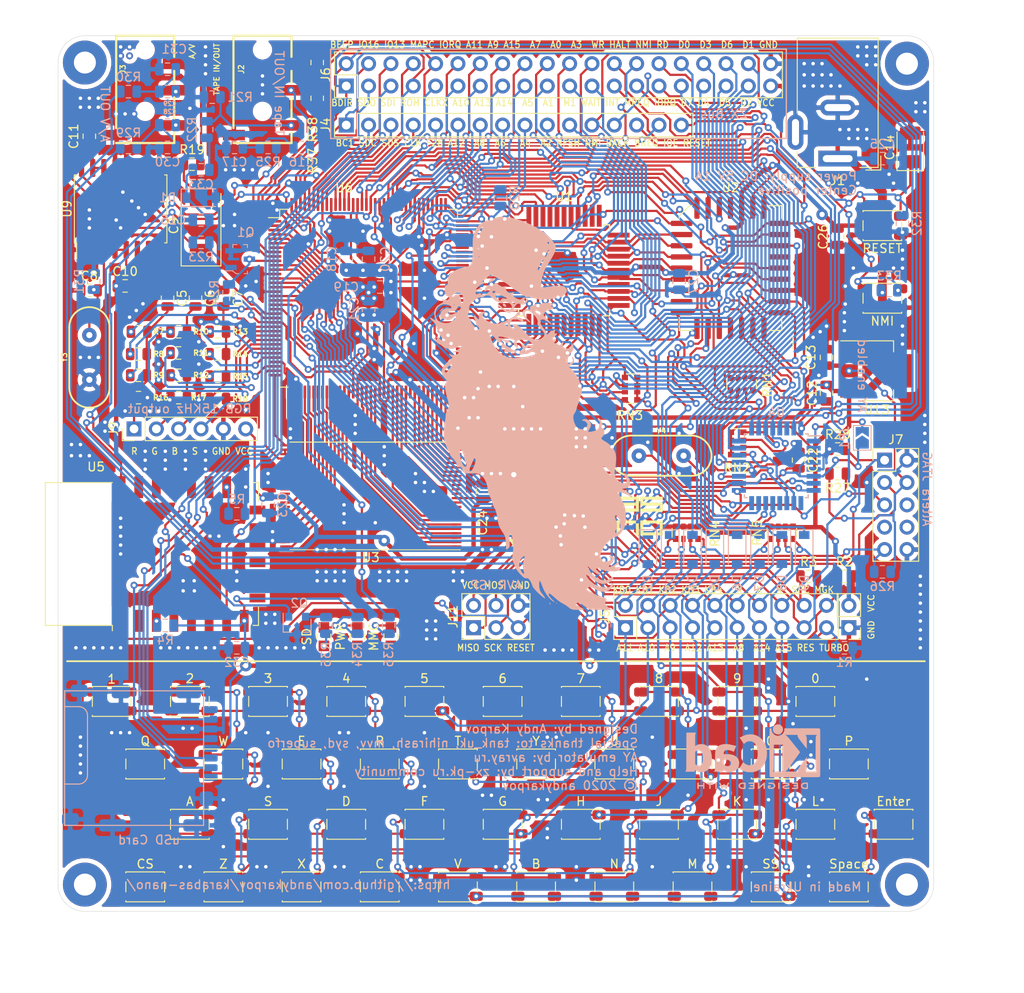
<source format=kicad_pcb>
(kicad_pcb (version 20171130) (host pcbnew 5.1.6-c6e7f7d~86~ubuntu18.04.1)
  (layers (0 F.Cu signal) (31 B.Cu signal) (34 B.Paste user) (35 F.Paste user) (36 B.SilkS user) (37 F.SilkS user) (38 B.Mask user) (39 F.Mask user) (44 Edge.Cuts user))
  (net 0 "")
  (net 1 /A13)
  (net 2 /A12)
  (net 3 /A11)
  (net 4 /A10)
  (net 5 /A9)
  (net 6 /A8)
  (net 7 /A7)
  (net 8 /A6)
  (net 9 /A5)
  (net 10 /A4)
  (net 11 /A3)
  (net 12 /A2)
  (net 13 /A1)
  (net 14 /A0)
  (net 15 GND)
  (net 16 /D1)
  (net 17 /D0)
  (net 18 /D2)
  (net 19 VCC)
  (net 20 /D6)
  (net 21 /D5)
  (net 22 /D3)
  (net 23 /D4)
  (net 24 /CLK_CPU)
  (net 25 /MA15)
  (net 26 /MA17)
  (net 27 /~MWR)
  (net 28 /MA13)
  (net 29 /MA8)
  (net 30 /MA9)
  (net 31 /MA11)
  (net 32 /~MRD)
  (net 33 /MA10)
  (net 34 /MD7)
  (net 35 /MD6)
  (net 36 /MD5)
  (net 37 /MD4)
  (net 38 /MD3)
  (net 39 /MD2)
  (net 40 /MD1)
  (net 41 /MD0)
  (net 42 /MA0)
  (net 43 /MA1)
  (net 44 /MA2)
  (net 45 /MA3)
  (net 46 /MA4)
  (net 47 /MA5)
  (net 48 /MA6)
  (net 49 /MA7)
  (net 50 /MA12)
  (net 51 /MA14)
  (net 52 /MA18)
  (net 53 /A15)
  (net 54 /A14)
  (net 55 /~RFSH)
  (net 56 /~M1)
  (net 57 /~BUSREQ)
  (net 58 /~WAIT)
  (net 59 /~BUSACK)
  (net 60 /~WR)
  (net 61 /~RD)
  (net 62 /~IORQ)
  (net 63 /~MREQ)
  (net 64 /~HALT)
  (net 65 /~NMI)
  (net 66 /~INT)
  (net 67 /ROM_A14)
  (net 68 /ROM_A15)
  (net 69 +3V3)
  (net 70 /CLKX)
  (net 71 /~BUS_ROMCS)
  (net 72 /CLK_BUS)
  (net 73 /~BUS_IORQGE)
  (net 74 /~ROMCS)
  (net 75 /TDO)
  (net 76 /TCK)
  (net 77 /TMS)
  (net 78 /TDI)
  (net 79 "Net-(C5-Pad1)")
  (net 80 "Net-(C6-Pad1)")
  (net 81 "Net-(C7-Pad1)")
  (net 82 /R2)
  (net 83 /R1)
  (net 84 /R0)
  (net 85 /G2)
  (net 86 /G1)
  (net 87 /G0)
  (net 88 /B2)
  (net 89 /B1)
  (net 90 /B0)
  (net 91 "Net-(C8-Pad2)")
  (net 92 "Net-(C9-Pad2)")
  (net 93 "Net-(C9-Pad1)")
  (net 94 /CSYNC)
  (net 95 /CLK28)
  (net 96 ~RESET)
  (net 97 "Net-(C15-Pad2)")
  (net 98 "Net-(C16-Pad2)")
  (net 99 "Net-(C16-Pad1)")
  (net 100 "Net-(Q1-Pad1)")
  (net 101 TAPE_IN)
  (net 102 TAPE_OUT)
  (net 103 /MAGIC)
  (net 104 /TURBO)
  (net 105 /SPECIAL)
  (net 106 /KB7)
  (net 107 /KB6)
  (net 108 /KB5)
  (net 109 /IO16)
  (net 110 /IO13)
  (net 111 /BEEPER)
  (net 112 /MA19)
  (net 113 /MA20)
  (net 114 "Net-(U4-Pad8)")
  (net 115 "Net-(U4-Pad7)")
  (net 116 /AY_BC1)
  (net 117 /AY_OUT_R)
  (net 118 /AY_OUT_L)
  (net 119 /AY_BDIR)
  (net 120 "Net-(C28-Pad2)")
  (net 121 "Net-(C28-Pad1)")
  (net 122 "Net-(C29-Pad2)")
  (net 123 "Net-(C29-Pad1)")
  (net 124 "Net-(J3-Pad2)")
  (net 125 "Net-(J2-Pad4)")
  (net 126 /~SD_CS)
  (net 127 /SD_DI)
  (net 128 /SD_CLK)
  (net 129 /SD_DO)
  (net 130 /RED)
  (net 131 /GREEN)
  (net 132 /BLUE)
  (net 133 "Net-(C33-Pad2)")
  (net 134 "Net-(D10-Pad1)")
  (net 135 "Net-(D12-Pad1)")
  (net 136 /IOE)
  (net 137 /~BTN_NMI)
  (net 138 /MAPCOND)
  (net 139 "Net-(J7-Pad8)")
  (net 140 "Net-(J7-Pad7)")
  (net 141 "Net-(J7-Pad6)")
  (net 142 "Net-(U1-Pad11)")
  (net 143 "Net-(U1-Pad17)")
  (net 144 "Net-(U1-Pad33)")
  (net 145 "Net-(U1-Pad39)")
  (net 146 "Net-(U2-Pad26)")
  (net 147 "Net-(U2-Pad17)")
  (net 148 "Net-(U2-Pad12)")
  (net 149 "Net-(U2-Pad1)")
  (net 150 "Net-(U3-Pad30)")
  (net 151 "Net-(U3-Pad15)")
  (net 152 "Net-(U4-Pad30)")
  (net 153 "Net-(U4-Pad22)")
  (net 154 "Net-(U4-Pad20)")
  (net 155 "Net-(U4-Pad19)")
  (net 156 "Net-(U4-Pad12)")
  (net 157 "Net-(U4-Pad9)")
  (net 158 "Net-(U4-Pad2)")
  (net 159 "Net-(U9-Pad11)")
  (net 160 "Net-(U9-Pad9)")
  (net 161 /D7)
  (net 162 /MA16)
  (net 163 /VCCJP)
  (net 164 /AVR_SCK)
  (net 165 /AVR_MISO)
  (net 166 /AVR_MOSI)
  (net 167 "Net-(R4-Pad1)")
  (net 168 "Net-(R5-Pad2)")
  (net 169 "Net-(U5-Pad20)")
  (net 170 "Net-(U5-Pad19)")
  (net 171 "Net-(U5-Pad18)")
  (net 172 "Net-(U5-Pad17)")
  (net 173 "Net-(U5-Pad14)")
  (net 174 "Net-(U5-Pad13)")
  (net 175 "Net-(U5-Pad12)")
  (net 176 "Net-(U5-Pad11)")
  (net 177 "Net-(U5-Pad10)")
  (net 178 "Net-(U5-Pad9)")
  (net 179 "Net-(U5-Pad6)")
  (net 180 "Net-(U5-Pad5)")
  (net 181 "Net-(U5-Pad4)")
  (net 182 "Net-(U5-Pad2)")
  (net 183 KA11)
  (net 184 KA10)
  (net 185 KA9)
  (net 186 KA12)
  (net 187 KA13)
  (net 188 KA8)
  (net 189 KA14)
  (net 190 KA15)
  (net 191 KB4)
  (net 192 KB3)
  (net 193 KB2)
  (net 194 KB1)
  (net 195 KB0)
  (net 196 "Net-(U3-Pad43)")
  (net 197 "Net-(U3-Pad41)")
  (net 198 "Net-(U3-Pad39)")
  (net 199 "Net-(U3-Pad36)")
  (net 200 "Net-(U3-Pad34)")
  (net 201 "Net-(U3-Pad32)")
  (net 202 "Net-(U3-Pad14)")
  (net 203 "Net-(U3-Pad13)")
  (net 204 "Net-(U3-Pad10)")
  (net 205 "Net-(D11-Pad2)")
  (net 206 "Net-(Q2-Pad2)")
  (module footprints:SW_SPST_PTS810_handsoldering (layer F.Cu) (at 180.34 147.574 180)
    (fp_text reference SW42)
    (fp_text value Space (at 0 2.6) (layer F.SilkS))
    (pad 1 smd roundrect (at -2.075 -1.075 180) (size 1.5 1.05) (layers F.Cu F.Paste F.Mask) (net 190 KA15))
    (pad 1 smd roundrect (at 2.075 -1.075 180) (size 1.5 1.05) (layers F.Cu F.Paste F.Mask) (net 190 KA15))
    (pad 2 smd roundrect (at -2.075 1.075 180) (size 1.5 1.05) (layers F.Cu F.Paste F.Mask) (net 195 KB0))
    (pad 2 smd roundrect (at 2.075 1.075 180) (size 1.5 1.05) (layers F.Cu F.Paste F.Mask) (net 195 KB0))
  )
  (module footprints:SW_SPST_PTS810_handsoldering (layer F.Cu) (at 185.42 140.462 180)
    (fp_text reference SW41)
    (fp_text value Enter (at 0 2.6) (layer F.SilkS))
    (pad 1 smd roundrect (at -2.075 -1.075 180) (size 1.5 1.05) (layers F.Cu F.Paste F.Mask) (net 189 KA14))
    (pad 1 smd roundrect (at 2.075 -1.075 180) (size 1.5 1.05) (layers F.Cu F.Paste F.Mask) (net 189 KA14))
    (pad 2 smd roundrect (at -2.075 1.075 180) (size 1.5 1.05) (layers F.Cu F.Paste F.Mask) (net 195 KB0))
    (pad 2 smd roundrect (at 2.075 1.075 180) (size 1.5 1.05) (layers F.Cu F.Paste F.Mask) (net 195 KB0))
  )
  (module footprints:SW_SPST_PTS810_handsoldering (layer F.Cu) (at 180.34 133.604 180)
    (fp_text reference SW40)
    (fp_text value P (at 0 2.6) (layer F.SilkS))
    (pad 1 smd roundrect (at -2.075 -1.075 180) (size 1.5 1.05) (layers F.Cu F.Paste F.Mask) (net 187 KA13))
    (pad 1 smd roundrect (at 2.075 -1.075 180) (size 1.5 1.05) (layers F.Cu F.Paste F.Mask) (net 187 KA13))
    (pad 2 smd roundrect (at -2.075 1.075 180) (size 1.5 1.05) (layers F.Cu F.Paste F.Mask) (net 195 KB0))
    (pad 2 smd roundrect (at 2.075 1.075 180) (size 1.5 1.05) (layers F.Cu F.Paste F.Mask) (net 195 KB0))
  )
  (module footprints:SW_SPST_PTS810_handsoldering (layer F.Cu) (at 171.45 147.574 180)
    (fp_text reference SW39)
    (fp_text value SS (at 0 2.6) (layer F.SilkS))
    (pad 1 smd roundrect (at -2.075 -1.075 180) (size 1.5 1.05) (layers F.Cu F.Paste F.Mask) (net 190 KA15))
    (pad 1 smd roundrect (at 2.075 -1.075 180) (size 1.5 1.05) (layers F.Cu F.Paste F.Mask) (net 190 KA15))
    (pad 2 smd roundrect (at -2.075 1.075 180) (size 1.5 1.05) (layers F.Cu F.Paste F.Mask) (net 194 KB1))
    (pad 2 smd roundrect (at 2.075 1.075 180) (size 1.5 1.05) (layers F.Cu F.Paste F.Mask) (net 194 KB1))
  )
  (module footprints:SW_SPST_PTS810_handsoldering (layer F.Cu) (at 176.53 140.462 180)
    (fp_text reference SW38)
    (fp_text value L (at 0 2.6) (layer F.SilkS))
    (pad 1 smd roundrect (at -2.075 -1.075 180) (size 1.5 1.05) (layers F.Cu F.Paste F.Mask) (net 189 KA14))
    (pad 1 smd roundrect (at 2.075 -1.075 180) (size 1.5 1.05) (layers F.Cu F.Paste F.Mask) (net 189 KA14))
    (pad 2 smd roundrect (at -2.075 1.075 180) (size 1.5 1.05) (layers F.Cu F.Paste F.Mask) (net 194 KB1))
    (pad 2 smd roundrect (at 2.075 1.075 180) (size 1.5 1.05) (layers F.Cu F.Paste F.Mask) (net 194 KB1))
  )
  (module footprints:SW_SPST_PTS810_handsoldering (layer F.Cu) (at 171.45 133.604 180)
    (fp_text reference SW37)
    (fp_text value O (at 0 2.6) (layer F.SilkS))
    (pad 1 smd roundrect (at -2.075 -1.075 180) (size 1.5 1.05) (layers F.Cu F.Paste F.Mask) (net 187 KA13))
    (pad 1 smd roundrect (at 2.075 -1.075 180) (size 1.5 1.05) (layers F.Cu F.Paste F.Mask) (net 187 KA13))
    (pad 2 smd roundrect (at -2.075 1.075 180) (size 1.5 1.05) (layers F.Cu F.Paste F.Mask) (net 194 KB1))
    (pad 2 smd roundrect (at 2.075 1.075 180) (size 1.5 1.05) (layers F.Cu F.Paste F.Mask) (net 194 KB1))
  )
  (module footprints:SW_SPST_PTS810_handsoldering (layer F.Cu) (at 162.56 147.574 180)
    (fp_text reference SW36)
    (fp_text value M (at 0 2.6) (layer F.SilkS))
    (pad 1 smd roundrect (at -2.075 -1.075 180) (size 1.5 1.05) (layers F.Cu F.Paste F.Mask) (net 190 KA15))
    (pad 1 smd roundrect (at 2.075 -1.075 180) (size 1.5 1.05) (layers F.Cu F.Paste F.Mask) (net 190 KA15))
    (pad 2 smd roundrect (at -2.075 1.075 180) (size 1.5 1.05) (layers F.Cu F.Paste F.Mask) (net 193 KB2))
    (pad 2 smd roundrect (at 2.075 1.075 180) (size 1.5 1.05) (layers F.Cu F.Paste F.Mask) (net 193 KB2))
  )
  (module footprints:SW_SPST_PTS810_handsoldering (layer F.Cu) (at 167.64 140.462 180)
    (fp_text reference SW35)
    (fp_text value K (at 0 2.6) (layer F.SilkS))
    (pad 1 smd roundrect (at -2.075 -1.075 180) (size 1.5 1.05) (layers F.Cu F.Paste F.Mask) (net 189 KA14))
    (pad 1 smd roundrect (at 2.075 -1.075 180) (size 1.5 1.05) (layers F.Cu F.Paste F.Mask) (net 189 KA14))
    (pad 2 smd roundrect (at -2.075 1.075 180) (size 1.5 1.05) (layers F.Cu F.Paste F.Mask) (net 193 KB2))
    (pad 2 smd roundrect (at 2.075 1.075 180) (size 1.5 1.05) (layers F.Cu F.Paste F.Mask) (net 193 KB2))
  )
  (module footprints:SW_SPST_PTS810_handsoldering (layer F.Cu) (at 162.56 133.604 180)
    (fp_text reference SW34)
    (fp_text value I (at 0 2.6) (layer F.SilkS))
    (pad 1 smd roundrect (at -2.075 -1.075 180) (size 1.5 1.05) (layers F.Cu F.Paste F.Mask) (net 187 KA13))
    (pad 1 smd roundrect (at 2.075 -1.075 180) (size 1.5 1.05) (layers F.Cu F.Paste F.Mask) (net 187 KA13))
    (pad 2 smd roundrect (at -2.075 1.075 180) (size 1.5 1.05) (layers F.Cu F.Paste F.Mask) (net 193 KB2))
    (pad 2 smd roundrect (at 2.075 1.075 180) (size 1.5 1.05) (layers F.Cu F.Paste F.Mask) (net 193 KB2))
  )
  (module footprints:SW_SPST_PTS810_handsoldering (layer F.Cu) (at 153.67 147.574 180)
    (fp_text reference SW33)
    (fp_text value N (at 0 2.6) (layer F.SilkS))
    (pad 1 smd roundrect (at -2.075 -1.075 180) (size 1.5 1.05) (layers F.Cu F.Paste F.Mask) (net 190 KA15))
    (pad 1 smd roundrect (at 2.075 -1.075 180) (size 1.5 1.05) (layers F.Cu F.Paste F.Mask) (net 190 KA15))
    (pad 2 smd roundrect (at -2.075 1.075 180) (size 1.5 1.05) (layers F.Cu F.Paste F.Mask) (net 192 KB3))
    (pad 2 smd roundrect (at 2.075 1.075 180) (size 1.5 1.05) (layers F.Cu F.Paste F.Mask) (net 192 KB3))
  )
  (module footprints:SW_SPST_PTS810_handsoldering (layer F.Cu) (at 158.75 140.462 180)
    (fp_text reference SW32)
    (fp_text value J (at 0 2.6) (layer F.SilkS))
    (pad 1 smd roundrect (at -2.075 -1.075 180) (size 1.5 1.05) (layers F.Cu F.Paste F.Mask) (net 189 KA14))
    (pad 1 smd roundrect (at 2.075 -1.075 180) (size 1.5 1.05) (layers F.Cu F.Paste F.Mask) (net 189 KA14))
    (pad 2 smd roundrect (at -2.075 1.075 180) (size 1.5 1.05) (layers F.Cu F.Paste F.Mask) (net 192 KB3))
    (pad 2 smd roundrect (at 2.075 1.075 180) (size 1.5 1.05) (layers F.Cu F.Paste F.Mask) (net 192 KB3))
  )
  (module footprints:SW_SPST_PTS810_handsoldering (layer F.Cu) (at 153.67 133.604 180)
    (fp_text reference SW31)
    (fp_text value U (at 0 2.6) (layer F.SilkS))
    (pad 1 smd roundrect (at -2.075 -1.075 180) (size 1.5 1.05) (layers F.Cu F.Paste F.Mask) (net 187 KA13))
    (pad 1 smd roundrect (at 2.075 -1.075 180) (size 1.5 1.05) (layers F.Cu F.Paste F.Mask) (net 187 KA13))
    (pad 2 smd roundrect (at -2.075 1.075 180) (size 1.5 1.05) (layers F.Cu F.Paste F.Mask) (net 192 KB3))
    (pad 2 smd roundrect (at 2.075 1.075 180) (size 1.5 1.05) (layers F.Cu F.Paste F.Mask) (net 192 KB3))
  )
  (module footprints:SW_SPST_PTS810_handsoldering (layer F.Cu) (at 144.78 147.574 180)
    (fp_text reference SW30)
    (fp_text value B (at 0 2.6) (layer F.SilkS))
    (pad 1 smd roundrect (at -2.075 -1.075 180) (size 1.5 1.05) (layers F.Cu F.Paste F.Mask) (net 190 KA15))
    (pad 1 smd roundrect (at 2.075 -1.075 180) (size 1.5 1.05) (layers F.Cu F.Paste F.Mask) (net 190 KA15))
    (pad 2 smd roundrect (at -2.075 1.075 180) (size 1.5 1.05) (layers F.Cu F.Paste F.Mask) (net 191 KB4))
    (pad 2 smd roundrect (at 2.075 1.075 180) (size 1.5 1.05) (layers F.Cu F.Paste F.Mask) (net 191 KB4))
  )
  (module footprints:SW_SPST_PTS810_handsoldering (layer F.Cu) (at 149.86 140.462 180)
    (fp_text reference SW29)
    (fp_text value H (at 0 2.6) (layer F.SilkS))
    (pad 1 smd roundrect (at -2.075 -1.075 180) (size 1.5 1.05) (layers F.Cu F.Paste F.Mask) (net 189 KA14))
    (pad 1 smd roundrect (at 2.075 -1.075 180) (size 1.5 1.05) (layers F.Cu F.Paste F.Mask) (net 189 KA14))
    (pad 2 smd roundrect (at -2.075 1.075 180) (size 1.5 1.05) (layers F.Cu F.Paste F.Mask) (net 191 KB4))
    (pad 2 smd roundrect (at 2.075 1.075 180) (size 1.5 1.05) (layers F.Cu F.Paste F.Mask) (net 191 KB4))
  )
  (module footprints:SW_SPST_PTS810_handsoldering (layer F.Cu) (at 144.78 133.604 180)
    (fp_text reference SW28)
    (fp_text value Y (at 0 2.6) (layer F.SilkS))
    (pad 1 smd roundrect (at -2.075 -1.075 180) (size 1.5 1.05) (layers F.Cu F.Paste F.Mask) (net 187 KA13))
    (pad 1 smd roundrect (at 2.075 -1.075 180) (size 1.5 1.05) (layers F.Cu F.Paste F.Mask) (net 187 KA13))
    (pad 2 smd roundrect (at -2.075 1.075 180) (size 1.5 1.05) (layers F.Cu F.Paste F.Mask) (net 191 KB4))
    (pad 2 smd roundrect (at 2.075 1.075 180) (size 1.5 1.05) (layers F.Cu F.Paste F.Mask) (net 191 KB4))
  )
  (module footprints:SW_SPST_PTS810_handsoldering (layer F.Cu) (at 135.89 147.574 180)
    (fp_text reference SW27)
    (fp_text value V (at 0 2.6) (layer F.SilkS))
    (pad 1 smd roundrect (at -2.075 -1.075 180) (size 1.5 1.05) (layers F.Cu F.Paste F.Mask) (net 188 KA8))
    (pad 1 smd roundrect (at 2.075 -1.075 180) (size 1.5 1.05) (layers F.Cu F.Paste F.Mask) (net 188 KA8))
    (pad 2 smd roundrect (at -2.075 1.075 180) (size 1.5 1.05) (layers F.Cu F.Paste F.Mask) (net 191 KB4))
    (pad 2 smd roundrect (at 2.075 1.075 180) (size 1.5 1.05) (layers F.Cu F.Paste F.Mask) (net 191 KB4))
  )
  (module footprints:SW_SPST_PTS810_handsoldering (layer F.Cu) (at 140.97 140.462 180)
    (fp_text reference SW26)
    (fp_text value G (at 0 2.6) (layer F.SilkS))
    (pad 1 smd roundrect (at -2.075 -1.075 180) (size 1.5 1.05) (layers F.Cu F.Paste F.Mask) (net 185 KA9))
    (pad 1 smd roundrect (at 2.075 -1.075 180) (size 1.5 1.05) (layers F.Cu F.Paste F.Mask) (net 185 KA9))
    (pad 2 smd roundrect (at -2.075 1.075 180) (size 1.5 1.05) (layers F.Cu F.Paste F.Mask) (net 191 KB4))
    (pad 2 smd roundrect (at 2.075 1.075 180) (size 1.5 1.05) (layers F.Cu F.Paste F.Mask) (net 191 KB4))
  )
  (module footprints:SW_SPST_PTS810_handsoldering (layer F.Cu) (at 135.89 133.604 180)
    (fp_text reference SW25)
    (fp_text value T (at 0 2.6) (layer F.SilkS))
    (pad 1 smd roundrect (at -2.075 -1.075 180) (size 1.5 1.05) (layers F.Cu F.Paste F.Mask) (net 184 KA10))
    (pad 1 smd roundrect (at 2.075 -1.075 180) (size 1.5 1.05) (layers F.Cu F.Paste F.Mask) (net 184 KA10))
    (pad 2 smd roundrect (at -2.075 1.075 180) (size 1.5 1.05) (layers F.Cu F.Paste F.Mask) (net 191 KB4))
    (pad 2 smd roundrect (at 2.075 1.075 180) (size 1.5 1.05) (layers F.Cu F.Paste F.Mask) (net 191 KB4))
  )
  (module footprints:SW_SPST_PTS810_handsoldering (layer F.Cu) (at 127 147.574 180)
    (fp_text reference SW24)
    (fp_text value C (at 0 2.6) (layer F.SilkS))
    (pad 1 smd roundrect (at -2.075 -1.075 180) (size 1.5 1.05) (layers F.Cu F.Paste F.Mask) (net 188 KA8))
    (pad 1 smd roundrect (at 2.075 -1.075 180) (size 1.5 1.05) (layers F.Cu F.Paste F.Mask) (net 188 KA8))
    (pad 2 smd roundrect (at -2.075 1.075 180) (size 1.5 1.05) (layers F.Cu F.Paste F.Mask) (net 192 KB3))
    (pad 2 smd roundrect (at 2.075 1.075 180) (size 1.5 1.05) (layers F.Cu F.Paste F.Mask) (net 192 KB3))
  )
  (module footprints:SW_SPST_PTS810_handsoldering (layer F.Cu) (at 132.08 140.462 180)
    (fp_text reference SW23)
    (fp_text value F (at 0 2.6) (layer F.SilkS))
    (pad 1 smd roundrect (at -2.075 -1.075 180) (size 1.5 1.05) (layers F.Cu F.Paste F.Mask) (net 185 KA9))
    (pad 1 smd roundrect (at 2.075 -1.075 180) (size 1.5 1.05) (layers F.Cu F.Paste F.Mask) (net 185 KA9))
    (pad 2 smd roundrect (at -2.075 1.075 180) (size 1.5 1.05) (layers F.Cu F.Paste F.Mask) (net 192 KB3))
    (pad 2 smd roundrect (at 2.075 1.075 180) (size 1.5 1.05) (layers F.Cu F.Paste F.Mask) (net 192 KB3))
  )
  (module footprints:SW_SPST_PTS810_handsoldering (layer F.Cu) (at 127 133.604 180)
    (fp_text reference SW22)
    (fp_text value R (at 0 2.6) (layer F.SilkS))
    (pad 1 smd roundrect (at -2.075 -1.075 180) (size 1.5 1.05) (layers F.Cu F.Paste F.Mask) (net 184 KA10))
    (pad 1 smd roundrect (at 2.075 -1.075 180) (size 1.5 1.05) (layers F.Cu F.Paste F.Mask) (net 184 KA10))
    (pad 2 smd roundrect (at -2.075 1.075 180) (size 1.5 1.05) (layers F.Cu F.Paste F.Mask) (net 192 KB3))
    (pad 2 smd roundrect (at 2.075 1.075 180) (size 1.5 1.05) (layers F.Cu F.Paste F.Mask) (net 192 KB3))
  )
  (module footprints:SW_SPST_PTS810_handsoldering (layer F.Cu) (at 118.11 147.574 180)
    (fp_text reference SW21)
    (fp_text value X (at 0 2.6) (layer F.SilkS))
    (pad 1 smd roundrect (at -2.075 -1.075 180) (size 1.5 1.05) (layers F.Cu F.Paste F.Mask) (net 188 KA8))
    (pad 1 smd roundrect (at 2.075 -1.075 180) (size 1.5 1.05) (layers F.Cu F.Paste F.Mask) (net 188 KA8))
    (pad 2 smd roundrect (at -2.075 1.075 180) (size 1.5 1.05) (layers F.Cu F.Paste F.Mask) (net 193 KB2))
    (pad 2 smd roundrect (at 2.075 1.075 180) (size 1.5 1.05) (layers F.Cu F.Paste F.Mask) (net 193 KB2))
  )
  (module footprints:SW_SPST_PTS810_handsoldering (layer F.Cu) (at 123.19 140.462 180)
    (fp_text reference SW20)
    (fp_text value D (at 0 2.6) (layer F.SilkS))
    (pad 1 smd roundrect (at -2.075 -1.075 180) (size 1.5 1.05) (layers F.Cu F.Paste F.Mask) (net 185 KA9))
    (pad 1 smd roundrect (at 2.075 -1.075 180) (size 1.5 1.05) (layers F.Cu F.Paste F.Mask) (net 185 KA9))
    (pad 2 smd roundrect (at -2.075 1.075 180) (size 1.5 1.05) (layers F.Cu F.Paste F.Mask) (net 193 KB2))
    (pad 2 smd roundrect (at 2.075 1.075 180) (size 1.5 1.05) (layers F.Cu F.Paste F.Mask) (net 193 KB2))
  )
  (module footprints:SW_SPST_PTS810_handsoldering (layer F.Cu) (at 118.11 133.604 180)
    (fp_text reference SW19)
    (fp_text value E (at 0 2.6) (layer F.SilkS))
    (pad 1 smd roundrect (at -2.075 -1.075 180) (size 1.5 1.05) (layers F.Cu F.Paste F.Mask) (net 184 KA10))
    (pad 1 smd roundrect (at 2.075 -1.075 180) (size 1.5 1.05) (layers F.Cu F.Paste F.Mask) (net 184 KA10))
    (pad 2 smd roundrect (at -2.075 1.075 180) (size 1.5 1.05) (layers F.Cu F.Paste F.Mask) (net 193 KB2))
    (pad 2 smd roundrect (at 2.075 1.075 180) (size 1.5 1.05) (layers F.Cu F.Paste F.Mask) (net 193 KB2))
  )
  (module footprints:SW_SPST_PTS810_handsoldering (layer F.Cu) (at 109.22 147.574 180)
    (fp_text reference SW18)
    (fp_text value Z (at 0 2.6) (layer F.SilkS))
    (pad 1 smd roundrect (at -2.075 -1.075 180) (size 1.5 1.05) (layers F.Cu F.Paste F.Mask) (net 188 KA8))
    (pad 1 smd roundrect (at 2.075 -1.075 180) (size 1.5 1.05) (layers F.Cu F.Paste F.Mask) (net 188 KA8))
    (pad 2 smd roundrect (at -2.075 1.075 180) (size 1.5 1.05) (layers F.Cu F.Paste F.Mask) (net 194 KB1))
    (pad 2 smd roundrect (at 2.075 1.075 180) (size 1.5 1.05) (layers F.Cu F.Paste F.Mask) (net 194 KB1))
  )
  (module footprints:SW_SPST_PTS810_handsoldering (layer F.Cu) (at 114.3 140.462 180)
    (fp_text reference SW17)
    (fp_text value S (at 0 2.6) (layer F.SilkS))
    (pad 1 smd roundrect (at -2.075 -1.075 180) (size 1.5 1.05) (layers F.Cu F.Paste F.Mask) (net 185 KA9))
    (pad 1 smd roundrect (at 2.075 -1.075 180) (size 1.5 1.05) (layers F.Cu F.Paste F.Mask) (net 185 KA9))
    (pad 2 smd roundrect (at -2.075 1.075 180) (size 1.5 1.05) (layers F.Cu F.Paste F.Mask) (net 194 KB1))
    (pad 2 smd roundrect (at 2.075 1.075 180) (size 1.5 1.05) (layers F.Cu F.Paste F.Mask) (net 194 KB1))
  )
  (module footprints:SW_SPST_PTS810_handsoldering (layer F.Cu) (at 109.22 133.604 180)
    (fp_text reference SW16)
    (fp_text value W (at 0 2.6) (layer F.SilkS))
    (pad 1 smd roundrect (at -2.075 -1.075 180) (size 1.5 1.05) (layers F.Cu F.Paste F.Mask) (net 184 KA10))
    (pad 1 smd roundrect (at 2.075 -1.075 180) (size 1.5 1.05) (layers F.Cu F.Paste F.Mask) (net 184 KA10))
    (pad 2 smd roundrect (at -2.075 1.075 180) (size 1.5 1.05) (layers F.Cu F.Paste F.Mask) (net 194 KB1))
    (pad 2 smd roundrect (at 2.075 1.075 180) (size 1.5 1.05) (layers F.Cu F.Paste F.Mask) (net 194 KB1))
  )
  (module footprints:SW_SPST_PTS810_handsoldering (layer F.Cu) (at 100.33 147.574 180)
    (fp_text reference SW15)
    (fp_text value CS (at 0 2.6) (layer F.SilkS))
    (pad 1 smd roundrect (at -2.075 -1.075 180) (size 1.5 1.05) (layers F.Cu F.Paste F.Mask) (net 188 KA8))
    (pad 1 smd roundrect (at 2.075 -1.075 180) (size 1.5 1.05) (layers F.Cu F.Paste F.Mask) (net 188 KA8))
    (pad 2 smd roundrect (at -2.075 1.075 180) (size 1.5 1.05) (layers F.Cu F.Paste F.Mask) (net 195 KB0))
    (pad 2 smd roundrect (at 2.075 1.075 180) (size 1.5 1.05) (layers F.Cu F.Paste F.Mask) (net 195 KB0))
  )
  (module footprints:SW_SPST_PTS810_handsoldering (layer F.Cu) (at 105.41 140.462 180)
    (fp_text reference SW14)
    (fp_text value A (at 0 2.6) (layer F.SilkS))
    (pad 1 smd roundrect (at -2.075 -1.075 180) (size 1.5 1.05) (layers F.Cu F.Paste F.Mask) (net 185 KA9))
    (pad 1 smd roundrect (at 2.075 -1.075 180) (size 1.5 1.05) (layers F.Cu F.Paste F.Mask) (net 185 KA9))
    (pad 2 smd roundrect (at -2.075 1.075 180) (size 1.5 1.05) (layers F.Cu F.Paste F.Mask) (net 195 KB0))
    (pad 2 smd roundrect (at 2.075 1.075 180) (size 1.5 1.05) (layers F.Cu F.Paste F.Mask) (net 195 KB0))
  )
  (module footprints:SW_SPST_PTS810_handsoldering (layer F.Cu) (at 100.33 133.604 180)
    (fp_text reference SW13)
    (fp_text value Q (at 0 2.6) (layer F.SilkS))
    (pad 1 smd roundrect (at -2.075 -1.075 180) (size 1.5 1.05) (layers F.Cu F.Paste F.Mask) (net 184 KA10))
    (pad 1 smd roundrect (at 2.075 -1.075 180) (size 1.5 1.05) (layers F.Cu F.Paste F.Mask) (net 184 KA10))
    (pad 2 smd roundrect (at -2.075 1.075 180) (size 1.5 1.05) (layers F.Cu F.Paste F.Mask) (net 195 KB0))
    (pad 2 smd roundrect (at 2.075 1.075 180) (size 1.5 1.05) (layers F.Cu F.Paste F.Mask) (net 195 KB0))
  )
  (module footprints:SW_SPST_PTS810_handsoldering (layer F.Cu) (at 176.53 126.492 180)
    (fp_text reference SW12)
    (fp_text value 0 (at 0 2.6) (layer F.SilkS))
    (pad 1 smd roundrect (at -2.075 -1.075 180) (size 1.5 1.05) (layers F.Cu F.Paste F.Mask) (net 186 KA12))
    (pad 1 smd roundrect (at 2.075 -1.075 180) (size 1.5 1.05) (layers F.Cu F.Paste F.Mask) (net 186 KA12))
    (pad 2 smd roundrect (at -2.075 1.075 180) (size 1.5 1.05) (layers F.Cu F.Paste F.Mask) (net 195 KB0))
    (pad 2 smd roundrect (at 2.075 1.075 180) (size 1.5 1.05) (layers F.Cu F.Paste F.Mask) (net 195 KB0))
  )
  (module footprints:SW_SPST_PTS810_handsoldering (layer F.Cu) (at 167.64 126.492 180)
    (fp_text reference SW11)
    (fp_text value 9 (at 0 2.6) (layer F.SilkS))
    (pad 1 smd roundrect (at -2.075 -1.075 180) (size 1.5 1.05) (layers F.Cu F.Paste F.Mask) (net 186 KA12))
    (pad 1 smd roundrect (at 2.075 -1.075 180) (size 1.5 1.05) (layers F.Cu F.Paste F.Mask) (net 186 KA12))
    (pad 2 smd roundrect (at -2.075 1.075 180) (size 1.5 1.05) (layers F.Cu F.Paste F.Mask) (net 194 KB1))
    (pad 2 smd roundrect (at 2.075 1.075 180) (size 1.5 1.05) (layers F.Cu F.Paste F.Mask) (net 194 KB1))
  )
  (module footprints:SW_SPST_PTS810_handsoldering (layer F.Cu) (at 158.75 126.492 180)
    (fp_text reference SW10)
    (fp_text value 8 (at 0 2.6) (layer F.SilkS))
    (pad 1 smd roundrect (at -2.075 -1.075 180) (size 1.5 1.05) (layers F.Cu F.Paste F.Mask) (net 186 KA12))
    (pad 1 smd roundrect (at 2.075 -1.075 180) (size 1.5 1.05) (layers F.Cu F.Paste F.Mask) (net 186 KA12))
    (pad 2 smd roundrect (at -2.075 1.075 180) (size 1.5 1.05) (layers F.Cu F.Paste F.Mask) (net 193 KB2))
    (pad 2 smd roundrect (at 2.075 1.075 180) (size 1.5 1.05) (layers F.Cu F.Paste F.Mask) (net 193 KB2))
  )
  (module footprints:SW_SPST_PTS810_handsoldering (layer F.Cu) (at 149.86 126.492 180)
    (fp_text reference SW9)
    (fp_text value 7 (at 0 2.6) (layer F.SilkS))
    (pad 1 smd roundrect (at -2.075 -1.075 180) (size 1.5 1.05) (layers F.Cu F.Paste F.Mask) (net 186 KA12))
    (pad 1 smd roundrect (at 2.075 -1.075 180) (size 1.5 1.05) (layers F.Cu F.Paste F.Mask) (net 186 KA12))
    (pad 2 smd roundrect (at -2.075 1.075 180) (size 1.5 1.05) (layers F.Cu F.Paste F.Mask) (net 192 KB3))
    (pad 2 smd roundrect (at 2.075 1.075 180) (size 1.5 1.05) (layers F.Cu F.Paste F.Mask) (net 192 KB3))
  )
  (module footprints:SW_SPST_PTS810_handsoldering (layer F.Cu) (at 140.97 126.492 180)
    (fp_text reference SW8)
    (fp_text value 6 (at 0 2.6) (layer F.SilkS))
    (pad 1 smd roundrect (at -2.075 -1.075 180) (size 1.5 1.05) (layers F.Cu F.Paste F.Mask) (net 186 KA12))
    (pad 1 smd roundrect (at 2.075 -1.075 180) (size 1.5 1.05) (layers F.Cu F.Paste F.Mask) (net 186 KA12))
    (pad 2 smd roundrect (at -2.075 1.075 180) (size 1.5 1.05) (layers F.Cu F.Paste F.Mask) (net 191 KB4))
    (pad 2 smd roundrect (at 2.075 1.075 180) (size 1.5 1.05) (layers F.Cu F.Paste F.Mask) (net 191 KB4))
  )
  (module footprints:SW_SPST_PTS810_handsoldering (layer F.Cu) (at 132.08 126.492 180)
    (fp_text reference SW7)
    (fp_text value 5 (at 0 2.6) (layer F.SilkS))
    (pad 1 smd roundrect (at -2.075 -1.075 180) (size 1.5 1.05) (layers F.Cu F.Paste F.Mask) (net 183 KA11))
    (pad 1 smd roundrect (at 2.075 -1.075 180) (size 1.5 1.05) (layers F.Cu F.Paste F.Mask) (net 183 KA11))
    (pad 2 smd roundrect (at -2.075 1.075 180) (size 1.5 1.05) (layers F.Cu F.Paste F.Mask) (net 191 KB4))
    (pad 2 smd roundrect (at 2.075 1.075 180) (size 1.5 1.05) (layers F.Cu F.Paste F.Mask) (net 191 KB4))
  )
  (module footprints:SW_SPST_PTS810_handsoldering (layer F.Cu) (at 123.19 126.492 180)
    (fp_text reference SW6)
    (fp_text value 4 (at 0 2.6) (layer F.SilkS))
    (pad 1 smd roundrect (at -2.075 -1.075 180) (size 1.5 1.05) (layers F.Cu F.Paste F.Mask) (net 183 KA11))
    (pad 1 smd roundrect (at 2.075 -1.075 180) (size 1.5 1.05) (layers F.Cu F.Paste F.Mask) (net 183 KA11))
    (pad 2 smd roundrect (at -2.075 1.075 180) (size 1.5 1.05) (layers F.Cu F.Paste F.Mask) (net 192 KB3))
    (pad 2 smd roundrect (at 2.075 1.075 180) (size 1.5 1.05) (layers F.Cu F.Paste F.Mask) (net 192 KB3))
  )
  (module footprints:SW_SPST_PTS810_handsoldering (layer F.Cu) (at 114.3 126.492 180)
    (fp_text reference SW5)
    (fp_text value 3 (at 0 2.6) (layer F.SilkS))
    (pad 1 smd roundrect (at -2.075 -1.075 180) (size 1.5 1.05) (layers F.Cu F.Paste F.Mask) (net 183 KA11))
    (pad 1 smd roundrect (at 2.075 -1.075 180) (size 1.5 1.05) (layers F.Cu F.Paste F.Mask) (net 183 KA11))
    (pad 2 smd roundrect (at -2.075 1.075 180) (size 1.5 1.05) (layers F.Cu F.Paste F.Mask) (net 193 KB2))
    (pad 2 smd roundrect (at 2.075 1.075 180) (size 1.5 1.05) (layers F.Cu F.Paste F.Mask) (net 193 KB2))
  )
  (module footprints:SW_SPST_PTS810_handsoldering (layer F.Cu) (at 105.41 126.492 180)
    (fp_text reference SW4)
    (fp_text value 2 (at 0 2.6) (layer F.SilkS))
    (pad 1 smd roundrect (at -2.075 -1.075 180) (size 1.5 1.05) (layers F.Cu F.Paste F.Mask) (net 183 KA11))
    (pad 1 smd roundrect (at 2.075 -1.075 180) (size 1.5 1.05) (layers F.Cu F.Paste F.Mask) (net 183 KA11))
    (pad 2 smd roundrect (at -2.075 1.075 180) (size 1.5 1.05) (layers F.Cu F.Paste F.Mask) (net 194 KB1))
    (pad 2 smd roundrect (at 2.075 1.075 180) (size 1.5 1.05) (layers F.Cu F.Paste F.Mask) (net 194 KB1))
  )
  (module footprints:SW_SPST_PTS810_handsoldering (layer F.Cu) (at 184.15 80.645)
    (fp_text reference SW2)
    (fp_text value NMI (at 0 2.6) (layer F.SilkS))
    (pad 1 smd roundrect (at -2.075 -1.075) (size 1.5 1.05) (layers F.Cu F.Paste F.Mask) (net 137 /~BTN_NMI))
    (pad 1 smd roundrect (at 2.075 -1.075) (size 1.5 1.05) (layers F.Cu F.Paste F.Mask) (net 137 /~BTN_NMI))
    (pad 2 smd roundrect (at -2.075 1.075) (size 1.5 1.05) (layers F.Cu F.Paste F.Mask) (net 15 GND))
    (pad 2 smd roundrect (at 2.075 1.075) (size 1.5 1.05) (layers F.Cu F.Paste F.Mask) (net 15 GND))
  )
  (module footprints:SW_SPST_PTS810_handsoldering (layer F.Cu) (at 184.15 72.39)
    (fp_text reference SW1)
    (fp_text value RESET (at 0 2.6) (layer F.SilkS))
    (pad 1 smd roundrect (at -2.075 -1.075) (size 1.5 1.05) (layers F.Cu F.Paste F.Mask) (net 96 ~RESET))
    (pad 1 smd roundrect (at 2.075 -1.075) (size 1.5 1.05) (layers F.Cu F.Paste F.Mask) (net 96 ~RESET))
    (pad 2 smd roundrect (at -2.075 1.075) (size 1.5 1.05) (layers F.Cu F.Paste F.Mask) (net 15 GND))
    (pad 2 smd roundrect (at 2.075 1.075) (size 1.5 1.05) (layers F.Cu F.Paste F.Mask) (net 15 GND))
  )
  (module footprints:SW_SPST_PTS810_handsoldering (layer F.Cu) (at 96.52 126.492 180)
    (fp_text reference SW3 hide)
    (fp_text value 1 (at 0 2.54 180) (layer F.SilkS))
    (pad 1 smd roundrect (at -2.075 -1.075 180) (size 1.5 1.05) (layers F.Cu F.Paste F.Mask) (net 183 KA11))
    (pad 1 smd roundrect (at 2.075 -1.075 180) (size 1.5 1.05) (layers F.Cu F.Paste F.Mask) (net 183 KA11))
    (pad 2 smd roundrect (at -2.075 1.075 180) (size 1.5 1.05) (layers F.Cu F.Paste F.Mask) (net 195 KB0))
    (pad 2 smd roundrect (at 2.075 1.075 180) (size 1.5 1.05) (layers F.Cu F.Paste F.Mask) (net 195 KB0))
  )
  (module footprints:karabas2 (layer B.Cu) (at 144.526 93.726 180)
    (fp_text reference G*** hide)
    (fp_text value LOGO hide)
  )
  (module Package_TO_SOT_SMD:SOT-23 (layer B.Cu) (at 117.602 117.856 270)
    (fp_text reference Q2 (at -2.54 -0.254) (layer B.SilkS) (effects (justify mirror)))
    (fp_text value BC856)
    (pad 3 smd rect (at 1 0 270) (size 0.9 0.8) (layers B.Cu B.Paste B.Mask) (net 15 GND))
    (pad 2 smd rect (at -1 -0.95 270) (size 0.9 0.8) (layers B.Cu B.Paste B.Mask) (net 206 "Net-(Q2-Pad2)"))
    (pad 1 smd rect (at -1 0.95 270) (size 0.9 0.8) (layers B.Cu B.Paste B.Mask) (net 126 /~SD_CS))
  )
  (module Symbol:KiCad-Logo2_6mm_SilkScreen (layer B.Cu) (at 169.418 132.08 180)
    (fp_text reference REF** hide)
    (fp_text value KiCad-Logo2_6mm_SilkScreen hide)
  )
  (module footprints:karabas_nano_logo3 (layer F.Cu) (at 149.86 104.902)
    (fp_text reference G*** hide)
    (fp_text value LOGO hide)
  )
  (module footprints:MICRO_SD_MOLEX (layer B.Cu) (at 99.568 133.096 90)
    (fp_text reference U7 hide)
    (fp_text value MicroSD hide)
    (pad 1 smd roundrect (at -2.03 8.2 270) (size 0.8 1.6) (layers B.Cu B.Paste B.Mask))
    (pad 2 smd roundrect (at -0.93 8.2 90) (size 0.8 1.6) (layers B.Cu B.Paste B.Mask) (net 126 /~SD_CS))
    (pad 3 smd roundrect (at 0.17 8.2 90) (size 0.8 1.6) (layers B.Cu B.Paste B.Mask) (net 127 /SD_DI))
    (pad 4 smd roundrect (at 1.27 8.2 90) (size 0.8 1.6) (layers B.Cu B.Paste B.Mask) (net 69 +3V3))
    (pad 5 smd roundrect (at 2.37 8.2 90) (size 0.8 1.6) (layers B.Cu B.Paste B.Mask) (net 128 /SD_CLK))
    (pad 6 smd roundrect (at 3.47 8.2 90) (size 0.8 1.6) (layers B.Cu B.Paste B.Mask) (net 15 GND))
    (pad 7 smd roundrect (at 4.57 8.2 90) (size 0.8 1.6) (layers B.Cu B.Paste B.Mask) (net 129 /SD_DO))
    (pad 8 smd roundrect (at 5.67 8.2 90) (size 0.8 1.6) (layers B.Cu B.Paste B.Mask))
    (pad 9 smd roundrect (at 7.735 5.7 90) (size 1.55 2.8) (layers B.Cu B.Paste B.Mask) (net 15 GND))
    (pad 10 smd roundrect (at 7.735 -2 90) (size 1.55 2.1) (layers B.Cu B.Paste B.Mask) (net 15 GND))
    (pad 11 smd roundrect (at 7.81 -6.75 90) (size 1.4 1.9) (layers B.Cu B.Paste B.Mask) (net 15 GND))
    (pad 12 smd roundrect (at -6.79 -7.75 90) (size 1.4 1.9) (layers B.Cu B.Paste B.Mask) (net 15 GND))
    (pad 14 smd roundrect (at -7.49 6.6 90) (size 1.4 3) (layers B.Cu B.Paste B.Mask) (net 15 GND))
    (pad 15 smd roundrect (at -4.43 7.725 90) (size 1.6 1.55) (layers B.Cu B.Paste B.Mask) (net 15 GND))
    (pad 13 smd roundrect (at -7.49 -2.95 90) (size 1.4 3) (layers B.Cu B.Paste B.Mask) (net 15 GND))
  )
  (module Package_SO:TSOP-I-48_18.4x12mm_P0.5mm (layer F.Cu) (at 125.984 103.124 180)
    (fp_text reference U3 (at 0 -7) (layer F.SilkS))
    (fp_text value CY62167ELL)
    (pad 48 smd rect (at 9.75 -5.75 180) (size 1.1 0.25) (layers F.Cu F.Paste F.Mask) (net 162 /MA16))
    (pad 47 smd rect (at 9.75 -5.25 180) (size 1.1 0.25) (layers F.Cu F.Paste F.Mask) (net 15 GND))
    (pad 46 smd rect (at 9.75 -4.75 180) (size 1.1 0.25) (layers F.Cu F.Paste F.Mask) (net 15 GND))
    (pad 45 smd rect (at 9.75 -4.25 180) (size 1.1 0.25) (layers F.Cu F.Paste F.Mask) (net 113 /MA20))
    (pad 44 smd rect (at 9.75 -3.75 180) (size 1.1 0.25) (layers F.Cu F.Paste F.Mask) (net 34 /MD7))
    (pad 43 smd rect (at 9.75 -3.25 180) (size 1.1 0.25) (layers F.Cu F.Paste F.Mask) (net 196 "Net-(U3-Pad43)"))
    (pad 42 smd rect (at 9.75 -2.75 180) (size 1.1 0.25) (layers F.Cu F.Paste F.Mask) (net 35 /MD6))
    (pad 41 smd rect (at 9.75 -2.25 180) (size 1.1 0.25) (layers F.Cu F.Paste F.Mask) (net 197 "Net-(U3-Pad41)"))
    (pad 40 smd rect (at 9.75 -1.75 180) (size 1.1 0.25) (layers F.Cu F.Paste F.Mask) (net 36 /MD5))
    (pad 39 smd rect (at 9.75 -1.25 180) (size 1.1 0.25) (layers F.Cu F.Paste F.Mask) (net 198 "Net-(U3-Pad39)"))
    (pad 38 smd rect (at 9.75 -0.75 180) (size 1.1 0.25) (layers F.Cu F.Paste F.Mask) (net 37 /MD4))
    (pad 37 smd rect (at 9.75 -0.25 180) (size 1.1 0.25) (layers F.Cu F.Paste F.Mask) (net 19 VCC))
    (pad 36 smd rect (at 9.75 0.25 180) (size 1.1 0.25) (layers F.Cu F.Paste F.Mask) (net 199 "Net-(U3-Pad36)"))
    (pad 35 smd rect (at 9.75 0.75 180) (size 1.1 0.25) (layers F.Cu F.Paste F.Mask) (net 38 /MD3))
    (pad 34 smd rect (at 9.75 1.25 180) (size 1.1 0.25) (layers F.Cu F.Paste F.Mask) (net 200 "Net-(U3-Pad34)"))
    (pad 33 smd rect (at 9.75 1.75 180) (size 1.1 0.25) (layers F.Cu F.Paste F.Mask) (net 39 /MD2))
    (pad 32 smd rect (at 9.75 2.25 180) (size 1.1 0.25) (layers F.Cu F.Paste F.Mask) (net 201 "Net-(U3-Pad32)"))
    (pad 31 smd rect (at 9.75 2.75 180) (size 1.1 0.25) (layers F.Cu F.Paste F.Mask) (net 40 /MD1))
    (pad 30 smd rect (at 9.75 3.25 180) (size 1.1 0.25) (layers F.Cu F.Paste F.Mask) (net 150 "Net-(U3-Pad30)"))
    (pad 29 smd rect (at 9.75 3.75 180) (size 1.1 0.25) (layers F.Cu F.Paste F.Mask) (net 41 /MD0))
    (pad 28 smd rect (at 9.75 4.25 180) (size 1.1 0.25) (layers F.Cu F.Paste F.Mask) (net 32 /~MRD))
    (pad 27 smd rect (at 9.75 4.75 180) (size 1.1 0.25) (layers F.Cu F.Paste F.Mask) (net 15 GND))
    (pad 26 smd rect (at 9.75 5.25 180) (size 1.1 0.25) (layers F.Cu F.Paste F.Mask) (net 15 GND))
    (pad 24 smd rect (at -9.75 5.75 180) (size 1.1 0.25) (layers F.Cu F.Paste F.Mask) (net 43 /MA1))
    (pad 23 smd rect (at -9.75 5.25 180) (size 1.1 0.25) (layers F.Cu F.Paste F.Mask) (net 44 /MA2))
    (pad 22 smd rect (at -9.75 4.75 180) (size 1.1 0.25) (layers F.Cu F.Paste F.Mask) (net 45 /MA3))
    (pad 21 smd rect (at -9.75 4.25 180) (size 1.1 0.25) (layers F.Cu F.Paste F.Mask) (net 46 /MA4))
    (pad 20 smd rect (at -9.75 3.75 180) (size 1.1 0.25) (layers F.Cu F.Paste F.Mask) (net 47 /MA5))
    (pad 19 smd rect (at -9.75 3.25 180) (size 1.1 0.25) (layers F.Cu F.Paste F.Mask) (net 48 /MA6))
    (pad 18 smd rect (at -9.75 2.75 180) (size 1.1 0.25) (layers F.Cu F.Paste F.Mask) (net 49 /MA7))
    (pad 17 smd rect (at -9.75 2.25 180) (size 1.1 0.25) (layers F.Cu F.Paste F.Mask) (net 26 /MA17))
    (pad 16 smd rect (at -9.75 1.75 180) (size 1.1 0.25) (layers F.Cu F.Paste F.Mask) (net 52 /MA18))
    (pad 15 smd rect (at -9.75 1.25 180) (size 1.1 0.25) (layers F.Cu F.Paste F.Mask) (net 151 "Net-(U3-Pad15)"))
    (pad 14 smd rect (at -9.75 0.75 180) (size 1.1 0.25) (layers F.Cu F.Paste F.Mask) (net 202 "Net-(U3-Pad14)"))
    (pad 13 smd rect (at -9.75 0.25 180) (size 1.1 0.25) (layers F.Cu F.Paste F.Mask) (net 203 "Net-(U3-Pad13)"))
    (pad 12 smd rect (at -9.75 -0.25 180) (size 1.1 0.25) (layers F.Cu F.Paste F.Mask) (net 19 VCC))
    (pad 11 smd rect (at -9.75 -0.75 180) (size 1.1 0.25) (layers F.Cu F.Paste F.Mask) (net 27 /~MWR))
    (pad 10 smd rect (at -9.75 -1.25 180) (size 1.1 0.25) (layers F.Cu F.Paste F.Mask) (net 204 "Net-(U3-Pad10)"))
    (pad 9 smd rect (at -9.75 -1.75 180) (size 1.1 0.25) (layers F.Cu F.Paste F.Mask) (net 112 /MA19))
    (pad 8 smd rect (at -9.75 -2.25 180) (size 1.1 0.25) (layers F.Cu F.Paste F.Mask) (net 29 /MA8))
    (pad 7 smd rect (at -9.75 -2.75 180) (size 1.1 0.25) (layers F.Cu F.Paste F.Mask) (net 30 /MA9))
    (pad 6 smd rect (at -9.75 -3.25 180) (size 1.1 0.25) (layers F.Cu F.Paste F.Mask) (net 33 /MA10))
    (pad 5 smd rect (at -9.75 -3.75 180) (size 1.1 0.25) (layers F.Cu F.Paste F.Mask) (net 31 /MA11))
    (pad 4 smd rect (at -9.75 -4.25 180) (size 1.1 0.25) (layers F.Cu F.Paste F.Mask) (net 50 /MA12))
    (pad 3 smd rect (at -9.75 -4.75 180) (size 1.1 0.25) (layers F.Cu F.Paste F.Mask) (net 28 /MA13))
    (pad 2 smd rect (at -9.75 -5.25 180) (size 1.1 0.25) (layers F.Cu F.Paste F.Mask) (net 51 /MA14))
    (pad 25 smd rect (at 9.75 5.75 180) (size 1.1 0.25) (layers F.Cu F.Paste F.Mask) (net 42 /MA0))
    (pad 1 smd rect (at -9.75 -5.75 180) (size 1.1 0.25) (layers F.Cu F.Paste F.Mask) (net 25 /MA15))
  )
  (module Oscillator:Oscillator_SMD_EuroQuartz_XO91-4Pin_7.0x5.0mm (layer F.Cu) (at 143.002 95.25 90)
    (fp_text reference Y1 (at 0 -4.1 90) (layer F.SilkS))
    (fp_text value 28MHz)
    (pad 4 smd rect (at -2.5 -2.1 90) (size 2 2) (layers F.Cu F.Paste F.Mask) (net 69 +3V3))
    (pad 3 smd rect (at 2.5 -2.1 90) (size 2 2) (layers F.Cu F.Paste F.Mask) (net 95 /CLK28))
    (pad 2 smd rect (at 2.5 2.1 90) (size 2 2) (layers F.Cu F.Paste F.Mask) (net 15 GND))
    (pad 1 smd rect (at -2.5 2.1 90) (size 2 2) (layers F.Cu F.Paste F.Mask) (net 69 +3V3))
  )
  (module footprints:PLCC-32_11.4x14.0mm_P1.27mm-bigpads (layer F.Cu) (at 166.878 77.216)
    (fp_text reference U2 (at 0 -9.144) (layer F.SilkS))
    (fp_text value 27C512)
    (pad 1 smd roundrect (at 0 -6.8375) (size 0.6 2.475) (layers F.Cu F.Paste F.Mask) (net 149 "Net-(U2-Pad1)"))
    (pad 2 smd roundrect (at -1.27 -6.8375) (size 0.6 2.475) (layers F.Cu F.Paste F.Mask) (net 68 /ROM_A15))
    (pad 3 smd roundrect (at -2.54 -6.8375) (size 0.6 2.475) (layers F.Cu F.Paste F.Mask) (net 2 /A12))
    (pad 4 smd roundrect (at -3.81 -6.8375) (size 0.6 2.475) (layers F.Cu F.Paste F.Mask) (net 7 /A7))
    (pad 5 smd roundrect (at -5.5625 -5.08) (size 2.475 0.6) (layers F.Cu F.Paste F.Mask) (net 8 /A6))
    (pad 6 smd roundrect (at -5.5625 -3.81) (size 2.475 0.6) (layers F.Cu F.Paste F.Mask) (net 9 /A5))
    (pad 7 smd roundrect (at -5.5625 -2.54) (size 2.475 0.6) (layers F.Cu F.Paste F.Mask) (net 10 /A4))
    (pad 8 smd roundrect (at -5.5625 -1.27) (size 2.475 0.6) (layers F.Cu F.Paste F.Mask) (net 11 /A3))
    (pad 9 smd roundrect (at -5.5625 0) (size 2.475 0.6) (layers F.Cu F.Paste F.Mask) (net 12 /A2))
    (pad 10 smd roundrect (at -5.5625 1.27) (size 2.475 0.6) (layers F.Cu F.Paste F.Mask) (net 13 /A1))
    (pad 11 smd roundrect (at -5.5625 2.54) (size 2.475 0.6) (layers F.Cu F.Paste F.Mask) (net 14 /A0))
    (pad 12 smd roundrect (at -5.5625 3.81) (size 2.475 0.6) (layers F.Cu F.Paste F.Mask) (net 148 "Net-(U2-Pad12)"))
    (pad 13 smd roundrect (at -5.5625 5.08) (size 2.475 0.6) (layers F.Cu F.Paste F.Mask) (net 17 /D0))
    (pad 14 smd roundrect (at -3.81 6.8375) (size 0.6 2.475) (layers F.Cu F.Paste F.Mask) (net 16 /D1))
    (pad 15 smd roundrect (at -2.54 6.8375) (size 0.6 2.475) (layers F.Cu F.Paste F.Mask) (net 18 /D2))
    (pad 16 smd roundrect (at -1.27 6.8375) (size 0.6 2.475) (layers F.Cu F.Paste F.Mask) (net 15 GND))
    (pad 17 smd roundrect (at 0 6.8375) (size 0.6 2.475) (layers F.Cu F.Paste F.Mask) (net 147 "Net-(U2-Pad17)"))
    (pad 18 smd roundrect (at 1.27 6.8375) (size 0.6 2.475) (layers F.Cu F.Paste F.Mask) (net 22 /D3))
    (pad 19 smd roundrect (at 2.54 6.8375) (size 0.6 2.475) (layers F.Cu F.Paste F.Mask) (net 23 /D4))
    (pad 20 smd roundrect (at 3.81 6.8375) (size 0.6 2.475) (layers F.Cu F.Paste F.Mask) (net 21 /D5))
    (pad 21 smd roundrect (at 5.5625 5.08) (size 2.475 0.6) (layers F.Cu F.Paste F.Mask) (net 20 /D6))
    (pad 22 smd roundrect (at 5.5625 3.81) (size 2.475 0.6) (layers F.Cu F.Paste F.Mask) (net 161 /D7))
    (pad 23 smd roundrect (at 5.5625 2.54) (size 2.475 0.6) (layers F.Cu F.Paste F.Mask) (net 15 GND))
    (pad 24 smd roundrect (at 5.5625 1.27) (size 2.475 0.6) (layers F.Cu F.Paste F.Mask) (net 4 /A10))
    (pad 25 smd roundrect (at 5.5625 0) (size 2.475 0.6) (layers F.Cu F.Paste F.Mask) (net 74 /~ROMCS))
    (pad 26 smd roundrect (at 5.5625 -1.27) (size 2.475 0.6) (layers F.Cu F.Paste F.Mask) (net 146 "Net-(U2-Pad26)"))
    (pad 27 smd roundrect (at 5.5625 -2.54) (size 2.475 0.6) (layers F.Cu F.Paste F.Mask) (net 3 /A11))
    (pad 28 smd roundrect (at 5.5625 -3.81) (size 2.475 0.6) (layers F.Cu F.Paste F.Mask) (net 5 /A9))
    (pad 29 smd roundrect (at 5.5625 -5.08) (size 2.475 0.6) (layers F.Cu F.Paste F.Mask) (net 6 /A8))
    (pad 30 smd roundrect (at 3.81 -6.8375) (size 0.6 2.475) (layers F.Cu F.Paste F.Mask) (net 1 /A13))
    (pad 31 smd roundrect (at 2.54 -6.8375) (size 0.6 2.475) (layers F.Cu F.Paste F.Mask) (net 67 /ROM_A14))
    (pad 32 smd roundrect (at 1.27 -6.8375) (size 0.6 2.475) (layers F.Cu F.Paste F.Mask) (net 19 VCC))
  )
  (module footprints:TQFP-44_14x14mm_P0.8mm (layer F.Cu) (at 147.955 77.47)
    (fp_text reference U1 (at 0 -8.382) (layer F.SilkS))
    (fp_text value Z80)
    (pad 44 smd rect (at -4 -6.2 90) (size 2.5 0.55) (layers F.Cu F.Paste F.Mask) (net 53 /A15))
    (pad 43 smd rect (at -3.2 -6.2 90) (size 2.5 0.55) (layers F.Cu F.Paste F.Mask) (net 54 /A14))
    (pad 42 smd rect (at -2.4 -6.2 90) (size 2.5 0.55) (layers F.Cu F.Paste F.Mask) (net 1 /A13))
    (pad 41 smd rect (at -1.6 -6.2 90) (size 2.5 0.55) (layers F.Cu F.Paste F.Mask) (net 2 /A12))
    (pad 40 smd rect (at -0.8 -6.2 90) (size 2.5 0.55) (layers F.Cu F.Paste F.Mask) (net 3 /A11))
    (pad 39 smd rect (at 0 -6.2 90) (size 2.5 0.55) (layers F.Cu F.Paste F.Mask) (net 145 "Net-(U1-Pad39)"))
    (pad 38 smd rect (at 0.8 -6.2 90) (size 2.5 0.55) (layers F.Cu F.Paste F.Mask) (net 4 /A10))
    (pad 37 smd rect (at 1.6 -6.2 90) (size 2.5 0.55) (layers F.Cu F.Paste F.Mask) (net 5 /A9))
    (pad 36 smd rect (at 2.4 -6.2 90) (size 2.5 0.55) (layers F.Cu F.Paste F.Mask) (net 6 /A8))
    (pad 35 smd rect (at 3.2 -6.2 90) (size 2.5 0.55) (layers F.Cu F.Paste F.Mask) (net 7 /A7))
    (pad 34 smd rect (at 4 -6.2 90) (size 2.5 0.55) (layers F.Cu F.Paste F.Mask) (net 8 /A6))
    (pad 33 smd rect (at 6.2 -4) (size 2.5 0.55) (layers F.Cu F.Paste F.Mask) (net 144 "Net-(U1-Pad33)"))
    (pad 32 smd rect (at 6.2 -3.2) (size 2.5 0.55) (layers F.Cu F.Paste F.Mask) (net 9 /A5))
    (pad 31 smd rect (at 6.2 -2.4) (size 2.5 0.55) (layers F.Cu F.Paste F.Mask) (net 10 /A4))
    (pad 30 smd rect (at 6.2 -1.6) (size 2.5 0.55) (layers F.Cu F.Paste F.Mask) (net 11 /A3))
    (pad 29 smd rect (at 6.2 -0.8) (size 2.5 0.55) (layers F.Cu F.Paste F.Mask) (net 12 /A2))
    (pad 28 smd rect (at 6.2 0) (size 2.5 0.55) (layers F.Cu F.Paste F.Mask) (net 13 /A1))
    (pad 27 smd rect (at 6.2 0.8) (size 2.5 0.55) (layers F.Cu F.Paste F.Mask) (net 14 /A0))
    (pad 26 smd rect (at 6.2 1.6) (size 2.5 0.55) (layers F.Cu F.Paste F.Mask) (net 15 GND))
    (pad 25 smd rect (at 6.2 2.4) (size 2.5 0.55) (layers F.Cu F.Paste F.Mask) (net 55 /~RFSH))
    (pad 24 smd rect (at 6.2 3.2) (size 2.5 0.55) (layers F.Cu F.Paste F.Mask) (net 56 /~M1))
    (pad 23 smd rect (at 6.2 4) (size 2.5 0.55) (layers F.Cu F.Paste F.Mask) (net 96 ~RESET))
    (pad 22 smd rect (at 4 6.2 90) (size 2.5 0.55) (layers F.Cu F.Paste F.Mask) (net 57 /~BUSREQ))
    (pad 21 smd rect (at 3.2 6.2 90) (size 2.5 0.55) (layers F.Cu F.Paste F.Mask) (net 58 /~WAIT))
    (pad 20 smd rect (at 2.4 6.2 90) (size 2.5 0.55) (layers F.Cu F.Paste F.Mask) (net 59 /~BUSACK))
    (pad 19 smd rect (at 1.6 6.2 90) (size 2.5 0.55) (layers F.Cu F.Paste F.Mask) (net 60 /~WR))
    (pad 18 smd rect (at 0.8 6.2 90) (size 2.5 0.55) (layers F.Cu F.Paste F.Mask) (net 61 /~RD))
    (pad 17 smd rect (at 0 6.2 90) (size 2.5 0.55) (layers F.Cu F.Paste F.Mask) (net 143 "Net-(U1-Pad17)"))
    (pad 16 smd rect (at -0.8 6.2 90) (size 2.5 0.55) (layers F.Cu F.Paste F.Mask) (net 62 /~IORQ))
    (pad 15 smd rect (at -1.6 6.2 90) (size 2.5 0.55) (layers F.Cu F.Paste F.Mask) (net 63 /~MREQ))
    (pad 14 smd rect (at -2.4 6.2 90) (size 2.5 0.55) (layers F.Cu F.Paste F.Mask) (net 64 /~HALT))
    (pad 13 smd rect (at -3.2 6.2 90) (size 2.5 0.55) (layers F.Cu F.Paste F.Mask) (net 65 /~NMI))
    (pad 12 smd rect (at -4 6.2 90) (size 2.5 0.55) (layers F.Cu F.Paste F.Mask) (net 66 /~INT))
    (pad 11 smd rect (at -6.2 4) (size 2.5 0.55) (layers F.Cu F.Paste F.Mask) (net 142 "Net-(U1-Pad11)"))
    (pad 10 smd rect (at -6.2 3.2) (size 2.5 0.55) (layers F.Cu F.Paste F.Mask) (net 16 /D1))
    (pad 9 smd rect (at -6.2 2.4) (size 2.5 0.55) (layers F.Cu F.Paste F.Mask) (net 17 /D0))
    (pad 8 smd rect (at -6.2 1.6) (size 2.5 0.55) (layers F.Cu F.Paste F.Mask) (net 161 /D7))
    (pad 7 smd rect (at -6.2 0.8) (size 2.5 0.55) (layers F.Cu F.Paste F.Mask) (net 18 /D2))
    (pad 6 smd rect (at -6.2 0) (size 2.5 0.55) (layers F.Cu F.Paste F.Mask) (net 19 VCC))
    (pad 5 smd rect (at -6.2 -0.8) (size 2.5 0.55) (layers F.Cu F.Paste F.Mask) (net 20 /D6))
    (pad 4 smd rect (at -6.2 -1.6) (size 2.5 0.55) (layers F.Cu F.Paste F.Mask) (net 21 /D5))
    (pad 3 smd rect (at -6.2 -2.4) (size 2.5 0.55) (layers F.Cu F.Paste F.Mask) (net 22 /D3))
    (pad 2 smd rect (at -6.2 -3.2) (size 2.5 0.55) (layers F.Cu F.Paste F.Mask) (net 23 /D4))
    (pad 1 smd rect (at -6.2 -4) (size 2.5 0.55) (layers F.Cu F.Paste F.Mask) (net 24 /CLK_CPU))
  )
  (module RF_Module:ESP-12E (layer F.Cu) (at 101.092 109.728 90)
    (fp_text reference U5 (at 9.906 -6.35 180) (layer F.SilkS))
    (fp_text value ESP-12E)
    (pad 22 smd rect (at 7.6 -3.5 90) (size 2.5 1) (layers F.Cu F.Paste F.Mask) (net 136 /IOE))
    (pad 21 smd rect (at 7.6 -1.5 90) (size 2.5 1) (layers F.Cu F.Paste F.Mask) (net 110 /IO13))
    (pad 20 smd rect (at 7.6 0.5 90) (size 2.5 1) (layers F.Cu F.Paste F.Mask) (net 169 "Net-(U5-Pad20)"))
    (pad 19 smd rect (at 7.6 2.5 90) (size 2.5 1) (layers F.Cu F.Paste F.Mask) (net 170 "Net-(U5-Pad19)"))
    (pad 18 smd rect (at 7.6 4.5 90) (size 2.5 1) (layers F.Cu F.Paste F.Mask) (net 171 "Net-(U5-Pad18)"))
    (pad 17 smd rect (at 7.6 6.5 90) (size 2.5 1) (layers F.Cu F.Paste F.Mask) (net 172 "Net-(U5-Pad17)"))
    (pad 16 smd rect (at 7.6 8.5 90) (size 2.5 1) (layers F.Cu F.Paste F.Mask) (net 168 "Net-(R5-Pad2)"))
    (pad 15 smd rect (at 7.6 10.5 90) (size 2.5 1) (layers F.Cu F.Paste F.Mask) (net 15 GND))
    (pad 14 smd rect (at 5 12 90) (size 1 1.8) (layers F.Cu F.Paste F.Mask) (net 173 "Net-(U5-Pad14)"))
    (pad 13 smd rect (at 3 12 90) (size 1 1.8) (layers F.Cu F.Paste F.Mask) (net 174 "Net-(U5-Pad13)"))
    (pad 12 smd rect (at 1 12 90) (size 1 1.8) (layers F.Cu F.Paste F.Mask) (net 175 "Net-(U5-Pad12)"))
    (pad 11 smd rect (at -1 12 90) (size 1 1.8) (layers F.Cu F.Paste F.Mask) (net 176 "Net-(U5-Pad11)"))
    (pad 10 smd rect (at -3 12 90) (size 1 1.8) (layers F.Cu F.Paste F.Mask) (net 177 "Net-(U5-Pad10)"))
    (pad 9 smd rect (at -5 12 90) (size 1 1.8) (layers F.Cu F.Paste F.Mask) (net 178 "Net-(U5-Pad9)"))
    (pad 8 smd rect (at -7.6 10.5 90) (size 2.5 1) (layers F.Cu F.Paste F.Mask) (net 69 +3V3))
    (pad 7 smd rect (at -7.6 8.5 90) (size 2.5 1) (layers F.Cu F.Paste F.Mask) (net 109 /IO16))
    (pad 6 smd rect (at -7.6 6.5 90) (size 2.5 1) (layers F.Cu F.Paste F.Mask) (net 179 "Net-(U5-Pad6)"))
    (pad 5 smd rect (at -7.6 4.5 90) (size 2.5 1) (layers F.Cu F.Paste F.Mask) (net 180 "Net-(U5-Pad5)"))
    (pad 4 smd rect (at -7.6 2.5 90) (size 2.5 1) (layers F.Cu F.Paste F.Mask) (net 181 "Net-(U5-Pad4)"))
    (pad 3 smd rect (at -7.6 0.5 90) (size 2.5 1) (layers F.Cu F.Paste F.Mask) (net 167 "Net-(R4-Pad1)"))
    (pad 2 smd rect (at -7.6 -1.5 90) (size 2.5 1) (layers F.Cu F.Paste F.Mask) (net 182 "Net-(U5-Pad2)"))
    (pad 1 smd rect (at -7.6 -3.5 90) (size 2.5 1) (layers F.Cu F.Paste F.Mask) (net 96 ~RESET))
  )
  (module Resistor_SMD:R_0805_2012Metric (layer B.Cu) (at 110.744 105.156 180)
    (fp_text reference R5 (at 0 1.65) (layer B.SilkS) (effects (justify mirror)))
    (fp_text value 10k)
    (pad 2 smd roundrect (at 0.9375 0 180) (size 0.975 1.4) (layers B.Cu B.Paste B.Mask) (net 168 "Net-(R5-Pad2)"))
    (pad 1 smd roundrect (at -0.9375 0 180) (size 0.975 1.4) (layers B.Cu B.Paste B.Mask) (net 15 GND))
  )
  (module Resistor_SMD:R_0805_2012Metric (layer B.Cu) (at 102.616 117.856)
    (fp_text reference R4 (at 0 1.65) (layer B.SilkS) (effects (justify mirror)))
    (fp_text value 10k)
    (pad 2 smd roundrect (at 0.9375 0) (size 0.975 1.4) (layers B.Cu B.Paste B.Mask) (net 69 +3V3))
    (pad 1 smd roundrect (at -0.9375 0) (size 0.975 1.4) (layers B.Cu B.Paste B.Mask) (net 167 "Net-(R4-Pad1)"))
  )
  (module Capacitor_Tantalum_SMD:CP_EIA-3528-21_Kemet-B_Pad1.50x2.35mm_HandSolder (layer F.Cu) (at 187.325 63.5 90)
    (fp_text reference C14 (at 0 -2.35 90) (layer F.SilkS))
    (fp_text value 10uF)
    (pad 1 smd roundrect (at -1.625 0 90) (size 1.5 2.35) (layers F.Cu F.Paste F.Mask) (roundrect_rratio 0.166667) (net 96 ~RESET))
    (pad 2 smd roundrect (at 1.625 0 90) (size 1.5 2.35) (layers F.Cu F.Paste F.Mask) (roundrect_rratio 0.166667) (net 15 GND))
  )
  (module Resistor_SMD:R_0805_2012Metric (layer F.Cu) (at 175.768 112.268)
    (fp_text reference R3 (at 0 -1.65) (layer F.SilkS))
    (fp_text value 10k)
    (pad 1 smd roundrect (at -0.9375 0) (size 0.975 1.4) (layers F.Cu F.Paste F.Mask) (net 105 /SPECIAL))
    (pad 2 smd roundrect (at 0.9375 0) (size 0.975 1.4) (layers F.Cu F.Paste F.Mask) (net 15 GND))
  )
  (module Resistor_SMD:R_0805_2012Metric (layer F.Cu) (at 179.832 112.268)
    (fp_text reference R2 (at 0 -1.65) (layer F.SilkS))
    (fp_text value 10k)
    (pad 2 smd roundrect (at 0.9375 0) (size 0.975 1.4) (layers F.Cu F.Paste F.Mask) (net 15 GND))
    (pad 1 smd roundrect (at -0.9375 0) (size 0.975 1.4) (layers F.Cu F.Paste F.Mask) (net 103 /MAGIC))
  )
  (module Resistor_SMD:R_0805_2012Metric (layer B.Cu) (at 179.832 120.396)
    (fp_text reference R1 (at 0 1.65) (layer B.SilkS) (effects (justify mirror)))
    (fp_text value 10k)
    (pad 1 smd roundrect (at -0.9375 0) (size 0.975 1.4) (layers B.Cu B.Paste B.Mask) (net 104 /TURBO))
    (pad 2 smd roundrect (at 0.9375 0) (size 0.975 1.4) (layers B.Cu B.Paste B.Mask) (net 15 GND))
  )
  (module Capacitor_Tantalum_SMD:CP_EIA-7343-31_Kemet-D_Pad2.25x2.55mm_HandSolder (layer F.Cu) (at 106.68 72.39 90)
    (fp_text reference C9 (at 0 -3.1 90) (layer F.SilkS))
    (fp_text value 220uF)
    (pad 1 smd roundrect (at -3.2 0 90) (size 2.25 2.55) (layers F.Cu F.Paste F.Mask) (roundrect_rratio 0.111111) (net 93 "Net-(C9-Pad1)"))
    (pad 2 smd roundrect (at 3.2 0 90) (size 2.25 2.55) (layers F.Cu F.Paste F.Mask) (roundrect_rratio 0.111111) (net 92 "Net-(C9-Pad2)"))
  )
  (module Connector_PinHeader_2.54mm:PinHeader_1x02_P2.54mm_Vertical (layer F.Cu) (at 180.34 118.11 180)
    (fp_text reference J10 hide)
    (fp_text value PWR)
    (pad 1 thru_hole rect (at 0 0 180) (size 1.7 1.7) (drill 1) (layers *.Cu *.Mask) (net 15 GND))
    (pad 2 thru_hole oval (at 0 2.54 180) (size 1.7 1.7) (drill 1) (layers *.Cu *.Mask) (net 19 VCC))
  )
  (module Connector_PinHeader_2.54mm:PinHeader_1x16_P2.54mm_Vertical (layer F.Cu) (at 123.19 60.96 90)
    (fp_text reference J4 (at 0 -2.33 90) (layer F.SilkS))
    (fp_text value BUS)
    (pad 1 thru_hole rect (at 0 0 90) (size 1.7 1.7) (drill 1) (layers *.Cu *.Mask) (net 116 /AY_BC1))
    (pad 2 thru_hole oval (at 0 2.54 90) (size 1.7 1.7) (drill 1) (layers *.Cu *.Mask) (net 128 /SD_CLK))
    (pad 3 thru_hole oval (at 0 5.08 90) (size 1.7 1.7) (drill 1) (layers *.Cu *.Mask) (net 126 /~SD_CS))
    (pad 4 thru_hole oval (at 0 7.62 90) (size 1.7 1.7) (drill 1) (layers *.Cu *.Mask) (net 72 /CLK_BUS))
    (pad 5 thru_hole oval (at 0 10.16 90) (size 1.7 1.7) (drill 1) (layers *.Cu *.Mask) (net 95 /CLK28))
    (pad 6 thru_hole oval (at 0 12.7 90) (size 1.7 1.7) (drill 1) (layers *.Cu *.Mask) (net 2 /A12))
    (pad 7 thru_hole oval (at 0 15.24 90) (size 1.7 1.7) (drill 1) (layers *.Cu *.Mask) (net 6 /A8))
    (pad 8 thru_hole oval (at 0 17.78 90) (size 1.7 1.7) (drill 1) (layers *.Cu *.Mask) (net 8 /A6))
    (pad 9 thru_hole oval (at 0 20.32 90) (size 1.7 1.7) (drill 1) (layers *.Cu *.Mask) (net 10 /A4))
    (pad 10 thru_hole oval (at 0 22.86 90) (size 1.7 1.7) (drill 1) (layers *.Cu *.Mask) (net 12 /A2))
    (pad 11 thru_hole oval (at 0 25.4 90) (size 1.7 1.7) (drill 1) (layers *.Cu *.Mask) (net 55 /~RFSH))
    (pad 12 thru_hole oval (at 0 27.94 90) (size 1.7 1.7) (drill 1) (layers *.Cu *.Mask) (net 137 /~BTN_NMI))
    (pad 13 thru_hole oval (at 0 30.48 90) (size 1.7 1.7) (drill 1) (layers *.Cu *.Mask) (net 59 /~BUSACK))
    (pad 14 thru_hole oval (at 0 33.02 90) (size 1.7 1.7) (drill 1) (layers *.Cu *.Mask) (net 57 /~BUSREQ))
    (pad 15 thru_hole oval (at 0 35.56 90) (size 1.7 1.7) (drill 1) (layers *.Cu *.Mask) (net 136 /IOE))
    (pad 16 thru_hole oval (at 0 38.1 90) (size 1.7 1.7) (drill 1) (layers *.Cu *.Mask) (net 96 ~RESET))
  )
  (module Connector_PinHeader_2.54mm:PinHeader_2x03_P2.54mm_Vertical (layer F.Cu) (at 137.668 118.11 90)
    (fp_text reference J11 (at 1.27 -2.33 90) (layer F.SilkS))
    (fp_text value "AVR ISP")
    (pad 1 thru_hole rect (at 0 0 90) (size 1.7 1.7) (drill 1) (layers *.Cu *.Mask) (net 165 /AVR_MISO))
    (pad 2 thru_hole oval (at 2.54 0 90) (size 1.7 1.7) (drill 1) (layers *.Cu *.Mask) (net 163 /VCCJP))
    (pad 3 thru_hole oval (at 0 2.54 90) (size 1.7 1.7) (drill 1) (layers *.Cu *.Mask) (net 164 /AVR_SCK))
    (pad 4 thru_hole oval (at 2.54 2.54 90) (size 1.7 1.7) (drill 1) (layers *.Cu *.Mask) (net 166 /AVR_MOSI))
    (pad 5 thru_hole oval (at 0 5.08 90) (size 1.7 1.7) (drill 1) (layers *.Cu *.Mask) (net 96 ~RESET))
    (pad 6 thru_hole oval (at 2.54 5.08 90) (size 1.7 1.7) (drill 1) (layers *.Cu *.Mask) (net 15 GND))
  )
  (module AUDIO_JACK_3.5MM_SMD (layer F.Cu) (at 100.33 50.8 270)
    (fp_text reference J3 (at 3.81 2.54 90) (layer F.SilkS) (effects (font (size 0.6096 0.6096) (thickness 0.127))))
    (fp_text value A/V (at 1.778 -5.334 90) (layer F.SilkS) (effects (font (size 0.6096 0.6096) (thickness 0.127))))
    (pad 1 smd rect (at 11.29792 3.24866 270) (size 1.19888 2.49936) (layers F.Cu F.Paste F.Mask) (net 15 GND))
    (pad 3 smd rect (at 6.1976 -3.24866 270) (size 1.19888 2.49936) (layers F.Cu F.Paste F.Mask) (net 122 "Net-(C29-Pad2)"))
    (pad 2 smd rect (at 3.19786 -3.24866 90) (size 1.19888 2.49936) (layers F.Cu F.Paste F.Mask) (net 124 "Net-(J3-Pad2)"))
    (pad 4 smd rect (at 10.1981 -3.24866 270) (size 1.19888 2.49936) (layers F.Cu F.Paste F.Mask) (net 120 "Net-(C28-Pad2)"))
    (pad "" np_thru_hole circle (at 1.59766 0 270) (size 1.19888 1.19888) (drill 1.19888) (layers *.Cu *.Mask))
    (pad "" np_thru_hole circle (at 8.5979 0 270) (size 1.19888 1.19888) (drill 1.19888) (layers *.Cu *.Mask))
  )
  (module AUDIO_JACK_3.5MM_SMD (layer F.Cu) (at 113.665 50.8 270)
    (fp_text reference J2 (at 3.81 2.413 90) (layer F.SilkS) (effects (font (size 0.6096 0.6096) (thickness 0.127))))
    (fp_text value "TAPE IN/OUT" (at 3.81 5.207 90) (layer F.SilkS) (effects (font (size 0.6096 0.6096) (thickness 0.127))))
    (pad "" np_thru_hole circle (at 8.5979 0 270) (size 1.19888 1.19888) (drill 1.19888) (layers *.Cu *.Mask))
    (pad "" np_thru_hole circle (at 1.59766 0 270) (size 1.19888 1.19888) (drill 1.19888) (layers *.Cu *.Mask))
    (pad 4 smd rect (at 10.1981 -3.24866 270) (size 1.19888 2.49936) (layers F.Cu F.Paste F.Mask) (net 125 "Net-(J2-Pad4)"))
    (pad 2 smd rect (at 3.19786 -3.24866 90) (size 1.19888 2.49936) (layers F.Cu F.Paste F.Mask) (net 15 GND))
    (pad 3 smd rect (at 6.1976 -3.24866 270) (size 1.19888 2.49936) (layers F.Cu F.Paste F.Mask) (net 98 "Net-(C16-Pad2)"))
    (pad 1 smd rect (at 11.29792 3.24866 270) (size 1.19888 2.49936) (layers F.Cu F.Paste F.Mask) (net 15 GND))
  )
  (module HC49US (layer F.Cu) (at 93.98 87.376 90)
    (fp_text reference Y3 (at 0 -2.8448 90) (layer F.SilkS) (effects (font (size 0.6096 0.6096) (thickness 0.127))))
    (fp_text value 4.43MHz hide)
    (pad 2 thru_hole circle (at 2.54 0 90) (size 1.651 1.651) (drill 0.6985) (layers *.Cu *.Mask) (net 91 "Net-(C8-Pad2)"))
    (pad 1 thru_hole circle (at -2.54 0 90) (size 1.651 1.651) (drill 0.6985) (layers *.Cu *.Mask) (net 15 GND))
  )
  (module HC49US (layer F.Cu) (at 159.004 98.552)
    (fp_text reference Y4 (at 0 -2.8448) (layer F.SilkS) (effects (font (size 0.6096 0.6096) (thickness 0.127))))
    (fp_text value 20MHz hide)
    (pad 1 thru_hole circle (at -2.54 0) (size 1.651 1.651) (drill 0.6985) (layers *.Cu *.Mask) (net 114 "Net-(U4-Pad8)"))
    (pad 2 thru_hole circle (at 2.54 0) (size 1.651 1.651) (drill 0.6985) (layers *.Cu *.Mask) (net 115 "Net-(U4-Pad7)"))
  )
  (module Resistor_SMD:R_0805_2012Metric (layer F.Cu) (at 119.888 53.848 90)
    (fp_text reference R38 (at -7.62 -0.508 90) (layer F.SilkS))
    (fp_text value 10k)
    (pad 2 smd roundrect (at 0.9375 0 90) (size 0.975 1.4) (layers F.Cu F.Paste F.Mask) (net 15 GND))
    (pad 1 smd roundrect (at -0.9375 0 90) (size 0.975 1.4) (layers F.Cu F.Paste F.Mask) (net 73 /~BUS_IORQGE))
  )
  (module Resistor_SMD:R_0805_2012Metric (layer F.Cu) (at 119.888 57.912 270)
    (fp_text reference R37 (at 7.112 0.508 90) (layer F.SilkS))
    (fp_text value 10k)
    (pad 2 smd roundrect (at 0.9375 0 270) (size 0.975 1.4) (layers F.Cu F.Paste F.Mask) (net 15 GND))
    (pad 1 smd roundrect (at -0.9375 0 270) (size 0.975 1.4) (layers F.Cu F.Paste F.Mask) (net 71 /~BUS_ROMCS))
  )
  (module Resistor_SMD:R_0805_2012Metric (layer B.Cu) (at 128.016 117.856 270)
    (fp_text reference R36 (at 3.302 0 270) (layer B.SilkS) (effects (justify mirror)))
    (fp_text value 470)
    (pad 2 smd roundrect (at 0.9375 0 270) (size 0.975 1.4) (layers B.Cu B.Paste B.Mask) (net 135 "Net-(D12-Pad1)"))
    (pad 1 smd roundrect (at -0.9375 0 270) (size 0.975 1.4) (layers B.Cu B.Paste B.Mask) (net 138 /MAPCOND))
  )
  (module Resistor_SMD:R_0805_2012Metric (layer B.Cu) (at 120.904 117.856 270)
    (fp_text reference R35 (at 3.302 0 270) (layer B.SilkS) (effects (justify mirror)))
    (fp_text value 100)
    (pad 2 smd roundrect (at 0.9375 0 270) (size 0.975 1.4) (layers B.Cu B.Paste B.Mask) (net 205 "Net-(D11-Pad2)"))
    (pad 1 smd roundrect (at -0.9375 0 270) (size 0.975 1.4) (layers B.Cu B.Paste B.Mask) (net 206 "Net-(Q2-Pad2)"))
  )
  (module Resistor_SMD:R_0805_2012Metric (layer B.Cu) (at 124.46 117.856 270)
    (fp_text reference R34 (at 3.302 0 270) (layer B.SilkS) (effects (justify mirror)))
    (fp_text value 470)
    (pad 2 smd roundrect (at 0.9375 0 270) (size 0.975 1.4) (layers B.Cu B.Paste B.Mask) (net 134 "Net-(D10-Pad1)"))
    (pad 1 smd roundrect (at -0.9375 0 270) (size 0.975 1.4) (layers B.Cu B.Paste B.Mask) (net 69 +3V3))
  )
  (module Resistor_SMD:R_0805_2012Metric (layer B.Cu) (at 184.912 79.756 180)
    (fp_text reference R33 (at 0 1.65) (layer B.SilkS) (effects (justify mirror)))
    (fp_text value 10k)
    (pad 2 smd roundrect (at 0.9375 0 180) (size 0.975 1.4) (layers B.Cu B.Paste B.Mask) (net 19 VCC))
    (pad 1 smd roundrect (at -0.9375 0 180) (size 0.975 1.4) (layers B.Cu B.Paste B.Mask) (net 137 /~BTN_NMI))
  )
  (module Resistor_SMD:R_0805_2012Metric (layer B.Cu) (at 186.436 72.136 90)
    (fp_text reference R32 (at 0 1.65 90) (layer B.SilkS) (effects (justify mirror)))
    (fp_text value 47k)
    (pad 2 smd roundrect (at 0.9375 0 90) (size 0.975 1.4) (layers B.Cu B.Paste B.Mask) (net 96 ~RESET))
    (pad 1 smd roundrect (at -0.9375 0 90) (size 0.975 1.4) (layers B.Cu B.Paste B.Mask) (net 15 GND))
  )
  (module Resistor_SMD:R_0805_2012Metric (layer B.Cu) (at 94.488 78.74 270)
    (fp_text reference R31 (at 0 1.65 90) (layer B.SilkS) (effects (justify mirror)))
    (fp_text value 4,7M)
    (pad 2 smd roundrect (at 0.9375 0 270) (size 0.975 1.4) (layers B.Cu B.Paste B.Mask) (net 91 "Net-(C8-Pad2)"))
    (pad 1 smd roundrect (at -0.9375 0 270) (size 0.975 1.4) (layers B.Cu B.Paste B.Mask) (net 15 GND))
  )
  (module Jumper:SolderJumper-2_P1.3mm_Open_TrianglePad1.0x1.5mm (layer B.Cu) (at 181.864 96.52 90)
    (fp_text reference JP1 (at 0 -2.032 -90) (layer B.SilkS) (effects (justify mirror)))
    (fp_text value SolderJumper_2_Open)
    (pad 1 smd custom (at -0.725 0 90) (size 0.3 0.3) (layers B.Cu B.Mask) (net 163 /VCCJP) (options (clearance outline) (anchor rect)) (primitives (gr_poly (pts (xy -0.5 0.75) (xy 0.5 0.75) (xy 1 0) (xy 0.5 -0.75) (xy -0.5 -0.75)) (width 0))))
    (pad 2 smd custom (at 0.725 0 90) (size 0.3 0.3) (layers B.Cu B.Mask) (net 19 VCC) (options (clearance outline) (anchor rect)) (primitives (gr_poly (pts (xy -0.65 0.75) (xy 0.5 0.75) (xy 0.5 -0.75) (xy -0.65 -0.75) (xy -0.15 0)) (width 0))))
  )
  (module Connector_PinHeader_2.54mm:PinHeader_1x06_P2.54mm_Vertical (layer F.Cu) (at 99.06 95.504 90)
    (fp_text reference J9 (at 0 -2.33 90) (layer F.SilkS))
    (fp_text value RGB)
    (pad 6 thru_hole oval (at 0 12.7 90) (size 1.7 1.7) (drill 1) (layers *.Cu *.Mask) (net 19 VCC))
    (pad 5 thru_hole oval (at 0 10.16 90) (size 1.7 1.7) (drill 1) (layers *.Cu *.Mask) (net 15 GND))
    (pad 4 thru_hole oval (at 0 7.62 90) (size 1.7 1.7) (drill 1) (layers *.Cu *.Mask) (net 94 /CSYNC))
    (pad 3 thru_hole oval (at 0 5.08 90) (size 1.7 1.7) (drill 1) (layers *.Cu *.Mask) (net 132 /BLUE))
    (pad 2 thru_hole oval (at 0 2.54 90) (size 1.7 1.7) (drill 1) (layers *.Cu *.Mask) (net 131 /GREEN))
    (pad 1 thru_hole rect (at 0 0 90) (size 1.7 1.7) (drill 1) (layers *.Cu *.Mask) (net 130 /RED))
  )
  (module digikey-footprints:0805 (layer F.Cu) (at 128.27 119.126 270)
    (fp_text reference D12)
    (fp_text value MMC (at 0 1.95 90) (layer F.SilkS))
    (pad 1 smd rect (at -1.05 0 270) (size 1.2 1.2) (layers F.Cu F.Paste F.Mask) (net 135 "Net-(D12-Pad1)"))
    (pad 2 smd rect (at 1.05 0 270) (size 1.2 1.2) (layers F.Cu F.Paste F.Mask) (net 15 GND))
  )
  (module digikey-footprints:0805 (layer F.Cu) (at 120.65 119.126 270)
    (fp_text reference D11)
    (fp_text value SD (at 0 1.95 90) (layer F.SilkS))
    (pad 1 smd rect (at -1.05 0 270) (size 1.2 1.2) (layers F.Cu F.Paste F.Mask) (net 69 +3V3))
    (pad 2 smd rect (at 1.05 0 270) (size 1.2 1.2) (layers F.Cu F.Paste F.Mask) (net 205 "Net-(D11-Pad2)"))
  )
  (module digikey-footprints:0805 (layer F.Cu) (at 124.46 119.126 270)
    (fp_text reference D10)
    (fp_text value PWR (at 0 1.95 90) (layer F.SilkS))
    (pad 1 smd rect (at -1.05 0 270) (size 1.2 1.2) (layers F.Cu F.Paste F.Mask) (net 134 "Net-(D10-Pad1)"))
    (pad 2 smd rect (at 1.05 0 270) (size 1.2 1.2) (layers F.Cu F.Paste F.Mask) (net 15 GND))
  )
  (module Capacitor_SMD:C_0805_2012Metric (layer B.Cu) (at 106.68 66.04)
    (fp_text reference C33 (at 0 1.65) (layer B.SilkS) (effects (justify mirror)))
    (fp_text value 10nF)
    (pad 2 smd roundrect (at 0.9375 0) (size 0.975 1.4) (layers B.Cu B.Paste B.Mask) (net 133 "Net-(C33-Pad2)"))
    (pad 1 smd roundrect (at -0.9375 0) (size 0.975 1.4) (layers B.Cu B.Paste B.Mask) (net 97 "Net-(C15-Pad2)"))
  )
  (module Capacitor_SMD:C_0805_2012Metric (layer B.Cu) (at 110.744 120.396)
    (fp_text reference C32 (at 0 1.65) (layer B.SilkS) (effects (justify mirror)))
    (fp_text value 100nF)
    (pad 2 smd roundrect (at 0.9375 0) (size 0.975 1.4) (layers B.Cu B.Paste B.Mask) (net 69 +3V3))
    (pad 1 smd roundrect (at -0.9375 0) (size 0.975 1.4) (layers B.Cu B.Paste B.Mask) (net 15 GND))
  )
  (module Resistor_SMD:R_0805_2012Metric (layer B.Cu) (at 98.425 57.15 180)
    (fp_text reference R30 (at 0 1.65) (layer B.SilkS) (effects (justify mirror)))
    (fp_text value 10k)
    (pad 2 smd roundrect (at 0.9375 0 180) (size 0.975 1.4) (layers B.Cu B.Paste B.Mask) (net 118 /AY_OUT_L))
    (pad 1 smd roundrect (at -0.9375 0 180) (size 0.975 1.4) (layers B.Cu B.Paste B.Mask) (net 123 "Net-(C29-Pad1)"))
  )
  (module Resistor_SMD:R_0805_2012Metric (layer B.Cu) (at 98.425 63.5 180)
    (fp_text reference R29 (at 0 1.65) (layer B.SilkS) (effects (justify mirror)))
    (fp_text value 10k)
    (pad 2 smd roundrect (at 0.9375 0 180) (size 0.975 1.4) (layers B.Cu B.Paste B.Mask) (net 117 /AY_OUT_R))
    (pad 1 smd roundrect (at -0.9375 0 180) (size 0.975 1.4) (layers B.Cu B.Paste B.Mask) (net 121 "Net-(C28-Pad1)"))
  )
  (module Capacitor_SMD:C_0805_2012Metric (layer B.Cu) (at 102.87 54.61)
    (fp_text reference C31 (at 0.762 -2.286) (layer B.SilkS) (effects (justify mirror)))
    (fp_text value 1nF)
    (pad 2 smd roundrect (at 0.9375 0) (size 0.975 1.4) (layers B.Cu B.Paste B.Mask) (net 123 "Net-(C29-Pad1)"))
    (pad 1 smd roundrect (at -0.9375 0) (size 0.975 1.4) (layers B.Cu B.Paste B.Mask) (net 15 GND))
  )
  (module Capacitor_SMD:C_0805_2012Metric (layer B.Cu) (at 102.87 63.5)
    (fp_text reference C30 (at 0 1.65) (layer B.SilkS) (effects (justify mirror)))
    (fp_text value 1nF)
    (pad 2 smd roundrect (at 0.9375 0) (size 0.975 1.4) (layers B.Cu B.Paste B.Mask) (net 121 "Net-(C28-Pad1)"))
    (pad 1 smd roundrect (at -0.9375 0) (size 0.975 1.4) (layers B.Cu B.Paste B.Mask) (net 15 GND))
  )
  (module Capacitor_SMD:C_0805_2012Metric (layer B.Cu) (at 102.87 57.15)
    (fp_text reference C29 (at 0.254 1.37) (layer B.SilkS) (effects (font (size 0.5 0.5) (thickness 0.125)) (justify mirror)))
    (fp_text value 10uF)
    (pad 2 smd roundrect (at 0.9375 0) (size 0.975 1.4) (layers B.Cu B.Paste B.Mask) (net 122 "Net-(C29-Pad2)"))
    (pad 1 smd roundrect (at -0.9375 0) (size 0.975 1.4) (layers B.Cu B.Paste B.Mask) (net 123 "Net-(C29-Pad1)"))
  )
  (module Capacitor_SMD:C_0805_2012Metric (layer B.Cu) (at 102.87 60.96)
    (fp_text reference C28 (at 0.254 -1.524) (layer B.SilkS) (effects (font (size 0.5 0.5) (thickness 0.125)) (justify mirror)))
    (fp_text value 10uF)
    (pad 2 smd roundrect (at 0.9375 0) (size 0.975 1.4) (layers B.Cu B.Paste B.Mask) (net 120 "Net-(C28-Pad2)"))
    (pad 1 smd roundrect (at -0.9375 0) (size 0.975 1.4) (layers B.Cu B.Paste B.Mask) (net 121 "Net-(C28-Pad1)"))
  )
  (module Package_QFP:TQFP-32_7x7mm_P0.8mm (layer B.Cu) (at 172.085 99.695 180)
    (fp_text reference U4 (at 0 6.05) (layer B.SilkS) (effects (justify mirror)))
    (fp_text value ATmega8A-AU)
    (pad 32 smd rect (at -2.8 4.25 90) (size 1.6 0.55) (layers B.Cu B.Paste B.Mask) (net 116 /AY_BC1))
    (pad 31 smd rect (at -2 4.25 90) (size 1.6 0.55) (layers B.Cu B.Paste B.Mask) (net 111 /BEEPER))
    (pad 30 smd rect (at -1.2 4.25 90) (size 1.6 0.55) (layers B.Cu B.Paste B.Mask) (net 152 "Net-(U4-Pad30)"))
    (pad 29 smd rect (at -0.4 4.25 90) (size 1.6 0.55) (layers B.Cu B.Paste B.Mask) (net 96 ~RESET))
    (pad 28 smd rect (at 0.4 4.25 90) (size 1.6 0.55) (layers B.Cu B.Paste B.Mask) (net 21 /D5))
    (pad 27 smd rect (at 1.2 4.25 90) (size 1.6 0.55) (layers B.Cu B.Paste B.Mask) (net 23 /D4))
    (pad 26 smd rect (at 2 4.25 90) (size 1.6 0.55) (layers B.Cu B.Paste B.Mask) (net 22 /D3))
    (pad 25 smd rect (at 2.8 4.25 90) (size 1.6 0.55) (layers B.Cu B.Paste B.Mask) (net 18 /D2))
    (pad 24 smd rect (at 4.25 2.8 180) (size 1.6 0.55) (layers B.Cu B.Paste B.Mask) (net 16 /D1))
    (pad 23 smd rect (at 4.25 2 180) (size 1.6 0.55) (layers B.Cu B.Paste B.Mask) (net 17 /D0))
    (pad 22 smd rect (at 4.25 1.2 180) (size 1.6 0.55) (layers B.Cu B.Paste B.Mask) (net 153 "Net-(U4-Pad22)"))
    (pad 21 smd rect (at 4.25 0.4 180) (size 1.6 0.55) (layers B.Cu B.Paste B.Mask) (net 15 GND))
    (pad 20 smd rect (at 4.25 -0.4 180) (size 1.6 0.55) (layers B.Cu B.Paste B.Mask) (net 154 "Net-(U4-Pad20)"))
    (pad 19 smd rect (at 4.25 -1.2 180) (size 1.6 0.55) (layers B.Cu B.Paste B.Mask) (net 155 "Net-(U4-Pad19)"))
    (pad 18 smd rect (at 4.25 -2 180) (size 1.6 0.55) (layers B.Cu B.Paste B.Mask) (net 163 /VCCJP))
    (pad 17 smd rect (at 4.25 -2.8 180) (size 1.6 0.55) (layers B.Cu B.Paste B.Mask) (net 164 /AVR_SCK))
    (pad 16 smd rect (at 2.8 -4.25 90) (size 1.6 0.55) (layers B.Cu B.Paste B.Mask) (net 165 /AVR_MISO))
    (pad 15 smd rect (at 2 -4.25 90) (size 1.6 0.55) (layers B.Cu B.Paste B.Mask) (net 166 /AVR_MOSI))
    (pad 14 smd rect (at 1.2 -4.25 90) (size 1.6 0.55) (layers B.Cu B.Paste B.Mask) (net 117 /AY_OUT_R))
    (pad 13 smd rect (at 0.4 -4.25 90) (size 1.6 0.55) (layers B.Cu B.Paste B.Mask) (net 118 /AY_OUT_L))
    (pad 12 smd rect (at -0.4 -4.25 90) (size 1.6 0.55) (layers B.Cu B.Paste B.Mask) (net 156 "Net-(U4-Pad12)"))
    (pad 11 smd rect (at -1.2 -4.25 90) (size 1.6 0.55) (layers B.Cu B.Paste B.Mask) (net 161 /D7))
    (pad 10 smd rect (at -2 -4.25 90) (size 1.6 0.55) (layers B.Cu B.Paste B.Mask) (net 20 /D6))
    (pad 9 smd rect (at -2.8 -4.25 90) (size 1.6 0.55) (layers B.Cu B.Paste B.Mask) (net 157 "Net-(U4-Pad9)"))
    (pad 8 smd rect (at -4.25 -2.8 180) (size 1.6 0.55) (layers B.Cu B.Paste B.Mask) (net 114 "Net-(U4-Pad8)"))
    (pad 7 smd rect (at -4.25 -2 180) (size 1.6 0.55) (layers B.Cu B.Paste B.Mask) (net 115 "Net-(U4-Pad7)"))
    (pad 6 smd rect (at -4.25 -1.2 180) (size 1.6 0.55) (layers B.Cu B.Paste B.Mask) (net 163 /VCCJP))
    (pad 5 smd rect (at -4.25 -0.4 180) (size 1.6 0.55) (layers B.Cu B.Paste B.Mask) (net 15 GND))
    (pad 4 smd rect (at -4.25 0.4 180) (size 1.6 0.55) (layers B.Cu B.Paste B.Mask) (net 163 /VCCJP))
    (pad 3 smd rect (at -4.25 1.2 180) (size 1.6 0.55) (layers B.Cu B.Paste B.Mask) (net 15 GND))
    (pad 2 smd rect (at -4.25 2 180) (size 1.6 0.55) (layers B.Cu B.Paste B.Mask) (net 158 "Net-(U4-Pad2)"))
    (pad 1 smd rect (at -4.25 2.8 180) (size 1.6 0.55) (layers B.Cu B.Paste B.Mask) (net 119 /AY_BDIR))
  )
  (module Capacitor_SMD:C_0805_2012Metric (layer B.Cu) (at 161.036 78.74 90)
    (fp_text reference C27 (at 0 1.65 270) (layer B.SilkS) (effects (justify mirror)))
    (fp_text value 100nF)
    (pad 2 smd roundrect (at 0.9375 0 90) (size 0.975 1.4) (layers B.Cu B.Paste B.Mask) (net 19 VCC))
    (pad 1 smd roundrect (at -0.9375 0 90) (size 0.975 1.4) (layers B.Cu B.Paste B.Mask) (net 15 GND))
  )
  (module Capacitor_SMD:C_0805_2012Metric (layer F.Cu) (at 179.07 73.66 90)
    (fp_text reference C26 (at 0 -1.65 90) (layer F.SilkS))
    (fp_text value 100nF)
    (pad 2 smd roundrect (at 0.9375 0 90) (size 0.975 1.4) (layers F.Cu F.Paste F.Mask) (net 19 VCC))
    (pad 1 smd roundrect (at -0.9375 0 90) (size 0.975 1.4) (layers F.Cu F.Paste F.Mask) (net 15 GND))
  )
  (module Capacitor_SMD:C_0805_2012Metric (layer B.Cu) (at 184.15 64.77 180)
    (fp_text reference C25 (at 0 1.65) (layer B.SilkS) (effects (justify mirror)))
    (fp_text value 100nF)
    (pad 2 smd roundrect (at 0.9375 0 180) (size 0.975 1.4) (layers B.Cu B.Paste B.Mask) (net 19 VCC))
    (pad 1 smd roundrect (at -0.9375 0 180) (size 0.975 1.4) (layers B.Cu B.Paste B.Mask) (net 15 GND))
  )
  (module Capacitor_SMD:C_0805_2012Metric (layer F.Cu) (at 138.684 102.616 270)
    (fp_text reference C24 (at 3.556 0 270) (layer F.SilkS))
    (fp_text value 100nF)
    (pad 2 smd roundrect (at 0.9375 0 270) (size 0.975 1.4) (layers F.Cu F.Paste F.Mask) (net 19 VCC))
    (pad 1 smd roundrect (at -0.9375 0 270) (size 0.975 1.4) (layers F.Cu F.Paste F.Mask) (net 15 GND))
  )
  (module Capacitor_SMD:C_0805_2012Metric (layer B.Cu) (at 114.3 104.14 90)
    (fp_text reference C23 (at 0 1.65 90) (layer B.SilkS) (effects (justify mirror)))
    (fp_text value 100nF)
    (pad 2 smd roundrect (at 0.9375 0 90) (size 0.975 1.4) (layers B.Cu B.Paste B.Mask) (net 19 VCC))
    (pad 1 smd roundrect (at -0.9375 0 90) (size 0.975 1.4) (layers B.Cu B.Paste B.Mask) (net 15 GND))
  )
  (module Capacitor_SMD:C_0805_2012Metric (layer F.Cu) (at 174.625 99.06 270)
    (fp_text reference C22 (at 0 -1.65 90) (layer F.SilkS))
    (fp_text value 100nF)
    (pad 2 smd roundrect (at 0.9375 0 270) (size 0.975 1.4) (layers F.Cu F.Paste F.Mask) (net 163 /VCCJP))
    (pad 1 smd roundrect (at -0.9375 0 270) (size 0.975 1.4) (layers F.Cu F.Paste F.Mask) (net 15 GND))
  )
  (module Capacitor_SMD:C_0805_2012Metric (layer B.Cu) (at 125.73 81.915 270)
    (fp_text reference C21 (at 0 1.65 90) (layer B.SilkS) (effects (justify mirror)))
    (fp_text value 100nF)
    (pad 2 smd roundrect (at 0.9375 0 270) (size 0.975 1.4) (layers B.Cu B.Paste B.Mask) (net 69 +3V3))
    (pad 1 smd roundrect (at -0.9375 0 270) (size 0.975 1.4) (layers B.Cu B.Paste B.Mask) (net 15 GND))
  )
  (module Capacitor_SMD:C_0805_2012Metric (layer B.Cu) (at 125.73 76.2 270)
    (fp_text reference C20 (at 0 -1.905 90) (layer B.SilkS) (effects (justify mirror)))
    (fp_text value 100nF)
    (pad 2 smd roundrect (at 0.9375 0 270) (size 0.975 1.4) (layers B.Cu B.Paste B.Mask) (net 69 +3V3))
    (pad 1 smd roundrect (at -0.9375 0 270) (size 0.975 1.4) (layers B.Cu B.Paste B.Mask) (net 15 GND))
  )
  (module Capacitor_SMD:C_0805_2012Metric (layer B.Cu) (at 127 79.375)
    (fp_text reference C19 (at -3.81 0) (layer B.SilkS) (effects (justify mirror)))
    (fp_text value 100nF)
    (pad 2 smd roundrect (at 0.9375 0) (size 0.975 1.4) (layers B.Cu B.Paste B.Mask) (net 69 +3V3))
    (pad 1 smd roundrect (at -0.9375 0) (size 0.975 1.4) (layers B.Cu B.Paste B.Mask) (net 15 GND))
  )
  (module Capacitor_SMD:C_0805_2012Metric (layer B.Cu) (at 123.19 76.2 270)
    (fp_text reference C18 (at 0 1.65 90) (layer B.SilkS) (effects (justify mirror)))
    (fp_text value 100nF)
    (pad 2 smd roundrect (at 0.9375 0 270) (size 0.975 1.4) (layers B.Cu B.Paste B.Mask) (net 69 +3V3))
    (pad 1 smd roundrect (at -0.9375 0 270) (size 0.975 1.4) (layers B.Cu B.Paste B.Mask) (net 15 GND))
  )
  (module Resistor_SMD:R_0805_2012Metric (layer F.Cu) (at 179.07 97.79)
    (fp_text reference R28 (at 0 -1.65) (layer F.SilkS))
    (fp_text value 10k)
    (pad 2 smd roundrect (at 0.9375 0) (size 0.975 1.4) (layers F.Cu F.Paste F.Mask) (net 76 /TCK))
    (pad 1 smd roundrect (at -0.9375 0) (size 0.975 1.4) (layers F.Cu F.Paste F.Mask) (net 15 GND))
  )
  (module Resistor_SMD:R_0805_2012Metric (layer F.Cu) (at 179.07 100.584 180)
    (fp_text reference R27 (at 0 -1.65 180) (layer F.SilkS))
    (fp_text value 10k)
    (pad 2 smd roundrect (at 0.9375 0 180) (size 0.975 1.4) (layers F.Cu F.Paste F.Mask) (net 69 +3V3))
    (pad 1 smd roundrect (at -0.9375 0 180) (size 0.975 1.4) (layers F.Cu F.Paste F.Mask) (net 77 /TMS))
  )
  (module Resistor_SMD:R_0805_2012Metric (layer B.Cu) (at 184.15 111.76)
    (fp_text reference R26 (at 0 1.65) (layer B.SilkS) (effects (justify mirror)))
    (fp_text value 10k)
    (pad 2 smd roundrect (at 0.9375 0) (size 0.975 1.4) (layers B.Cu B.Paste B.Mask) (net 69 +3V3))
    (pad 1 smd roundrect (at -0.9375 0) (size 0.975 1.4) (layers B.Cu B.Paste B.Mask) (net 78 /TDI))
  )
  (module Resistor_SMD:R_Array_Convex_4x0612 (layer F.Cu) (at 172.72 107.315 90)
    (fp_text reference RN5 (at 0 -2.8 90) (layer F.SilkS))
    (fp_text value 10k)
    (pad 1 smd rect (at -0.7 -1.27 90) (size 0.7 0.64) (layers F.Cu F.Paste F.Mask) (net 191 KB4))
    (pad 3 smd rect (at -0.7 0.4 90) (size 0.7 0.5) (layers F.Cu F.Paste F.Mask) (net 107 /KB6))
    (pad 2 smd rect (at -0.7 -0.4 90) (size 0.7 0.5) (layers F.Cu F.Paste F.Mask) (net 108 /KB5))
    (pad 4 smd rect (at -0.7 1.27 90) (size 0.7 0.64) (layers F.Cu F.Paste F.Mask) (net 106 /KB7))
    (pad 7 smd rect (at 0.7 -0.4 90) (size 0.7 0.5) (layers F.Cu F.Paste F.Mask) (net 19 VCC))
    (pad 8 smd rect (at 0.7 -1.27 90) (size 0.7 0.64) (layers F.Cu F.Paste F.Mask) (net 19 VCC))
    (pad 6 smd rect (at 0.7 0.4 90) (size 0.7 0.5) (layers F.Cu F.Paste F.Mask) (net 19 VCC))
    (pad 5 smd rect (at 0.7 1.27 90) (size 0.7 0.64) (layers F.Cu F.Paste F.Mask) (net 19 VCC))
  )
  (module Resistor_SMD:R_Array_Convex_4x0612 (layer F.Cu) (at 161.925 107.315 90)
    (fp_text reference RN4 (at -0.127 3.175 90) (layer F.SilkS))
    (fp_text value 10k)
    (pad 1 smd rect (at -0.7 -1.27 90) (size 0.7 0.64) (layers F.Cu F.Paste F.Mask) (net 195 KB0))
    (pad 3 smd rect (at -0.7 0.4 90) (size 0.7 0.5) (layers F.Cu F.Paste F.Mask) (net 193 KB2))
    (pad 2 smd rect (at -0.7 -0.4 90) (size 0.7 0.5) (layers F.Cu F.Paste F.Mask) (net 194 KB1))
    (pad 4 smd rect (at -0.7 1.27 90) (size 0.7 0.64) (layers F.Cu F.Paste F.Mask) (net 192 KB3))
    (pad 7 smd rect (at 0.7 -0.4 90) (size 0.7 0.5) (layers F.Cu F.Paste F.Mask) (net 19 VCC))
    (pad 8 smd rect (at 0.7 -1.27 90) (size 0.7 0.64) (layers F.Cu F.Paste F.Mask) (net 19 VCC))
    (pad 6 smd rect (at 0.7 0.4 90) (size 0.7 0.5) (layers F.Cu F.Paste F.Mask) (net 19 VCC))
    (pad 5 smd rect (at 0.7 1.27 90) (size 0.7 0.64) (layers F.Cu F.Paste F.Mask) (net 19 VCC))
  )
  (module Diode_SMD:D_SOD-123 (layer B.Cu) (at 175.26 109.22 270)
    (fp_text reference D9 (at 3.81 0 270) (layer B.SilkS) (effects (justify mirror)))
    (fp_text value 1N4148W)
    (pad 2 smd rect (at 1.65 0 270) (size 0.9 1.2) (layers B.Cu B.Paste B.Mask) (net 190 KA15))
    (pad 1 smd rect (at -1.65 0 270) (size 0.9 1.2) (layers B.Cu B.Paste B.Mask) (net 53 /A15))
  )
  (module Diode_SMD:D_SOD-123 (layer B.Cu) (at 172.72 109.22 270)
    (fp_text reference D8 (at 3.81 0 270) (layer B.SilkS) (effects (justify mirror)))
    (fp_text value 1N4148W)
    (pad 2 smd rect (at 1.65 0 270) (size 0.9 1.2) (layers B.Cu B.Paste B.Mask) (net 189 KA14))
    (pad 1 smd rect (at -1.65 0 270) (size 0.9 1.2) (layers B.Cu B.Paste B.Mask) (net 54 /A14))
  )
  (module Diode_SMD:D_SOD-123 (layer B.Cu) (at 170.18 109.22 270)
    (fp_text reference D7 (at 3.81 0 270) (layer B.SilkS) (effects (justify mirror)))
    (fp_text value 1N4148W)
    (pad 2 smd rect (at 1.65 0 270) (size 0.9 1.2) (layers B.Cu B.Paste B.Mask) (net 188 KA8))
    (pad 1 smd rect (at -1.65 0 270) (size 0.9 1.2) (layers B.Cu B.Paste B.Mask) (net 6 /A8))
  )
  (module Diode_SMD:D_SOD-123 (layer B.Cu) (at 167.64 109.22 270)
    (fp_text reference D6 (at 3.81 0 270) (layer B.SilkS) (effects (justify mirror)))
    (fp_text value 1N4148W)
    (pad 2 smd rect (at 1.65 0 270) (size 0.9 1.2) (layers B.Cu B.Paste B.Mask) (net 187 KA13))
    (pad 1 smd rect (at -1.65 0 270) (size 0.9 1.2) (layers B.Cu B.Paste B.Mask) (net 1 /A13))
  )
  (module Diode_SMD:D_SOD-123 (layer B.Cu) (at 165.1 109.22 270)
    (fp_text reference D5 (at 3.81 0 270) (layer B.SilkS) (effects (justify mirror)))
    (fp_text value 1N4148W)
    (pad 2 smd rect (at 1.65 0 270) (size 0.9 1.2) (layers B.Cu B.Paste B.Mask) (net 186 KA12))
    (pad 1 smd rect (at -1.65 0 270) (size 0.9 1.2) (layers B.Cu B.Paste B.Mask) (net 2 /A12))
  )
  (module Diode_SMD:D_SOD-123 (layer B.Cu) (at 162.56 109.22 270)
    (fp_text reference D4 (at 3.81 0 270) (layer B.SilkS) (effects (justify mirror)))
    (fp_text value 1N4148W)
    (pad 2 smd rect (at 1.65 0 270) (size 0.9 1.2) (layers B.Cu B.Paste B.Mask) (net 185 KA9))
    (pad 1 smd rect (at -1.65 0 270) (size 0.9 1.2) (layers B.Cu B.Paste B.Mask) (net 5 /A9))
  )
  (module Diode_SMD:D_SOD-123 (layer B.Cu) (at 160.02 109.22 270)
    (fp_text reference D3 (at 3.81 0 270) (layer B.SilkS) (effects (justify mirror)))
    (fp_text value 1N4148W)
    (pad 2 smd rect (at 1.65 0 270) (size 0.9 1.2) (layers B.Cu B.Paste B.Mask) (net 184 KA10))
    (pad 1 smd rect (at -1.65 0 270) (size 0.9 1.2) (layers B.Cu B.Paste B.Mask) (net 4 /A10))
  )
  (module Diode_SMD:D_SOD-123 (layer B.Cu) (at 157.48 109.22 270)
    (fp_text reference D2 (at 3.81 0 270) (layer B.SilkS) (effects (justify mirror)))
    (fp_text value 1N4148W)
    (pad 2 smd rect (at 1.65 0 270) (size 0.9 1.2) (layers B.Cu B.Paste B.Mask) (net 183 KA11))
    (pad 1 smd rect (at -1.65 0 270) (size 0.9 1.2) (layers B.Cu B.Paste B.Mask) (net 3 /A11))
  )
  (module Resistor_SMD:R_0805_2012Metric (layer B.Cu) (at 114.3 63.5)
    (fp_text reference R25 (at 0 1.65) (layer B.SilkS) (effects (justify mirror)))
    (fp_text value 33k)
    (pad 2 smd roundrect (at 0.9375 0) (size 0.975 1.4) (layers B.Cu B.Paste B.Mask) (net 102 TAPE_OUT))
    (pad 1 smd roundrect (at -0.9375 0) (size 0.975 1.4) (layers B.Cu B.Paste B.Mask) (net 99 "Net-(C16-Pad1)"))
  )
  (module Resistor_SMD:R_0805_2012Metric (layer B.Cu) (at 109.855 80.01 270)
    (fp_text reference R24 (at 0 1.65 90) (layer B.SilkS) (effects (justify mirror)))
    (fp_text value 10k)
    (pad 2 smd roundrect (at 0.9375 0 270) (size 0.975 1.4) (layers B.Cu B.Paste B.Mask) (net 69 +3V3))
    (pad 1 smd roundrect (at -0.9375 0 270) (size 0.975 1.4) (layers B.Cu B.Paste B.Mask) (net 101 TAPE_IN))
  )
  (module Resistor_SMD:R_0805_2012Metric (layer B.Cu) (at 106.68 74.295)
    (fp_text reference R23 (at 0 1.65) (layer B.SilkS) (effects (justify mirror)))
    (fp_text value 10k)
    (pad 2 smd roundrect (at 0.9375 0) (size 0.975 1.4) (layers B.Cu B.Paste B.Mask) (net 100 "Net-(Q1-Pad1)"))
    (pad 1 smd roundrect (at -0.9375 0) (size 0.975 1.4) (layers B.Cu B.Paste B.Mask) (net 97 "Net-(C15-Pad2)"))
  )
  (module Resistor_SMD:R_0805_2012Metric (layer B.Cu) (at 107.315 61.468 270)
    (fp_text reference R22 (at 0 1.65 90) (layer B.SilkS) (effects (justify mirror)))
    (fp_text value 510)
    (pad 2 smd roundrect (at 0.9375 0 270) (size 0.975 1.4) (layers B.Cu B.Paste B.Mask) (net 133 "Net-(C33-Pad2)"))
    (pad 1 smd roundrect (at -0.9375 0 270) (size 0.975 1.4) (layers B.Cu B.Paste B.Mask) (net 125 "Net-(J2-Pad4)"))
  )
  (module Resistor_SMD:R_0805_2012Metric (layer B.Cu) (at 107.95 57.785)
    (fp_text reference R21 (at 3.175 0) (layer B.SilkS) (effects (justify mirror)))
    (fp_text value 10k)
    (pad 2 smd roundrect (at 0.9375 0) (size 0.975 1.4) (layers B.Cu B.Paste B.Mask) (net 125 "Net-(J2-Pad4)"))
    (pad 1 smd roundrect (at -0.9375 0) (size 0.975 1.4) (layers B.Cu B.Paste B.Mask) (net 15 GND))
  )
  (module digikey-footprints:SOT-23-3 (layer B.Cu) (at 111.125 76.2)
    (fp_text reference Q1 (at 0.635 -3.048) (layer B.SilkS) (effects (justify mirror)))
    (fp_text value BC846B)
    (pad 1 smd rect (at -1.05 0.95) (size 1.3 0.6) (layers B.Cu B.Paste B.Mask) (net 100 "Net-(Q1-Pad1)"))
    (pad 2 smd rect (at -1.05 -0.95) (size 1.3 0.6) (layers B.Cu B.Paste B.Mask) (net 15 GND))
    (pad 3 smd rect (at 1.05 0) (size 1.3 0.6) (layers B.Cu B.Paste B.Mask) (net 101 TAPE_IN))
  )
  (module Diode_SMD:D_SOD-123 (layer B.Cu) (at 106.68 69.215)
    (fp_text reference D1 (at -3.81 0) (layer B.SilkS) (effects (justify mirror)))
    (fp_text value 1N4148W)
    (pad 2 smd rect (at 1.65 0) (size 0.9 1.2) (layers B.Cu B.Paste B.Mask) (net 15 GND))
    (pad 1 smd rect (at -1.65 0) (size 0.9 1.2) (layers B.Cu B.Paste B.Mask) (net 97 "Net-(C15-Pad2)"))
  )
  (module Capacitor_SMD:C_0805_2012Metric (layer B.Cu) (at 110.49 63.5)
    (fp_text reference C17 (at 0 1.65) (layer B.SilkS) (effects (justify mirror)))
    (fp_text value 3n3)
    (pad 2 smd roundrect (at 0.9375 0) (size 0.975 1.4) (layers B.Cu B.Paste B.Mask) (net 99 "Net-(C16-Pad1)"))
    (pad 1 smd roundrect (at -0.9375 0) (size 0.975 1.4) (layers B.Cu B.Paste B.Mask) (net 15 GND))
  )
  (module Capacitor_SMD:C_0805_2012Metric (layer B.Cu) (at 118.11 63.5)
    (fp_text reference C16 (at 0 1.65) (layer B.SilkS) (effects (justify mirror)))
    (fp_text value 100nF)
    (pad 2 smd roundrect (at 0.9375 0) (size 0.975 1.4) (layers B.Cu B.Paste B.Mask) (net 98 "Net-(C16-Pad2)"))
    (pad 1 smd roundrect (at -0.9375 0) (size 0.975 1.4) (layers B.Cu B.Paste B.Mask) (net 99 "Net-(C16-Pad1)"))
  )
  (module Capacitor_SMD:C_0805_2012Metric (layer B.Cu) (at 106.68 71.755)
    (fp_text reference C15 (at -3.175 0) (layer B.SilkS) (effects (justify mirror)))
    (fp_text value 10nF)
    (pad 2 smd roundrect (at 0.9375 0) (size 0.975 1.4) (layers B.Cu B.Paste B.Mask) (net 97 "Net-(C15-Pad2)"))
    (pad 1 smd roundrect (at -0.9375 0) (size 0.975 1.4) (layers B.Cu B.Paste B.Mask) (net 15 GND))
  )
  (module Resistor_SMD:R_0805_2012Metric (layer B.Cu) (at 140.716 69.215 90)
    (fp_text reference R20 (at 0 1.65 270) (layer B.SilkS) (effects (justify mirror)))
    (fp_text value 2k2)
    (pad 2 smd roundrect (at 0.9375 0 90) (size 0.975 1.4) (layers B.Cu B.Paste B.Mask) (net 19 VCC))
    (pad 1 smd roundrect (at -0.9375 0 90) (size 0.975 1.4) (layers B.Cu B.Paste B.Mask) (net 24 /CLK_CPU))
  )
  (module Capacitor_SMD:C_0805_2012Metric (layer F.Cu) (at 177.8 87.376 270)
    (fp_text reference C13 (at 0 1.778 90) (layer F.SilkS))
    (fp_text value 10uF)
    (pad 2 smd roundrect (at 0.9375 0 270) (size 0.975 1.4) (layers F.Cu F.Paste F.Mask) (net 69 +3V3))
    (pad 1 smd roundrect (at -0.9375 0 270) (size 0.975 1.4) (layers F.Cu F.Paste F.Mask) (net 15 GND))
  )
  (module Capacitor_SMD:C_0805_2012Metric (layer F.Cu) (at 177.8 91.44 90)
    (fp_text reference C12 (at 0 -1.65 90) (layer F.SilkS))
    (fp_text value 10uF)
    (pad 2 smd roundrect (at 0.9375 0 90) (size 0.975 1.4) (layers F.Cu F.Paste F.Mask) (net 19 VCC))
    (pad 1 smd roundrect (at -0.9375 0 90) (size 0.975 1.4) (layers F.Cu F.Paste F.Mask) (net 15 GND))
  )
  (module Capacitor_SMD:C_0805_2012Metric (layer F.Cu) (at 93.98 62.23 270)
    (fp_text reference C11 (at 0 1.778 90) (layer F.SilkS))
    (fp_text value 10uF)
    (pad 2 smd roundrect (at 0.9375 0 270) (size 0.975 1.4) (layers F.Cu F.Paste F.Mask) (net 19 VCC))
    (pad 1 smd roundrect (at -0.9375 0 270) (size 0.975 1.4) (layers F.Cu F.Paste F.Mask) (net 15 GND))
  )
  (module Capacitor_SMD:C_0805_2012Metric (layer F.Cu) (at 98.044 79.248)
    (fp_text reference C10 (at 0 -1.65) (layer F.SilkS))
    (fp_text value 10uF)
    (pad 2 smd roundrect (at 0.9375 0) (size 0.975 1.4) (layers F.Cu F.Paste F.Mask) (net 19 VCC))
    (pad 1 smd roundrect (at -0.9375 0) (size 0.975 1.4) (layers F.Cu F.Paste F.Mask) (net 15 GND))
  )
  (module Resistor_SMD:R_0805_2012Metric (layer F.Cu) (at 105.664 65.405)
    (fp_text reference R19 (at 0 -1.65) (layer F.SilkS))
    (fp_text value 75)
    (pad 2 smd roundrect (at 0.9375 0) (size 0.975 1.4) (layers F.Cu F.Paste F.Mask) (net 124 "Net-(J3-Pad2)"))
    (pad 1 smd roundrect (at -0.9375 0) (size 0.975 1.4) (layers F.Cu F.Paste F.Mask) (net 92 "Net-(C9-Pad2)"))
  )
  (module Capacitor_SMD:C_0805_2012Metric (layer F.Cu) (at 93.98 79.756)
    (fp_text reference C8 (at 0 -1.65) (layer F.SilkS))
    (fp_text value 10p)
    (pad 2 smd roundrect (at 0.9375 0) (size 0.975 1.4) (layers F.Cu F.Paste F.Mask) (net 91 "Net-(C8-Pad2)"))
    (pad 1 smd roundrect (at -0.9375 0) (size 0.975 1.4) (layers F.Cu F.Paste F.Mask) (net 15 GND))
  )
  (module Resistor_SMD:R_0805_2012Metric (layer F.Cu) (at 108.585 92.075)
    (fp_text reference R18 (at 2.54 0) (layer F.SilkS) (effects (font (size 0.6 0.6))))
    (fp_text value 75)
    (pad 2 smd roundrect (at 0.9375 0) (size 0.975 1.4) (layers F.Cu F.Paste F.Mask) (net 15 GND))
    (pad 1 smd roundrect (at -0.9375 0) (size 0.975 1.4) (layers F.Cu F.Paste F.Mask) (net 132 /BLUE))
  )
  (module Resistor_SMD:R_0805_2012Metric (layer F.Cu) (at 104.14 91.948 180)
    (fp_text reference R17 (at -2.286 0) (layer F.SilkS) (effects (font (size 0.6 0.6))))
    (fp_text value 75)
    (pad 2 smd roundrect (at 0.9375 0 180) (size 0.975 1.4) (layers F.Cu F.Paste F.Mask) (net 15 GND))
    (pad 1 smd roundrect (at -0.9375 0 180) (size 0.975 1.4) (layers F.Cu F.Paste F.Mask) (net 131 /GREEN))
  )
  (module Resistor_SMD:R_0805_2012Metric (layer F.Cu) (at 99.568 91.948)
    (fp_text reference R16 (at 2.54 0) (layer F.SilkS) (effects (font (size 0.6 0.6))))
    (fp_text value 75)
    (pad 2 smd roundrect (at 0.9375 0) (size 0.975 1.4) (layers F.Cu F.Paste F.Mask) (net 15 GND))
    (pad 1 smd roundrect (at -0.9375 0) (size 0.975 1.4) (layers F.Cu F.Paste F.Mask) (net 130 /RED))
  )
  (module Resistor_SMD:R_0805_2012Metric (layer F.Cu) (at 108.585 89.535)
    (fp_text reference R15 (at 2.54 0) (layer F.SilkS) (effects (font (size 0.6 0.6))))
    (fp_text value 2k)
    (pad 2 smd roundrect (at 0.9375 0) (size 0.975 1.4) (layers F.Cu F.Paste F.Mask) (net 132 /BLUE))
    (pad 1 smd roundrect (at -0.9375 0) (size 0.975 1.4) (layers F.Cu F.Paste F.Mask) (net 90 /B0))
  )
  (module Resistor_SMD:R_0805_2012Metric (layer F.Cu) (at 108.585 86.995)
    (fp_text reference R14 (at 2.54 0) (layer F.SilkS) (effects (font (size 0.6 0.6))))
    (fp_text value 1k)
    (pad 2 smd roundrect (at 0.9375 0) (size 0.975 1.4) (layers F.Cu F.Paste F.Mask) (net 132 /BLUE))
    (pad 1 smd roundrect (at -0.9375 0) (size 0.975 1.4) (layers F.Cu F.Paste F.Mask) (net 89 /B1))
  )
  (module Resistor_SMD:R_0805_2012Metric (layer F.Cu) (at 108.585 84.455)
    (fp_text reference R13 (at 2.54 0) (layer F.SilkS) (effects (font (size 0.6 0.6))))
    (fp_text value 510)
    (pad 2 smd roundrect (at 0.9375 0) (size 0.975 1.4) (layers F.Cu F.Paste F.Mask) (net 132 /BLUE))
    (pad 1 smd roundrect (at -0.9375 0) (size 0.975 1.4) (layers F.Cu F.Paste F.Mask) (net 88 /B2))
  )
  (module Resistor_SMD:R_0805_2012Metric (layer F.Cu) (at 104.14 89.408)
    (fp_text reference R12 (at 2.54 0) (layer F.SilkS) (effects (font (size 0.6 0.6))))
    (fp_text value 2k)
    (pad 2 smd roundrect (at 0.9375 0) (size 0.975 1.4) (layers F.Cu F.Paste F.Mask) (net 131 /GREEN))
    (pad 1 smd roundrect (at -0.9375 0) (size 0.975 1.4) (layers F.Cu F.Paste F.Mask) (net 87 /G0))
  )
  (module Resistor_SMD:R_0805_2012Metric (layer F.Cu) (at 104.14 86.868)
    (fp_text reference R11 (at 2.54 0) (layer F.SilkS) (effects (font (size 0.6 0.6))))
    (fp_text value 1k)
    (pad 2 smd roundrect (at 0.9375 0) (size 0.975 1.4) (layers F.Cu F.Paste F.Mask) (net 131 /GREEN))
    (pad 1 smd roundrect (at -0.9375 0) (size 0.975 1.4) (layers F.Cu F.Paste F.Mask) (net 86 /G1))
  )
  (module Resistor_SMD:R_0805_2012Metric (layer F.Cu) (at 104.14 84.455)
    (fp_text reference R10 (at 2.54 0) (layer F.SilkS) (effects (font (size 0.6 0.6))))
    (fp_text value 510)
    (pad 2 smd roundrect (at 0.9375 0) (size 0.975 1.4) (layers F.Cu F.Paste F.Mask) (net 131 /GREEN))
    (pad 1 smd roundrect (at -0.9375 0) (size 0.975 1.4) (layers F.Cu F.Paste F.Mask) (net 85 /G2))
  )
  (module Resistor_SMD:R_0805_2012Metric (layer F.Cu) (at 99.568 89.408)
    (fp_text reference R9 (at 2.286 0) (layer F.SilkS) (effects (font (size 0.6 0.6))))
    (fp_text value 2k)
    (pad 2 smd roundrect (at 0.9375 0) (size 0.975 1.4) (layers F.Cu F.Paste F.Mask) (net 130 /RED))
    (pad 1 smd roundrect (at -0.9375 0) (size 0.975 1.4) (layers F.Cu F.Paste F.Mask) (net 84 /R0))
  )
  (module Resistor_SMD:R_0805_2012Metric (layer F.Cu) (at 99.568 86.995)
    (fp_text reference R8 (at 2.286 0) (layer F.SilkS) (effects (font (size 0.6 0.6))))
    (fp_text value 1k)
    (pad 2 smd roundrect (at 0.9375 0) (size 0.975 1.4) (layers F.Cu F.Paste F.Mask) (net 130 /RED))
    (pad 1 smd roundrect (at -0.9375 0) (size 0.975 1.4) (layers F.Cu F.Paste F.Mask) (net 83 /R1))
  )
  (module Resistor_SMD:R_0805_2012Metric (layer F.Cu) (at 99.6465 84.455)
    (fp_text reference R7 (at 2.2075 0) (layer F.SilkS) (effects (font (size 0.6 0.6))))
    (fp_text value 510)
    (pad 2 smd roundrect (at 0.9375 0) (size 0.975 1.4) (layers F.Cu F.Paste F.Mask) (net 130 /RED))
    (pad 1 smd roundrect (at -0.9375 0) (size 0.975 1.4) (layers F.Cu F.Paste F.Mask) (net 82 /R2))
  )
  (module Capacitor_SMD:C_0805_2012Metric (layer F.Cu) (at 109.22 80.645 270)
    (fp_text reference C7 (at 0 -1.65 90) (layer F.SilkS))
    (fp_text value 100nF)
    (pad 2 smd roundrect (at 0.9375 0 270) (size 0.975 1.4) (layers F.Cu F.Paste F.Mask) (net 132 /BLUE))
    (pad 1 smd roundrect (at -0.9375 0 270) (size 0.975 1.4) (layers F.Cu F.Paste F.Mask) (net 81 "Net-(C7-Pad1)"))
  )
  (module Capacitor_SMD:C_0805_2012Metric (layer F.Cu) (at 106.045 80.645 270)
    (fp_text reference C6 (at 0 -1.65 90) (layer F.SilkS))
    (fp_text value 100nF)
    (pad 2 smd roundrect (at 0.9375 0 270) (size 0.975 1.4) (layers F.Cu F.Paste F.Mask) (net 131 /GREEN))
    (pad 1 smd roundrect (at -0.9375 0 270) (size 0.975 1.4) (layers F.Cu F.Paste F.Mask) (net 80 "Net-(C6-Pad1)"))
  )
  (module Capacitor_SMD:C_0805_2012Metric (layer F.Cu) (at 102.87 80.645 270)
    (fp_text reference C5 (at 0 -1.65 90) (layer F.SilkS))
    (fp_text value 100nF)
    (pad 2 smd roundrect (at 0.9375 0 270) (size 0.975 1.4) (layers F.Cu F.Paste F.Mask) (net 130 /RED))
    (pad 1 smd roundrect (at -0.9375 0 270) (size 0.975 1.4) (layers F.Cu F.Paste F.Mask) (net 79 "Net-(C5-Pad1)"))
  )
  (module Connector_PinHeader_2.54mm:PinHeader_2x20_P2.54mm_Vertical (layer F.Cu) (at 123.19 56.515 90)
    (fp_text reference J6 (at 1.27 -2.33 90) (layer F.SilkS))
    (fp_text value BUS)
    (pad 40 thru_hole oval (at 2.54 48.26 90) (size 1.7 1.7) (drill 1) (layers *.Cu *.Mask) (net 15 GND))
    (pad 39 thru_hole oval (at 0 48.26 90) (size 1.7 1.7) (drill 1) (layers *.Cu *.Mask) (net 19 VCC))
    (pad 38 thru_hole oval (at 2.54 45.72 90) (size 1.7 1.7) (drill 1) (layers *.Cu *.Mask) (net 16 /D1))
    (pad 37 thru_hole oval (at 0 45.72 90) (size 1.7 1.7) (drill 1) (layers *.Cu *.Mask) (net 18 /D2))
    (pad 36 thru_hole oval (at 2.54 43.18 90) (size 1.7 1.7) (drill 1) (layers *.Cu *.Mask) (net 20 /D6))
    (pad 35 thru_hole oval (at 0 43.18 90) (size 1.7 1.7) (drill 1) (layers *.Cu *.Mask) (net 21 /D5))
    (pad 34 thru_hole oval (at 2.54 40.64 90) (size 1.7 1.7) (drill 1) (layers *.Cu *.Mask) (net 22 /D3))
    (pad 33 thru_hole oval (at 0 40.64 90) (size 1.7 1.7) (drill 1) (layers *.Cu *.Mask) (net 23 /D4))
    (pad 32 thru_hole oval (at 2.54 38.1 90) (size 1.7 1.7) (drill 1) (layers *.Cu *.Mask) (net 17 /D0))
    (pad 31 thru_hole oval (at 0 38.1 90) (size 1.7 1.7) (drill 1) (layers *.Cu *.Mask) (net 161 /D7))
    (pad 30 thru_hole oval (at 2.54 35.56 90) (size 1.7 1.7) (drill 1) (layers *.Cu *.Mask) (net 61 /~RD))
    (pad 29 thru_hole oval (at 0 35.56 90) (size 1.7 1.7) (drill 1) (layers *.Cu *.Mask) (net 62 /~IORQ))
    (pad 28 thru_hole oval (at 2.54 33.02 90) (size 1.7 1.7) (drill 1) (layers *.Cu *.Mask) (net 65 /~NMI))
    (pad 27 thru_hole oval (at 0 33.02 90) (size 1.7 1.7) (drill 1) (layers *.Cu *.Mask) (net 63 /~MREQ))
    (pad 26 thru_hole oval (at 2.54 30.48 90) (size 1.7 1.7) (drill 1) (layers *.Cu *.Mask) (net 64 /~HALT))
    (pad 25 thru_hole oval (at 0 30.48 90) (size 1.7 1.7) (drill 1) (layers *.Cu *.Mask) (net 66 /~INT))
    (pad 24 thru_hole oval (at 2.54 27.94 90) (size 1.7 1.7) (drill 1) (layers *.Cu *.Mask) (net 60 /~WR))
    (pad 23 thru_hole oval (at 0 27.94 90) (size 1.7 1.7) (drill 1) (layers *.Cu *.Mask) (net 58 /~WAIT))
    (pad 22 thru_hole oval (at 2.54 25.4 90) (size 1.7 1.7) (drill 1) (layers *.Cu *.Mask) (net 11 /A3))
    (pad 21 thru_hole oval (at 0 25.4 90) (size 1.7 1.7) (drill 1) (layers *.Cu *.Mask) (net 56 /~M1))
    (pad 20 thru_hole oval (at 2.54 22.86 90) (size 1.7 1.7) (drill 1) (layers *.Cu *.Mask) (net 14 /A0))
    (pad 19 thru_hole oval (at 0 22.86 90) (size 1.7 1.7) (drill 1) (layers *.Cu *.Mask) (net 13 /A1))
    (pad 18 thru_hole oval (at 2.54 20.32 90) (size 1.7 1.7) (drill 1) (layers *.Cu *.Mask) (net 7 /A7))
    (pad 17 thru_hole oval (at 0 20.32 90) (size 1.7 1.7) (drill 1) (layers *.Cu *.Mask) (net 9 /A5))
    (pad 16 thru_hole oval (at 2.54 17.78 90) (size 1.7 1.7) (drill 1) (layers *.Cu *.Mask) (net 53 /A15))
    (pad 15 thru_hole oval (at 0 17.78 90) (size 1.7 1.7) (drill 1) (layers *.Cu *.Mask) (net 54 /A14))
    (pad 14 thru_hole oval (at 2.54 15.24 90) (size 1.7 1.7) (drill 1) (layers *.Cu *.Mask) (net 5 /A9))
    (pad 13 thru_hole oval (at 0 15.24 90) (size 1.7 1.7) (drill 1) (layers *.Cu *.Mask) (net 1 /A13))
    (pad 12 thru_hole oval (at 2.54 12.7 90) (size 1.7 1.7) (drill 1) (layers *.Cu *.Mask) (net 3 /A11))
    (pad 11 thru_hole oval (at 0 12.7 90) (size 1.7 1.7) (drill 1) (layers *.Cu *.Mask) (net 4 /A10))
    (pad 10 thru_hole oval (at 2.54 10.16 90) (size 1.7 1.7) (drill 1) (layers *.Cu *.Mask) (net 73 /~BUS_IORQGE))
    (pad 9 thru_hole oval (at 0 10.16 90) (size 1.7 1.7) (drill 1) (layers *.Cu *.Mask) (net 70 /CLKX))
    (pad 8 thru_hole oval (at 2.54 7.62 90) (size 1.7 1.7) (drill 1) (layers *.Cu *.Mask) (net 138 /MAPCOND))
    (pad 7 thru_hole oval (at 0 7.62 90) (size 1.7 1.7) (drill 1) (layers *.Cu *.Mask) (net 71 /~BUS_ROMCS))
    (pad 6 thru_hole oval (at 2.54 5.08 90) (size 1.7 1.7) (drill 1) (layers *.Cu *.Mask) (net 110 /IO13))
    (pad 5 thru_hole oval (at 0 5.08 90) (size 1.7 1.7) (drill 1) (layers *.Cu *.Mask) (net 127 /SD_DI))
    (pad 4 thru_hole oval (at 2.54 2.54 90) (size 1.7 1.7) (drill 1) (layers *.Cu *.Mask) (net 109 /IO16))
    (pad 3 thru_hole oval (at 0 2.54 90) (size 1.7 1.7) (drill 1) (layers *.Cu *.Mask) (net 129 /SD_DO))
    (pad 2 thru_hole oval (at 2.54 0 90) (size 1.7 1.7) (drill 1) (layers *.Cu *.Mask) (net 111 /BEEPER))
    (pad 1 thru_hole rect (at 0 0 90) (size 1.7 1.7) (drill 1) (layers *.Cu *.Mask) (net 119 /AY_BDIR))
  )
  (module Connector_PinHeader_2.54mm:PinHeader_2x05_P2.54mm_Vertical (layer F.Cu) (at 184.404 99.06)
    (fp_text reference J7 (at 1.27 -2.33) (layer F.SilkS))
    (fp_text value JTAG)
    (pad 10 thru_hole oval (at 2.54 10.16) (size 1.7 1.7) (drill 1) (layers *.Cu *.Mask) (net 15 GND))
    (pad 9 thru_hole oval (at 0 10.16) (size 1.7 1.7) (drill 1) (layers *.Cu *.Mask) (net 78 /TDI))
    (pad 8 thru_hole oval (at 2.54 7.62) (size 1.7 1.7) (drill 1) (layers *.Cu *.Mask) (net 139 "Net-(J7-Pad8)"))
    (pad 7 thru_hole oval (at 0 7.62) (size 1.7 1.7) (drill 1) (layers *.Cu *.Mask) (net 140 "Net-(J7-Pad7)"))
    (pad 6 thru_hole oval (at 2.54 5.08) (size 1.7 1.7) (drill 1) (layers *.Cu *.Mask) (net 141 "Net-(J7-Pad6)"))
    (pad 5 thru_hole oval (at 0 5.08) (size 1.7 1.7) (drill 1) (layers *.Cu *.Mask) (net 77 /TMS))
    (pad 4 thru_hole oval (at 2.54 2.54) (size 1.7 1.7) (drill 1) (layers *.Cu *.Mask) (net 69 +3V3))
    (pad 3 thru_hole oval (at 0 2.54) (size 1.7 1.7) (drill 1) (layers *.Cu *.Mask) (net 75 /TDO))
    (pad 2 thru_hole oval (at 2.54 0) (size 1.7 1.7) (drill 1) (layers *.Cu *.Mask) (net 15 GND))
    (pad 1 thru_hole rect (at 0 0) (size 1.7 1.7) (drill 1) (layers *.Cu *.Mask) (net 76 /TCK))
  )
  (module Connector_PinHeader_2.54mm:PinHeader_2x10_P2.54mm_Vertical (layer F.Cu) (at 154.94 118.11 90)
    (fp_text reference J5 (at 1.27 -2.33 90) (layer F.SilkS))
    (fp_text value KEYBOARD)
    (pad 20 thru_hole oval (at 2.54 22.86 90) (size 1.7 1.7) (drill 1) (layers *.Cu *.Mask) (net 103 /MAGIC))
    (pad 19 thru_hole oval (at 0 22.86 90) (size 1.7 1.7) (drill 1) (layers *.Cu *.Mask) (net 104 /TURBO))
    (pad 18 thru_hole oval (at 2.54 20.32 90) (size 1.7 1.7) (drill 1) (layers *.Cu *.Mask) (net 105 /SPECIAL))
    (pad 17 thru_hole oval (at 0 20.32 90) (size 1.7 1.7) (drill 1) (layers *.Cu *.Mask) (net 96 ~RESET))
    (pad 16 thru_hole oval (at 2.54 17.78 90) (size 1.7 1.7) (drill 1) (layers *.Cu *.Mask) (net 106 /KB7))
    (pad 15 thru_hole oval (at 0 17.78 90) (size 1.7 1.7) (drill 1) (layers *.Cu *.Mask) (net 190 KA15))
    (pad 14 thru_hole oval (at 2.54 15.24 90) (size 1.7 1.7) (drill 1) (layers *.Cu *.Mask) (net 107 /KB6))
    (pad 13 thru_hole oval (at 0 15.24 90) (size 1.7 1.7) (drill 1) (layers *.Cu *.Mask) (net 189 KA14))
    (pad 12 thru_hole oval (at 2.54 12.7 90) (size 1.7 1.7) (drill 1) (layers *.Cu *.Mask) (net 108 /KB5))
    (pad 11 thru_hole oval (at 0 12.7 90) (size 1.7 1.7) (drill 1) (layers *.Cu *.Mask) (net 188 KA8))
    (pad 10 thru_hole oval (at 2.54 10.16 90) (size 1.7 1.7) (drill 1) (layers *.Cu *.Mask) (net 191 KB4))
    (pad 9 thru_hole oval (at 0 10.16 90) (size 1.7 1.7) (drill 1) (layers *.Cu *.Mask) (net 187 KA13))
    (pad 8 thru_hole oval (at 2.54 7.62 90) (size 1.7 1.7) (drill 1) (layers *.Cu *.Mask) (net 192 KB3))
    (pad 7 thru_hole oval (at 0 7.62 90) (size 1.7 1.7) (drill 1) (layers *.Cu *.Mask) (net 186 KA12))
    (pad 6 thru_hole oval (at 2.54 5.08 90) (size 1.7 1.7) (drill 1) (layers *.Cu *.Mask) (net 193 KB2))
    (pad 5 thru_hole oval (at 0 5.08 90) (size 1.7 1.7) (drill 1) (layers *.Cu *.Mask) (net 185 KA9))
    (pad 4 thru_hole oval (at 2.54 2.54 90) (size 1.7 1.7) (drill 1) (layers *.Cu *.Mask) (net 194 KB1))
    (pad 3 thru_hole oval (at 0 2.54 90) (size 1.7 1.7) (drill 1) (layers *.Cu *.Mask) (net 184 KA10))
    (pad 2 thru_hole oval (at 2.54 0 90) (size 1.7 1.7) (drill 1) (layers *.Cu *.Mask) (net 195 KB0))
    (pad 1 thru_hole rect (at 0 0 90) (size 1.7 1.7) (drill 1) (layers *.Cu *.Mask) (net 183 KA11))
  )
  (module Resistor_SMD:R_Array_Convex_4x0612 (layer F.Cu) (at 155.575 90.932)
    (fp_text reference RN3 (at -0.127 3.048) (layer F.SilkS))
    (fp_text value 10k)
    (pad 1 smd rect (at -0.7 -1.27) (size 0.7 0.64) (layers F.Cu F.Paste F.Mask) (net 96 ~RESET))
    (pad 3 smd rect (at -0.7 0.4) (size 0.7 0.5) (layers F.Cu F.Paste F.Mask) (net 58 /~WAIT))
    (pad 2 smd rect (at -0.7 -0.4) (size 0.7 0.5) (layers F.Cu F.Paste F.Mask) (net 57 /~BUSREQ))
    (pad 4 smd rect (at -0.7 1.27) (size 0.7 0.64) (layers F.Cu F.Paste F.Mask) (net 65 /~NMI))
    (pad 7 smd rect (at 0.7 -0.4) (size 0.7 0.5) (layers F.Cu F.Paste F.Mask) (net 19 VCC))
    (pad 8 smd rect (at 0.7 -1.27) (size 0.7 0.64) (layers F.Cu F.Paste F.Mask) (net 19 VCC))
    (pad 6 smd rect (at 0.7 0.4) (size 0.7 0.5) (layers F.Cu F.Paste F.Mask) (net 19 VCC))
    (pad 5 smd rect (at 0.7 1.27) (size 0.7 0.64) (layers F.Cu F.Paste F.Mask) (net 19 VCC))
  )
  (module Resistor_SMD:R_Array_Convex_4x0612 (layer F.Cu) (at 167.64 97.155 180)
    (fp_text reference RN2 (at 0 -2.8) (layer F.SilkS))
    (fp_text value 10k)
    (pad 1 smd rect (at -0.7 -1.27 180) (size 0.7 0.64) (layers F.Cu F.Paste F.Mask) (net 161 /D7))
    (pad 3 smd rect (at -0.7 0.4 180) (size 0.7 0.5) (layers F.Cu F.Paste F.Mask) (net 21 /D5))
    (pad 2 smd rect (at -0.7 -0.4 180) (size 0.7 0.5) (layers F.Cu F.Paste F.Mask) (net 20 /D6))
    (pad 4 smd rect (at -0.7 1.27 180) (size 0.7 0.64) (layers F.Cu F.Paste F.Mask) (net 23 /D4))
    (pad 7 smd rect (at 0.7 -0.4 180) (size 0.7 0.5) (layers F.Cu F.Paste F.Mask) (net 19 VCC))
    (pad 8 smd rect (at 0.7 -1.27 180) (size 0.7 0.64) (layers F.Cu F.Paste F.Mask) (net 19 VCC))
    (pad 6 smd rect (at 0.7 0.4 180) (size 0.7 0.5) (layers F.Cu F.Paste F.Mask) (net 19 VCC))
    (pad 5 smd rect (at 0.7 1.27 180) (size 0.7 0.64) (layers F.Cu F.Paste F.Mask) (net 19 VCC))
  )
  (module MountingHole:MountingHole_2.5mm_Pad (layer F.Cu) (at 93.472 147.32)
    (fp_text reference H4 hide)
    (fp_text value MountingHole)
    (pad 1 thru_hole circle (at 0 0) (size 5 5) (drill 2.5) (layers *.Cu *.Mask))
  )
  (module MountingHole:MountingHole_2.5mm_Pad (layer F.Cu) (at 186.944 147.32)
    (fp_text reference H3 hide)
    (fp_text value MountingHole)
    (pad 1 thru_hole circle (at 0 0) (size 5 5) (drill 2.5) (layers *.Cu *.Mask))
  )
  (module MountingHole:MountingHole_2.5mm_Pad (layer F.Cu) (at 186.944 53.975 180)
    (fp_text reference H2 hide)
    (fp_text value MountingHole)
    (pad 1 thru_hole circle (at 0 0 180) (size 5 5) (drill 2.5) (layers *.Cu *.Mask))
  )
  (module MountingHole:MountingHole_2.5mm_Pad (layer F.Cu) (at 93.472 53.848 180)
    (fp_text reference H1 hide)
    (fp_text value MountingHole)
    (pad 1 thru_hole circle (at 0 0 180) (size 5 5) (drill 2.5) (layers *.Cu *.Mask))
  )
  (module Resistor_SMD:R_Array_Convex_4x0612 (layer F.Cu) (at 168.148 90.424 90)
    (fp_text reference RN1 (at 0 2.921 90) (layer F.SilkS))
    (fp_text value 10k)
    (pad 1 smd rect (at -0.7 -1.27 90) (size 0.7 0.64) (layers F.Cu F.Paste F.Mask) (net 22 /D3))
    (pad 3 smd rect (at -0.7 0.4 90) (size 0.7 0.5) (layers F.Cu F.Paste F.Mask) (net 16 /D1))
    (pad 2 smd rect (at -0.7 -0.4 90) (size 0.7 0.5) (layers F.Cu F.Paste F.Mask) (net 18 /D2))
    (pad 4 smd rect (at -0.7 1.27 90) (size 0.7 0.64) (layers F.Cu F.Paste F.Mask) (net 17 /D0))
    (pad 7 smd rect (at 0.7 -0.4 90) (size 0.7 0.5) (layers F.Cu F.Paste F.Mask) (net 19 VCC))
    (pad 8 smd rect (at 0.7 -1.27 90) (size 0.7 0.64) (layers F.Cu F.Paste F.Mask) (net 19 VCC))
    (pad 6 smd rect (at 0.7 0.4 90) (size 0.7 0.5) (layers F.Cu F.Paste F.Mask) (net 19 VCC))
    (pad 5 smd rect (at 0.7 1.27 90) (size 0.7 0.64) (layers F.Cu F.Paste F.Mask) (net 19 VCC))
  )
  (module Connector_BarrelJack:BarrelJack_Wuerth_6941xx301002 (layer F.Cu) (at 179.07 64.77 180)
    (fp_text reference J1 (at 0 -2.5) (layer F.SilkS))
    (fp_text value "DC 5V")
    (pad 1 thru_hole rect (at 0 0 180) (size 4.4 1.8) (drill oval 3.4 0.8) (layers *.Cu *.Mask) (net 19 VCC))
    (pad 2 thru_hole oval (at 0 5.8 180) (size 4 1.8) (drill oval 3 0.8) (layers *.Cu *.Mask) (net 15 GND))
    (pad 3 thru_hole oval (at 4.8 3 270) (size 4 1.8) (drill oval 3 0.8) (layers *.Cu *.Mask) (net 15 GND))
  )
  (module Package_TO_SOT_SMD:SOT-223 (layer F.Cu) (at 183.515 88.9)
    (fp_text reference U13 (at 0 4.445) (layer F.SilkS))
    (fp_text value LM1117-3.3)
    (pad 1 smd rect (at -3.15 -2.3) (size 2 1.5) (layers F.Cu F.Paste F.Mask) (net 15 GND))
    (pad 3 smd rect (at -3.15 2.3) (size 2 1.5) (layers F.Cu F.Paste F.Mask) (net 19 VCC))
    (pad 2 smd rect (at -3.15 0) (size 2 1.5) (layers F.Cu F.Paste F.Mask) (net 69 +3V3))
    (pad 4 smd rect (at 3.15 0) (size 2 3.8) (layers F.Cu F.Paste F.Mask))
  )
  (module Package_SO:SOIC-16W_7.5x10.3mm_P1.27mm (layer F.Cu) (at 97.536 70.485 90)
    (fp_text reference U9 (at 0 -6.1 90) (layer F.SilkS))
    (fp_text value AD724)
    (pad 16 smd roundrect (at 4.65 -4.445 90) (size 2.05 0.6) (layers F.Cu F.Paste F.Mask) (net 94 /CSYNC))
    (pad 15 smd roundrect (at 4.65 -3.175 90) (size 2.05 0.6) (layers F.Cu F.Paste F.Mask) (net 19 VCC))
    (pad 14 smd roundrect (at 4.65 -1.905 90) (size 2.05 0.6) (layers F.Cu F.Paste F.Mask) (net 19 VCC))
    (pad 13 smd roundrect (at 4.65 -0.635 90) (size 2.05 0.6) (layers F.Cu F.Paste F.Mask) (net 15 GND))
    (pad 12 smd roundrect (at 4.65 0.635 90) (size 2.05 0.6) (layers F.Cu F.Paste F.Mask) (net 15 GND))
    (pad 11 smd roundrect (at 4.65 1.905 90) (size 2.05 0.6) (layers F.Cu F.Paste F.Mask) (net 159 "Net-(U9-Pad11)"))
    (pad 10 smd roundrect (at 4.65 3.175 90) (size 2.05 0.6) (layers F.Cu F.Paste F.Mask) (net 93 "Net-(C9-Pad1)"))
    (pad 9 smd roundrect (at 4.65 4.445 90) (size 2.05 0.6) (layers F.Cu F.Paste F.Mask) (net 160 "Net-(U9-Pad9)"))
    (pad 8 smd roundrect (at -4.65 4.445 90) (size 2.05 0.6) (layers F.Cu F.Paste F.Mask) (net 81 "Net-(C7-Pad1)"))
    (pad 7 smd roundrect (at -4.65 3.175 90) (size 2.05 0.6) (layers F.Cu F.Paste F.Mask) (net 80 "Net-(C6-Pad1)"))
    (pad 6 smd roundrect (at -4.65 1.905 90) (size 2.05 0.6) (layers F.Cu F.Paste F.Mask) (net 79 "Net-(C5-Pad1)"))
    (pad 5 smd roundrect (at -4.65 0.635 90) (size 2.05 0.6) (layers F.Cu F.Paste F.Mask) (net 19 VCC))
    (pad 4 smd roundrect (at -4.65 -0.635 90) (size 2.05 0.6) (layers F.Cu F.Paste F.Mask) (net 19 VCC))
    (pad 3 smd roundrect (at -4.65 -1.905 90) (size 2.05 0.6) (layers F.Cu F.Paste F.Mask) (net 91 "Net-(C8-Pad2)"))
    (pad 2 smd roundrect (at -4.65 -3.175 90) (size 2.05 0.6) (layers F.Cu F.Paste F.Mask) (net 15 GND))
    (pad 1 smd roundrect (at -4.65 -4.445 90) (size 2.05 0.6) (layers F.Cu F.Paste F.Mask) (net 15 GND))
  )
  (module Package_QFP:LQFP-144_20x20mm_P0.5mm (layer F.Cu) (at 125.73 80.645)
    (fp_text reference U6 (at -2.794 -12.573) (layer F.SilkS))
    (fp_text value EPM3256ATC144)
    (pad 144 smd roundrect (at -8.75 -10.6625) (size 0.3 1.475) (layers F.Cu F.Paste F.Mask) (net 69 +3V3))
    (pad 143 smd roundrect (at -8.25 -10.6625) (size 0.3 1.475) (layers F.Cu F.Paste F.Mask) (net 109 /IO16))
    (pad 142 smd roundrect (at -7.75 -10.6625) (size 0.3 1.475) (layers F.Cu F.Paste F.Mask) (net 129 /SD_DO))
    (pad 141 smd roundrect (at -7.25 -10.6625) (size 0.3 1.475) (layers F.Cu F.Paste F.Mask) (net 128 /SD_CLK))
    (pad 140 smd roundrect (at -6.75 -10.6625) (size 0.3 1.475) (layers F.Cu F.Paste F.Mask) (net 110 /IO13))
    (pad 139 smd roundrect (at -6.25 -10.6625) (size 0.3 1.475) (layers F.Cu F.Paste F.Mask) (net 127 /SD_DI))
    (pad 138 smd roundrect (at -5.75 -10.6625) (size 0.3 1.475) (layers F.Cu F.Paste F.Mask) (net 126 /~SD_CS))
    (pad 137 smd roundrect (at -5.25 -10.6625) (size 0.3 1.475) (layers F.Cu F.Paste F.Mask) (net 138 /MAPCOND))
    (pad 136 smd roundrect (at -4.75 -10.6625) (size 0.3 1.475) (layers F.Cu F.Paste F.Mask) (net 71 /~BUS_ROMCS))
    (pad 135 smd roundrect (at -4.25 -10.6625) (size 0.3 1.475) (layers F.Cu F.Paste F.Mask) (net 15 GND))
    (pad 134 smd roundrect (at -3.75 -10.6625) (size 0.3 1.475) (layers F.Cu F.Paste F.Mask) (net 72 /CLK_BUS))
    (pad 133 smd roundrect (at -3.25 -10.6625) (size 0.3 1.475) (layers F.Cu F.Paste F.Mask) (net 73 /~BUS_IORQGE))
    (pad 132 smd roundrect (at -2.75 -10.6625) (size 0.3 1.475) (layers F.Cu F.Paste F.Mask) (net 74 /~ROMCS))
    (pad 131 smd roundrect (at -2.25 -10.6625) (size 0.3 1.475) (layers F.Cu F.Paste F.Mask) (net 67 /ROM_A14))
    (pad 130 smd roundrect (at -1.75 -10.6625) (size 0.3 1.475) (layers F.Cu F.Paste F.Mask) (net 69 +3V3))
    (pad 129 smd roundrect (at -1.25 -10.6625) (size 0.3 1.475) (layers F.Cu F.Paste F.Mask) (net 15 GND))
    (pad 128 smd roundrect (at -0.75 -10.6625) (size 0.3 1.475) (layers F.Cu F.Paste F.Mask) (net 70 /CLKX))
    (pad 127 smd roundrect (at -0.25 -10.6625) (size 0.3 1.475) (layers F.Cu F.Paste F.Mask) (net 137 /~BTN_NMI))
    (pad 126 smd roundrect (at 0.25 -10.6625) (size 0.3 1.475) (layers F.Cu F.Paste F.Mask) (net 136 /IOE))
    (pad 125 smd roundrect (at 0.75 -10.6625) (size 0.3 1.475) (layers F.Cu F.Paste F.Mask) (net 95 /CLK28))
    (pad 124 smd roundrect (at 1.25 -10.6625) (size 0.3 1.475) (layers F.Cu F.Paste F.Mask) (net 15 GND))
    (pad 123 smd roundrect (at 1.75 -10.6625) (size 0.3 1.475) (layers F.Cu F.Paste F.Mask) (net 69 +3V3))
    (pad 122 smd roundrect (at 2.25 -10.6625) (size 0.3 1.475) (layers F.Cu F.Paste F.Mask) (net 68 /ROM_A15))
    (pad 121 smd roundrect (at 2.75 -10.6625) (size 0.3 1.475) (layers F.Cu F.Paste F.Mask) (net 3 /A11))
    (pad 120 smd roundrect (at 3.25 -10.6625) (size 0.3 1.475) (layers F.Cu F.Paste F.Mask) (net 4 /A10))
    (pad 119 smd roundrect (at 3.75 -10.6625) (size 0.3 1.475) (layers F.Cu F.Paste F.Mask) (net 2 /A12))
    (pad 118 smd roundrect (at 4.25 -10.6625) (size 0.3 1.475) (layers F.Cu F.Paste F.Mask) (net 5 /A9))
    (pad 117 smd roundrect (at 4.75 -10.6625) (size 0.3 1.475) (layers F.Cu F.Paste F.Mask) (net 1 /A13))
    (pad 116 smd roundrect (at 5.25 -10.6625) (size 0.3 1.475) (layers F.Cu F.Paste F.Mask) (net 6 /A8))
    (pad 115 smd roundrect (at 5.75 -10.6625) (size 0.3 1.475) (layers F.Cu F.Paste F.Mask) (net 69 +3V3))
    (pad 114 smd roundrect (at 6.25 -10.6625) (size 0.3 1.475) (layers F.Cu F.Paste F.Mask) (net 15 GND))
    (pad 113 smd roundrect (at 6.75 -10.6625) (size 0.3 1.475) (layers F.Cu F.Paste F.Mask) (net 54 /A14))
    (pad 112 smd roundrect (at 7.25 -10.6625) (size 0.3 1.475) (layers F.Cu F.Paste F.Mask) (net 7 /A7))
    (pad 111 smd roundrect (at 7.75 -10.6625) (size 0.3 1.475) (layers F.Cu F.Paste F.Mask) (net 53 /A15))
    (pad 110 smd roundrect (at 8.25 -10.6625) (size 0.3 1.475) (layers F.Cu F.Paste F.Mask) (net 8 /A6))
    (pad 109 smd roundrect (at 8.75 -10.6625) (size 0.3 1.475) (layers F.Cu F.Paste F.Mask) (net 24 /CLK_CPU))
    (pad 108 smd roundrect (at 10.6625 -8.75) (size 1.475 0.3) (layers F.Cu F.Paste F.Mask) (net 9 /A5))
    (pad 107 smd roundrect (at 10.6625 -8.25) (size 1.475 0.3) (layers F.Cu F.Paste F.Mask) (net 23 /D4))
    (pad 106 smd roundrect (at 10.6625 -7.75) (size 1.475 0.3) (layers F.Cu F.Paste F.Mask) (net 10 /A4))
    (pad 105 smd roundrect (at 10.6625 -7.25) (size 1.475 0.3) (layers F.Cu F.Paste F.Mask) (net 15 GND))
    (pad 104 smd roundrect (at 10.6625 -6.75) (size 1.475 0.3) (layers F.Cu F.Paste F.Mask) (net 75 /TDO))
    (pad 103 smd roundrect (at 10.6625 -6.25) (size 1.475 0.3) (layers F.Cu F.Paste F.Mask) (net 22 /D3))
    (pad 102 smd roundrect (at 10.6625 -5.75) (size 1.475 0.3) (layers F.Cu F.Paste F.Mask) (net 11 /A3))
    (pad 101 smd roundrect (at 10.6625 -5.25) (size 1.475 0.3) (layers F.Cu F.Paste F.Mask) (net 21 /D5))
    (pad 100 smd roundrect (at 10.6625 -4.75) (size 1.475 0.3) (layers F.Cu F.Paste F.Mask) (net 12 /A2))
    (pad 99 smd roundrect (at 10.6625 -4.25) (size 1.475 0.3) (layers F.Cu F.Paste F.Mask) (net 20 /D6))
    (pad 98 smd roundrect (at 10.6625 -3.75) (size 1.475 0.3) (layers F.Cu F.Paste F.Mask) (net 13 /A1))
    (pad 97 smd roundrect (at 10.6625 -3.25) (size 1.475 0.3) (layers F.Cu F.Paste F.Mask) (net 14 /A0))
    (pad 96 smd roundrect (at 10.6625 -2.75) (size 1.475 0.3) (layers F.Cu F.Paste F.Mask) (net 18 /D2))
    (pad 95 smd roundrect (at 10.6625 -2.25) (size 1.475 0.3) (layers F.Cu F.Paste F.Mask) (net 69 +3V3))
    (pad 94 smd roundrect (at 10.6625 -1.75) (size 1.475 0.3) (layers F.Cu F.Paste F.Mask) (net 15 GND))
    (pad 93 smd roundrect (at 10.6625 -1.25) (size 1.475 0.3) (layers F.Cu F.Paste F.Mask) (net 161 /D7))
    (pad 92 smd roundrect (at 10.6625 -0.75) (size 1.475 0.3) (layers F.Cu F.Paste F.Mask) (net 55 /~RFSH))
    (pad 91 smd roundrect (at 10.6625 -0.25) (size 1.475 0.3) (layers F.Cu F.Paste F.Mask) (net 17 /D0))
    (pad 90 smd roundrect (at 10.6625 0.25) (size 1.475 0.3) (layers F.Cu F.Paste F.Mask) (net 56 /~M1))
    (pad 89 smd roundrect (at 10.6625 0.75) (size 1.475 0.3) (layers F.Cu F.Paste F.Mask) (net 76 /TCK))
    (pad 88 smd roundrect (at 10.6625 1.25) (size 1.475 0.3) (layers F.Cu F.Paste F.Mask) (net 16 /D1))
    (pad 87 smd roundrect (at 10.6625 1.75) (size 1.475 0.3) (layers F.Cu F.Paste F.Mask) (net 96 ~RESET))
    (pad 86 smd roundrect (at 10.6625 2.25) (size 1.475 0.3) (layers F.Cu F.Paste F.Mask) (net 66 /~INT))
    (pad 85 smd roundrect (at 10.6625 2.75) (size 1.475 0.3) (layers F.Cu F.Paste F.Mask) (net 15 GND))
    (pad 84 smd roundrect (at 10.6625 3.25) (size 1.475 0.3) (layers F.Cu F.Paste F.Mask) (net 57 /~BUSREQ))
    (pad 83 smd roundrect (at 10.6625 3.75) (size 1.475 0.3) (layers F.Cu F.Paste F.Mask) (net 65 /~NMI))
    (pad 82 smd roundrect (at 10.6625 4.25) (size 1.475 0.3) (layers F.Cu F.Paste F.Mask) (net 58 /~WAIT))
    (pad 81 smd roundrect (at 10.6625 4.75) (size 1.475 0.3) (layers F.Cu F.Paste F.Mask) (net 64 /~HALT))
    (pad 80 smd roundrect (at 10.6625 5.25) (size 1.475 0.3) (layers F.Cu F.Paste F.Mask) (net 59 /~BUSACK))
    (pad 79 smd roundrect (at 10.6625 5.75) (size 1.475 0.3) (layers F.Cu F.Paste F.Mask) (net 63 /~MREQ))
    (pad 78 smd roundrect (at 10.6625 6.25) (size 1.475 0.3) (layers F.Cu F.Paste F.Mask) (net 60 /~WR))
    (pad 77 smd roundrect (at 10.6625 6.75) (size 1.475 0.3) (layers F.Cu F.Paste F.Mask) (net 15 GND))
    (pad 76 smd roundrect (at 10.6625 7.25) (size 1.475 0.3) (layers F.Cu F.Paste F.Mask) (net 69 +3V3))
    (pad 75 smd roundrect (at 10.6625 7.75) (size 1.475 0.3) (layers F.Cu F.Paste F.Mask) (net 62 /~IORQ))
    (pad 74 smd roundrect (at 10.6625 8.25) (size 1.475 0.3) (layers F.Cu F.Paste F.Mask) (net 61 /~RD))
    (pad 73 smd roundrect (at 10.6625 8.75) (size 1.475 0.3) (layers F.Cu F.Paste F.Mask) (net 69 +3V3))
    (pad 72 smd roundrect (at 8.75 10.6625) (size 0.3 1.475) (layers F.Cu F.Paste F.Mask) (net 43 /MA1))
    (pad 71 smd roundrect (at 8.25 10.6625) (size 0.3 1.475) (layers F.Cu F.Paste F.Mask) (net 44 /MA2))
    (pad 70 smd roundrect (at 7.75 10.6625) (size 0.3 1.475) (layers F.Cu F.Paste F.Mask) (net 45 /MA3))
    (pad 69 smd roundrect (at 7.25 10.6625) (size 0.3 1.475) (layers F.Cu F.Paste F.Mask) (net 46 /MA4))
    (pad 68 smd roundrect (at 6.75 10.6625) (size 0.3 1.475) (layers F.Cu F.Paste F.Mask) (net 47 /MA5))
    (pad 67 smd roundrect (at 6.25 10.6625) (size 0.3 1.475) (layers F.Cu F.Paste F.Mask) (net 48 /MA6))
    (pad 66 smd roundrect (at 5.75 10.6625) (size 0.3 1.475) (layers F.Cu F.Paste F.Mask) (net 49 /MA7))
    (pad 65 smd roundrect (at 5.25 10.6625) (size 0.3 1.475) (layers F.Cu F.Paste F.Mask) (net 26 /MA17))
    (pad 64 smd roundrect (at 4.75 10.6625) (size 0.3 1.475) (layers F.Cu F.Paste F.Mask) (net 15 GND))
    (pad 63 smd roundrect (at 4.25 10.6625) (size 0.3 1.475) (layers F.Cu F.Paste F.Mask) (net 52 /MA18))
    (pad 62 smd roundrect (at 3.75 10.6625) (size 0.3 1.475) (layers F.Cu F.Paste F.Mask) (net 27 /~MWR))
    (pad 61 smd roundrect (at 3.25 10.6625) (size 0.3 1.475) (layers F.Cu F.Paste F.Mask) (net 112 /MA19))
    (pad 60 smd roundrect (at 2.75 10.6625) (size 0.3 1.475) (layers F.Cu F.Paste F.Mask) (net 29 /MA8))
    (pad 59 smd roundrect (at 2.25 10.6625) (size 0.3 1.475) (layers F.Cu F.Paste F.Mask) (net 15 GND))
    (pad 58 smd roundrect (at 1.75 10.6625) (size 0.3 1.475) (layers F.Cu F.Paste F.Mask) (net 69 +3V3))
    (pad 57 smd roundrect (at 1.25 10.6625) (size 0.3 1.475) (layers F.Cu F.Paste F.Mask) (net 15 GND))
    (pad 56 smd roundrect (at 0.75 10.6625) (size 0.3 1.475) (layers F.Cu F.Paste F.Mask) (net 30 /MA9))
    (pad 55 smd roundrect (at 0.25 10.6625) (size 0.3 1.475) (layers F.Cu F.Paste F.Mask) (net 33 /MA10))
    (pad 54 smd roundrect (at -0.25 10.6625) (size 0.3 1.475) (layers F.Cu F.Paste F.Mask) (net 31 /MA11))
    (pad 53 smd roundrect (at -0.75 10.6625) (size 0.3 1.475) (layers F.Cu F.Paste F.Mask) (net 50 /MA12))
    (pad 52 smd roundrect (at -1.25 10.6625) (size 0.3 1.475) (layers F.Cu F.Paste F.Mask) (net 15 GND))
    (pad 51 smd roundrect (at -1.75 10.6625) (size 0.3 1.475) (layers F.Cu F.Paste F.Mask) (net 69 +3V3))
    (pad 50 smd roundrect (at -2.25 10.6625) (size 0.3 1.475) (layers F.Cu F.Paste F.Mask) (net 69 +3V3))
    (pad 49 smd roundrect (at -2.75 10.6625) (size 0.3 1.475) (layers F.Cu F.Paste F.Mask) (net 28 /MA13))
    (pad 48 smd roundrect (at -3.25 10.6625) (size 0.3 1.475) (layers F.Cu F.Paste F.Mask) (net 51 /MA14))
    (pad 47 smd roundrect (at -3.75 10.6625) (size 0.3 1.475) (layers F.Cu F.Paste F.Mask) (net 25 /MA15))
    (pad 46 smd roundrect (at -4.25 10.6625) (size 0.3 1.475) (layers F.Cu F.Paste F.Mask) (net 162 /MA16))
    (pad 45 smd roundrect (at -4.75 10.6625) (size 0.3 1.475) (layers F.Cu F.Paste F.Mask) (net 113 /MA20))
    (pad 44 smd roundrect (at -5.25 10.6625) (size 0.3 1.475) (layers F.Cu F.Paste F.Mask) (net 34 /MD7))
    (pad 43 smd roundrect (at -5.75 10.6625) (size 0.3 1.475) (layers F.Cu F.Paste F.Mask) (net 35 /MD6))
    (pad 42 smd roundrect (at -6.25 10.6625) (size 0.3 1.475) (layers F.Cu F.Paste F.Mask) (net 36 /MD5))
    (pad 41 smd roundrect (at -6.75 10.6625) (size 0.3 1.475) (layers F.Cu F.Paste F.Mask) (net 37 /MD4))
    (pad 40 smd roundrect (at -7.25 10.6625) (size 0.3 1.475) (layers F.Cu F.Paste F.Mask) (net 38 /MD3))
    (pad 39 smd roundrect (at -7.75 10.6625) (size 0.3 1.475) (layers F.Cu F.Paste F.Mask) (net 39 /MD2))
    (pad 38 smd roundrect (at -8.25 10.6625) (size 0.3 1.475) (layers F.Cu F.Paste F.Mask) (net 40 /MD1))
    (pad 37 smd roundrect (at -8.75 10.6625) (size 0.3 1.475) (layers F.Cu F.Paste F.Mask) (net 41 /MD0))
    (pad 36 smd roundrect (at -10.6625 8.75) (size 1.475 0.3) (layers F.Cu F.Paste F.Mask) (net 42 /MA0))
    (pad 35 smd roundrect (at -10.6625 8.25) (size 1.475 0.3) (layers F.Cu F.Paste F.Mask) (net 32 /~MRD))
    (pad 34 smd roundrect (at -10.6625 7.75) (size 1.475 0.3) (layers F.Cu F.Paste F.Mask) (net 90 /B0))
    (pad 33 smd roundrect (at -10.6625 7.25) (size 1.475 0.3) (layers F.Cu F.Paste F.Mask) (net 15 GND))
    (pad 32 smd roundrect (at -10.6625 6.75) (size 1.475 0.3) (layers F.Cu F.Paste F.Mask) (net 89 /B1))
    (pad 31 smd roundrect (at -10.6625 6.25) (size 1.475 0.3) (layers F.Cu F.Paste F.Mask) (net 88 /B2))
    (pad 30 smd roundrect (at -10.6625 5.75) (size 1.475 0.3) (layers F.Cu F.Paste F.Mask) (net 87 /G0))
    (pad 29 smd roundrect (at -10.6625 5.25) (size 1.475 0.3) (layers F.Cu F.Paste F.Mask) (net 86 /G1))
    (pad 28 smd roundrect (at -10.6625 4.75) (size 1.475 0.3) (layers F.Cu F.Paste F.Mask) (net 85 /G2))
    (pad 27 smd roundrect (at -10.6625 4.25) (size 1.475 0.3) (layers F.Cu F.Paste F.Mask) (net 84 /R0))
    (pad 26 smd roundrect (at -10.6625 3.75) (size 1.475 0.3) (layers F.Cu F.Paste F.Mask) (net 15 GND))
    (pad 25 smd roundrect (at -10.6625 3.25) (size 1.475 0.3) (layers F.Cu F.Paste F.Mask) (net 83 /R1))
    (pad 24 smd roundrect (at -10.6625 2.75) (size 1.475 0.3) (layers F.Cu F.Paste F.Mask) (net 69 +3V3))
    (pad 23 smd roundrect (at -10.6625 2.25) (size 1.475 0.3) (layers F.Cu F.Paste F.Mask) (net 82 /R2))
    (pad 22 smd roundrect (at -10.6625 1.75) (size 1.475 0.3) (layers F.Cu F.Paste F.Mask) (net 94 /CSYNC))
    (pad 21 smd roundrect (at -10.6625 1.25) (size 1.475 0.3) (layers F.Cu F.Paste F.Mask) (net 195 KB0))
    (pad 20 smd roundrect (at -10.6625 0.75) (size 1.475 0.3) (layers F.Cu F.Paste F.Mask) (net 77 /TMS))
    (pad 19 smd roundrect (at -10.6625 0.25) (size 1.475 0.3) (layers F.Cu F.Paste F.Mask) (net 194 KB1))
    (pad 18 smd roundrect (at -10.6625 -0.25) (size 1.475 0.3) (layers F.Cu F.Paste F.Mask) (net 193 KB2))
    (pad 17 smd roundrect (at -10.6625 -0.75) (size 1.475 0.3) (layers F.Cu F.Paste F.Mask) (net 15 GND))
    (pad 16 smd roundrect (at -10.6625 -1.25) (size 1.475 0.3) (layers F.Cu F.Paste F.Mask) (net 192 KB3))
    (pad 15 smd roundrect (at -10.6625 -1.75) (size 1.475 0.3) (layers F.Cu F.Paste F.Mask) (net 191 KB4))
    (pad 14 smd roundrect (at -10.6625 -2.25) (size 1.475 0.3) (layers F.Cu F.Paste F.Mask) (net 108 /KB5))
    (pad 13 smd roundrect (at -10.6625 -2.75) (size 1.475 0.3) (layers F.Cu F.Paste F.Mask) (net 15 GND))
    (pad 12 smd roundrect (at -10.6625 -3.25) (size 1.475 0.3) (layers F.Cu F.Paste F.Mask) (net 107 /KB6))
    (pad 11 smd roundrect (at -10.6625 -3.75) (size 1.475 0.3) (layers F.Cu F.Paste F.Mask) (net 106 /KB7))
    (pad 10 smd roundrect (at -10.6625 -4.25) (size 1.475 0.3) (layers F.Cu F.Paste F.Mask) (net 101 TAPE_IN))
    (pad 9 smd roundrect (at -10.6625 -4.75) (size 1.475 0.3) (layers F.Cu F.Paste F.Mask) (net 102 TAPE_OUT))
    (pad 8 smd roundrect (at -10.6625 -5.25) (size 1.475 0.3) (layers F.Cu F.Paste F.Mask) (net 111 /BEEPER))
    (pad 7 smd roundrect (at -10.6625 -5.75) (size 1.475 0.3) (layers F.Cu F.Paste F.Mask) (net 105 /SPECIAL))
    (pad 6 smd roundrect (at -10.6625 -6.25) (size 1.475 0.3) (layers F.Cu F.Paste F.Mask) (net 103 /MAGIC))
    (pad 5 smd roundrect (at -10.6625 -6.75) (size 1.475 0.3) (layers F.Cu F.Paste F.Mask) (net 104 /TURBO))
    (pad 4 smd roundrect (at -10.6625 -7.25) (size 1.475 0.3) (layers F.Cu F.Paste F.Mask) (net 78 /TDI))
    (pad 3 smd roundrect (at -10.6625 -7.75) (size 1.475 0.3) (layers F.Cu F.Paste F.Mask) (net 15 GND))
    (pad 2 smd roundrect (at -10.6625 -8.25) (size 1.475 0.3) (layers F.Cu F.Paste F.Mask) (net 119 /AY_BDIR))
    (pad 1 smd roundrect (at -10.6625 -8.75) (size 1.475 0.3) (layers F.Cu F.Paste F.Mask) (net 116 /AY_BC1))
  )
  (gr_line (start 121.412 62.484) (end 121.412 52.324) (layer B.SilkS) (width 0.15))
  (gr_line (start 173.228 62.484) (end 121.412 62.484) (layer B.SilkS) (width 0.15))
  (gr_line (start 173.228 52.324) (end 173.228 62.484) (layer B.SilkS) (width 0.15))
  (gr_line (start 121.412 52.324) (end 173.228 52.324) (layer B.SilkS) (width 0.15))
  (gr_text "A/V OUT" (at 95.758 62.992 -90) (layer B.SilkS) (effects (font (size 1 1)) (justify left mirror)))
  (gr_text "Tape IN/OUT" (at 115.57 62.23 -90) (layer B.SilkS) (effects (font (size 1 1)) (justify left mirror)))
  (gr_text "ZX Bus" (at 168.91 59.69) (layer B.SilkS) (effects (font (size 1 1)) (justify left mirror)))
  (gr_text "RGB 15KHz output" (at 112.522 93.218) (layer B.SilkS) (effects (font (size 1 1)) (justify left mirror)))
  (gr_text "uSD Card" (at 104.394 142.24) (layer B.SilkS) (effects (font (size 1 1)) (justify left mirror)))
  (gr_text "Altera JTAG" (at 189.23 106.68 -90) (layer B.SilkS) (effects (font (size 1 1)) (justify left mirror)))
  (gr_text "AVR ISP" (at 143.256 113.284) (layer B.SilkS) (effects (font (size 1 1)) (justify left mirror)))
  (gr_text "AY enabled" (at 181.864 93.726 -90) (layer B.SilkS) (effects (font (size 1 1)) (justify left mirror)))
  (gr_text "Power supply: DC 5V 1A\nCenter positive" (at 181.356 67.564) (layer B.SilkS) (effects (font (size 1 1)) (justify left mirror)))
  (gr_text "Designed by: Andy Karpov\nSpecial thanks to: tank_uk, nihirash, mvv, syd, superfo\nAY emulator by: avray.ru\nHelp and support by: zx-pk.ru community\n© 2020 andykarpov" (at 156.464 132.842) (layer B.SilkS) (effects (font (size 1 1)) (justify left mirror)))
  (gr_arc (start 186.944 147.32) (end 186.944 150.368) (angle -90) (layer Edge.Cuts) (width 0.05))
  (gr_arc (start 93.472 147.32) (end 90.424 147.32) (angle -90) (layer Edge.Cuts) (width 0.05))
  (gr_arc (start 186.944 53.848) (end 189.992 53.848) (angle -90) (layer Edge.Cuts) (width 0.05))
  (gr_arc (start 93.472 53.848) (end 93.472 50.8) (angle -90) (layer Edge.Cuts) (width 0.05))
  (gr_line (start 91.44 121.92) (end 188.976 121.92) (layer F.SilkS) (width 0.2))
  (gr_text "Made in Ukraine" (at 181.864 147.574) (layer B.SilkS) (effects (font (size 1 1)) (justify left mirror)))
  (gr_text "Rev.G\n" (at 144.272 108.204) (layer F.SilkS) (effects (font (size 1.5 1.5) (thickness 0.3))))
  (gr_text "BC1 SDC SDS CLK F28 A12  A8  A6   A4  A2 RFSH NMI BACK BREQ IOE RESET" (at 121.92 62.992) (layer F.SilkS) (effects (font (size 0.75 0.7) (thickness 0.125)) (justify left)))
  (gr_text "BDIR SDO SDI ROM CLKX A10 A13 A14  A5  A1  M1 WAIT INT MREQ IORQ D7 D4  D5  D2 VCC" (at 121.412 58.42) (layer F.SilkS) (effects (font (size 0.75 0.7) (thickness 0.125)) (justify left)))
  (gr_text "BEEP IO16 IO13 MAPC IORQ A11 A9 A15  A7  A0  A3  WR HALT NMI RD  D0  D3  D6  D1 GND" (at 146.812 51.816) (layer F.SilkS) (effects (font (size 0.75 0.7) (thickness 0.125))))
  (gr_text "R   G   B   S   GND VCC" (at 105.664 98.044) (layer F.SilkS) (effects (font (size 0.75 0.7) (thickness 0.125))))
  (gr_text "MISO SCK RESET" (at 140.208 120.396) (layer F.SilkS) (effects (font (size 0.75 0.7) (thickness 0.125))))
  (gr_text "VCC MOSI GND" (at 140.208 113.284) (layer F.SilkS) (effects (font (size 0.75 0.7) (thickness 0.125))))
  (gr_text "A11 A10  A9  A12 A13  A8  A14 A15 RES TURBO" (at 167.132 120.396) (layer F.SilkS) (effects (font (size 0.75 0.7) (thickness 0.125))))
  (gr_text GND (at 182.88 118.364 90) (layer F.SilkS) (effects (font (size 0.7 0.7) (thickness 0.125))))
  (gr_text "VCC\n" (at 182.88 115.316 90) (layer F.SilkS) (effects (font (size 0.7 0.7) (thickness 0.125))))
  (gr_text "KB0 KB1 KB2 KB3 KB4   X   X   X  SPC MGK" (at 153.416 113.792) (layer F.SilkS) (effects (font (size 0.75 0.7) (thickness 0.125)) (justify left)))
  (gr_line (start 90.424 121.92) (end 90.424 53.848) (layer Edge.Cuts) (width 0.05))
  (gr_line (start 90.424 123.19) (end 90.424 121.92) (layer Edge.Cuts) (width 0.05))
  (gr_line (start 90.424 147.32) (end 90.424 123.19) (layer Edge.Cuts) (width 0.05))
  (gr_line (start 186.944 150.368) (end 93.472 150.368) (layer Edge.Cuts) (width 0.05))
  (gr_line (start 189.992 123.19) (end 189.992 147.32) (layer Edge.Cuts) (width 0.05))
  (gr_line (start 189.992 121.92) (end 189.992 123.19) (layer Edge.Cuts) (width 0.05))
  (gr_line (start 189.992 53.848) (end 189.992 121.92) (layer Edge.Cuts) (width 0.05))
  (gr_line (start 93.472 50.8) (end 186.944 50.8) (layer Edge.Cuts) (width 0.05))
  (gr_line (start 173.99 85.09) (end 173.99 86.36) (layer F.SilkS) (width 0.12))
  (gr_text https://github.com/andykarpov/karabas-nano/ (at 135.128 147.32) (layer B.SilkS) (effects (font (size 1 1)) (justify left mirror)))
  (via (at 98.552 53.086) (size 0.8) (drill 0.4) (layers F.Cu B.Cu) (net 0))
  (segment (start 129.720011 71.716399) (end 129.720011 72.082343) (width 0.25) (layer F.Cu) (net 1))
  (segment (start 130.48 70.95641) (end 129.720011 71.716399) (width 0.25) (layer F.Cu) (net 1))
  (via (at 129.250773 72.701094) (size 0.8) (drill 0.4) (layers F.Cu B.Cu) (net 1))
  (segment (start 130.48 69.9825) (end 130.48 70.95641) (width 0.25) (layer F.Cu) (net 1))
  (segment (start 129.250773 72.551581) (end 129.250773 72.701094) (width 0.25) (layer F.Cu) (net 1))
  (segment (start 129.720011 72.082343) (end 129.250773 72.551581) (width 0.25) (layer F.Cu) (net 1))
  (via (at 175.26 70.104014) (size 0.8) (drill 0.4) (layers F.Cu B.Cu) (net 1))
  (via (at 134.99959 67.056) (size 0.8) (drill 0.4) (layers F.Cu B.Cu) (net 1))
  (segment (start 175.26 70.104014) (end 173.735986 68.58) (width 0.25) (layer F.Cu) (net 1))
  (segment (start 173.735986 68.58) (end 170.688 68.58) (width 0.25) (layer F.Cu) (net 1))
  (segment (start 170.688 70.3785) (end 170.688 68.58) (width 0.25) (layer F.Cu) (net 1))
  (segment (start 134.99959 67.056) (end 135.964248 68.020658) (width 0.25) (layer F.Cu) (net 1))
  (via (at 136.152327 68.020658) (size 0.8) (drill 0.4) (layers F.Cu B.Cu) (net 1))
  (segment (start 135.964248 68.020658) (end 136.152327 68.020658) (width 0.25) (layer F.Cu) (net 1))
  (segment (start 137.165199 57.779801) (end 137.165199 61.503826) (width 0.25) (layer B.Cu) (net 1))
  (segment (start 138.43 56.515) (end 137.165199 57.779801) (width 0.25) (layer B.Cu) (net 1))
  (segment (start 133.495202 68.115035) (end 129.720012 71.890225) (width 0.25) (layer B.Cu) (net 1))
  (segment (start 136.546748 67.626237) (end 136.546748 66.647608) (width 0.25) (layer B.Cu) (net 1))
  (segment (start 137.519506 64.004122) (end 137.416739 64.106889) (width 0.25) (layer B.Cu) (net 1))
  (segment (start 137.519506 61.858135) (end 137.519506 64.004122) (width 0.25) (layer B.Cu) (net 1))
  (segment (start 137.165199 61.503826) (end 137.519506 61.858135) (width 0.25) (layer B.Cu) (net 1))
  (segment (start 137.416739 64.106889) (end 137.416739 64.207867) (width 0.25) (layer B.Cu) (net 1))
  (segment (start 136.152327 68.020658) (end 136.546748 67.626237) (width 0.25) (layer B.Cu) (net 1))
  (segment (start 138.553066 64.64129) (end 138.591751 64.64129) (width 0.25) (layer B.Cu) (net 1))
  (segment (start 129.720012 72.082344) (end 129.250773 72.551583) (width 0.25) (layer B.Cu) (net 1))
  (segment (start 136.546748 66.647608) (end 138.553066 64.64129) (width 0.25) (layer B.Cu) (net 1))
  (segment (start 129.720012 71.890225) (end 129.720012 72.082344) (width 0.25) (layer B.Cu) (net 1))
  (segment (start 129.250773 72.551583) (end 129.250773 72.701094) (width 0.25) (layer B.Cu) (net 1))
  (via (at 138.591751 64.64129) (size 0.8) (drill 0.4) (layers F.Cu B.Cu) (net 1))
  (segment (start 133.509571 68.115035) (end 133.495202 68.115035) (width 0.25) (layer B.Cu) (net 1))
  (segment (start 134.99959 66.625016) (end 135.076606 66.548) (width 0.25) (layer B.Cu) (net 1))
  (segment (start 134.99959 67.056) (end 134.99959 66.625016) (width 0.25) (layer B.Cu) (net 1))
  (segment (start 137.416739 64.207867) (end 135.076606 66.548) (width 0.25) (layer B.Cu) (net 1))
  (segment (start 135.076606 66.548) (end 133.509571 68.115035) (width 0.25) (layer B.Cu) (net 1))
  (segment (start 175.042998 70.886701) (end 175.26 70.669699) (width 0.25) (layer B.Cu) (net 1))
  (segment (start 166.735002 107.57) (end 165.960001 106.794999) (width 0.25) (layer B.Cu) (net 1))
  (segment (start 176.039831 81.841282) (end 176.039831 72.972835) (width 0.25) (layer B.Cu) (net 1))
  (segment (start 163.525512 94.355601) (end 176.039831 81.841282) (width 0.25) (layer B.Cu) (net 1))
  (segment (start 167.64 107.57) (end 166.735002 107.57) (width 0.25) (layer B.Cu) (net 1))
  (segment (start 175.26 70.669699) (end 175.26 70.104014) (width 0.25) (layer B.Cu) (net 1))
  (segment (start 175.042998 71.976002) (end 175.042998 70.886701) (width 0.25) (layer B.Cu) (net 1))
  (segment (start 176.039831 72.972835) (end 175.042998 71.976002) (width 0.25) (layer B.Cu) (net 1))
  (segment (start 164.264762 106.794999) (end 163.525512 106.055749) (width 0.25) (layer B.Cu) (net 1))
  (segment (start 165.960001 106.794999) (end 164.264762 106.794999) (width 0.25) (layer B.Cu) (net 1))
  (segment (start 163.525512 106.055749) (end 163.525512 94.355601) (width 0.25) (layer B.Cu) (net 1))
  (segment (start 136.846194 68.020658) (end 136.152327 68.020658) (width 0.25) (layer F.Cu) (net 1))
  (segment (start 144.619 68.834) (end 137.659536 68.834) (width 0.25) (layer F.Cu) (net 1))
  (segment (start 145.555 69.77) (end 144.619 68.834) (width 0.25) (layer F.Cu) (net 1))
  (segment (start 145.555 71.27) (end 145.555 69.77) (width 0.25) (layer F.Cu) (net 1))
  (segment (start 137.659536 68.834) (end 136.846194 68.020658) (width 0.25) (layer F.Cu) (net 1))
  (segment (start 170.712511 61.968771) (end 168.91837 63.762912) (width 0.25) (layer F.Cu) (net 1))
  (segment (start 138.99913 64.233911) (end 138.591751 64.64129) (width 0.25) (layer F.Cu) (net 1))
  (segment (start 175.26 70.104014) (end 175.26 67.056) (width 0.25) (layer F.Cu) (net 1))
  (segment (start 175.26 67.056) (end 172.175002 63.971002) (width 0.25) (layer F.Cu) (net 1))
  (segment (start 172.175002 63.971002) (end 172.175002 62.735258) (width 0.25) (layer F.Cu) (net 1))
  (segment (start 141.224765 64.233911) (end 138.99913 64.233911) (width 0.25) (layer F.Cu) (net 1))
  (segment (start 141.774755 64.783901) (end 141.224765 64.233911) (width 0.25) (layer F.Cu) (net 1))
  (segment (start 146.093099 64.783901) (end 141.774755 64.783901) (width 0.25) (layer F.Cu) (net 1))
  (segment (start 147.11409 63.762912) (end 146.093099 64.783901) (width 0.25) (layer F.Cu) (net 1))
  (segment (start 168.91837 63.762912) (end 147.11409 63.762912) (width 0.25) (layer F.Cu) (net 1))
  (segment (start 172.175002 62.735258) (end 171.408515 61.968771) (width 0.25) (layer F.Cu) (net 1))
  (segment (start 171.408515 61.968771) (end 170.712511 61.968771) (width 0.25) (layer F.Cu) (net 1))
  (via (at 170.688 65.024) (size 0.8) (drill 0.4) (layers F.Cu B.Cu) (net 2))
  (via (at 130.26501 67.596164) (size 0.8) (drill 0.4) (layers F.Cu B.Cu) (net 2))
  (segment (start 130.263163 67.598011) (end 130.26501 67.596164) (width 0.25) (layer F.Cu) (net 2))
  (segment (start 130.233439 67.598011) (end 130.263163 67.598011) (width 0.25) (layer F.Cu) (net 2))
  (segment (start 129.48 68.35145) (end 130.233439 67.598011) (width 0.25) (layer F.Cu) (net 2))
  (segment (start 129.48 69.9825) (end 129.48 68.35145) (width 0.25) (layer F.Cu) (net 2))
  (segment (start 132.741251 67.596164) (end 130.830695 67.596164) (width 0.25) (layer B.Cu) (net 2))
  (segment (start 135.89 64.456177) (end 133.131164 67.215013) (width 0.25) (layer B.Cu) (net 2))
  (segment (start 130.830695 67.596164) (end 130.26501 67.596164) (width 0.25) (layer B.Cu) (net 2))
  (segment (start 135.89 60.96) (end 135.89 64.456177) (width 0.25) (layer B.Cu) (net 2))
  (segment (start 133.122402 67.215013) (end 132.741251 67.596164) (width 0.25) (layer B.Cu) (net 2))
  (segment (start 133.131164 67.215013) (end 133.122402 67.215013) (width 0.25) (layer B.Cu) (net 2))
  (segment (start 170.688 65.024) (end 167.132 68.58) (width 0.25) (layer F.Cu) (net 2))
  (segment (start 167.132 68.58) (end 164.592 68.58) (width 0.25) (layer F.Cu) (net 2))
  (segment (start 164.338 68.834) (end 164.338 70.3785) (width 0.25) (layer F.Cu) (net 2))
  (segment (start 164.084 68.58) (end 164.338 68.834) (width 0.25) (layer F.Cu) (net 2))
  (segment (start 164.084 68.58) (end 163.576 68.58) (width 0.25) (layer F.Cu) (net 2))
  (segment (start 164.592 68.58) (end 164.084 68.58) (width 0.25) (layer F.Cu) (net 2))
  (via (at 149.970305 66.386844) (size 0.8) (drill 0.4) (layers F.Cu B.Cu) (net 2))
  (segment (start 164.592 68.58) (end 161.916768 68.58) (width 0.25) (layer F.Cu) (net 2))
  (segment (start 161.916768 68.58) (end 159.349734 66.012966) (width 0.25) (layer F.Cu) (net 2))
  (segment (start 159.349734 66.012966) (end 150.909868 66.012966) (width 0.25) (layer F.Cu) (net 2))
  (segment (start 150.53599 66.386844) (end 149.970305 66.386844) (width 0.25) (layer F.Cu) (net 2))
  (segment (start 150.909868 66.012966) (end 150.53599 66.386844) (width 0.25) (layer F.Cu) (net 2))
  (segment (start 147.13544 67.78535) (end 147.535439 68.185349) (width 0.25) (layer B.Cu) (net 2))
  (segment (start 146.391448 66.466196) (end 146.391448 67.041358) (width 0.25) (layer B.Cu) (net 2))
  (via (at 147.535439 68.185349) (size 0.8) (drill 0.4) (layers F.Cu B.Cu) (net 2))
  (segment (start 146.4708 66.386844) (end 146.391448 66.466196) (width 0.25) (layer B.Cu) (net 2))
  (segment (start 149.970305 66.386844) (end 146.4708 66.386844) (width 0.25) (layer B.Cu) (net 2))
  (segment (start 146.391448 67.041358) (end 147.13544 67.78535) (width 0.25) (layer B.Cu) (net 2))
  (segment (start 147.535439 68.751034) (end 147.535439 68.185349) (width 0.25) (layer F.Cu) (net 2))
  (segment (start 147.535439 68.857174) (end 147.535439 68.751034) (width 0.25) (layer F.Cu) (net 2))
  (segment (start 146.355 71.77) (end 146.355 70.037613) (width 0.25) (layer F.Cu) (net 2))
  (segment (start 146.355 70.037613) (end 147.535439 68.857174) (width 0.25) (layer F.Cu) (net 2))
  (segment (start 170.688 65.589685) (end 170.688 65.024) (width 0.25) (layer B.Cu) (net 2))
  (segment (start 175.58982 81.654882) (end 175.58982 73.159235) (width 0.25) (layer B.Cu) (net 2))
  (segment (start 174.534998 72.104413) (end 174.534998 69.436683) (width 0.25) (layer B.Cu) (net 2))
  (segment (start 163.075501 106.395501) (end 163.075501 94.169201) (width 0.25) (layer B.Cu) (net 2))
  (segment (start 175.58982 73.159235) (end 174.534998 72.104413) (width 0.25) (layer B.Cu) (net 2))
  (segment (start 163.075501 94.169201) (end 175.58982 81.654882) (width 0.25) (layer B.Cu) (net 2))
  (segment (start 174.534998 69.436683) (end 170.688 65.589685) (width 0.25) (layer B.Cu) (net 2))
  (segment (start 165.1 107.57) (end 164.25 107.57) (width 0.25) (layer B.Cu) (net 2))
  (segment (start 164.25 107.57) (end 163.075501 106.395501) (width 0.25) (layer B.Cu) (net 2))
  (segment (start 131.175013 67.196165) (end 131.251232 67.119946) (width 0.25) (layer F.Cu) (net 2))
  (segment (start 130.665009 67.196165) (end 131.175013 67.196165) (width 0.25) (layer F.Cu) (net 2))
  (segment (start 133.226229 67.119946) (end 134.465188 65.880987) (width 0.25) (layer F.Cu) (net 2))
  (segment (start 131.251232 67.119946) (end 133.226229 67.119946) (width 0.25) (layer F.Cu) (net 2))
  (segment (start 134.465188 65.880987) (end 135.979346 65.880987) (width 0.25) (layer F.Cu) (net 2))
  (segment (start 147.284068 67.933978) (end 147.535439 68.185349) (width 0.25) (layer F.Cu) (net 2))
  (segment (start 138.032337 67.933978) (end 147.284068 67.933978) (width 0.25) (layer F.Cu) (net 2))
  (segment (start 135.979346 65.880987) (end 138.032337 67.933978) (width 0.25) (layer F.Cu) (net 2))
  (segment (start 130.26501 67.596164) (end 130.665009 67.196165) (width 0.25) (layer F.Cu) (net 2))
  (via (at 160.347903 69.580149) (size 0.8) (drill 0.4) (layers F.Cu B.Cu) (net 3))
  (segment (start 128.48 67.689724) (end 130.624844 65.54488) (width 0.25) (layer F.Cu) (net 3))
  (segment (start 134.254833 64.429611) (end 134.254833 62.771585) (width 0.25) (layer B.Cu) (net 3))
  (segment (start 134.254833 62.771585) (end 134.254833 62.2059) (width 0.25) (layer B.Cu) (net 3))
  (segment (start 134.625199 55.239801) (end 134.625199 61.835534) (width 0.25) (layer F.Cu) (net 3))
  (segment (start 132.917782 65.766662) (end 134.254833 64.429611) (width 0.25) (layer B.Cu) (net 3))
  (segment (start 135.89 53.975) (end 134.625199 55.239801) (width 0.25) (layer F.Cu) (net 3))
  (segment (start 132.130315 65.54488) (end 132.352097 65.766662) (width 0.25) (layer F.Cu) (net 3))
  (segment (start 130.624844 65.54488) (end 132.130315 65.54488) (width 0.25) (layer F.Cu) (net 3))
  (segment (start 132.352097 65.766662) (end 132.917782 65.766662) (width 0.25) (layer F.Cu) (net 3))
  (segment (start 134.625199 61.835534) (end 134.254833 62.2059) (width 0.25) (layer F.Cu) (net 3))
  (via (at 134.254833 62.2059) (size 0.8) (drill 0.4) (layers F.Cu B.Cu) (net 3))
  (via (at 132.917782 65.766662) (size 0.8) (drill 0.4) (layers F.Cu B.Cu) (net 3))
  (segment (start 128.48 69.9825) (end 128.48 67.689724) (width 0.25) (layer F.Cu) (net 3))
  (via (at 174.414808 74.694846) (size 0.8) (drill 0.4) (layers F.Cu B.Cu) (net 3))
  (via (at 165.614892 75.177099) (size 0.8) (drill 0.4) (layers F.Cu B.Cu) (net 3))
  (segment (start 166.180577 75.177099) (end 165.614892 75.177099) (width 0.25) (layer F.Cu) (net 3))
  (segment (start 166.681676 74.676) (end 166.180577 75.177099) (width 0.25) (layer F.Cu) (net 3))
  (segment (start 174.414808 74.694846) (end 174.395962 74.676) (width 0.25) (layer F.Cu) (net 3))
  (segment (start 174.395962 74.676) (end 166.681676 74.676) (width 0.25) (layer F.Cu) (net 3))
  (segment (start 158.659299 66.954976) (end 152.187198 66.954976) (width 0.25) (layer F.Cu) (net 3))
  (segment (start 160.347903 68.64358) (end 158.659299 66.954976) (width 0.25) (layer F.Cu) (net 3))
  (segment (start 152.187198 66.954976) (end 151.6792 67.462974) (width 0.25) (layer F.Cu) (net 3))
  (segment (start 151.6792 67.462974) (end 150.433281 67.462974) (width 0.25) (layer F.Cu) (net 3))
  (segment (start 150.433281 67.462974) (end 150.337207 67.3669) (width 0.25) (layer F.Cu) (net 3))
  (segment (start 160.347903 69.580149) (end 160.347903 68.64358) (width 0.25) (layer F.Cu) (net 3))
  (via (at 149.771522 67.3669) (size 0.8) (drill 0.4) (layers F.Cu B.Cu) (net 3))
  (segment (start 150.337207 67.3669) (end 149.771522 67.3669) (width 0.25) (layer F.Cu) (net 3))
  (via (at 148.32151 67.567209) (size 0.8) (drill 0.4) (layers F.Cu B.Cu) (net 3))
  (segment (start 148.521819 67.3669) (end 148.32151 67.567209) (width 0.25) (layer B.Cu) (net 3))
  (segment (start 147.155 69.946415) (end 148.32151 68.779905) (width 0.25) (layer F.Cu) (net 3))
  (segment (start 149.771522 67.3669) (end 148.521819 67.3669) (width 0.25) (layer B.Cu) (net 3))
  (segment (start 148.32151 68.779905) (end 148.32151 68.132894) (width 0.25) (layer F.Cu) (net 3))
  (segment (start 148.32151 68.132894) (end 148.32151 67.567209) (width 0.25) (layer F.Cu) (net 3))
  (segment (start 147.155 71.77) (end 147.155 69.946415) (width 0.25) (layer F.Cu) (net 3))
  (via (at 131.102041 66.410452) (size 0.8) (drill 0.4) (layers F.Cu B.Cu) (net 4))
  (segment (start 130.395679 66.410452) (end 130.536356 66.410452) (width 0.25) (layer F.Cu) (net 4))
  (segment (start 128.98 69.9825) (end 128.98 67.826131) (width 0.25) (layer F.Cu) (net 4))
  (segment (start 130.536356 66.410452) (end 131.102041 66.410452) (width 0.25) (layer F.Cu) (net 4))
  (segment (start 128.98 67.826131) (end 130.395679 66.410452) (width 0.25) (layer F.Cu) (net 4))
  (segment (start 134.998892 61.881486) (end 134.998892 64.710875) (width 0.25) (layer B.Cu) (net 4))
  (segment (start 131.50204 66.810451) (end 131.102041 66.410452) (width 0.25) (layer B.Cu) (net 4))
  (segment (start 134.625199 57.779801) (end 134.625199 61.507793) (width 0.25) (layer B.Cu) (net 4))
  (segment (start 134.998892 64.710875) (end 132.899316 66.810451) (width 0.25) (layer B.Cu) (net 4))
  (segment (start 134.625199 61.507793) (end 134.998892 61.881486) (width 0.25) (layer B.Cu) (net 4))
  (segment (start 132.899316 66.810451) (end 131.50204 66.810451) (width 0.25) (layer B.Cu) (net 4))
  (segment (start 135.89 56.515) (end 134.625199 57.779801) (width 0.25) (layer B.Cu) (net 4))
  (via (at 160.912935 86.260484) (size 0.8) (drill 0.4) (layers F.Cu B.Cu) (net 4))
  (via (at 162.368427 85.819867) (size 0.8) (drill 0.4) (layers F.Cu B.Cu) (net 4))
  (segment (start 160.912935 86.260484) (end 161.92781 86.260484) (width 0.25) (layer B.Cu) (net 4))
  (segment (start 161.92781 86.260484) (end 162.368427 85.819867) (width 0.25) (layer B.Cu) (net 4))
  (segment (start 163.66801 85.362758) (end 163.66801 85.318989) (width 0.25) (layer F.Cu) (net 4))
  (segment (start 163.210901 85.819867) (end 163.66801 85.362758) (width 0.25) (layer F.Cu) (net 4))
  (segment (start 162.368427 85.819867) (end 163.210901 85.819867) (width 0.25) (layer F.Cu) (net 4))
  (segment (start 163.66801 82.296) (end 163.66801 85.318989) (width 0.2) (layer F.Cu) (net 4))
  (segment (start 163.562781 75.897012) (end 163.562781 78.161773) (width 0.25) (layer F.Cu) (net 4))
  (segment (start 164.301009 79.595995) (end 163.576 80.321004) (width 0.25) (layer F.Cu) (net 4))
  (segment (start 163.562781 78.161773) (end 164.301009 78.899999) (width 0.25) (layer F.Cu) (net 4))
  (segment (start 164.301009 78.899999) (end 164.301009 79.595995) (width 0.25) (layer F.Cu) (net 4))
  (segment (start 163.576 80.321004) (end 163.576 82.296) (width 0.25) (layer F.Cu) (net 4))
  (via (at 163.767793 75.692) (size 0.8) (drill 0.4) (layers F.Cu B.Cu) (net 4))
  (segment (start 163.767793 75.692) (end 163.562781 75.897012) (width 0.25) (layer F.Cu) (net 4))
  (via (at 158.567732 71.829501) (size 0.8) (drill 0.4) (layers F.Cu B.Cu) (net 4))
  (segment (start 162.430231 75.692) (end 158.967731 72.2295) (width 0.25) (layer B.Cu) (net 4))
  (segment (start 158.967731 72.2295) (end 158.567732 71.829501) (width 0.25) (layer B.Cu) (net 4))
  (segment (start 163.767793 75.692) (end 162.430231 75.692) (width 0.25) (layer B.Cu) (net 4))
  (segment (start 170.434 78.486) (end 169.118938 77.170938) (width 0.25) (layer F.Cu) (net 4))
  (segment (start 169.118938 77.170938) (end 165.947001 77.170938) (width 0.25) (layer F.Cu) (net 4))
  (segment (start 163.892401 75.567392) (end 163.767793 75.692) (width 0.25) (layer F.Cu) (net 4))
  (segment (start 165.947001 77.170938) (end 164.635785 75.859722) (width 0.25) (layer F.Cu) (net 4))
  (segment (start 164.635785 75.859722) (end 164.184731 75.859722) (width 0.25) (layer F.Cu) (net 4))
  (segment (start 164.184731 75.859722) (end 163.892401 75.567392) (width 0.25) (layer F.Cu) (net 4))
  (segment (start 171.6785 78.486) (end 170.434 78.486) (width 0.25) (layer F.Cu) (net 4))
  (via (at 159.486468 68.855149) (size 0.8) (drill 0.4) (layers F.Cu B.Cu) (net 5))
  (segment (start 129.98 70.82) (end 129.065658 71.734342) (width 0.25) (layer F.Cu) (net 5))
  (segment (start 129.98 69.9825) (end 129.98 70.82) (width 0.25) (layer F.Cu) (net 5))
  (via (at 128.99501 71.734342) (size 0.8) (drill 0.4) (layers F.Cu B.Cu) (net 5))
  (segment (start 129.065658 71.734342) (end 128.99501 71.734342) (width 0.25) (layer F.Cu) (net 5))
  (via (at 166.073558 74.258807) (size 0.8) (drill 0.4) (layers F.Cu B.Cu) (net 5))
  (via (at 163.068 87.376) (size 0.8) (drill 0.4) (layers F.Cu B.Cu) (net 5))
  (segment (start 160.614829 87.376) (end 160.585459 87.34663) (width 0.25) (layer B.Cu) (net 5))
  (segment (start 163.068 87.376) (end 160.614829 87.376) (width 0.25) (layer B.Cu) (net 5))
  (segment (start 161.652001 92.737557) (end 162.052 93.137556) (width 0.25) (layer F.Cu) (net 5))
  (segment (start 159.785461 90.871017) (end 161.652001 92.737557) (width 0.25) (layer F.Cu) (net 5))
  (via (at 162.052 93.137556) (size 0.8) (drill 0.4) (layers F.Cu B.Cu) (net 5))
  (segment (start 160.18546 86.946631) (end 159.785461 87.34663) (width 0.25) (layer F.Cu) (net 5))
  (segment (start 160.585459 87.34663) (end 160.18546 86.946631) (width 0.25) (layer B.Cu) (net 5))
  (via (at 160.18546 86.946631) (size 0.8) (drill 0.4) (layers F.Cu B.Cu) (net 5))
  (segment (start 159.785461 87.34663) (end 159.785461 90.871017) (width 0.25) (layer F.Cu) (net 5))
  (segment (start 164.287783 78.250368) (end 164.287783 77.150409) (width 0.25) (layer F.Cu) (net 5))
  (segment (start 166.073558 74.258807) (end 166.473557 74.658806) (width 0.25) (layer B.Cu) (net 5))
  (segment (start 164.96301 82.498369) (end 164.040891 81.57625) (width 0.25) (layer F.Cu) (net 5))
  (segment (start 166.473557 74.658806) (end 166.473557 75.391447) (width 0.25) (layer B.Cu) (net 5))
  (segment (start 166.473557 75.391447) (end 165.956002 75.909002) (width 0.25) (layer B.Cu) (net 5))
  (segment (start 164.963505 75.909002) (end 164.687782 76.184725) (width 0.25) (layer B.Cu) (net 5))
  (segment (start 164.287783 77.150409) (end 164.287783 76.584724) (width 0.25) (layer F.Cu) (net 5))
  (segment (start 163.068 87.376) (end 164.141002 87.376) (width 0.25) (layer F.Cu) (net 5))
  (via (at 164.287783 76.584724) (size 0.8) (drill 0.4) (layers F.Cu B.Cu) (net 5))
  (segment (start 164.040891 81.57625) (end 164.040891 80.492524) (width 0.25) (layer F.Cu) (net 5))
  (segment (start 164.141002 87.376) (end 164.96301 86.553992) (width 0.25) (layer F.Cu) (net 5))
  (segment (start 164.751014 79.782401) (end 164.751014 78.713599) (width 0.25) (layer F.Cu) (net 5))
  (segment (start 164.96301 86.553992) (end 164.96301 82.498369) (width 0.25) (layer F.Cu) (net 5))
  (segment (start 165.956002 75.909002) (end 164.963505 75.909002) (width 0.25) (layer B.Cu) (net 5))
  (segment (start 164.040891 80.492524) (end 164.751014 79.782401) (width 0.25) (layer F.Cu) (net 5))
  (segment (start 164.687782 76.184725) (end 164.287783 76.584724) (width 0.25) (layer B.Cu) (net 5))
  (segment (start 164.751014 78.713599) (end 164.287783 78.250368) (width 0.25) (layer F.Cu) (net 5))
  (segment (start 159.486468 68.855149) (end 158.036306 67.404987) (width 0.25) (layer F.Cu) (net 5))
  (segment (start 149.555 71.77) (end 149.555 69.233675) (width 0.25) (layer F.Cu) (net 5))
  (segment (start 149.555 69.233675) (end 149.86 68.928675) (width 0.25) (layer F.Cu) (net 5))
  (via (at 149.86 68.36299) (size 0.8) (drill 0.4) (layers F.Cu B.Cu) (net 5))
  (segment (start 149.86 68.928675) (end 149.86 68.36299) (width 0.25) (layer F.Cu) (net 5))
  (segment (start 151.865597 67.912988) (end 150.310002 67.912988) (width 0.25) (layer F.Cu) (net 5))
  (segment (start 152.373598 67.404987) (end 151.865597 67.912988) (width 0.25) (layer F.Cu) (net 5))
  (segment (start 158.036306 67.404987) (end 152.373598 67.404987) (width 0.25) (layer F.Cu) (net 5))
  (segment (start 150.259999 67.962991) (end 149.86 68.36299) (width 0.25) (layer F.Cu) (net 5))
  (segment (start 150.310002 67.912988) (end 150.259999 67.962991) (width 0.25) (layer F.Cu) (net 5))
  (segment (start 146.805411 69.077721) (end 146.239726 69.077721) (width 0.25) (layer B.Cu) (net 5))
  (via (at 146.239726 69.077721) (size 0.8) (drill 0.4) (layers F.Cu B.Cu) (net 5))
  (segment (start 149.86 68.36299) (end 149.145269 69.077721) (width 0.25) (layer B.Cu) (net 5))
  (segment (start 149.145269 69.077721) (end 146.805411 69.077721) (width 0.25) (layer B.Cu) (net 5))
  (via (at 159.385 69.85) (size 0.8) (drill 0.4) (layers F.Cu B.Cu) (net 6))
  (segment (start 130.98 69.9825) (end 130.98 71.829063) (width 0.25) (layer F.Cu) (net 6))
  (segment (start 130.98 71.829063) (end 130.320606 72.488457) (width 0.25) (layer F.Cu) (net 6))
  (via (at 130.320606 72.488457) (size 0.8) (drill 0.4) (layers F.Cu B.Cu) (net 6))
  (via (at 175.768 71.62802) (size 0.8) (drill 0.4) (layers F.Cu B.Cu) (net 6))
  (segment (start 133.681603 68.565046) (end 130.720605 71.526043) (width 0.25) (layer B.Cu) (net 6))
  (segment (start 136.096737 66.16428) (end 136.096737 67.031855) (width 0.25) (layer B.Cu) (net 6))
  (segment (start 137.86675 64.394267) (end 136.096737 66.16428) (width 0.25) (layer B.Cu) (net 6))
  (segment (start 130.720605 72.088458) (end 130.320606 72.488457) (width 0.25) (layer B.Cu) (net 6))
  (segment (start 134.563546 68.565046) (end 133.681603 68.565046) (width 0.25) (layer B.Cu) (net 6))
  (segment (start 137.86675 64.293289) (end 137.86675 64.394267) (width 0.25) (layer B.Cu) (net 6))
  (segment (start 138.43 63.730039) (end 137.86675 64.293289) (width 0.25) (layer B.Cu) (net 6))
  (segment (start 136.096737 67.031855) (end 134.563546 68.565046) (width 0.25) (layer B.Cu) (net 6))
  (segment (start 138.43 60.96) (end 138.43 63.730039) (width 0.25) (layer B.Cu) (net 6))
  (segment (start 130.720605 71.526043) (end 130.720605 72.088458) (width 0.25) (layer B.Cu) (net 6))
  (segment (start 152.051997 68.362999) (end 151.212745 68.362999) (width 0.25) (layer F.Cu) (net 6))
  (segment (start 151.212745 68.362999) (end 150.743734 68.83201) (width 0.25) (layer F.Cu) (net 6))
  (via (at 150.743734 69.397695) (size 0.8) (drill 0.4) (layers F.Cu B.Cu) (net 6))
  (segment (start 150.343735 71.758735) (end 150.343735 69.797694) (width 0.25) (layer F.Cu) (net 6))
  (segment (start 159.385 69.85) (end 157.389998 67.854998) (width 0.25) (layer F.Cu) (net 6))
  (segment (start 157.389998 67.854998) (end 152.559998 67.854998) (width 0.25) (layer F.Cu) (net 6))
  (segment (start 152.559998 67.854998) (end 152.051997 68.362999) (width 0.25) (layer F.Cu) (net 6))
  (segment (start 150.343735 69.797694) (end 150.743734 69.397695) (width 0.25) (layer F.Cu) (net 6))
  (segment (start 150.743734 68.83201) (end 150.743734 69.397695) (width 0.25) (layer F.Cu) (net 6))
  (segment (start 150.355 71.77) (end 150.343735 71.758735) (width 0.25) (layer F.Cu) (net 6))
  (via (at 142.466022 70.146994) (size 0.8) (drill 0.4) (layers F.Cu B.Cu) (net 6))
  (segment (start 149.994435 70.146994) (end 142.466022 70.146994) (width 0.25) (layer B.Cu) (net 6))
  (segment (start 150.743734 69.397695) (end 149.994435 70.146994) (width 0.25) (layer B.Cu) (net 6))
  (segment (start 132.98 71.310668) (end 132.71568 71.574988) (width 0.25) (layer F.Cu) (net 7))
  (via (at 132.71568 71.574988) (size 0.8) (drill 0.4) (layers F.Cu B.Cu) (net 7))
  (segment (start 132.98 69.9825) (end 132.98 71.310668) (width 0.25) (layer F.Cu) (net 7))
  (segment (start 133.115679 71.174989) (end 132.71568 71.574988) (width 0.25) (layer B.Cu) (net 7))
  (segment (start 142.234801 61.915574) (end 141.916566 62.233809) (width 0.25) (layer F.Cu) (net 7))
  (segment (start 142.234801 55.250199) (end 142.234801 61.915574) (width 0.25) (layer F.Cu) (net 7))
  (segment (start 143.51 53.975) (end 142.234801 55.250199) (width 0.25) (layer F.Cu) (net 7))
  (via (at 141.916566 62.233809) (size 0.8) (drill 0.4) (layers F.Cu B.Cu) (net 7))
  (segment (start 151.506391 66.504965) (end 151.273389 66.737967) (width 0.25) (layer F.Cu) (net 7))
  (via (at 151.273389 66.737967) (size 0.8) (drill 0.4) (layers F.Cu B.Cu) (net 7))
  (segment (start 159.194465 66.504965) (end 151.506391 66.504965) (width 0.25) (layer F.Cu) (net 7))
  (segment (start 163.068 70.3785) (end 159.194465 66.504965) (width 0.25) (layer F.Cu) (net 7))
  (segment (start 151.273389 68.632995) (end 151.328404 68.68801) (width 0.25) (layer B.Cu) (net 7))
  (segment (start 151.273389 66.737967) (end 151.273389 68.632995) (width 0.25) (layer B.Cu) (net 7))
  (segment (start 151.155 70.084374) (end 151.728403 69.510971) (width 0.25) (layer F.Cu) (net 7))
  (via (at 151.728403 69.088009) (size 0.8) (drill 0.4) (layers F.Cu B.Cu) (net 7))
  (segment (start 151.328404 68.68801) (end 151.728403 69.088009) (width 0.25) (layer B.Cu) (net 7))
  (segment (start 151.155 71.77) (end 151.155 70.084374) (width 0.25) (layer F.Cu) (net 7))
  (segment (start 151.728403 69.510971) (end 151.728403 69.088009) (width 0.25) (layer F.Cu) (net 7))
  (segment (start 151.728403 69.611083) (end 151.728403 69.088009) (width 0.25) (layer B.Cu) (net 7))
  (segment (start 142.399998 72.396045) (end 142.500045 72.396045) (width 0.25) (layer B.Cu) (net 7))
  (segment (start 142.500045 72.396045) (end 142.748 72.644) (width 0.25) (layer B.Cu) (net 7))
  (segment (start 135.427361 72.369596) (end 142.373549 72.369596) (width 0.25) (layer B.Cu) (net 7))
  (segment (start 133.156063 71.174989) (end 134.233146 72.252072) (width 0.25) (layer B.Cu) (net 7))
  (segment (start 133.115679 71.174989) (end 133.156063 71.174989) (width 0.25) (layer B.Cu) (net 7))
  (segment (start 134.233146 72.252072) (end 135.058647 72.252072) (width 0.25) (layer B.Cu) (net 7))
  (segment (start 135.335244 72.277479) (end 135.427361 72.369596) (width 0.25) (layer B.Cu) (net 7))
  (segment (start 148.695486 72.644) (end 151.728403 69.611083) (width 0.25) (layer B.Cu) (net 7))
  (segment (start 135.058647 72.252072) (end 135.084054 72.277479) (width 0.25) (layer B.Cu) (net 7))
  (segment (start 142.748 72.644) (end 148.695486 72.644) (width 0.25) (layer B.Cu) (net 7))
  (segment (start 142.373549 72.369596) (end 142.399998 72.396045) (width 0.25) (layer B.Cu) (net 7))
  (segment (start 135.084054 72.277479) (end 135.335244 72.277479) (width 0.25) (layer B.Cu) (net 7))
  (via (at 133.39575 72.439995) (size 0.8) (drill 0.4) (layers F.Cu B.Cu) (net 8))
  (segment (start 133.795749 72.039996) (end 133.39575 72.439995) (width 0.25) (layer F.Cu) (net 8))
  (segment (start 133.795749 71.239465) (end 133.795749 72.039996) (width 0.25) (layer F.Cu) (net 8))
  (segment (start 133.98 71.055214) (end 133.795749 71.239465) (width 0.25) (layer F.Cu) (net 8))
  (segment (start 133.98 69.9825) (end 133.98 71.055214) (width 0.25) (layer F.Cu) (net 8))
  (segment (start 138.837267 66.266322) (end 137.896781 67.206808) (width 0.25) (layer B.Cu) (net 8))
  (segment (start 132.394667 72.299998) (end 133.255753 72.299998) (width 0.25) (layer B.Cu) (net 8))
  (segment (start 131.680013 71.585344) (end 132.394667 72.299998) (width 0.25) (layer B.Cu) (net 8))
  (segment (start 134.819808 70.104) (end 133.161357 70.104) (width 0.25) (layer B.Cu) (net 8))
  (segment (start 135.643254 70.927446) (end 134.819808 70.104) (width 0.25) (layer B.Cu) (net 8))
  (segment (start 136.208144 70.927446) (end 135.643254 70.927446) (width 0.25) (layer B.Cu) (net 8))
  (segment (start 137.896781 69.238809) (end 136.208144 70.927446) (width 0.25) (layer B.Cu) (net 8))
  (segment (start 137.896781 67.206808) (end 137.896781 69.238809) (width 0.25) (layer B.Cu) (net 8))
  (segment (start 141.581322 66.266322) (end 138.837267 66.266322) (width 0.25) (layer B.Cu) (net 8))
  (segment (start 141.958322 65.889322) (end 141.581322 66.266322) (width 0.25) (layer B.Cu) (net 8))
  (segment (start 141.112682 64.347678) (end 141.958322 65.193318) (width 0.25) (layer B.Cu) (net 8))
  (segment (start 141.112682 61.102682) (end 141.112682 64.347678) (width 0.25) (layer B.Cu) (net 8))
  (segment (start 140.97 60.96) (end 141.112682 61.102682) (width 0.25) (layer B.Cu) (net 8))
  (segment (start 141.958322 65.193318) (end 141.958322 65.889322) (width 0.25) (layer B.Cu) (net 8))
  (segment (start 133.255753 72.299998) (end 133.39575 72.439995) (width 0.25) (layer B.Cu) (net 8))
  (segment (start 133.161357 70.104) (end 131.680013 71.585344) (width 0.25) (layer B.Cu) (net 8))
  (segment (start 148.62821 73.36779) (end 148.901989 73.094011) (width 0.25) (layer B.Cu) (net 8))
  (segment (start 147.828 74.168) (end 148.62821 73.36779) (width 0.25) (layer B.Cu) (net 8))
  (segment (start 146.56082 74.168) (end 147.828 74.168) (width 0.25) (layer B.Cu) (net 8))
  (segment (start 145.54482 73.152) (end 146.56082 74.168) (width 0.25) (layer B.Cu) (net 8))
  (segment (start 142.519542 73.152) (end 145.54482 73.152) (width 0.25) (layer B.Cu) (net 8))
  (segment (start 133.657838 72.702083) (end 134.872246 72.702083) (width 0.25) (layer B.Cu) (net 8))
  (segment (start 134.872246 72.702083) (end 134.89765 72.727488) (width 0.25) (layer B.Cu) (net 8))
  (segment (start 135.148844 72.72749) (end 135.240961 72.819607) (width 0.25) (layer B.Cu) (net 8))
  (segment (start 135.240961 72.819607) (end 142.187149 72.819607) (width 0.25) (layer B.Cu) (net 8))
  (segment (start 133.39575 72.439995) (end 133.657838 72.702083) (width 0.25) (layer B.Cu) (net 8))
  (segment (start 142.187149 72.819607) (end 142.519542 73.152) (width 0.25) (layer B.Cu) (net 8))
  (segment (start 134.89765 72.727488) (end 135.148844 72.72749) (width 0.25) (layer B.Cu) (net 8))
  (segment (start 152.799999 70.720001) (end 152.4 71.12) (width 0.25) (layer F.Cu) (net 8))
  (segment (start 160.5535 72.136) (end 159.906891 72.136) (width 0.25) (layer F.Cu) (net 8))
  (segment (start 148.62821 73.36779) (end 150.876 71.12) (width 0.25) (layer B.Cu) (net 8))
  (via (at 152.4 71.12) (size 0.8) (drill 0.4) (layers F.Cu B.Cu) (net 8))
  (segment (start 150.876 71.12) (end 151.834315 71.12) (width 0.25) (layer B.Cu) (net 8))
  (segment (start 158.490892 70.720001) (end 152.799999 70.720001) (width 0.25) (layer F.Cu) (net 8))
  (segment (start 151.834315 71.12) (end 152.4 71.12) (width 0.25) (layer B.Cu) (net 8))
  (segment (start 159.906891 72.136) (end 158.490892 70.720001) (width 0.25) (layer F.Cu) (net 8))
  (segment (start 152.25 71.27) (end 152.4 71.12) (width 0.25) (layer F.Cu) (net 8))
  (segment (start 151.955 71.27) (end 152.25 71.27) (width 0.25) (layer F.Cu) (net 8))
  (via (at 138.577518 71.644594) (size 0.8) (drill 0.4) (layers F.Cu B.Cu) (net 9))
  (segment (start 153.6192 74.2696) (end 153.6192 74.2442) (width 0.25) (layer F.Cu) (net 9))
  (segment (start 138.327112 71.895) (end 138.577518 71.644594) (width 0.25) (layer F.Cu) (net 9))
  (segment (start 136.3925 71.895) (end 138.327112 71.895) (width 0.25) (layer F.Cu) (net 9))
  (segment (start 153.6192 74.2696) (end 155.414443 74.2696) (width 0.25) (layer F.Cu) (net 9))
  (segment (start 156.278043 73.406) (end 160.5535 73.406) (width 0.25) (layer F.Cu) (net 9))
  (segment (start 155.414443 74.2696) (end 156.278043 73.406) (width 0.25) (layer F.Cu) (net 9))
  (via (at 139.7 73.66) (size 0.8) (drill 0.4) (layers F.Cu B.Cu) (net 9))
  (segment (start 139.7 73.66) (end 139.7 72.767076) (width 0.25) (layer F.Cu) (net 9))
  (segment (start 139.7 72.767076) (end 138.577518 71.644594) (width 0.25) (layer F.Cu) (net 9))
  (segment (start 139.7 73.66) (end 139.974991 73.934991) (width 0.25) (layer B.Cu) (net 9))
  (segment (start 150.002541 73.427534) (end 149.86 73.570075) (width 0.25) (layer F.Cu) (net 9))
  (segment (start 149.460001 73.970074) (end 149.86 73.570075) (width 0.25) (layer B.Cu) (net 9))
  (segment (start 148.754075 74.676) (end 149.460001 73.970074) (width 0.25) (layer B.Cu) (net 9))
  (segment (start 146.43241 74.676) (end 148.754075 74.676) (width 0.25) (layer B.Cu) (net 9))
  (segment (start 153.6192 74.2696) (end 152.676653 74.2696) (width 0.25) (layer F.Cu) (net 9))
  (segment (start 152.676653 74.2696) (end 151.834586 73.427534) (width 0.25) (layer F.Cu) (net 9))
  (segment (start 151.834586 73.427534) (end 150.002541 73.427534) (width 0.25) (layer F.Cu) (net 9))
  (segment (start 145.41641 73.66) (end 146.43241 74.676) (width 0.25) (layer B.Cu) (net 9))
  (segment (start 139.7 73.66) (end 145.41641 73.66) (width 0.25) (layer B.Cu) (net 9))
  (via (at 149.86 73.570075) (size 0.8) (drill 0.4) (layers F.Cu B.Cu) (net 9))
  (segment (start 144.78 74.93) (end 144.613141 74.93) (width 0.25) (layer B.Cu) (net 10))
  (segment (start 137.23 72.895) (end 137.45501 73.12001) (width 0.25) (layer F.Cu) (net 10))
  (segment (start 136.3925 72.895) (end 137.23 72.895) (width 0.25) (layer F.Cu) (net 10))
  (via (at 138.650838 74.709162) (size 0.8) (drill 0.4) (layers F.Cu B.Cu) (net 10))
  (segment (start 144.78 74.93) (end 138.871676 74.93) (width 0.25) (layer B.Cu) (net 10))
  (segment (start 138.871676 74.93) (end 138.650838 74.709162) (width 0.25) (layer B.Cu) (net 10))
  (segment (start 137.45501 73.883604) (end 138.280568 74.709162) (width 0.25) (layer F.Cu) (net 10))
  (segment (start 138.280568 74.709162) (end 138.650838 74.709162) (width 0.25) (layer F.Cu) (net 10))
  (segment (start 137.45501 73.12001) (end 137.45501 73.883604) (width 0.25) (layer F.Cu) (net 10))
  (via (at 144.777898 75.183056) (size 0.8) (drill 0.4) (layers F.Cu B.Cu) (net 10))
  (segment (start 144.78 75.180954) (end 144.777898 75.183056) (width 0.25) (layer B.Cu) (net 10))
  (segment (start 144.78 74.93) (end 144.78 75.180954) (width 0.25) (layer B.Cu) (net 10))
  (segment (start 142.764832 72.281242) (end 141.865554 72.281242) (width 0.25) (layer F.Cu) (net 10))
  (via (at 141.218156 71.633844) (size 0.8) (drill 0.4) (layers F.Cu B.Cu) (net 10))
  (segment (start 144.777898 74.294308) (end 142.764832 72.281242) (width 0.25) (layer F.Cu) (net 10))
  (segment (start 141.618155 72.033843) (end 141.218156 71.633844) (width 0.25) (layer F.Cu) (net 10))
  (segment (start 144.777898 75.183056) (end 144.777898 74.294308) (width 0.25) (layer F.Cu) (net 10))
  (segment (start 141.865554 72.281242) (end 141.618155 72.033843) (width 0.25) (layer F.Cu) (net 10))
  (segment (start 147.387244 61.668124) (end 147.387244 62.233809) (width 0.25) (layer F.Cu) (net 11))
  (segment (start 148.59 53.975) (end 147.32 55.245) (width 0.25) (layer F.Cu) (net 11))
  (via (at 147.387244 62.233809) (size 0.8) (drill 0.4) (layers F.Cu B.Cu) (net 11))
  (segment (start 147.32 61.60088) (end 147.387244 61.668124) (width 0.25) (layer F.Cu) (net 11))
  (segment (start 147.32 55.245) (end 147.32 61.60088) (width 0.25) (layer F.Cu) (net 11))
  (segment (start 134.767216 74.895) (end 134.749321 74.877105) (width 0.25) (layer F.Cu) (net 11))
  (segment (start 136.3925 74.895) (end 134.767216 74.895) (width 0.25) (layer F.Cu) (net 11))
  (via (at 134.749321 74.877105) (size 0.8) (drill 0.4) (layers F.Cu B.Cu) (net 11))
  (via (at 145.689294 75.594614) (size 0.8) (drill 0.4) (layers F.Cu B.Cu) (net 11))
  (segment (start 138.998839 75.434163) (end 139.032001 75.401001) (width 0.25) (layer B.Cu) (net 11))
  (segment (start 134.749321 74.877105) (end 135.306379 75.434163) (width 0.25) (layer B.Cu) (net 11))
  (segment (start 145.374897 75.909011) (end 145.689294 75.594614) (width 0.25) (layer B.Cu) (net 11))
  (segment (start 144.432007 75.909011) (end 145.374897 75.909011) (width 0.25) (layer B.Cu) (net 11))
  (segment (start 143.923997 75.401001) (end 144.432007 75.909011) (width 0.25) (layer B.Cu) (net 11))
  (segment (start 135.306379 75.434163) (end 138.998839 75.434163) (width 0.25) (layer B.Cu) (net 11))
  (segment (start 139.032001 75.401001) (end 143.923997 75.401001) (width 0.25) (layer B.Cu) (net 11))
  (segment (start 150.394402 74.745086) (end 146.538822 74.745086) (width 0.25) (layer F.Cu) (net 11))
  (segment (start 152.80329 75.87) (end 152.502997 75.569706) (width 0.25) (layer F.Cu) (net 11))
  (segment (start 146.538822 74.745086) (end 146.089293 75.194615) (width 0.25) (layer F.Cu) (net 11))
  (segment (start 146.089293 75.194615) (end 145.689294 75.594614) (width 0.25) (layer F.Cu) (net 11))
  (segment (start 152.502997 75.368767) (end 151.461787 74.327556) (width 0.25) (layer F.Cu) (net 11))
  (segment (start 150.811932 74.327556) (end 150.394402 74.745086) (width 0.25) (layer F.Cu) (net 11))
  (segment (start 151.461787 74.327556) (end 150.811932 74.327556) (width 0.25) (layer F.Cu) (net 11))
  (segment (start 152.502997 75.569706) (end 152.502997 75.368767) (width 0.25) (layer F.Cu) (net 11))
  (segment (start 154.155 75.87) (end 152.80329 75.87) (width 0.25) (layer F.Cu) (net 11))
  (segment (start 161.3155 77.216) (end 161.2805 77.251) (width 0.25) (layer F.Cu) (net 12))
  (segment (start 161.3155 77.216) (end 160.5535 77.216) (width 0.25) (layer F.Cu) (net 12))
  (segment (start 134.45711 75.895) (end 134.360572 75.798462) (width 0.25) (layer F.Cu) (net 12))
  (segment (start 136.3925 75.895) (end 134.45711 75.895) (width 0.25) (layer F.Cu) (net 12))
  (via (at 134.360572 75.798462) (size 0.8) (drill 0.4) (layers F.Cu B.Cu) (net 12))
  (segment (start 150.888184 76.213537) (end 151.222889 75.878832) (width 0.25) (layer B.Cu) (net 12))
  (segment (start 152.144826 75.878832) (end 151.788574 75.878832) (width 0.25) (layer F.Cu) (net 12))
  (segment (start 152.935994 76.67) (end 152.144826 75.878832) (width 0.25) (layer F.Cu) (net 12))
  (segment (start 134.926257 75.798462) (end 135.012484 75.884689) (width 0.25) (layer B.Cu) (net 12))
  (segment (start 151.222889 75.878832) (end 151.788574 75.878832) (width 0.25) (layer B.Cu) (net 12))
  (segment (start 147.541162 76.213537) (end 150.888184 76.213537) (width 0.25) (layer B.Cu) (net 12))
  (segment (start 135.012484 75.884689) (end 143.771274 75.884689) (width 0.25) (layer B.Cu) (net 12))
  (segment (start 134.360572 75.798462) (end 134.926257 75.798462) (width 0.25) (layer B.Cu) (net 12))
  (segment (start 153.655 76.67) (end 152.935994 76.67) (width 0.25) (layer F.Cu) (net 12))
  (segment (start 147.395686 76.359013) (end 147.541162 76.213537) (width 0.25) (layer B.Cu) (net 12))
  (segment (start 143.771274 75.884689) (end 144.245598 76.359013) (width 0.25) (layer B.Cu) (net 12))
  (segment (start 144.245598 76.359013) (end 147.395686 76.359013) (width 0.25) (layer B.Cu) (net 12))
  (via (at 151.788574 75.878832) (size 0.8) (drill 0.4) (layers F.Cu B.Cu) (net 12))
  (segment (start 146.05 61.973178) (end 148.215754 64.138932) (width 0.25) (layer B.Cu) (net 12))
  (segment (start 148.215754 64.138932) (end 150.704627 64.138932) (width 0.25) (layer B.Cu) (net 12))
  (segment (start 154.533023 66.77179) (end 154.533023 73.134383) (width 0.25) (layer B.Cu) (net 12))
  (segment (start 154.533023 73.134383) (end 152.188573 75.478833) (width 0.25) (layer B.Cu) (net 12))
  (segment (start 152.188573 75.478833) (end 151.788574 75.878832) (width 0.25) (layer B.Cu) (net 12))
  (segment (start 146.05 60.96) (end 146.05 61.973178) (width 0.25) (layer B.Cu) (net 12))
  (segment (start 152.424165 64.662932) (end 154.533023 66.77179) (width 0.25) (layer B.Cu) (net 12))
  (segment (start 150.704627 64.138932) (end 151.228627 64.662932) (width 0.25) (layer B.Cu) (net 12))
  (segment (start 151.228627 64.662932) (end 152.424165 64.662932) (width 0.25) (layer B.Cu) (net 12))
  (segment (start 153.6192 77.47) (end 154.363522 77.47) (width 0.25) (layer F.Cu) (net 13))
  (segment (start 134.123423 76.895) (end 133.928954 76.700531) (width 0.25) (layer F.Cu) (net 13))
  (via (at 133.928954 76.700531) (size 0.8) (drill 0.4) (layers F.Cu B.Cu) (net 13))
  (segment (start 136.3925 76.895) (end 134.123423 76.895) (width 0.25) (layer F.Cu) (net 13))
  (segment (start 151.147582 75.11127) (end 151.062236 75.196616) (width 0.25) (layer F.Cu) (net 13))
  (segment (start 151.384036 76.865775) (end 151.949721 76.865775) (width 0.25) (layer F.Cu) (net 13))
  (segment (start 147.582086 76.809024) (end 147.727562 76.663548) (width 0.25) (layer B.Cu) (net 13))
  (segment (start 143.636797 76.386622) (end 144.059198 76.809024) (width 0.25) (layer B.Cu) (net 13))
  (segment (start 144.059198 76.809024) (end 147.582086 76.809024) (width 0.25) (layer B.Cu) (net 13))
  (segment (start 151.062236 75.196616) (end 151.062236 76.543975) (width 0.25) (layer F.Cu) (net 13))
  (segment (start 151.062236 76.543975) (end 151.384036 76.865775) (width 0.25) (layer F.Cu) (net 13))
  (segment (start 133.928954 76.700531) (end 134.531505 76.700531) (width 0.25) (layer B.Cu) (net 13))
  (segment (start 134.845414 76.386622) (end 143.636797 76.386622) (width 0.25) (layer B.Cu) (net 13))
  (segment (start 151.747494 76.663548) (end 151.949721 76.865775) (width 0.25) (layer B.Cu) (net 13))
  (segment (start 152.553946 77.47) (end 152.34972 77.265774) (width 0.25) (layer F.Cu) (net 13))
  (segment (start 134.531505 76.700531) (end 134.845414 76.386622) (width 0.25) (layer B.Cu) (net 13))
  (segment (start 152.34972 77.265774) (end 151.949721 76.865775) (width 0.25) (layer F.Cu) (net 13))
  (via (at 151.147582 75.11127) (size 0.8) (drill 0.4) (layers F.Cu B.Cu) (net 13))
  (segment (start 147.727562 76.663548) (end 151.747494 76.663548) (width 0.25) (layer B.Cu) (net 13))
  (via (at 151.949721 76.865775) (size 0.8) (drill 0.4) (layers F.Cu B.Cu) (net 13))
  (segment (start 153.655 77.47) (end 152.553946 77.47) (width 0.25) (layer F.Cu) (net 13))
  (segment (start 159.978 78.486) (end 161.3155 78.486) (width 0.25) (layer F.Cu) (net 13))
  (segment (start 155.378856 77.47) (end 155.923769 78.014913) (width 0.25) (layer F.Cu) (net 13))
  (segment (start 155.923769 78.014913) (end 158.729911 78.014913) (width 0.25) (layer F.Cu) (net 13))
  (segment (start 154.155 77.47) (end 155.378856 77.47) (width 0.25) (layer F.Cu) (net 13))
  (segment (start 159.200998 78.486) (end 159.978 78.486) (width 0.25) (layer F.Cu) (net 13))
  (segment (start 158.729911 78.014913) (end 159.200998 78.486) (width 0.25) (layer F.Cu) (net 13))
  (segment (start 154.083012 72.17584) (end 151.547581 74.711271) (width 0.25) (layer B.Cu) (net 13))
  (segment (start 144.785199 61.362851) (end 148.011291 64.588943) (width 0.25) (layer B.Cu) (net 13))
  (segment (start 152.237765 65.112943) (end 154.083012 66.95819) (width 0.25) (layer B.Cu) (net 13))
  (segment (start 151.547581 74.711271) (end 151.147582 75.11127) (width 0.25) (layer B.Cu) (net 13))
  (segment (start 151.042227 65.112943) (end 152.237765 65.112943) (width 0.25) (layer B.Cu) (net 13))
  (segment (start 144.785199 57.779801) (end 144.785199 61.362851) (width 0.25) (layer B.Cu) (net 13))
  (segment (start 148.011291 64.588943) (end 150.518227 64.588943) (width 0.25) (layer B.Cu) (net 13))
  (segment (start 154.083012 66.95819) (end 154.083012 72.17584) (width 0.25) (layer B.Cu) (net 13))
  (segment (start 150.518227 64.588943) (end 151.042227 65.112943) (width 0.25) (layer B.Cu) (net 13))
  (segment (start 146.05 56.515) (end 144.785199 57.779801) (width 0.25) (layer B.Cu) (net 13))
  (via (at 134.294349 78.150334) (size 0.8) (drill 0.4) (layers F.Cu B.Cu) (net 14))
  (segment (start 135.049683 77.395) (end 134.694348 77.750335) (width 0.25) (layer F.Cu) (net 14))
  (segment (start 136.3925 77.395) (end 135.049683 77.395) (width 0.25) (layer F.Cu) (net 14))
  (segment (start 134.694348 77.750335) (end 134.294349 78.150334) (width 0.25) (layer F.Cu) (net 14))
  (segment (start 150.682177 77.81357) (end 151.026557 78.15795) (width 0.25) (layer B.Cu) (net 14))
  (segment (start 151.992241 78.557949) (end 151.426556 78.557949) (width 0.25) (layer F.Cu) (net 14))
  (segment (start 150.218643 77.350036) (end 151.026557 78.15795) (width 0.25) (layer F.Cu) (net 14))
  (segment (start 150.218643 75.481535) (end 150.218643 77.350036) (width 0.25) (layer F.Cu) (net 14))
  (segment (start 153.655 78.27) (end 152.28019 78.27) (width 0.25) (layer F.Cu) (net 14))
  (segment (start 152.28019 78.27) (end 151.992241 78.557949) (width 0.25) (layer F.Cu) (net 14))
  (segment (start 134.294349 78.150334) (end 134.860034 78.150334) (width 0.25) (layer B.Cu) (net 14))
  (segment (start 135.051322 77.959046) (end 148.058396 77.959046) (width 0.25) (layer B.Cu) (net 14))
  (segment (start 151.026557 78.15795) (end 151.426556 78.557949) (width 0.25) (layer F.Cu) (net 14))
  (segment (start 134.860034 78.150334) (end 135.051322 77.959046) (width 0.25) (layer B.Cu) (net 14))
  (segment (start 148.203872 77.81357) (end 150.682177 77.81357) (width 0.25) (layer B.Cu) (net 14))
  (segment (start 148.058396 77.959046) (end 148.203872 77.81357) (width 0.25) (layer B.Cu) (net 14))
  (segment (start 151.026557 78.15795) (end 151.426556 78.557949) (width 0.25) (layer B.Cu) (net 14))
  (via (at 150.218643 75.481535) (size 0.8) (drill 0.4) (layers F.Cu B.Cu) (net 14))
  (via (at 151.426556 78.557949) (size 0.8) (drill 0.4) (layers F.Cu B.Cu) (net 14))
  (segment (start 157.85959 79.756) (end 160.5535 79.756) (width 0.25) (layer F.Cu) (net 14))
  (segment (start 154.349924 78.464924) (end 156.568514 78.464924) (width 0.25) (layer F.Cu) (net 14))
  (segment (start 156.568514 78.464924) (end 157.85959 79.756) (width 0.25) (layer F.Cu) (net 14))
  (segment (start 154.155 78.27) (end 154.349924 78.464924) (width 0.25) (layer F.Cu) (net 14))
  (segment (start 144.78 61.793303) (end 144.44949 62.123813) (width 0.25) (layer F.Cu) (net 14))
  (segment (start 152.255861 72.878632) (end 152.378028 72.878632) (width 0.25) (layer B.Cu) (net 14))
  (segment (start 144.849489 62.523812) (end 144.44949 62.123813) (width 0.25) (layer B.Cu) (net 14))
  (segment (start 152.051365 65.562954) (end 150.855827 65.562954) (width 0.25) (layer B.Cu) (net 14))
  (segment (start 147.537509 65.211832) (end 144.849489 62.523812) (width 0.25) (layer B.Cu) (net 14))
  (segment (start 150.218643 74.91585) (end 152.255861 72.878632) (width 0.25) (layer B.Cu) (net 14))
  (segment (start 144.78 55.245) (end 144.78 61.793303) (width 0.25) (layer F.Cu) (net 14))
  (segment (start 152.378028 72.878632) (end 153.633001 71.623659) (width 0.25) (layer B.Cu) (net 14))
  (segment (start 153.633001 71.623659) (end 153.633001 67.14459) (width 0.25) (layer B.Cu) (net 14))
  (segment (start 150.855827 65.562954) (end 150.504706 65.211832) (width 0.25) (layer B.Cu) (net 14))
  (via (at 144.44949 62.123813) (size 0.8) (drill 0.4) (layers F.Cu B.Cu) (net 14))
  (segment (start 150.504706 65.211832) (end 147.537509 65.211832) (width 0.25) (layer B.Cu) (net 14))
  (segment (start 153.633001 67.14459) (end 152.051365 65.562954) (width 0.25) (layer B.Cu) (net 14))
  (segment (start 146.05 53.975) (end 144.78 55.245) (width 0.25) (layer F.Cu) (net 14))
  (segment (start 150.218643 75.481535) (end 150.218643 74.91585) (width 0.25) (layer B.Cu) (net 14))
  (via (at 109.22 72.39) (size 0.8) (drill 0.4) (layers F.Cu B.Cu) (net 15))
  (via (at 137.795 78.83001) (size 0.8) (drill 0.4) (layers F.Cu B.Cu) (net 15))
  (segment (start 137.73001 78.895) (end 137.795 78.83001) (width 0.25) (layer F.Cu) (net 15))
  (segment (start 136.3925 78.895) (end 137.73001 78.895) (width 0.25) (layer F.Cu) (net 15))
  (segment (start 127.98 89.925922) (end 128.833121 89.072801) (width 0.25) (layer F.Cu) (net 15))
  (segment (start 127.98 91.3075) (end 127.98 89.925922) (width 0.25) (layer F.Cu) (net 15))
  (via (at 128.833121 89.072801) (size 0.8) (drill 0.4) (layers F.Cu B.Cu) (net 15))
  (via (at 131.445 73.66) (size 0.8) (drill 0.4) (layers F.Cu B.Cu) (net 15))
  (segment (start 137.936941 84.101941) (end 137.936941 84.110875) (width 0.25) (layer F.Cu) (net 15))
  (via (at 137.936941 84.110875) (size 0.8) (drill 0.4) (layers F.Cu B.Cu) (net 15))
  (segment (start 137.23 83.395) (end 137.936941 84.101941) (width 0.25) (layer F.Cu) (net 15))
  (segment (start 136.3925 83.395) (end 137.23 83.395) (width 0.25) (layer F.Cu) (net 15))
  (segment (start 130.48 89.953106) (end 130.435947 89.909053) (width 0.25) (layer F.Cu) (net 15))
  (via (at 130.435947 89.909053) (size 0.8) (drill 0.4) (layers F.Cu B.Cu) (net 15))
  (segment (start 130.48 91.3075) (end 130.48 89.953106) (width 0.25) (layer F.Cu) (net 15))
  (via (at 92.964 57.912) (size 0.8) (drill 0.4) (layers F.Cu B.Cu) (net 15))
  (via (at 105.41 59.055) (size 0.8) (drill 0.4) (layers F.Cu B.Cu) (net 15))
  (via (at 110.49 71.12) (size 0.8) (drill 0.4) (layers F.Cu B.Cu) (net 15))
  (via (at 110.49 72.39) (size 0.8) (drill 0.4) (layers F.Cu B.Cu) (net 15))
  (via (at 121.285 71.755) (size 0.8) (drill 0.4) (layers F.Cu B.Cu) (net 15))
  (via (at 121.285 73.025) (size 0.8) (drill 0.4) (layers F.Cu B.Cu) (net 15))
  (via (at 125.73 80.01) (size 0.8) (drill 0.4) (layers F.Cu B.Cu) (net 15))
  (via (at 93.98 87.376) (size 0.8) (drill 0.4) (layers F.Cu B.Cu) (net 15))
  (via (at 182.372 101.6) (size 0.8) (drill 0.4) (layers F.Cu B.Cu) (net 15))
  (via (at 126.365 87.63) (size 0.8) (drill 0.4) (layers F.Cu B.Cu) (net 15))
  (via (at 126.712056 84.187088) (size 0.8) (drill 0.4) (layers F.Cu B.Cu) (net 15))
  (segment (start 121.48 71.56) (end 121.285 71.755) (width 0.25) (layer F.Cu) (net 15))
  (segment (start 121.48 69.9825) (end 121.48 71.56) (width 0.25) (layer F.Cu) (net 15))
  (via (at 125.095 73.025) (size 0.8) (drill 0.4) (layers F.Cu B.Cu) (net 15))
  (segment (start 124.369999 72.299999) (end 125.095 73.025) (width 0.25) (layer F.Cu) (net 15))
  (segment (start 124.369999 71.032113) (end 124.369999 72.299999) (width 0.25) (layer F.Cu) (net 15))
  (segment (start 124.48 70.922112) (end 124.369999 71.032113) (width 0.25) (layer F.Cu) (net 15))
  (segment (start 124.48 69.9825) (end 124.48 70.922112) (width 0.25) (layer F.Cu) (net 15))
  (via (at 132.08 80.645) (size 0.8) (drill 0.4) (layers F.Cu B.Cu) (net 15))
  (via (at 132.08 77.47) (size 0.8) (drill 0.4) (layers F.Cu B.Cu) (net 15))
  (segment (start 111.75859 83.82) (end 111.125 83.82) (width 0.25) (layer F.Cu) (net 15))
  (via (at 111.125 83.82) (size 0.8) (drill 0.4) (layers F.Cu B.Cu) (net 15))
  (segment (start 115.0675 84.395) (end 112.33359 84.395) (width 0.25) (layer F.Cu) (net 15))
  (segment (start 112.33359 84.395) (end 111.75859 83.82) (width 0.25) (layer F.Cu) (net 15))
  (via (at 111.76 93.345) (size 0.8) (drill 0.4) (layers F.Cu B.Cu) (net 15))
  (via (at 94.996 87.376) (size 0.8) (drill 0.4) (layers F.Cu B.Cu) (net 15))
  (via (at 92.964 87.376) (size 0.8) (drill 0.4) (layers F.Cu B.Cu) (net 15))
  (via (at 93.98 57.912) (size 0.8) (drill 0.4) (layers F.Cu B.Cu) (net 15))
  (via (at 94.996 57.912) (size 0.8) (drill 0.4) (layers F.Cu B.Cu) (net 15))
  (via (at 93.98 70.612) (size 0.8) (drill 0.4) (layers F.Cu B.Cu) (net 15))
  (via (at 93.98 72.644) (size 0.8) (drill 0.4) (layers F.Cu B.Cu) (net 15))
  (via (at 93.98 71.628) (size 0.8) (drill 0.4) (layers F.Cu B.Cu) (net 15))
  (via (at 97.028 71.755) (size 0.8) (drill 0.4) (layers F.Cu B.Cu) (net 15))
  (via (at 98.806 69.596) (size 0.8) (drill 0.4) (layers F.Cu B.Cu) (net 15))
  (via (at 97.79 68.58) (size 0.8) (drill 0.4) (layers F.Cu B.Cu) (net 15))
  (segment (start 124.48 89.515) (end 126.365 87.63) (width 0.25) (layer F.Cu) (net 15))
  (segment (start 124.48 91.3075) (end 124.48 89.515) (width 0.25) (layer F.Cu) (net 15))
  (segment (start 126.365 88.942186) (end 126.365 87.63) (width 0.25) (layer F.Cu) (net 15))
  (segment (start 127.00499 89.582176) (end 126.365 88.942186) (width 0.25) (layer F.Cu) (net 15))
  (segment (start 127.00499 92.16999) (end 127.00499 89.582176) (width 0.25) (layer F.Cu) (net 15))
  (segment (start 126.98 91.3075) (end 126.98 92.145) (width 0.25) (layer F.Cu) (net 15))
  (segment (start 126.98 92.145) (end 127.00499 92.16999) (width 0.25) (layer F.Cu) (net 15))
  (segment (start 127.75499 92.37001) (end 127.98 92.145) (width 0.25) (layer F.Cu) (net 15))
  (segment (start 127.98 92.145) (end 127.98 91.3075) (width 0.25) (layer F.Cu) (net 15))
  (segment (start 126.98 92.145) (end 127.20501 92.37001) (width 0.25) (layer F.Cu) (net 15))
  (segment (start 131.680001 81.044999) (end 132.08 80.645) (width 0.25) (layer F.Cu) (net 15))
  (segment (start 131.680001 81.657015) (end 131.680001 81.044999) (width 0.25) (layer F.Cu) (net 15))
  (segment (start 136.3925 83.395) (end 133.417986 83.395) (width 0.25) (layer F.Cu) (net 15))
  (via (at 125.095 79.375) (size 0.8) (drill 0.4) (layers F.Cu B.Cu) (net 15))
  (via (at 126.365 80.645) (size 0.8) (drill 0.4) (layers F.Cu B.Cu) (net 15))
  (via (at 126.365 79.375) (size 0.8) (drill 0.4) (layers F.Cu B.Cu) (net 15))
  (via (at 125.095 80.645) (size 0.8) (drill 0.4) (layers F.Cu B.Cu) (net 15))
  (via (at 126.362187 86.362813) (size 0.8) (drill 0.4) (layers F.Cu B.Cu) (net 15))
  (via (at 130.882114 85.797116) (size 0.8) (drill 0.4) (layers F.Cu B.Cu) (net 15))
  (via (at 94.488 77.724) (size 0.8) (drill 0.4) (layers F.Cu B.Cu) (net 15))
  (via (at 92.964 77.724) (size 0.8) (drill 0.4) (layers F.Cu B.Cu) (net 15))
  (via (at 133.461961 86.883039) (size 0.8) (drill 0.4) (layers F.Cu B.Cu) (net 15))
  (segment (start 133.973922 87.395) (end 133.461961 86.883039) (width 0.25) (layer F.Cu) (net 15))
  (segment (start 136.3925 87.395) (end 133.973922 87.395) (width 0.25) (layer F.Cu) (net 15))
  (segment (start 133.239995 83.295005) (end 133.278993 83.256007) (width 0.25) (layer F.Cu) (net 15))
  (segment (start 133.239995 84.613082) (end 133.239995 83.295005) (width 0.25) (layer F.Cu) (net 15))
  (segment (start 133.461961 86.883039) (end 133.461961 84.835048) (width 0.25) (layer F.Cu) (net 15))
  (segment (start 133.417986 83.395) (end 133.278993 83.256007) (width 0.25) (layer F.Cu) (net 15))
  (segment (start 133.461961 84.835048) (end 133.239995 84.613082) (width 0.25) (layer F.Cu) (net 15))
  (segment (start 133.278993 83.256007) (end 131.680001 81.657015) (width 0.25) (layer F.Cu) (net 15))
  (via (at 116.650034 67.553369) (size 0.8) (drill 0.4) (layers F.Cu B.Cu) (net 15))
  (via (at 114.84499 69.85) (size 0.8) (drill 0.4) (layers F.Cu B.Cu) (net 15))
  (segment (start 126.98 71.066998) (end 127.239558 71.326556) (width 0.25) (layer F.Cu) (net 15))
  (via (at 127.239558 72.436237) (size 0.8) (drill 0.4) (layers F.Cu B.Cu) (net 15))
  (segment (start 127.239558 71.326556) (end 127.239558 72.436237) (width 0.25) (layer F.Cu) (net 15))
  (segment (start 126.98 69.9825) (end 126.98 71.066998) (width 0.25) (layer F.Cu) (net 15))
  (via (at 177.07499 84.455) (size 0.8) (drill 0.4) (layers F.Cu B.Cu) (net 15))
  (via (at 140.208 105.664) (size 0.8) (drill 0.4) (layers F.Cu B.Cu) (net 15))
  (via (at 114.808 107.188) (size 0.8) (drill 0.4) (layers F.Cu B.Cu) (net 15))
  (via (at 114.808 108.204) (size 0.8) (drill 0.4) (layers F.Cu B.Cu) (net 15))
  (via (at 127.508 98.552) (size 0.8) (drill 0.4) (layers F.Cu B.Cu) (net 15))
  (segment (start 177.4 100.095) (end 176.335 100.095) (width 0.25) (layer B.Cu) (net 15))
  (segment (start 177.460001 100.034999) (end 177.4 100.095) (width 0.25) (layer B.Cu) (net 15))
  (segment (start 177.460001 98.570001) (end 177.460001 100.034999) (width 0.25) (layer B.Cu) (net 15))
  (segment (start 177.385 98.495) (end 177.460001 98.570001) (width 0.25) (layer B.Cu) (net 15))
  (segment (start 176.335 98.495) (end 177.385 98.495) (width 0.25) (layer B.Cu) (net 15))
  (via (at 178.1325 97.78999) (size 0.8) (drill 0.4) (layers F.Cu B.Cu) (net 15))
  (segment (start 177.385 98.495) (end 177.42749 98.495) (width 0.25) (layer B.Cu) (net 15))
  (segment (start 177.42749 98.495) (end 178.1325 97.78999) (width 0.25) (layer B.Cu) (net 15))
  (via (at 98.552 52.07) (size 0.8) (drill 0.4) (layers F.Cu B.Cu) (net 15))
  (via (at 113.665 56.388) (size 0.8) (drill 0.4) (layers F.Cu B.Cu) (net 15))
  (segment (start 96.52 62.65926) (end 97.08134 62.09792) (width 0.25) (layer F.Cu) (net 15))
  (segment (start 174.106277 97.316277) (end 174.106277 97.155117) (width 0.25) (layer B.Cu) (net 15))
  (segment (start 176.335 98.495) (end 175.285 98.495) (width 0.25) (layer B.Cu) (net 15))
  (via (at 174.106277 97.155117) (size 0.8) (drill 0.4) (layers F.Cu B.Cu) (net 15))
  (segment (start 175.285 98.495) (end 174.106277 97.316277) (width 0.25) (layer B.Cu) (net 15))
  (segment (start 174.625 97.67384) (end 174.106277 97.155117) (width 0.25) (layer F.Cu) (net 15))
  (segment (start 174.625 98.1225) (end 174.625 97.67384) (width 0.25) (layer F.Cu) (net 15))
  (via (at 179.832 82.296) (size 0.8) (drill 0.4) (layers F.Cu B.Cu) (net 15))
  (via (at 112.93999 78.74) (size 0.8) (drill 0.4) (layers F.Cu B.Cu) (net 15))
  (segment (start 113.78499 77.895) (end 112.93999 78.74) (width 0.25) (layer F.Cu) (net 15))
  (segment (start 115.0675 77.895) (end 113.78499 77.895) (width 0.25) (layer F.Cu) (net 15))
  (via (at 104.648 112.776) (size 0.8) (drill 0.4) (layers F.Cu B.Cu) (net 15))
  (via (at 104.648 113.919) (size 0.8) (drill 0.4) (layers F.Cu B.Cu) (net 15))
  (via (at 151.892 120.65) (size 0.8) (drill 0.4) (layers F.Cu B.Cu) (net 15))
  (via (at 107.188 98.044) (size 0.8) (drill 0.4) (layers F.Cu B.Cu) (net 15))
  (via (at 104.902 98.044) (size 0.8) (drill 0.4) (layers F.Cu B.Cu) (net 15))
  (via (at 110.49 66.04) (size 0.8) (drill 0.4) (layers F.Cu B.Cu) (net 15))
  (via (at 111.506 66.04) (size 0.8) (drill 0.4) (layers F.Cu B.Cu) (net 15))
  (via (at 136.652 91.948) (size 0.8) (drill 0.4) (layers F.Cu B.Cu) (net 15))
  (via (at 105.918 113.919) (size 0.8) (drill 0.4) (layers F.Cu B.Cu) (net 15))
  (via (at 92.964 130.556) (size 0.8) (drill 0.4) (layers F.Cu B.Cu) (net 15))
  (segment (start 165.317001 74.005412) (end 165.317001 74.879208) (width 0.25) (layer B.Cu) (net 3))
  (segment (start 162.036149 69.580149) (end 164.230329 71.774329) (width 0.25) (layer B.Cu) (net 3))
  (segment (start 164.230329 72.91874) (end 165.317001 74.005412) (width 0.25) (layer B.Cu) (net 3))
  (segment (start 164.230329 71.774329) (end 164.230329 72.91874) (width 0.25) (layer B.Cu) (net 3))
  (segment (start 160.347903 69.580149) (end 162.036149 69.580149) (width 0.25) (layer B.Cu) (net 3))
  (segment (start 165.317001 74.879208) (end 165.614892 75.177099) (width 0.25) (layer B.Cu) (net 3))
  (segment (start 159.576737 105.167905) (end 159.925013 104.819629) (width 0.25) (layer B.Cu) (net 3))
  (segment (start 159.925013 102.251134) (end 159.119978 101.446099) (width 0.25) (layer B.Cu) (net 3))
  (segment (start 157.48 107.57) (end 157.715604 107.57) (width 0.25) (layer B.Cu) (net 3))
  (segment (start 164.095625 91.876256) (end 174.414808 81.557073) (width 0.25) (layer B.Cu) (net 3))
  (segment (start 174.414808 81.557073) (end 174.414808 75.260531) (width 0.25) (layer B.Cu) (net 3))
  (segment (start 160.034742 91.876256) (end 164.095625 91.876256) (width 0.25) (layer B.Cu) (net 3))
  (segment (start 174.414808 75.260531) (end 174.414808 74.694846) (width 0.25) (layer B.Cu) (net 3))
  (segment (start 157.715604 107.57) (end 159.576737 105.708867) (width 0.25) (layer B.Cu) (net 3))
  (segment (start 159.119978 92.79102) (end 160.034742 91.876256) (width 0.25) (layer B.Cu) (net 3))
  (segment (start 159.119978 101.446099) (end 159.119978 92.79102) (width 0.25) (layer B.Cu) (net 3))
  (segment (start 159.925013 104.819629) (end 159.925013 102.251134) (width 0.25) (layer B.Cu) (net 3))
  (segment (start 159.576737 105.708867) (end 159.576737 105.167905) (width 0.25) (layer B.Cu) (net 3))
  (segment (start 134.092388 64.980965) (end 136.352146 64.980965) (width 0.25) (layer F.Cu) (net 3))
  (segment (start 147.025101 67.033956) (end 147.670072 66.388985) (width 0.25) (layer F.Cu) (net 3))
  (segment (start 149.771522 67.290109) (end 149.771522 67.3669) (width 0.25) (layer F.Cu) (net 3))
  (segment (start 148.870398 66.388985) (end 149.771522 67.290109) (width 0.25) (layer F.Cu) (net 3))
  (segment (start 133.306691 65.766662) (end 134.092388 64.980965) (width 0.25) (layer F.Cu) (net 3))
  (segment (start 147.670072 66.388985) (end 148.870398 66.388985) (width 0.25) (layer F.Cu) (net 3))
  (segment (start 138.405136 67.033956) (end 147.025101 67.033956) (width 0.25) (layer F.Cu) (net 3))
  (segment (start 136.352146 64.980965) (end 138.405136 67.033956) (width 0.25) (layer F.Cu) (net 3))
  (segment (start 132.917782 65.766662) (end 133.306691 65.766662) (width 0.25) (layer F.Cu) (net 3))
  (segment (start 160.912935 86.260484) (end 160.912935 87.31365) (width 0.25) (layer F.Cu) (net 4))
  (via (at 162.981713 92.601258) (size 0.8) (drill 0.4) (layers F.Cu B.Cu) (net 4))
  (segment (start 159.569989 93.414011) (end 160.571454 92.412546) (width 0.25) (layer B.Cu) (net 4))
  (segment (start 161.026741 106.563259) (end 161.026741 102.716451) (width 0.25) (layer B.Cu) (net 4))
  (segment (start 162.793001 92.412546) (end 162.981713 92.601258) (width 0.25) (layer B.Cu) (net 4))
  (segment (start 160.02 107.57) (end 161.026741 106.563259) (width 0.25) (layer B.Cu) (net 4))
  (segment (start 160.912935 87.31365) (end 160.368987 87.857599) (width 0.25) (layer F.Cu) (net 4))
  (segment (start 160.571454 92.412546) (end 162.793001 92.412546) (width 0.25) (layer B.Cu) (net 4))
  (segment (start 159.569989 101.259699) (end 159.569989 93.414011) (width 0.25) (layer B.Cu) (net 4))
  (segment (start 160.368987 89.988532) (end 162.981713 92.601258) (width 0.25) (layer F.Cu) (net 4))
  (segment (start 160.368987 87.857599) (end 160.368987 89.988532) (width 0.25) (layer F.Cu) (net 4))
  (segment (start 161.026741 102.716451) (end 159.569989 101.259699) (width 0.25) (layer B.Cu) (net 4))
  (segment (start 131.667726 66.410452) (end 131.927209 66.669935) (width 0.25) (layer F.Cu) (net 4))
  (segment (start 138.218737 67.483967) (end 147.211501 67.483967) (width 0.25) (layer F.Cu) (net 4))
  (segment (start 131.102041 66.410452) (end 131.667726 66.410452) (width 0.25) (layer F.Cu) (net 4))
  (segment (start 149.019999 72.845001) (end 151.648385 72.845001) (width 0.25) (layer F.Cu) (net 4))
  (segment (start 131.927209 66.669935) (end 133.039829 66.669935) (width 0.25) (layer F.Cu) (net 4))
  (segment (start 158.002047 71.829501) (end 158.567732 71.829501) (width 0.25) (layer F.Cu) (net 4))
  (segment (start 148.667884 72.492886) (end 149.019999 72.845001) (width 0.25) (layer F.Cu) (net 4))
  (segment (start 147.211501 67.483967) (end 147.856472 66.838996) (width 0.25) (layer F.Cu) (net 4))
  (segment (start 148.667884 69.194161) (end 148.667884 72.492886) (width 0.25) (layer F.Cu) (net 4))
  (segment (start 153.685497 71.829501) (end 158.002047 71.829501) (width 0.25) (layer F.Cu) (net 4))
  (segment (start 148.683998 66.838996) (end 149.04652 67.201518) (width 0.25) (layer F.Cu) (net 4))
  (segment (start 133.039829 66.669935) (end 134.278788 65.430976) (width 0.25) (layer F.Cu) (net 4))
  (segment (start 152.636372 72.878626) (end 153.685497 71.829501) (width 0.25) (layer F.Cu) (net 4))
  (segment (start 151.68201 72.878626) (end 152.636372 72.878626) (width 0.25) (layer F.Cu) (net 4))
  (segment (start 149.04652 68.815525) (end 148.667884 69.194161) (width 0.25) (layer F.Cu) (net 4))
  (segment (start 134.278788 65.430976) (end 136.165746 65.430976) (width 0.25) (layer F.Cu) (net 4))
  (segment (start 149.04652 67.201518) (end 149.04652 68.815525) (width 0.25) (layer F.Cu) (net 4))
  (segment (start 147.856472 66.838996) (end 148.683998 66.838996) (width 0.25) (layer F.Cu) (net 4))
  (segment (start 136.165746 65.430976) (end 138.218737 67.483967) (width 0.25) (layer F.Cu) (net 4))
  (segment (start 151.648385 72.845001) (end 151.68201 72.878626) (width 0.25) (layer F.Cu) (net 4))
  (segment (start 161.94756 68.855149) (end 164.68034 71.587929) (width 0.25) (layer B.Cu) (net 5))
  (segment (start 165.641122 73.693122) (end 166.073558 73.693122) (width 0.25) (layer B.Cu) (net 5))
  (segment (start 164.68034 72.73234) (end 165.641122 73.693122) (width 0.25) (layer B.Cu) (net 5))
  (segment (start 159.486468 68.855149) (end 161.94756 68.855149) (width 0.25) (layer B.Cu) (net 5))
  (segment (start 164.68034 71.587929) (end 164.68034 72.73234) (width 0.25) (layer B.Cu) (net 5))
  (segment (start 166.073558 73.693122) (end 166.073558 74.258807) (width 0.25) (layer B.Cu) (net 5))
  (segment (start 162.56 107.57) (end 162.56 103.6133) (width 0.25) (layer B.Cu) (net 5))
  (segment (start 160.02 95.169556) (end 162.052 93.137556) (width 0.25) (layer B.Cu) (net 5))
  (segment (start 162.56 103.6133) (end 160.02 101.0733) (width 0.25) (layer B.Cu) (net 5))
  (segment (start 160.02 101.0733) (end 160.02 95.169556) (width 0.25) (layer B.Cu) (net 5))
  (segment (start 137.16 55.245) (end 137.16 61.840405) (width 0.25) (layer F.Cu) (net 5))
  (segment (start 137.16 61.840405) (end 136.794505 62.2059) (width 0.25) (layer F.Cu) (net 5))
  (segment (start 133.317564 67.665024) (end 136.794505 64.188083) (width 0.25) (layer B.Cu) (net 5))
  (segment (start 129.395009 71.334343) (end 129.639484 71.334343) (width 0.25) (layer B.Cu) (net 5))
  (segment (start 136.794505 64.188083) (end 136.794505 62.2059) (width 0.25) (layer B.Cu) (net 5))
  (segment (start 128.99501 71.734342) (end 129.395009 71.334343) (width 0.25) (layer B.Cu) (net 5))
  (segment (start 138.43 53.975) (end 137.16 55.245) (width 0.25) (layer F.Cu) (net 5))
  (segment (start 133.308802 67.665024) (end 133.317564 67.665024) (width 0.25) (layer B.Cu) (net 5))
  (segment (start 129.639484 71.334343) (end 133.308802 67.665024) (width 0.25) (layer B.Cu) (net 5))
  (via (at 136.794505 62.2059) (size 0.8) (drill 0.4) (layers F.Cu B.Cu) (net 5))
  (segment (start 134.651588 66.330998) (end 135.792946 66.330998) (width 0.25) (layer F.Cu) (net 5))
  (segment (start 131.555043 67.569957) (end 133.412629 67.569957) (width 0.25) (layer F.Cu) (net 5))
  (segment (start 133.412629 67.569957) (end 134.651588 66.330998) (width 0.25) (layer F.Cu) (net 5))
  (segment (start 129.98 69.9825) (end 129.98 69.145) (width 0.25) (layer F.Cu) (net 5))
  (segment (start 129.98 69.145) (end 131.555043 67.569957) (width 0.25) (layer F.Cu) (net 5))
  (segment (start 137.845937 68.383989) (end 145.545994 68.383989) (width 0.25) (layer F.Cu) (net 5))
  (segment (start 145.545994 68.383989) (end 146.239726 69.077721) (width 0.25) (layer F.Cu) (net 5))
  (segment (start 135.792946 66.330998) (end 137.845937 68.383989) (width 0.25) (layer F.Cu) (net 5))
  (segment (start 166.106376 74.225989) (end 166.073558 74.258807) (width 0.25) (layer F.Cu) (net 5))
  (segment (start 169.614011 74.225989) (end 166.106376 74.225989) (width 0.25) (layer F.Cu) (net 5))
  (segment (start 171.6785 73.406) (end 170.434 73.406) (width 0.25) (layer F.Cu) (net 5))
  (segment (start 170.434 73.406) (end 169.614011 74.225989) (width 0.25) (layer F.Cu) (net 5))
  (via (at 164.523135 74.236865) (size 0.8) (drill 0.4) (layers F.Cu B.Cu) (net 6))
  (segment (start 163.771865 74.236865) (end 164.523135 74.236865) (width 0.25) (layer B.Cu) (net 6))
  (segment (start 159.385 69.85) (end 163.771865 74.236865) (width 0.25) (layer B.Cu) (net 6))
  (segment (start 136.917739 68.728614) (end 137.611164 69.422039) (width 0.25) (layer F.Cu) (net 6))
  (segment (start 136.240267 68.797001) (end 136.308654 68.728614) (width 0.25) (layer F.Cu) (net 6))
  (segment (start 137.611164 69.422039) (end 141.630168 69.422039) (width 0.25) (layer F.Cu) (net 6))
  (segment (start 142.355123 70.146994) (end 142.466022 70.146994) (width 0.25) (layer F.Cu) (net 6))
  (segment (start 132.105032 68.019968) (end 135.093492 68.019968) (width 0.25) (layer F.Cu) (net 6))
  (segment (start 130.98 69.9825) (end 130.98 69.145) (width 0.25) (layer F.Cu) (net 6))
  (segment (start 135.093492 68.019968) (end 135.870525 68.797001) (width 0.25) (layer F.Cu) (net 6))
  (segment (start 135.870525 68.797001) (end 136.240267 68.797001) (width 0.25) (layer F.Cu) (net 6))
  (segment (start 141.630168 69.422039) (end 142.355123 70.146994) (width 0.25) (layer F.Cu) (net 6))
  (segment (start 136.308654 68.728614) (end 136.917739 68.728614) (width 0.25) (layer F.Cu) (net 6))
  (segment (start 130.98 69.145) (end 132.105032 68.019968) (width 0.25) (layer F.Cu) (net 6))
  (segment (start 163.975523 105.869349) (end 163.975523 94.542001) (width 0.25) (layer B.Cu) (net 6))
  (segment (start 164.379198 106.273024) (end 163.975523 105.869349) (width 0.25) (layer B.Cu) (net 6))
  (segment (start 176.489842 72.349862) (end 176.167999 72.028019) (width 0.25) (layer B.Cu) (net 6))
  (segment (start 176.167999 72.028019) (end 175.768 71.62802) (width 0.25) (layer B.Cu) (net 6))
  (segment (start 168.500001 106.794999) (end 166.596411 106.794999) (width 0.25) (layer B.Cu) (net 6))
  (segment (start 170.18 107.57) (end 169.275002 107.57) (width 0.25) (layer B.Cu) (net 6))
  (segment (start 169.275002 107.57) (end 168.500001 106.794999) (width 0.25) (layer B.Cu) (net 6))
  (segment (start 163.975523 94.542001) (end 176.489842 82.027682) (width 0.25) (layer B.Cu) (net 6))
  (segment (start 166.074436 106.273024) (end 164.379198 106.273024) (width 0.25) (layer B.Cu) (net 6))
  (segment (start 166.596411 106.794999) (end 166.074436 106.273024) (width 0.25) (layer B.Cu) (net 6))
  (segment (start 176.489842 82.027682) (end 176.489842 72.349862) (width 0.25) (layer B.Cu) (net 6))
  (segment (start 165.226194 73.533806) (end 164.523135 74.236865) (width 0.25) (layer F.Cu) (net 6))
  (segment (start 169.544194 73.533806) (end 165.226194 73.533806) (width 0.25) (layer F.Cu) (net 6))
  (segment (start 175.768 71.62802) (end 175.26002 72.136) (width 0.25) (layer F.Cu) (net 6))
  (segment (start 170.942 72.136) (end 169.544194 73.533806) (width 0.25) (layer F.Cu) (net 6))
  (segment (start 175.26002 72.136) (end 170.942 72.136) (width 0.25) (layer F.Cu) (net 6))
  (segment (start 141.916566 62.799494) (end 141.916566 62.233809) (width 0.25) (layer B.Cu) (net 7))
  (segment (start 141.732 64.330585) (end 141.732 62.98406) (width 0.25) (layer B.Cu) (net 7))
  (segment (start 142.408333 66.075722) (end 142.408333 65.006918) (width 0.25) (layer B.Cu) (net 7))
  (segment (start 141.767722 66.716333) (end 142.408333 66.075722) (width 0.25) (layer B.Cu) (net 7))
  (segment (start 139.023667 66.716333) (end 141.767722 66.716333) (width 0.25) (layer B.Cu) (net 7))
  (segment (start 138.346792 67.393208) (end 139.023667 66.716333) (width 0.25) (layer B.Cu) (net 7))
  (segment (start 133.553822 70.736846) (end 134.816243 70.736846) (width 0.25) (layer B.Cu) (net 7))
  (segment (start 133.115679 71.174989) (end 133.553822 70.736846) (width 0.25) (layer B.Cu) (net 7))
  (segment (start 142.408333 65.006918) (end 141.732 64.330585) (width 0.25) (layer B.Cu) (net 7))
  (segment (start 138.346792 69.425208) (end 138.346792 67.393208) (width 0.25) (layer B.Cu) (net 7))
  (segment (start 134.816243 70.736846) (end 135.456854 71.377457) (width 0.25) (layer B.Cu) (net 7))
  (segment (start 135.456854 71.377457) (end 136.394543 71.377457) (width 0.25) (layer B.Cu) (net 7))
  (segment (start 141.732 62.98406) (end 141.916566 62.799494) (width 0.25) (layer B.Cu) (net 7))
  (segment (start 136.394543 71.377457) (end 138.346792 69.425208) (width 0.25) (layer B.Cu) (net 7))
  (segment (start 142.858342 62.12195) (end 142.858342 67.776245) (width 0.25) (layer B.Cu) (net 9))
  (segment (start 138.577518 70.786632) (end 138.577518 71.078909) (width 0.25) (layer B.Cu) (net 9))
  (segment (start 142.245199 61.508807) (end 142.858342 62.12195) (width 0.25) (layer B.Cu) (net 9))
  (segment (start 143.51 56.515) (end 142.245199 57.779801) (width 0.25) (layer B.Cu) (net 9))
  (segment (start 138.577518 71.078909) (end 138.577518 71.644594) (width 0.25) (layer B.Cu) (net 9))
  (segment (start 140.27414 69.09001) (end 138.577518 70.786632) (width 0.25) (layer B.Cu) (net 9))
  (segment (start 141.544577 69.09001) (end 140.27414 69.09001) (width 0.25) (layer B.Cu) (net 9))
  (segment (start 142.858342 67.776245) (end 141.544577 69.09001) (width 0.25) (layer B.Cu) (net 9))
  (segment (start 142.245199 57.779801) (end 142.245199 61.508807) (width 0.25) (layer B.Cu) (net 9))
  (segment (start 143.51 60.96) (end 143.51 67.90417) (width 0.25) (layer B.Cu) (net 10))
  (segment (start 141.74101 71.11099) (end 141.618155 71.233845) (width 0.25) (layer B.Cu) (net 10))
  (segment (start 141.74101 69.67316) (end 141.74101 71.11099) (width 0.25) (layer B.Cu) (net 10))
  (segment (start 141.618155 71.233845) (end 141.218156 71.633844) (width 0.25) (layer B.Cu) (net 10))
  (segment (start 143.51 67.90417) (end 141.74101 69.67316) (width 0.25) (layer B.Cu) (net 10))
  (segment (start 145.177897 74.783057) (end 144.777898 75.183056) (width 0.25) (layer F.Cu) (net 10))
  (segment (start 145.665879 74.295075) (end 145.177897 74.783057) (width 0.25) (layer F.Cu) (net 10))
  (segment (start 150.208002 74.295075) (end 145.665879 74.295075) (width 0.25) (layer F.Cu) (net 10))
  (segment (start 159.77875 74.676) (end 158.95876 73.85601) (width 0.25) (layer F.Cu) (net 10))
  (segment (start 160.5535 74.676) (end 159.77875 74.676) (width 0.25) (layer F.Cu) (net 10))
  (segment (start 151.648186 73.877545) (end 150.625532 73.877545) (width 0.25) (layer F.Cu) (net 10))
  (segment (start 158.95876 73.85601) (end 156.564755 73.85601) (width 0.25) (layer F.Cu) (net 10))
  (segment (start 156.564755 73.85601) (end 155.2384 75.182365) (width 0.25) (layer F.Cu) (net 10))
  (segment (start 152.953006 75.182365) (end 151.648186 73.877545) (width 0.25) (layer F.Cu) (net 10))
  (segment (start 150.625532 73.877545) (end 150.208002 74.295075) (width 0.25) (layer F.Cu) (net 10))
  (segment (start 155.2384 75.182365) (end 152.953006 75.182365) (width 0.25) (layer F.Cu) (net 10))
  (segment (start 154.983034 74.15909) (end 156.261944 75.438) (width 0.25) (layer B.Cu) (net 11))
  (via (at 156.261944 75.438) (size 0.8) (drill 0.4) (layers F.Cu B.Cu) (net 11))
  (segment (start 149.835914 62.633808) (end 151.415027 64.212921) (width 0.25) (layer B.Cu) (net 11))
  (segment (start 151.415027 64.212921) (end 152.610565 64.212921) (width 0.25) (layer B.Cu) (net 11))
  (segment (start 155.816539 75.438) (end 156.261944 75.438) (width 0.25) (layer F.Cu) (net 11))
  (segment (start 154.983034 66.58539) (end 154.983034 74.15909) (width 0.25) (layer B.Cu) (net 11))
  (segment (start 155.384539 75.87) (end 155.816539 75.438) (width 0.25) (layer F.Cu) (net 11))
  (segment (start 154.155 75.87) (end 155.384539 75.87) (width 0.25) (layer F.Cu) (net 11))
  (segment (start 147.387244 62.233809) (end 147.787243 62.633808) (width 0.25) (layer B.Cu) (net 11))
  (segment (start 152.610565 64.212921) (end 154.983034 66.58539) (width 0.25) (layer B.Cu) (net 11))
  (segment (start 147.787243 62.633808) (end 149.835914 62.633808) (width 0.25) (layer B.Cu) (net 11))
  (segment (start 159.27075 75.438) (end 156.261944 75.438) (width 0.25) (layer F.Cu) (net 11))
  (segment (start 160.5535 75.946) (end 159.77875 75.946) (width 0.25) (layer F.Cu) (net 11))
  (segment (start 159.77875 75.946) (end 159.27075 75.438) (width 0.25) (layer F.Cu) (net 11))
  (segment (start 160.077002 77.216) (end 161.3155 77.216) (width 0.25) (layer F.Cu) (net 12))
  (segment (start 153.6192 76.6826) (end 155.447577 76.6826) (width 0.25) (layer F.Cu) (net 12))
  (segment (start 159.061002 76.2) (end 160.077002 77.216) (width 0.25) (layer F.Cu) (net 12))
  (segment (start 155.930177 76.2) (end 159.061002 76.2) (width 0.25) (layer F.Cu) (net 12))
  (segment (start 155.447577 76.6826) (end 155.930177 76.2) (width 0.25) (layer F.Cu) (net 12))
  (via (at 188.468 112.268) (size 0.8) (drill 0.4) (layers F.Cu B.Cu) (net 15))
  (via (at 188.468 114.3) (size 0.8) (drill 0.4) (layers F.Cu B.Cu) (net 15))
  (via (at 188.468 113.284) (size 0.8) (drill 0.4) (layers F.Cu B.Cu) (net 15))
  (via (at 175.26 53.975) (size 0.8) (drill 0.4) (layers F.Cu B.Cu) (net 15))
  (via (at 176.276 53.975) (size 0.8) (drill 0.4) (layers F.Cu B.Cu) (net 15))
  (via (at 177.292 53.975) (size 0.8) (drill 0.4) (layers F.Cu B.Cu) (net 15))
  (via (at 175.26 55.245) (size 0.8) (drill 0.4) (layers F.Cu B.Cu) (net 15))
  (via (at 176.276 55.245) (size 0.8) (drill 0.4) (layers F.Cu B.Cu) (net 15))
  (via (at 177.292 55.245) (size 0.8) (drill 0.4) (layers F.Cu B.Cu) (net 15))
  (via (at 175.26 56.515) (size 0.8) (drill 0.4) (layers F.Cu B.Cu) (net 15))
  (via (at 176.276 56.515) (size 0.8) (drill 0.4) (layers F.Cu B.Cu) (net 15))
  (via (at 177.292 56.515) (size 0.8) (drill 0.4) (layers F.Cu B.Cu) (net 15))
  (via (at 178.308 56.515) (size 0.8) (drill 0.4) (layers F.Cu B.Cu) (net 15))
  (via (at 178.308 55.245) (size 0.8) (drill 0.4) (layers F.Cu B.Cu) (net 15))
  (via (at 97.536 105.664) (size 0.8) (drill 0.4) (layers F.Cu B.Cu) (net 15))
  (via (at 97.536 106.68) (size 0.8) (drill 0.4) (layers F.Cu B.Cu) (net 15))
  (via (at 97.536 107.696) (size 0.8) (drill 0.4) (layers F.Cu B.Cu) (net 15))
  (via (at 97.536 108.712) (size 0.8) (drill 0.4) (layers F.Cu B.Cu) (net 15))
  (via (at 97.536 109.728) (size 0.8) (drill 0.4) (layers F.Cu B.Cu) (net 15))
  (via (at 102.616 98.044) (size 0.8) (drill 0.4) (layers F.Cu B.Cu) (net 15))
  (via (at 105.902738 112.776) (size 0.8) (drill 0.4) (layers F.Cu B.Cu) (net 15))
  (via (at 92.964 131.572) (size 0.8) (drill 0.4) (layers F.Cu B.Cu) (net 15))
  (via (at 92.964 132.588) (size 0.8) (drill 0.4) (layers F.Cu B.Cu) (net 15))
  (via (at 92.964 133.604) (size 0.8) (drill 0.4) (layers F.Cu B.Cu) (net 15))
  (via (at 92.964 134.62) (size 0.8) (drill 0.4) (layers F.Cu B.Cu) (net 15))
  (via (at 111.76 79.248) (size 0.8) (drill 0.4) (layers F.Cu B.Cu) (net 15))
  (via (at 113.665 57.404) (size 0.8) (drill 0.4) (layers F.Cu B.Cu) (net 15))
  (via (at 113.665 55.372) (size 0.8) (drill 0.4) (layers F.Cu B.Cu) (net 15))
  (via (at 97.536 72.644) (size 0.8) (drill 0.4) (layers F.Cu B.Cu) (net 15))
  (via (at 107.696 107.696) (size 0.8) (drill 0.4) (layers F.Cu B.Cu) (net 15))
  (segment (start 182.771999 101.200001) (end 182.372 101.6) (width 0.25) (layer B.Cu) (net 15))
  (segment (start 183.736999 100.235001) (end 182.771999 101.200001) (width 0.25) (layer B.Cu) (net 15))
  (segment (start 185.768999 100.235001) (end 183.736999 100.235001) (width 0.25) (layer B.Cu) (net 15))
  (segment (start 186.944 99.06) (end 185.768999 100.235001) (width 0.25) (layer B.Cu) (net 15))
  (via (at 188.976 94.996) (size 0.8) (drill 0.4) (layers F.Cu B.Cu) (net 15))
  (via (at 188.976 93.98) (size 0.8) (drill 0.4) (layers F.Cu B.Cu) (net 15))
  (via (at 188.976 97.028) (size 0.8) (drill 0.4) (layers F.Cu B.Cu) (net 15))
  (via (at 188.976 96.012) (size 0.8) (drill 0.4) (layers F.Cu B.Cu) (net 15))
  (via (at 181.356 67.564) (size 0.8) (drill 0.4) (layers F.Cu B.Cu) (net 15))
  (via (at 179.933032 79.276469) (size 0.8) (drill 0.4) (layers F.Cu B.Cu) (net 15))
  (via (at 179.927586 81.307439) (size 0.8) (drill 0.4) (layers F.Cu B.Cu) (net 15))
  (segment (start 131.912357 72.743811) (end 131.912357 73.192643) (width 0.25) (layer F.Cu) (net 15))
  (segment (start 131.912357 73.192643) (end 131.844999 73.260001) (width 0.25) (layer F.Cu) (net 15))
  (segment (start 131.844999 73.260001) (end 131.445 73.66) (width 0.25) (layer F.Cu) (net 15))
  (segment (start 131.98 69.9825) (end 131.98 72.676168) (width 0.25) (layer F.Cu) (net 15))
  (segment (start 131.98 72.676168) (end 131.912357 72.743811) (width 0.25) (layer F.Cu) (net 15))
  (via (at 186.436 75.184) (size 0.8) (drill 0.4) (layers F.Cu B.Cu) (net 15))
  (via (at 186.436 73.152) (size 0.8) (drill 0.4) (layers F.Cu B.Cu) (net 15))
  (via (at 185.42 67.564) (size 0.8) (drill 0.4) (layers F.Cu B.Cu) (net 15))
  (via (at 182.372 61.468) (size 0.8) (drill 0.4) (layers F.Cu B.Cu) (net 15))
  (via (at 181.356 61.468) (size 0.8) (drill 0.4) (layers F.Cu B.Cu) (net 15))
  (via (at 178.054 67.564) (size 0.8) (drill 0.4) (layers F.Cu B.Cu) (net 15))
  (via (at 184.912 66.548) (size 0.8) (drill 0.4) (layers F.Cu B.Cu) (net 15))
  (via (at 180.848 77.216) (size 0.8) (drill 0.4) (layers F.Cu B.Cu) (net 15))
  (via (at 185.42 77.216) (size 0.8) (drill 0.4) (layers F.Cu B.Cu) (net 15))
  (via (at 186.436 77.216) (size 0.8) (drill 0.4) (layers F.Cu B.Cu) (net 15))
  (via (at 186.436 76.2) (size 0.8) (drill 0.4) (layers F.Cu B.Cu) (net 15))
  (via (at 139.192 105.664) (size 0.8) (drill 0.4) (layers F.Cu B.Cu) (net 15))
  (via (at 131.064 100.584) (size 0.8) (drill 0.4) (layers F.Cu B.Cu) (net 15))
  (via (at 132.08 101.6) (size 0.8) (drill 0.4) (layers F.Cu B.Cu) (net 15))
  (segment (start 115.905 87.895) (end 116.172988 88.162988) (width 0.25) (layer F.Cu) (net 15))
  (segment (start 115.0675 87.895) (end 115.905 87.895) (width 0.25) (layer F.Cu) (net 15))
  (segment (start 116.900187 89.842011) (end 117.465872 89.842011) (width 0.25) (layer F.Cu) (net 15))
  (segment (start 116.172988 89.114812) (end 116.900187 89.842011) (width 0.25) (layer F.Cu) (net 15))
  (via (at 117.465872 89.842011) (size 0.8) (drill 0.4) (layers F.Cu B.Cu) (net 15))
  (segment (start 116.172988 88.162988) (end 116.172988 89.114812) (width 0.25) (layer F.Cu) (net 15))
  (via (at 124.46 84.698081) (size 0.8) (drill 0.4) (layers F.Cu B.Cu) (net 15))
  (via (at 176.53 92.3775) (size 0.8) (drill 0.4) (layers F.Cu B.Cu) (net 15))
  (segment (start 177.8 92.3775) (end 176.53 92.3775) (width 0.5) (layer F.Cu) (net 15))
  (via (at 161.036 96.012) (size 0.8) (drill 0.4) (layers F.Cu B.Cu) (net 15))
  (via (at 157.48 97.028) (size 0.8) (drill 0.4) (layers F.Cu B.Cu) (net 15))
  (via (at 153.416 97.536) (size 0.8) (drill 0.4) (layers F.Cu B.Cu) (net 15))
  (via (at 153.416 96.52) (size 0.8) (drill 0.4) (layers F.Cu B.Cu) (net 15))
  (via (at 150.876 120.65) (size 0.8) (drill 0.4) (layers F.Cu B.Cu) (net 15))
  (via (at 148.844 120.65) (size 0.8) (drill 0.4) (layers F.Cu B.Cu) (net 15))
  (via (at 147.828 120.65) (size 0.8) (drill 0.4) (layers F.Cu B.Cu) (net 15))
  (segment (start 176.7055 112.268) (end 176.7055 112.6975) (width 0.25) (layer F.Cu) (net 15))
  (via (at 177.292 113.284) (size 0.8) (drill 0.4) (layers F.Cu B.Cu) (net 15))
  (segment (start 176.7055 112.6975) (end 177.292 113.284) (width 0.25) (layer F.Cu) (net 15))
  (segment (start 179.24 118.11) (end 180.34 118.11) (width 0.25) (layer B.Cu) (net 15))
  (segment (start 179.164999 118.034999) (end 179.24 118.11) (width 0.25) (layer B.Cu) (net 15))
  (segment (start 179.164999 115.156999) (end 179.164999 118.034999) (width 0.25) (layer B.Cu) (net 15))
  (segment (start 177.292 113.284) (end 179.164999 115.156999) (width 0.25) (layer B.Cu) (net 15))
  (via (at 169.27607 100.204603) (size 0.8) (drill 0.4) (layers F.Cu B.Cu) (net 15))
  (segment (start 169.27607 99.68607) (end 169.27607 100.204603) (width 0.25) (layer B.Cu) (net 15))
  (segment (start 167.835 99.295) (end 168.885 99.295) (width 0.25) (layer B.Cu) (net 15))
  (segment (start 168.885 99.295) (end 169.27607 99.68607) (width 0.25) (layer B.Cu) (net 15))
  (segment (start 170.835019 99.757967) (end 169.722706 99.757967) (width 0.25) (layer F.Cu) (net 15))
  (segment (start 174.106277 97.155117) (end 174.106277 97.720802) (width 0.25) (layer F.Cu) (net 15))
  (segment (start 169.676069 99.804604) (end 169.27607 100.204603) (width 0.25) (layer F.Cu) (net 15))
  (segment (start 169.722706 99.757967) (end 169.676069 99.804604) (width 0.25) (layer F.Cu) (net 15))
  (segment (start 174.106277 97.720802) (end 172.28959 99.537489) (width 0.25) (layer F.Cu) (net 15))
  (segment (start 172.28959 99.537489) (end 171.055497 99.537489) (width 0.25) (layer F.Cu) (net 15))
  (segment (start 171.055497 99.537489) (end 170.835019 99.757967) (width 0.25) (layer F.Cu) (net 15))
  (via (at 143.256 92.964) (size 0.8) (drill 0.4) (layers F.Cu B.Cu) (net 15))
  (via (at 161.036 100.584) (size 0.8) (drill 0.4) (layers F.Cu B.Cu) (net 15))
  (via (at 135.89 95.418967) (size 0.8) (drill 0.4) (layers F.Cu B.Cu) (net 15))
  (via (at 141.224 95.504) (size 0.8) (drill 0.4) (layers F.Cu B.Cu) (net 15))
  (via (at 144.272 95.504) (size 0.8) (drill 0.4) (layers F.Cu B.Cu) (net 15))
  (via (at 149.352 95.504) (size 0.8) (drill 0.4) (layers F.Cu B.Cu) (net 15))
  (via (at 150.368 95.504) (size 0.8) (drill 0.4) (layers F.Cu B.Cu) (net 15))
  (via (at 133.35 117.348) (size 0.8) (drill 0.4) (layers F.Cu B.Cu) (net 15))
  (via (at 133.35 118.364) (size 0.8) (drill 0.4) (layers F.Cu B.Cu) (net 15))
  (via (at 132.334 119.38) (size 0.8) (drill 0.4) (layers F.Cu B.Cu) (net 15))
  (via (at 133.35 119.38) (size 0.8) (drill 0.4) (layers F.Cu B.Cu) (net 15))
  (via (at 132.334 117.348) (size 0.8) (drill 0.4) (layers F.Cu B.Cu) (net 15))
  (via (at 132.334 118.364) (size 0.8) (drill 0.4) (layers F.Cu B.Cu) (net 15))
  (via (at 167.201044 77.952066) (size 0.8) (drill 0.4) (layers F.Cu B.Cu) (net 15))
  (segment (start 168.884066 77.952066) (end 167.766729 77.952066) (width 0.25) (layer F.Cu) (net 15))
  (segment (start 170.688 79.756) (end 168.884066 77.952066) (width 0.25) (layer F.Cu) (net 15))
  (segment (start 167.766729 77.952066) (end 167.201044 77.952066) (width 0.25) (layer F.Cu) (net 15))
  (segment (start 179.933032 79.276469) (end 179.453501 79.756) (width 0.25) (layer F.Cu) (net 15))
  (segment (start 179.453501 79.756) (end 170.688 79.756) (width 0.25) (layer F.Cu) (net 15))
  (via (at 176.924132 89.413584) (size 0.8) (drill 0.4) (layers F.Cu B.Cu) (net 15))
  (segment (start 167.201044 77.952066) (end 165.393133 79.759977) (width 0.25) (layer B.Cu) (net 15))
  (segment (start 161.729298 80.449298) (end 165.393133 80.449298) (width 0.25) (layer B.Cu) (net 15))
  (via (at 165.567929 80.630953) (size 0.8) (drill 0.4) (layers F.Cu B.Cu) (net 15))
  (segment (start 165.414653 80.751189) (end 165.534889 80.630953) (width 0.25) (layer F.Cu) (net 15))
  (segment (start 165.567929 81.196638) (end 165.567929 80.630953) (width 0.25) (layer F.Cu) (net 15))
  (segment (start 165.567929 80.624094) (end 165.567929 80.630953) (width 0.25) (layer B.Cu) (net 15))
  (segment (start 165.421205 83.478295) (end 165.567929 83.331571) (width 0.25) (layer F.Cu) (net 15))
  (segment (start 165.534889 80.630953) (end 165.567929 80.630953) (width 0.25) (layer F.Cu) (net 15))
  (segment (start 160.9575 79.6775) (end 161.729298 80.449298) (width 0.25) (layer B.Cu) (net 15))
  (segment (start 165.567929 83.331571) (end 165.567929 81.196638) (width 0.25) (layer F.Cu) (net 15))
  (segment (start 165.393133 79.759977) (end 165.393133 80.449298) (width 0.25) (layer B.Cu) (net 15))
  (segment (start 165.393133 80.449298) (end 165.567929 80.624094) (width 0.25) (layer B.Cu) (net 15))
  (via (at 138.219184 73.622459) (size 0.8) (drill 0.4) (layers F.Cu B.Cu) (net 15))
  (segment (start 136.3925 78.895) (end 135.259098 78.895) (width 0.25) (layer F.Cu) (net 15))
  (segment (start 132.479999 80.245001) (end 132.08 80.645) (width 0.25) (layer F.Cu) (net 15))
  (segment (start 134.662462 73.395) (end 134.630369 73.427093) (width 0.25) (layer F.Cu) (net 15))
  (segment (start 134.630369 73.427093) (end 138.023818 73.427093) (width 0.25) (layer B.Cu) (net 15))
  (segment (start 133.399653 79.325347) (end 132.479999 80.245001) (width 0.25) (layer F.Cu) (net 15))
  (segment (start 138.023818 73.427093) (end 138.219184 73.622459) (width 0.25) (layer B.Cu) (net 15))
  (via (at 134.630369 73.427093) (size 0.8) (drill 0.4) (layers F.Cu B.Cu) (net 15))
  (segment (start 135.259098 78.895) (end 134.828751 79.325347) (width 0.25) (layer F.Cu) (net 15))
  (segment (start 134.828751 79.325347) (end 133.399653 79.325347) (width 0.25) (layer F.Cu) (net 15))
  (segment (start 136.3925 73.395) (end 134.662462 73.395) (width 0.25) (layer F.Cu) (net 15))
  (segment (start 134.118065 73.427093) (end 134.630369 73.427093) (width 0.25) (layer F.Cu) (net 15))
  (segment (start 131.844999 74.059999) (end 133.485159 74.059999) (width 0.25) (layer F.Cu) (net 15))
  (segment (start 131.445 73.66) (end 131.844999 74.059999) (width 0.25) (layer F.Cu) (net 15))
  (segment (start 133.485159 74.059999) (end 134.118065 73.427093) (width 0.25) (layer F.Cu) (net 15))
  (via (at 131.774718 74.64882) (size 0.8) (drill 0.4) (layers F.Cu B.Cu) (net 15))
  (via (at 148.335118 75.488527) (size 0.8) (drill 0.4) (layers F.Cu B.Cu) (net 15))
  (segment (start 151.774558 79.282951) (end 151.078554 79.282951) (width 0.25) (layer F.Cu) (net 15))
  (segment (start 151.987509 79.07) (end 151.774558 79.282951) (width 0.25) (layer F.Cu) (net 15))
  (segment (start 153.655 79.07) (end 151.987509 79.07) (width 0.25) (layer F.Cu) (net 15))
  (segment (start 148.335118 76.539515) (end 148.335118 76.054212) (width 0.25) (layer F.Cu) (net 15))
  (segment (start 151.078554 79.282951) (end 148.335118 76.539515) (width 0.25) (layer F.Cu) (net 15))
  (segment (start 148.335118 76.054212) (end 148.335118 75.488527) (width 0.25) (layer F.Cu) (net 15))
  (segment (start 145.505001 74.385001) (end 146.304 75.184) (width 0.25) (layer B.Cu) (net 15))
  (segment (start 139.351999 74.385001) (end 145.505001 74.385001) (width 0.25) (layer B.Cu) (net 15))
  (segment (start 138.219184 73.622459) (end 138.589457 73.622459) (width 0.25) (layer B.Cu) (net 15))
  (segment (start 148.030591 75.184) (end 148.335118 75.488527) (width 0.25) (layer B.Cu) (net 15))
  (segment (start 146.304 75.184) (end 148.030591 75.184) (width 0.25) (layer B.Cu) (net 15))
  (segment (start 138.589457 73.622459) (end 139.351999 74.385001) (width 0.25) (layer B.Cu) (net 15))
  (segment (start 116.650034 67.553369) (end 115.316006 68.887397) (width 0.25) (layer F.Cu) (net 15))
  (segment (start 115.316006 68.887397) (end 115.316006 70.612) (width 0.25) (layer F.Cu) (net 15))
  (segment (start 116.223999 71.519993) (end 115.716005 71.011999) (width 0.25) (layer F.Cu) (net 15))
  (segment (start 115.716005 71.011999) (end 115.316006 70.612) (width 0.25) (layer F.Cu) (net 15))
  (via (at 115.316006 70.612) (size 0.8) (drill 0.4) (layers F.Cu B.Cu) (net 15))
  (via (at 121.158 76.454) (size 0.8) (drill 0.4) (layers F.Cu B.Cu) (net 15))
  (via (at 108.712 107.696) (size 0.8) (drill 0.4) (layers F.Cu B.Cu) (net 15))
  (via (at 97.028 79.248) (size 0.8) (drill 0.4) (layers F.Cu B.Cu) (net 15))
  (segment (start 116.332 71.628) (end 116.223999 71.519993) (width 0.25) (layer F.Cu) (net 15))
  (via (at 107.696 80.01) (size 0.8) (drill 0.4) (layers F.Cu B.Cu) (net 15))
  (via (at 133.096 102.616) (size 0.8) (drill 0.4) (layers F.Cu B.Cu) (net 15))
  (via (at 120.904 112.776) (size 0.8) (drill 0.4) (layers F.Cu B.Cu) (net 15))
  (via (at 120.904 111.76) (size 0.8) (drill 0.4) (layers F.Cu B.Cu) (net 15))
  (via (at 119.888 112.776) (size 0.8) (drill 0.4) (layers F.Cu B.Cu) (net 15))
  (via (at 119.888 111.76) (size 0.8) (drill 0.4) (layers F.Cu B.Cu) (net 15))
  (via (at 127 112.776) (size 0.8) (drill 0.4) (layers F.Cu B.Cu) (net 15))
  (via (at 128.016 112.776) (size 0.8) (drill 0.4) (layers F.Cu B.Cu) (net 15))
  (via (at 139.7 109.22) (size 0.8) (drill 0.4) (layers F.Cu B.Cu) (net 15))
  (via (at 111.76 100.076) (size 0.8) (drill 0.4) (layers F.Cu B.Cu) (net 15))
  (via (at 111.76 102.108) (size 0.8) (drill 0.4) (layers F.Cu B.Cu) (net 15))
  (via (at 108.204 120.396) (size 0.8) (drill 0.4) (layers F.Cu B.Cu) (net 15))
  (via (at 107.188 120.396) (size 0.8) (drill 0.4) (layers F.Cu B.Cu) (net 15))
  (via (at 106.172 120.396) (size 0.8) (drill 0.4) (layers F.Cu B.Cu) (net 15))
  (via (at 105.156 120.396) (size 0.8) (drill 0.4) (layers F.Cu B.Cu) (net 15))
  (via (at 104.14 120.396) (size 0.8) (drill 0.4) (layers F.Cu B.Cu) (net 15))
  (via (at 113.284 120.396) (size 0.8) (drill 0.4) (layers F.Cu B.Cu) (net 15))
  (via (at 114.3 120.396) (size 0.8) (drill 0.4) (layers F.Cu B.Cu) (net 15))
  (via (at 115.316 120.396) (size 0.8) (drill 0.4) (layers F.Cu B.Cu) (net 15))
  (via (at 116.332 120.396) (size 0.8) (drill 0.4) (layers F.Cu B.Cu) (net 15))
  (via (at 117.348 120.396) (size 0.8) (drill 0.4) (layers F.Cu B.Cu) (net 15))
  (via (at 92.456 120.396) (size 0.8) (drill 0.4) (layers F.Cu B.Cu) (net 15))
  (via (at 93.472 120.396) (size 0.8) (drill 0.4) (layers F.Cu B.Cu) (net 15))
  (via (at 94.488 120.396) (size 0.8) (drill 0.4) (layers F.Cu B.Cu) (net 15))
  (via (at 95.504 120.396) (size 0.8) (drill 0.4) (layers F.Cu B.Cu) (net 15))
  (via (at 96.52 120.396) (size 0.8) (drill 0.4) (layers F.Cu B.Cu) (net 15))
  (via (at 97.536 120.396) (size 0.8) (drill 0.4) (layers F.Cu B.Cu) (net 15))
  (via (at 103.124 120.396) (size 0.8) (drill 0.4) (layers F.Cu B.Cu) (net 15))
  (via (at 102.108 120.396) (size 0.8) (drill 0.4) (layers F.Cu B.Cu) (net 15))
  (via (at 121.92 112.776) (size 0.8) (drill 0.4) (layers F.Cu B.Cu) (net 15))
  (via (at 118.364 120.396) (size 0.8) (drill 0.4) (layers F.Cu B.Cu) (net 15))
  (via (at 179.832 83.312) (size 0.8) (drill 0.4) (layers F.Cu B.Cu) (net 15))
  (via (at 179.832 84.328) (size 0.8) (drill 0.4) (layers F.Cu B.Cu) (net 15))
  (via (at 177.8 83.82) (size 0.8) (drill 0.4) (layers F.Cu B.Cu) (net 15))
  (via (at 111.76 130.048) (size 0.8) (drill 0.4) (layers F.Cu B.Cu) (net 15))
  (via (at 114.3 130.048) (size 0.8) (drill 0.4) (layers F.Cu B.Cu) (net 15))
  (via (at 123.444 130.048) (size 0.8) (drill 0.4) (layers F.Cu B.Cu) (net 15))
  (via (at 122.428 130.048) (size 0.8) (drill 0.4) (layers F.Cu B.Cu) (net 15))
  (via (at 132.08 130.048) (size 0.8) (drill 0.4) (layers F.Cu B.Cu) (net 15))
  (via (at 114.3 136.144) (size 0.8) (drill 0.4) (layers F.Cu B.Cu) (net 15))
  (via (at 122.936 136.144) (size 0.8) (drill 0.4) (layers F.Cu B.Cu) (net 15))
  (via (at 132.08 136.144) (size 0.8) (drill 0.4) (layers F.Cu B.Cu) (net 15))
  (via (at 109.22 137.668) (size 0.8) (drill 0.4) (layers F.Cu B.Cu) (net 15))
  (via (at 122.936 145.288) (size 0.8) (drill 0.4) (layers F.Cu B.Cu) (net 15))
  (via (at 131.572 145.288) (size 0.8) (drill 0.4) (layers F.Cu B.Cu) (net 15))
  (via (at 140.208 145.288) (size 0.8) (drill 0.4) (layers F.Cu B.Cu) (net 15))
  (via (at 149.352 145.288) (size 0.8) (drill 0.4) (layers F.Cu B.Cu) (net 15))
  (via (at 157.988 145.288) (size 0.8) (drill 0.4) (layers F.Cu B.Cu) (net 15))
  (via (at 166.624 145.288) (size 0.8) (drill 0.4) (layers F.Cu B.Cu) (net 15))
  (via (at 168.656 145.288) (size 0.8) (drill 0.4) (layers F.Cu B.Cu) (net 15))
  (via (at 162.052 137.16) (size 0.8) (drill 0.4) (layers F.Cu B.Cu) (net 15))
  (via (at 168.656 137.668) (size 0.8) (drill 0.4) (layers F.Cu B.Cu) (net 15))
  (via (at 171.196 137.668) (size 0.8) (drill 0.4) (layers F.Cu B.Cu) (net 15))
  (via (at 173.228 137.668) (size 0.8) (drill 0.4) (layers F.Cu B.Cu) (net 15))
  (via (at 175.26 137.668) (size 0.8) (drill 0.4) (layers F.Cu B.Cu) (net 15))
  (via (at 177.292 137.668) (size 0.8) (drill 0.4) (layers F.Cu B.Cu) (net 15))
  (via (at 157.988 130.556) (size 0.8) (drill 0.4) (layers F.Cu B.Cu) (net 15))
  (via (at 168.656 129.54) (size 0.8) (drill 0.4) (layers F.Cu B.Cu) (net 15))
  (via (at 173.99 129.032) (size 0.8) (drill 0.4) (layers F.Cu B.Cu) (net 15))
  (via (at 176.022 132.588) (size 0.8) (drill 0.4) (layers F.Cu B.Cu) (net 15))
  (via (at 176.022 131.064) (size 0.8) (drill 0.4) (layers F.Cu B.Cu) (net 15))
  (via (at 171.196 123.952) (size 0.8) (drill 0.4) (layers F.Cu B.Cu) (net 15))
  (via (at 182.372 123.952) (size 0.8) (drill 0.4) (layers F.Cu B.Cu) (net 15))
  (via (at 173.482 126.492) (size 0.8) (drill 0.4) (layers F.Cu B.Cu) (net 15))
  (via (at 171.196 124.968) (size 0.8) (drill 0.4) (layers F.Cu B.Cu) (net 15))
  (via (at 97.028 59.69) (size 0.8) (drill 0.4) (layers F.Cu B.Cu) (net 15))
  (via (at 98.044 59.69) (size 0.8) (drill 0.4) (layers F.Cu B.Cu) (net 15))
  (via (at 99.06 59.69) (size 0.8) (drill 0.4) (layers F.Cu B.Cu) (net 15))
  (via (at 180.34 61.468) (size 0.8) (drill 0.4) (layers F.Cu B.Cu) (net 15))
  (via (at 179.324 61.468) (size 0.8) (drill 0.4) (layers F.Cu B.Cu) (net 15))
  (via (at 188.976 59.436) (size 0.8) (drill 0.4) (layers F.Cu B.Cu) (net 15))
  (via (at 188.976 58.42) (size 0.8) (drill 0.4) (layers F.Cu B.Cu) (net 15))
  (via (at 181.356 52.07) (size 0.8) (drill 0.4) (layers F.Cu B.Cu) (net 15))
  (via (at 182.372 52.07) (size 0.8) (drill 0.4) (layers F.Cu B.Cu) (net 15))
  (via (at 183.388 52.07) (size 0.8) (drill 0.4) (layers F.Cu B.Cu) (net 15))
  (via (at 183.388 53.086) (size 0.8) (drill 0.4) (layers F.Cu B.Cu) (net 15))
  (via (at 183.388 54.102) (size 0.8) (drill 0.4) (layers F.Cu B.Cu) (net 15))
  (via (at 182.372 53.086) (size 0.8) (drill 0.4) (layers F.Cu B.Cu) (net 15))
  (via (at 187.96 58.42) (size 0.8) (drill 0.4) (layers F.Cu B.Cu) (net 15))
  (via (at 97.536 52.07) (size 0.8) (drill 0.4) (layers F.Cu B.Cu) (net 15))
  (via (at 97.536 53.086) (size 0.8) (drill 0.4) (layers F.Cu B.Cu) (net 15))
  (segment (start 164.325556 97.244442) (end 164.325556 99.056535) (width 0.25) (layer F.Cu) (net 15))
  (segment (start 176.130001 92.777499) (end 176.130001 93.288187) (width 0.25) (layer F.Cu) (net 15))
  (segment (start 176.53 92.3775) (end 176.130001 92.777499) (width 0.25) (layer F.Cu) (net 15))
  (segment (start 176.130001 93.288187) (end 174.63801 94.780178) (width 0.25) (layer F.Cu) (net 15))
  (segment (start 164.325556 99.056535) (end 165.473624 100.204603) (width 0.25) (layer F.Cu) (net 15))
  (segment (start 168.710385 100.204603) (end 169.27607 100.204603) (width 0.25) (layer F.Cu) (net 15))
  (segment (start 165.473624 100.204603) (end 168.710385 100.204603) (width 0.25) (layer F.Cu) (net 15))
  (segment (start 171.0632 94.780178) (end 171.053389 94.789988) (width 0.25) (layer F.Cu) (net 15))
  (segment (start 171.053389 94.789988) (end 166.78001 94.789988) (width 0.25) (layer F.Cu) (net 15))
  (segment (start 174.63801 94.780178) (end 171.0632 94.780178) (width 0.25) (layer F.Cu) (net 15))
  (segment (start 166.78001 94.789988) (end 164.325556 97.244442) (width 0.25) (layer F.Cu) (net 15))
  (via (at 140.716 100.584) (size 0.8) (drill 0.4) (layers F.Cu B.Cu) (net 15))
  (via (at 139.7 100.584) (size 0.8) (drill 0.4) (layers F.Cu B.Cu) (net 15))
  (via (at 138.684 100.584) (size 0.8) (drill 0.4) (layers F.Cu B.Cu) (net 15))
  (via (at 100.33 98.044) (size 0.8) (drill 0.4) (layers F.Cu B.Cu) (net 15))
  (via (at 100.33 99.06) (size 0.8) (drill 0.4) (layers F.Cu B.Cu) (net 15))
  (via (at 102.616 99.06) (size 0.8) (drill 0.4) (layers F.Cu B.Cu) (net 15))
  (via (at 104.902 99.06) (size 0.8) (drill 0.4) (layers F.Cu B.Cu) (net 15))
  (via (at 107.188 99.06) (size 0.8) (drill 0.4) (layers F.Cu B.Cu) (net 15))
  (via (at 104.902 100.076) (size 0.8) (drill 0.4) (layers F.Cu B.Cu) (net 15))
  (via (at 102.616 100.076) (size 0.8) (drill 0.4) (layers F.Cu B.Cu) (net 15))
  (via (at 100.33 100.076) (size 0.8) (drill 0.4) (layers F.Cu B.Cu) (net 15))
  (via (at 93.98 98.552) (size 0.8) (drill 0.4) (layers F.Cu B.Cu) (net 15))
  (via (at 188.468 115.316) (size 0.8) (drill 0.4) (layers F.Cu B.Cu) (net 15))
  (via (at 188.468 116.332) (size 0.8) (drill 0.4) (layers F.Cu B.Cu) (net 15))
  (via (at 188.468 117.348) (size 0.8) (drill 0.4) (layers F.Cu B.Cu) (net 15))
  (via (at 188.468 118.364) (size 0.8) (drill 0.4) (layers F.Cu B.Cu) (net 15))
  (via (at 188.468 119.38) (size 0.8) (drill 0.4) (layers F.Cu B.Cu) (net 15))
  (via (at 188.468 120.396) (size 0.8) (drill 0.4) (layers F.Cu B.Cu) (net 15))
  (via (at 149.352 96.52) (size 0.8) (drill 0.4) (layers F.Cu B.Cu) (net 15))
  (via (at 150.368 96.52) (size 0.8) (drill 0.4) (layers F.Cu B.Cu) (net 15))
  (via (at 149.352 97.536) (size 0.8) (drill 0.4) (layers F.Cu B.Cu) (net 15))
  (via (at 150.368 97.536) (size 0.8) (drill 0.4) (layers F.Cu B.Cu) (net 15))
  (via (at 142.24 95.504) (size 0.8) (drill 0.4) (layers F.Cu B.Cu) (net 15))
  (via (at 143.256 95.504) (size 0.8) (drill 0.4) (layers F.Cu B.Cu) (net 15))
  (via (at 145.288 95.504) (size 0.8) (drill 0.4) (layers F.Cu B.Cu) (net 15))
  (via (at 146.812 120.65) (size 0.8) (drill 0.4) (layers F.Cu B.Cu) (net 15))
  (via (at 145.796 120.65) (size 0.8) (drill 0.4) (layers F.Cu B.Cu) (net 15))
  (segment (start 98.171 68.199) (end 97.79 68.58) (width 0.25) (layer F.Cu) (net 15))
  (segment (start 98.171 65.835) (end 98.171 68.199) (width 0.25) (layer F.Cu) (net 15))
  (segment (start 93.091 75.135) (end 94.361 75.135) (width 0.25) (layer F.Cu) (net 15))
  (segment (start 94.361 73.025) (end 93.98 72.644) (width 0.25) (layer F.Cu) (net 15))
  (segment (start 94.361 75.135) (end 94.361 73.025) (width 0.25) (layer F.Cu) (net 15))
  (segment (start 96.901 65.835) (end 98.171 65.835) (width 0.25) (layer F.Cu) (net 15))
  (via (at 92.964 98.552) (size 0.8) (drill 0.4) (layers F.Cu B.Cu) (net 15))
  (via (at 91.948 98.552) (size 0.8) (drill 0.4) (layers F.Cu B.Cu) (net 15))
  (via (at 91.948 97.282) (size 0.8) (drill 0.4) (layers F.Cu B.Cu) (net 15))
  (via (at 92.964 97.282) (size 0.8) (drill 0.4) (layers F.Cu B.Cu) (net 15))
  (via (at 100.584 91.948) (size 0.8) (drill 0.4) (layers F.Cu B.Cu) (net 15))
  (via (at 103.124 92.202) (size 0.8) (drill 0.4) (layers F.Cu B.Cu) (net 15))
  (via (at 101.854 92.202) (size 0.8) (drill 0.4) (layers F.Cu B.Cu) (net 15))
  (via (at 106.426 92.202) (size 0.8) (drill 0.4) (layers F.Cu B.Cu) (net 15))
  (via (at 100.076 81.28) (size 0.8) (drill 0.4) (layers F.Cu B.Cu) (net 15))
  (via (at 99.314 82.042) (size 0.8) (drill 0.4) (layers F.Cu B.Cu) (net 15))
  (via (at 98.552 82.804) (size 0.8) (drill 0.4) (layers F.Cu B.Cu) (net 15))
  (via (at 99.568 70.358) (size 0.8) (drill 0.4) (layers F.Cu B.Cu) (net 15))
  (via (at 100.33 71.12) (size 0.8) (drill 0.4) (layers F.Cu B.Cu) (net 15))
  (via (at 101.854 93.472) (size 0.8) (drill 0.4) (layers F.Cu B.Cu) (net 15))
  (via (at 98.044 93.472) (size 0.8) (drill 0.4) (layers F.Cu B.Cu) (net 15))
  (via (at 95.758 94.742) (size 0.8) (drill 0.4) (layers F.Cu B.Cu) (net 15))
  (via (at 100.838 93.472) (size 0.8) (drill 0.4) (layers F.Cu B.Cu) (net 15))
  (via (at 95.758 95.758) (size 0.8) (drill 0.4) (layers F.Cu B.Cu) (net 15))
  (via (at 135.382 111.76) (size 0.8) (drill 0.4) (layers F.Cu B.Cu) (net 15))
  (via (at 136.398 111.76) (size 0.8) (drill 0.4) (layers F.Cu B.Cu) (net 15))
  (via (at 135.382 112.776) (size 0.8) (drill 0.4) (layers F.Cu B.Cu) (net 15))
  (via (at 136.398 112.776) (size 0.8) (drill 0.4) (layers F.Cu B.Cu) (net 15))
  (via (at 114.046 117.602) (size 0.8) (drill 0.4) (layers F.Cu B.Cu) (net 15))
  (via (at 115.062 117.602) (size 0.8) (drill 0.4) (layers F.Cu B.Cu) (net 15))
  (via (at 114.046 116.586) (size 0.8) (drill 0.4) (layers F.Cu B.Cu) (net 15))
  (via (at 115.062 116.586) (size 0.8) (drill 0.4) (layers F.Cu B.Cu) (net 15))
  (via (at 110.744 111.76) (size 0.8) (drill 0.4) (layers F.Cu B.Cu) (net 15))
  (via (at 110.744 112.776) (size 0.8) (drill 0.4) (layers F.Cu B.Cu) (net 15))
  (via (at 122.936 104.14) (size 0.8) (drill 0.4) (layers F.Cu B.Cu) (net 15))
  (via (at 122.936 105.156) (size 0.8) (drill 0.4) (layers F.Cu B.Cu) (net 15))
  (via (at 122.936 106.172) (size 0.8) (drill 0.4) (layers F.Cu B.Cu) (net 15))
  (via (at 106.426 88.138) (size 0.8) (drill 0.4) (layers F.Cu B.Cu) (net 15))
  (via (at 106.426 85.598) (size 0.8) (drill 0.4) (layers F.Cu B.Cu) (net 15))
  (via (at 101.854 85.598) (size 0.8) (drill 0.4) (layers F.Cu B.Cu) (net 15))
  (via (at 101.854 88.138) (size 0.8) (drill 0.4) (layers F.Cu B.Cu) (net 15))
  (via (at 101.854 89.916) (size 0.8) (drill 0.4) (layers F.Cu B.Cu) (net 15))
  (via (at 106.68 83.312) (size 0.8) (drill 0.4) (layers F.Cu B.Cu) (net 15))
  (via (at 108.458 83.312) (size 0.8) (drill 0.4) (layers F.Cu B.Cu) (net 15))
  (via (at 179.324 56.515) (size 0.8) (drill 0.4) (layers F.Cu B.Cu) (net 15))
  (via (at 127.508 99.568) (size 0.8) (drill 0.4) (layers F.Cu B.Cu) (net 15))
  (via (at 127.508 97.536) (size 0.8) (drill 0.4) (layers F.Cu B.Cu) (net 15))
  (via (at 131.064 101.6) (size 0.8) (drill 0.4) (layers F.Cu B.Cu) (net 15))
  (via (at 132.08 102.616) (size 0.8) (drill 0.4) (layers F.Cu B.Cu) (net 15))
  (via (at 126.492 106.172) (size 0.8) (drill 0.4) (layers F.Cu B.Cu) (net 15))
  (via (at 114.3 100.584) (size 0.8) (drill 0.4) (layers F.Cu B.Cu) (net 15))
  (via (at 114.3 101.6) (size 0.8) (drill 0.4) (layers F.Cu B.Cu) (net 15))
  (segment (start 116.234 98.374) (end 116.234 97.874) (width 0.25) (layer F.Cu) (net 15))
  (via (at 116.84 95.504) (size 0.8) (drill 0.4) (layers F.Cu B.Cu) (net 15))
  (via (at 116.84 96.52) (size 0.8) (drill 0.4) (layers F.Cu B.Cu) (net 15))
  (segment (start 116.84 96.52) (end 117.348 97.028) (width 0.25) (layer F.Cu) (net 15))
  (segment (start 117.348 97.028) (end 117.348 97.536) (width 0.25) (layer F.Cu) (net 15))
  (segment (start 117.01 97.874) (end 116.234 97.874) (width 0.25) (layer F.Cu) (net 15))
  (segment (start 117.348 97.536) (end 117.01 97.874) (width 0.25) (layer F.Cu) (net 15))
  (segment (start 116.234 108.374) (end 116.234 107.874) (width 0.25) (layer F.Cu) (net 15))
  (segment (start 114.978 108.374) (end 114.808 108.204) (width 0.25) (layer F.Cu) (net 15))
  (segment (start 116.234 108.374) (end 114.978 108.374) (width 0.25) (layer F.Cu) (net 15))
  (segment (start 127.42201 92.37001) (end 127.42201 97.45001) (width 0.25) (layer F.Cu) (net 15))
  (segment (start 127.42201 92.37001) (end 127.75499 92.37001) (width 0.25) (layer F.Cu) (net 15))
  (segment (start 127.42201 97.45001) (end 127.508 97.536) (width 0.25) (layer F.Cu) (net 15))
  (segment (start 127.20501 92.37001) (end 127.42201 92.37001) (width 0.25) (layer F.Cu) (net 15))
  (via (at 124.206 94.996) (size 0.8) (drill 0.4) (layers F.Cu B.Cu) (net 15))
  (via (at 124.206 96.012) (size 0.8) (drill 0.4) (layers F.Cu B.Cu) (net 15))
  (via (at 138.684 109.22) (size 0.8) (drill 0.4) (layers F.Cu B.Cu) (net 15))
  (via (at 129.032 112.776) (size 0.8) (drill 0.4) (layers F.Cu B.Cu) (net 15))
  (via (at 130.048 112.776) (size 0.8) (drill 0.4) (layers F.Cu B.Cu) (net 15))
  (via (at 127 111.76) (size 0.8) (drill 0.4) (layers F.Cu B.Cu) (net 15))
  (via (at 128.016 111.76) (size 0.8) (drill 0.4) (layers F.Cu B.Cu) (net 15))
  (via (at 129.032 111.76) (size 0.8) (drill 0.4) (layers F.Cu B.Cu) (net 15))
  (via (at 130.048 111.76) (size 0.8) (drill 0.4) (layers F.Cu B.Cu) (net 15))
  (via (at 119.888 109.22) (size 0.8) (drill 0.4) (layers F.Cu B.Cu) (net 15))
  (via (at 120.904 109.22) (size 0.8) (drill 0.4) (layers F.Cu B.Cu) (net 15))
  (via (at 121.92 109.22) (size 0.8) (drill 0.4) (layers F.Cu B.Cu) (net 15))
  (via (at 122.936 109.22) (size 0.8) (drill 0.4) (layers F.Cu B.Cu) (net 15))
  (via (at 186.436 83.82) (size 0.8) (drill 0.4) (layers F.Cu B.Cu) (net 15))
  (via (at 186.436 84.836) (size 0.8) (drill 0.4) (layers F.Cu B.Cu) (net 15))
  (via (at 186.436 85.852) (size 0.8) (drill 0.4) (layers F.Cu B.Cu) (net 15))
  (via (at 105.664 129.54) (size 0.8) (drill 0.4) (layers F.Cu B.Cu) (net 15))
  (via (at 121.92 111.76) (size 0.8) (drill 0.4) (layers F.Cu B.Cu) (net 15))
  (via (at 122.936 111.76) (size 0.8) (drill 0.4) (layers F.Cu B.Cu) (net 15))
  (via (at 122.936 112.776) (size 0.8) (drill 0.4) (layers F.Cu B.Cu) (net 15))
  (via (at 104.648 129.54) (size 0.8) (drill 0.4) (layers F.Cu B.Cu) (net 15))
  (via (at 98.552 130.048) (size 0.8) (drill 0.4) (layers F.Cu B.Cu) (net 15))
  (via (at 97.536 130.048) (size 0.8) (drill 0.4) (layers F.Cu B.Cu) (net 15))
  (via (at 96.52 130.048) (size 0.8) (drill 0.4) (layers F.Cu B.Cu) (net 15))
  (segment (start 124.48 91.3075) (end 124.48 93.706) (width 0.25) (layer F.Cu) (net 15))
  (segment (start 124.48 93.706) (end 124.206 93.98) (width 0.25) (layer F.Cu) (net 15))
  (via (at 124.206 93.98) (size 0.8) (drill 0.4) (layers F.Cu B.Cu) (net 15))
  (via (at 176.276 85.09) (size 0.8) (drill 0.4) (layers F.Cu B.Cu) (net 15))
  (via (at 139.446 90.678) (size 0.8) (drill 0.4) (layers F.Cu B.Cu) (net 15))
  (via (at 140.462 90.678) (size 0.8) (drill 0.4) (layers F.Cu B.Cu) (net 15))
  (via (at 137.668 91.948) (size 0.8) (drill 0.4) (layers F.Cu B.Cu) (net 15))
  (via (at 137.16 94.234) (size 0.8) (drill 0.4) (layers F.Cu B.Cu) (net 15))
  (via (at 138.176 94.234) (size 0.8) (drill 0.4) (layers F.Cu B.Cu) (net 15))
  (via (at 109.474 66.04) (size 0.8) (drill 0.4) (layers F.Cu B.Cu) (net 15))
  (via (at 112.522 66.04) (size 0.8) (drill 0.4) (layers F.Cu B.Cu) (net 15))
  (via (at 107.188 52.07) (size 0.8) (drill 0.4) (layers F.Cu B.Cu) (net 15))
  (via (at 107.188 53.086) (size 0.8) (drill 0.4) (layers F.Cu B.Cu) (net 15))
  (via (at 107.188 54.102) (size 0.8) (drill 0.4) (layers F.Cu B.Cu) (net 15))
  (via (at 107.188 55.118) (size 0.8) (drill 0.4) (layers F.Cu B.Cu) (net 15))
  (via (at 92.964 58.928) (size 0.8) (drill 0.4) (layers F.Cu B.Cu) (net 15))
  (via (at 93.98 58.928) (size 0.8) (drill 0.4) (layers F.Cu B.Cu) (net 15))
  (via (at 94.996 58.928) (size 0.8) (drill 0.4) (layers F.Cu B.Cu) (net 15))
  (via (at 187.96 59.436) (size 0.8) (drill 0.4) (layers F.Cu B.Cu) (net 15))
  (via (at 181.356 53.086) (size 0.8) (drill 0.4) (layers F.Cu B.Cu) (net 15))
  (via (at 182.372 54.102) (size 0.8) (drill 0.4) (layers F.Cu B.Cu) (net 15))
  (via (at 180.34 62.484) (size 0.8) (drill 0.4) (layers F.Cu B.Cu) (net 15))
  (via (at 181.356 62.484) (size 0.8) (drill 0.4) (layers F.Cu B.Cu) (net 15))
  (via (at 182.372 62.484) (size 0.8) (drill 0.4) (layers F.Cu B.Cu) (net 15))
  (via (at 107.188 100.076) (size 0.8) (drill 0.4) (layers F.Cu B.Cu) (net 15))
  (segment (start 116.900187 89.842011) (end 116.078 90.664198) (width 0.25) (layer F.Cu) (net 15))
  (segment (start 116.078 94.742) (end 116.84 95.504) (width 0.25) (layer F.Cu) (net 15))
  (segment (start 116.078 90.664198) (end 116.078 94.742) (width 0.25) (layer F.Cu) (net 15))
  (via (at 131.572 146.812) (size 0.8) (drill 0.4) (layers F.Cu B.Cu) (net 15))
  (via (at 149.352 146.812) (size 0.8) (drill 0.4) (layers F.Cu B.Cu) (net 15))
  (via (at 139.7 137.16) (size 0.8) (drill 0.4) (layers F.Cu B.Cu) (net 15))
  (via (at 138.684 137.16) (size 0.8) (drill 0.4) (layers F.Cu B.Cu) (net 15))
  (via (at 141.224 145.288) (size 0.8) (drill 0.4) (layers F.Cu B.Cu) (net 15))
  (via (at 130.556 145.288) (size 0.8) (drill 0.4) (layers F.Cu B.Cu) (net 15))
  (via (at 130.556 146.812) (size 0.8) (drill 0.4) (layers F.Cu B.Cu) (net 15))
  (via (at 146.05 130.556) (size 0.8) (drill 0.4) (layers F.Cu B.Cu) (net 15))
  (via (at 147.066 130.556) (size 0.8) (drill 0.4) (layers F.Cu B.Cu) (net 15))
  (via (at 146.05 137.668) (size 0.8) (drill 0.4) (layers F.Cu B.Cu) (net 15))
  (via (at 145.034 137.668) (size 0.8) (drill 0.4) (layers F.Cu B.Cu) (net 15))
  (via (at 146.05 140.97) (size 0.8) (drill 0.4) (layers F.Cu B.Cu) (net 15))
  (via (at 146.05 141.986) (size 0.8) (drill 0.4) (layers F.Cu B.Cu) (net 15))
  (via (at 175.768 145.288) (size 0.8) (drill 0.4) (layers F.Cu B.Cu) (net 15))
  (via (at 175.768 146.304) (size 0.8) (drill 0.4) (layers F.Cu B.Cu) (net 15))
  (via (at 114.046 145.288) (size 0.8) (drill 0.4) (layers F.Cu B.Cu) (net 15))
  (via (at 113.03 145.288) (size 0.8) (drill 0.4) (layers F.Cu B.Cu) (net 15))
  (via (at 121.92 145.288) (size 0.8) (drill 0.4) (layers F.Cu B.Cu) (net 15))
  (via (at 105.41 145.288) (size 0.8) (drill 0.4) (layers F.Cu B.Cu) (net 15))
  (via (at 104.394 145.288) (size 0.8) (drill 0.4) (layers F.Cu B.Cu) (net 15))
  (via (at 109.22 143.002) (size 0.8) (drill 0.4) (layers F.Cu B.Cu) (net 15))
  (via (at 118.881181 74.475352) (size 0.8) (drill 0.4) (layers F.Cu B.Cu) (net 15))
  (segment (start 118.881181 74.835018) (end 118.881181 74.475352) (width 0.25) (layer F.Cu) (net 15))
  (segment (start 116.332 71.926171) (end 118.481182 74.075353) (width 0.25) (layer F.Cu) (net 15))
  (segment (start 118.481182 74.075353) (end 118.881181 74.475352) (width 0.25) (layer F.Cu) (net 15))
  (segment (start 121.158 76.454) (end 120.500163 76.454) (width 0.25) (layer F.Cu) (net 15))
  (segment (start 120.500163 76.454) (end 118.881181 74.835018) (width 0.25) (layer F.Cu) (net 15))
  (segment (start 116.332 71.628) (end 116.332 71.926171) (width 0.25) (layer F.Cu) (net 15))
  (segment (start 116.332 72.468) (end 116.332 71.628) (width 0.25) (layer F.Cu) (net 15))
  (segment (start 115.0675 72.895) (end 115.905 72.895) (width 0.25) (layer F.Cu) (net 15))
  (segment (start 115.905 72.895) (end 116.332 72.468) (width 0.25) (layer F.Cu) (net 15))
  (segment (start 112.93999 79.15799) (end 112.93999 78.74) (width 0.25) (layer F.Cu) (net 15))
  (segment (start 115.0675 79.895) (end 113.677 79.895) (width 0.25) (layer F.Cu) (net 15))
  (segment (start 113.677 79.895) (end 112.93999 79.15799) (width 0.25) (layer F.Cu) (net 15))
  (via (at 170.122305 92.456) (size 0.8) (drill 0.4) (layers F.Cu B.Cu) (net 16))
  (segment (start 168.656 92.456) (end 170.122305 92.456) (width 0.25) (layer F.Cu) (net 16))
  (segment (start 169.036575 94.197012) (end 169.363599 93.869988) (width 0.25) (layer B.Cu) (net 16))
  (segment (start 169.52244 93.869988) (end 170.122305 93.270123) (width 0.25) (layer B.Cu) (net 16))
  (segment (start 170.122305 93.270123) (end 170.122305 93.021685) (width 0.25) (layer B.Cu) (net 16))
  (segment (start 167.835 96.895) (end 167.835 95.309) (width 0.25) (layer B.Cu) (net 16))
  (segment (start 170.122305 93.021685) (end 170.122305 92.456) (width 0.25) (layer B.Cu) (net 16))
  (segment (start 167.835 95.309) (end 168.946988 94.197012) (width 0.25) (layer B.Cu) (net 16))
  (segment (start 169.363599 93.869988) (end 169.52244 93.869988) (width 0.25) (layer B.Cu) (net 16))
  (segment (start 168.946988 94.197012) (end 169.036575 94.197012) (width 0.25) (layer B.Cu) (net 16))
  (via (at 162.56 84.602989) (size 0.8) (drill 0.4) (layers F.Cu B.Cu) (net 16))
  (segment (start 163.068 84.0535) (end 163.068 84.094989) (width 0.25) (layer F.Cu) (net 16))
  (segment (start 163.068 84.094989) (end 162.56 84.602989) (width 0.25) (layer F.Cu) (net 16))
  (segment (start 162.56 84.602989) (end 161.818989 85.344) (width 0.25) (layer B.Cu) (net 16))
  (segment (start 161.818989 85.344) (end 160.528 85.344) (width 0.25) (layer B.Cu) (net 16))
  (segment (start 158.713001 87.666999) (end 158.496 87.884) (width 0.25) (layer B.Cu) (net 16))
  (segment (start 158.713001 87.158999) (end 158.713001 87.666999) (width 0.25) (layer B.Cu) (net 16))
  (segment (start 160.528 85.344) (end 158.713001 87.158999) (width 0.25) (layer B.Cu) (net 16))
  (segment (start 168.656 92.456) (end 165.60799 92.456) (width 0.25) (layer F.Cu) (net 16))
  (segment (start 162.56 88.392) (end 161.54399 88.392) (width 0.25) (layer B.Cu) (net 16))
  (segment (start 161.943989 88.791999) (end 161.54399 88.392) (width 0.25) (layer F.Cu) (net 16))
  (via (at 161.54399 88.392) (size 0.8) (drill 0.4) (layers F.Cu B.Cu) (net 16))
  (segment (start 165.60799 92.456) (end 161.943989 88.791999) (width 0.25) (layer F.Cu) (net 16))
  (segment (start 143.421883 80.67) (end 143.615963 80.86408) (width 0.25) (layer F.Cu) (net 16))
  (segment (start 137.336956 81.895) (end 138.377816 82.935862) (width 0.25) (layer F.Cu) (net 16))
  (segment (start 150.195986 84.167272) (end 148.326983 84.167272) (width 0.25) (layer B.Cu) (net 16))
  (segment (start 138.686208 83.198408) (end 139.489585 83.198408) (width 0.25) (layer F.Cu) (net 16))
  (segment (start 156.509072 86.462077) (end 152.490789 86.462077) (width 0.25) (layer B.Cu) (net 16))
  (segment (start 152.490789 86.462077) (end 150.195986 84.167272) (width 0.25) (layer B.Cu) (net 16))
  (segment (start 140.617992 82.070001) (end 143.21004 82.070001) (width 0.25) (layer F.Cu) (net 16))
  (segment (start 141.755 80.67) (end 143.421883 80.67) (width 0.25) (layer F.Cu) (net 16))
  (segment (start 143.615963 80.86408) (end 144.015962 81.264079) (width 0.25) (layer F.Cu) (net 16))
  (segment (start 143.21004 82.070001) (end 143.615963 81.664078) (width 0.25) (layer F.Cu) (net 16))
  (segment (start 148.326983 84.167272) (end 147.489423 83.329712) (width 0.25) (layer B.Cu) (net 16))
  (segment (start 139.489585 83.198408) (end 140.617992 82.070001) (width 0.25) (layer F.Cu) (net 16))
  (segment (start 144.015962 81.829764) (end 144.015962 81.264079) (width 0.25) (layer B.Cu) (net 16))
  (segment (start 143.615963 81.664078) (end 144.015962 81.264079) (width 0.25) (layer F.Cu) (net 16))
  (segment (start 157.930995 87.884) (end 156.509072 86.462077) (width 0.25) (layer B.Cu) (net 16))
  (segment (start 158.496 87.884) (end 157.930995 87.884) (width 0.25) (layer B.Cu) (net 16))
  (segment (start 145.51591 83.329712) (end 144.015962 81.829764) (width 0.25) (layer B.Cu) (net 16))
  (via (at 144.015962 81.264079) (size 0.8) (drill 0.4) (layers F.Cu B.Cu) (net 16))
  (segment (start 136.3925 81.895) (end 137.336956 81.895) (width 0.25) (layer F.Cu) (net 16))
  (segment (start 147.489423 83.329712) (end 145.51591 83.329712) (width 0.25) (layer B.Cu) (net 16))
  (segment (start 138.377816 82.935862) (end 138.423662 82.935862) (width 0.25) (layer F.Cu) (net 16))
  (segment (start 138.423662 82.935862) (end 138.686208 83.198408) (width 0.25) (layer F.Cu) (net 16))
  (segment (start 170.085001 55.150001) (end 170.085001 57.079001) (width 0.25) (layer B.Cu) (net 16))
  (segment (start 167.31204 58.797459) (end 165.749954 60.359544) (width 0.25) (layer B.Cu) (net 16))
  (segment (start 163.125004 88.392) (end 162.56 88.392) (width 0.25) (layer B.Cu) (net 16))
  (segment (start 165.749954 60.359544) (end 165.749954 65.754574) (width 0.25) (layer B.Cu) (net 16))
  (segment (start 170.854212 80.662792) (end 163.125004 88.392) (width 0.25) (layer B.Cu) (net 16))
  (segment (start 170.854212 70.858832) (end 170.854212 80.662792) (width 0.25) (layer B.Cu) (net 16))
  (segment (start 165.749954 65.754574) (end 170.854212 70.858832) (width 0.25) (layer B.Cu) (net 16))
  (segment (start 167.312041 58.533297) (end 167.31204 58.797459) (width 0.25) (layer B.Cu) (net 16))
  (segment (start 169.45011 57.713892) (end 168.131446 57.713892) (width 0.25) (layer B.Cu) (net 16))
  (segment (start 168.131446 57.713892) (end 167.312041 58.533297) (width 0.25) (layer B.Cu) (net 16))
  (segment (start 170.085001 57.079001) (end 169.45011 57.713892) (width 0.25) (layer B.Cu) (net 16))
  (segment (start 168.91 53.975) (end 170.085001 55.150001) (width 0.25) (layer B.Cu) (net 16))
  (segment (start 162.052 87.884) (end 158.496 87.884) (width 0.25) (layer B.Cu) (net 16))
  (segment (start 162.56 88.392) (end 162.052 87.884) (width 0.25) (layer B.Cu) (net 16))
  (segment (start 168.656 91.232) (end 168.548 91.124) (width 0.25) (layer F.Cu) (net 16))
  (segment (start 168.656 92.456) (end 168.656 91.232) (width 0.25) (layer F.Cu) (net 16))
  (segment (start 160.92421 82.66671) (end 160.5535 82.296) (width 0.25) (layer F.Cu) (net 17))
  (segment (start 161.036 82.7785) (end 160.92421 82.66671) (width 0.25) (layer F.Cu) (net 17))
  (segment (start 161.036 84.895655) (end 161.036 82.7785) (width 0.25) (layer F.Cu) (net 17))
  (segment (start 160.587655 85.344) (end 161.036 84.895655) (width 0.25) (layer F.Cu) (net 17))
  (segment (start 161.544 82.296) (end 160.5535 82.296) (width 0.25) (layer F.Cu) (net 17))
  (segment (start 169.418 91.124) (end 169.418 91.154) (width 0.25) (layer F.Cu) (net 17))
  (via (at 169.03857 93.221916) (size 0.8) (drill 0.4) (layers F.Cu B.Cu) (net 17))
  (segment (start 170.847306 92.804001) (end 170.429391 93.221916) (width 0.25) (layer F.Cu) (net 17))
  (segment (start 170.847306 91.983306) (end 170.847306 92.804001) (width 0.25) (layer F.Cu) (net 17))
  (segment (start 170.429391 93.221916) (end 169.604255 93.221916) (width 0.25) (layer F.Cu) (net 17))
  (segment (start 169.988 91.124) (end 170.847306 91.983306) (width 0.25) (layer F.Cu) (net 17))
  (segment (start 169.604255 93.221916) (end 169.03857 93.221916) (width 0.25) (layer F.Cu) (net 17))
  (segment (start 169.418 91.124) (end 169.988 91.124) (width 0.25) (layer F.Cu) (net 17))
  (segment (start 166.785 97.695) (end 167.835 97.695) (width 0.25) (layer B.Cu) (net 17))
  (segment (start 168.906084 93.221916) (end 168.363034 93.764966) (width 0.25) (layer B.Cu) (net 17))
  (segment (start 169.03857 93.221916) (end 168.906084 93.221916) (width 0.25) (layer B.Cu) (net 17))
  (segment (start 166.709999 95.388227) (end 166.709999 97.619999) (width 0.25) (layer B.Cu) (net 17))
  (segment (start 166.709999 97.619999) (end 166.785 97.695) (width 0.25) (layer B.Cu) (net 17))
  (segment (start 168.363034 93.764966) (end 168.33326 93.764966) (width 0.25) (layer B.Cu) (net 17))
  (segment (start 168.33326 93.764966) (end 166.709999 95.388227) (width 0.25) (layer B.Cu) (net 17))
  (segment (start 160.587655 85.344) (end 161.067387 85.344) (width 0.25) (layer F.Cu) (net 17))
  (segment (start 161.067387 85.344) (end 161.637945 85.914558) (width 0.25) (layer F.Cu) (net 17))
  (segment (start 165.300913 93.221916) (end 168.472885 93.221916) (width 0.25) (layer F.Cu) (net 17))
  (segment (start 168.472885 93.221916) (end 169.03857 93.221916) (width 0.25) (layer F.Cu) (net 17))
  (segment (start 160.818989 88.739992) (end 165.300913 93.221916) (width 0.25) (layer F.Cu) (net 17))
  (segment (start 160.818989 88.043999) (end 160.818989 88.739992) (width 0.25) (layer F.Cu) (net 17))
  (segment (start 161.637945 87.225045) (end 160.818989 88.043999) (width 0.25) (layer F.Cu) (net 17))
  (segment (start 161.637945 85.914558) (end 161.637945 87.225045) (width 0.25) (layer F.Cu) (net 17))
  (via (at 163.575994 79.248) (size 0.8) (drill 0.4) (layers F.Cu B.Cu) (net 17))
  (segment (start 163.12599 79.698004) (end 163.12599 81.73001) (width 0.25) (layer F.Cu) (net 17))
  (segment (start 163.575994 79.248) (end 163.12599 79.698004) (width 0.25) (layer F.Cu) (net 17))
  (segment (start 163.12599 81.73001) (end 162.56 82.296) (width 0.25) (layer F.Cu) (net 17))
  (segment (start 162.56 82.296) (end 161.3155 82.296) (width 0.25) (layer F.Cu) (net 17))
  (via (at 154.432 82.345002) (size 0.8) (drill 0.4) (layers F.Cu B.Cu) (net 17))
  (segment (start 159.346499 85.344) (end 160.587655 85.344) (width 0.25) (layer F.Cu) (net 17))
  (segment (start 157.430998 85.344) (end 159.346499 85.344) (width 0.25) (layer F.Cu) (net 17))
  (segment (start 154.432 82.345002) (end 157.430998 85.344) (width 0.25) (layer F.Cu) (net 17))
  (segment (start 163.004812 66.827898) (end 168.154144 71.97723) (width 0.25) (layer B.Cu) (net 17))
  (segment (start 163.004812 58.795482) (end 163.004812 66.827898) (width 0.25) (layer B.Cu) (net 17))
  (segment (start 162.554801 55.239801) (end 162.554801 58.345471) (width 0.25) (layer B.Cu) (net 17))
  (segment (start 165.106437 79.248) (end 163.575994 79.248) (width 0.25) (layer B.Cu) (net 17))
  (segment (start 165.897086 78.230705) (end 165.897086 78.457351) (width 0.25) (layer B.Cu) (net 17))
  (segment (start 168.154144 71.97723) (end 168.154144 75.973647) (width 0.25) (layer B.Cu) (net 17))
  (segment (start 161.29 53.975) (end 162.554801 55.239801) (width 0.25) (layer B.Cu) (net 17))
  (segment (start 162.554801 58.345471) (end 163.004812 58.795482) (width 0.25) (layer B.Cu) (net 17))
  (segment (start 168.154144 75.973647) (end 165.897086 78.230705) (width 0.25) (layer B.Cu) (net 17))
  (segment (start 165.897086 78.457351) (end 165.106437 79.248) (width 0.25) (layer B.Cu) (net 17))
  (segment (start 149.872786 78.713592) (end 148.576672 78.713592) (width 0.25) (layer B.Cu) (net 17))
  (via (at 144.248301 79.271691) (size 0.8) (drill 0.4) (layers F.Cu B.Cu) (net 17))
  (segment (start 144.6483 78.871692) (end 144.248301 79.271691) (width 0.25) (layer B.Cu) (net 17))
  (segment (start 154.432 82.345002) (end 153.504196 82.345002) (width 0.25) (layer B.Cu) (net 17))
  (segment (start 143.649992 79.87) (end 144.248301 79.271691) (width 0.25) (layer F.Cu) (net 17))
  (segment (start 137.471996 80.395) (end 137.696998 80.169998) (width 0.25) (layer F.Cu) (net 17))
  (segment (start 138.503003 80.169997) (end 138.803 79.87) (width 0.25) (layer F.Cu) (net 17))
  (segment (start 153.504196 82.345002) (end 149.872786 78.713592) (width 0.25) (layer B.Cu) (net 17))
  (segment (start 137.696998 80.169998) (end 138.503003 80.169997) (width 0.25) (layer F.Cu) (net 17))
  (segment (start 148.576672 78.713592) (end 148.418572 78.871692) (width 0.25) (layer B.Cu) (net 17))
  (segment (start 148.418572 78.871692) (end 144.6483 78.871692) (width 0.25) (layer B.Cu) (net 17))
  (segment (start 136.3925 80.395) (end 137.471996 80.395) (width 0.25) (layer F.Cu) (net 17))
  (segment (start 138.803 79.87) (end 143.649992 79.87) (width 0.25) (layer F.Cu) (net 17))
  (segment (start 167.748 91.724) (end 167.524 91.948) (width 0.25) (layer F.Cu) (net 18))
  (segment (start 167.748 91.124) (end 167.748 91.724) (width 0.25) (layer F.Cu) (net 18))
  (segment (start 167.524 91.948) (end 166.446998 91.948) (width 0.25) (layer F.Cu) (net 18))
  (segment (start 165.1 90.601002) (end 165.1 88.392) (width 0.25) (layer F.Cu) (net 18))
  (segment (start 166.446998 91.948) (end 165.1 90.601002) (width 0.25) (layer F.Cu) (net 18))
  (segment (start 170.873415 88.392) (end 172.618425 90.13701) (width 0.25) (layer F.Cu) (net 18))
  (via (at 172.999832 90.13701) (size 0.8) (drill 0.4) (layers F.Cu B.Cu) (net 18))
  (segment (start 172.618425 90.13701) (end 172.999832 90.13701) (width 0.25) (layer F.Cu) (net 18))
  (segment (start 165.1 88.392) (end 170.873415 88.392) (width 0.25) (layer F.Cu) (net 18))
  (segment (start 172.434147 90.13701) (end 172.999832 90.13701) (width 0.25) (layer B.Cu) (net 18))
  (segment (start 171.42932 91.141837) (end 172.434147 90.13701) (width 0.25) (layer B.Cu) (net 18))
  (segment (start 171.42932 92.599518) (end 171.42932 91.141837) (width 0.25) (layer B.Cu) (net 18))
  (segment (start 169.708839 94.319999) (end 171.42932 92.599518) (width 0.25) (layer B.Cu) (net 18))
  (segment (start 169.549999 94.319999) (end 169.708839 94.319999) (width 0.25) (layer B.Cu) (net 18))
  (segment (start 169.285 94.584998) (end 169.549999 94.319999) (width 0.25) (layer B.Cu) (net 18))
  (segment (start 169.285 95.445) (end 169.285 94.584998) (width 0.25) (layer B.Cu) (net 18))
  (segment (start 164.338 84.0535) (end 164.338 86.106) (width 0.25) (layer F.Cu) (net 18))
  (segment (start 164.338 86.106) (end 164.084 86.36) (width 0.25) (layer F.Cu) (net 18))
  (segment (start 164.084 83.877989) (end 164.084 86.36) (width 0.25) (layer B.Cu) (net 18))
  (via (at 164.084 86.36) (size 0.8) (drill 0.4) (layers F.Cu B.Cu) (net 18))
  (segment (start 162.342998 88.174998) (end 162.342998 87.027998) (width 0.25) (layer F.Cu) (net 18))
  (segment (start 162.342998 87.027998) (end 163.010998 86.36) (width 0.25) (layer F.Cu) (net 18))
  (segment (start 165.1 88.392) (end 162.56 88.392) (width 0.25) (layer F.Cu) (net 18))
  (segment (start 163.010998 86.36) (end 164.084 86.36) (width 0.25) (layer F.Cu) (net 18))
  (segment (start 162.56 88.392) (end 162.342998 88.174998) (width 0.25) (layer F.Cu) (net 18))
  (segment (start 157.833578 86.012066) (end 152.677189 86.012066) (width 0.25) (layer B.Cu) (net 18))
  (segment (start 150.382386 83.717261) (end 148.513383 83.717261) (width 0.25) (layer B.Cu) (net 18))
  (segment (start 152.677189 86.012066) (end 150.382386 83.717261) (width 0.25) (layer B.Cu) (net 18))
  (segment (start 147.675823 82.879701) (end 146.391451 82.879701) (width 0.25) (layer B.Cu) (net 18))
  (segment (start 164.084 83.877989) (end 159.967654 83.877989) (width 0.25) (layer B.Cu) (net 18))
  (segment (start 148.513383 83.717261) (end 147.675823 82.879701) (width 0.25) (layer B.Cu) (net 18))
  (segment (start 146.391451 82.879701) (end 145.392269 81.880519) (width 0.25) (layer B.Cu) (net 18))
  (segment (start 159.967654 83.877989) (end 157.833578 86.012066) (width 0.25) (layer B.Cu) (net 18))
  (via (at 144.99227 81.48052) (size 0.8) (drill 0.4) (layers F.Cu B.Cu) (net 18))
  (segment (start 145.392269 81.880519) (end 144.99227 81.48052) (width 0.25) (layer B.Cu) (net 18))
  (segment (start 170.404201 71.045232) (end 170.404201 80.23215) (width 0.25) (layer B.Cu) (net 18))
  (segment (start 165.299943 60.173144) (end 165.299943 65.940974) (width 0.25) (layer B.Cu) (net 18))
  (segment (start 166.86203 58.336563) (end 166.86203 58.611059) (width 0.25) (layer B.Cu) (net 18))
  (segment (start 165.299943 65.940974) (end 170.404201 71.045232) (width 0.25) (layer B.Cu) (net 18))
  (segment (start 168.91 56.515) (end 168.683593 56.515) (width 0.25) (layer B.Cu) (net 18))
  (segment (start 166.758362 83.877989) (end 164.084 83.877989) (width 0.25) (layer B.Cu) (net 18))
  (segment (start 166.86203 58.611059) (end 165.299943 60.173144) (width 0.25) (layer B.Cu) (net 18))
  (segment (start 168.683593 56.515) (end 166.86203 58.336563) (width 0.25) (layer B.Cu) (net 18))
  (segment (start 170.404201 80.23215) (end 166.758362 83.877989) (width 0.25) (layer B.Cu) (net 18))
  (segment (start 136.3925 77.895) (end 138.22 77.895) (width 0.25) (layer F.Cu) (net 18))
  (segment (start 138.595 78.27) (end 144.271929 78.27) (width 0.25) (layer F.Cu) (net 18))
  (segment (start 144.271929 78.27) (end 144.99227 78.990341) (width 0.25) (layer F.Cu) (net 18))
  (segment (start 138.22 77.895) (end 138.595 78.27) (width 0.25) (layer F.Cu) (net 18))
  (segment (start 144.99227 78.990341) (end 144.99227 81.48052) (width 0.25) (layer F.Cu) (net 18))
  (via (at 159.512 77.724) (size 0.8) (drill 0.4) (layers F.Cu B.Cu) (net 19))
  (via (at 156.099614 77.089696) (size 0.8) (drill 0.4) (layers F.Cu B.Cu) (net 19))
  (segment (start 155.699615 77.489695) (end 156.099614 77.089696) (width 0.5) (layer B.Cu) (net 19))
  (segment (start 156.665299 77.089696) (end 156.099614 77.089696) (width 0.5) (layer F.Cu) (net 19))
  (segment (start 152.304886 77.781447) (end 155.407861 77.781447) (width 0.5) (layer B.Cu) (net 19))
  (segment (start 155.407861 77.781447) (end 155.699615 77.489695) (width 0.5) (layer B.Cu) (net 19))
  (segment (start 158.242582 77.089696) (end 156.665299 77.089696) (width 0.5) (layer F.Cu) (net 19))
  (segment (start 165.714254 76.484013) (end 166.194179 76.484013) (width 0.5) (layer B.Cu) (net 19))
  (segment (start 164.90469 77.293577) (end 165.714254 76.484013) (width 0.5) (layer B.Cu) (net 19))
  (segment (start 164.247949 77.8025) (end 164.756872 77.293577) (width 0.5) (layer B.Cu) (net 19))
  (segment (start 166.194179 76.484013) (end 167.129131 75.549061) (width 0.5) (layer B.Cu) (net 19))
  (segment (start 164.756872 77.293577) (end 164.90469 77.293577) (width 0.5) (layer B.Cu) (net 19))
  (segment (start 167.129131 75.549061) (end 167.129131 73.477828) (width 0.5) (layer B.Cu) (net 19))
  (segment (start 161.036 77.8025) (end 164.247949 77.8025) (width 0.5) (layer B.Cu) (net 19))
  (segment (start 167.129131 73.477828) (end 166.275017 72.623714) (width 0.5) (layer B.Cu) (net 19))
  (segment (start 151.064544 77.238559) (end 147.965739 77.238559) (width 0.5) (layer B.Cu) (net 19))
  (segment (start 139.757685 77.216) (end 139.192 77.216) (width 0.5) (layer B.Cu) (net 19))
  (segment (start 147.820263 77.384035) (end 139.92572 77.384035) (width 0.5) (layer B.Cu) (net 19))
  (segment (start 152.239215 77.715776) (end 151.541761 77.715776) (width 0.5) (layer B.Cu) (net 19))
  (segment (start 147.965739 77.238559) (end 147.820263 77.384035) (width 0.5) (layer B.Cu) (net 19))
  (segment (start 151.541761 77.715776) (end 151.064544 77.238559) (width 0.5) (layer B.Cu) (net 19))
  (segment (start 139.92572 77.384035) (end 139.757685 77.216) (width 0.5) (layer B.Cu) (net 19))
  (segment (start 140.45024 68.2775) (end 136.900272 71.827468) (width 0.25) (layer B.Cu) (net 19))
  (segment (start 140.716 68.2775) (end 140.45024 68.2775) (width 0.25) (layer B.Cu) (net 19))
  (segment (start 135.270454 71.827468) (end 134.970057 71.52707) (width 0.25) (layer B.Cu) (net 19))
  (segment (start 136.900272 71.827468) (end 135.270454 71.827468) (width 0.25) (layer B.Cu) (net 19))
  (segment (start 134.970057 71.52707) (end 134.581148 71.52707) (width 0.25) (layer B.Cu) (net 19))
  (segment (start 138.626315 77.216) (end 139.192 77.216) (width 0.25) (layer B.Cu) (net 19))
  (via (at 132.637358 73.091812) (size 0.8) (drill 0.4) (layers F.Cu B.Cu) (net 19))
  (segment (start 134.581148 72.327599) (end 133.416936 73.491811) (width 0.25) (layer F.Cu) (net 19))
  (segment (start 134.581148 71.52707) (end 134.581148 72.327599) (width 0.25) (layer F.Cu) (net 19))
  (segment (start 133.580953 77.425532) (end 134.276955 77.425532) (width 0.25) (layer B.Cu) (net 19))
  (segment (start 133.037357 73.491811) (end 132.637358 73.091812) (width 0.25) (layer F.Cu) (net 19))
  (segment (start 134.486487 77.216) (end 138.626315 77.216) (width 0.25) (layer B.Cu) (net 19))
  (segment (start 132.637358 76.481937) (end 133.580953 77.425532) (width 0.25) (layer B.Cu) (net 19))
  (segment (start 132.637358 73.091812) (end 132.637358 76.481937) (width 0.25) (layer B.Cu) (net 19))
  (segment (start 134.276955 77.425532) (end 134.486487 77.216) (width 0.25) (layer B.Cu) (net 19))
  (segment (start 133.416936 73.491811) (end 133.037357 73.491811) (width 0.25) (layer F.Cu) (net 19))
  (segment (start 140.062192 77.216) (end 139.757685 77.216) (width 0.5) (layer F.Cu) (net 19))
  (via (at 139.192 77.216) (size 0.8) (drill 0.4) (layers F.Cu B.Cu) (net 19))
  (segment (start 142.255 77.47) (end 140.316192 77.47) (width 0.5) (layer F.Cu) (net 19))
  (segment (start 140.316192 77.47) (end 140.062192 77.216) (width 0.5) (layer F.Cu) (net 19))
  (segment (start 139.757685 77.216) (end 139.192 77.216) (width 0.5) (layer F.Cu) (net 19))
  (segment (start 170.496 89.724) (end 172.154321 91.382321) (width 0.25) (layer F.Cu) (net 19))
  (segment (start 169.418 89.724) (end 170.496 89.724) (width 0.25) (layer F.Cu) (net 19))
  (segment (start 172.154321 91.382321) (end 172.154321 91.948) (width 0.25) (layer F.Cu) (net 19))
  (segment (start 172.720006 91.948) (end 172.154321 91.948) (width 0.25) (layer F.Cu) (net 19))
  (segment (start 173.978689 91.948) (end 172.720006 91.948) (width 0.25) (layer F.Cu) (net 19))
  (segment (start 174.962032 92.131345) (end 174.562033 92.531344) (width 0.25) (layer B.Cu) (net 19))
  (via (at 174.562033 92.531344) (size 0.8) (drill 0.4) (layers F.Cu B.Cu) (net 19))
  (segment (start 174.562033 92.531344) (end 173.978689 91.948) (width 0.25) (layer F.Cu) (net 19))
  (segment (start 177.8 90.5025) (end 176.590877 90.5025) (width 0.25) (layer B.Cu) (net 19))
  (via (at 172.154321 91.948) (size 0.8) (drill 0.4) (layers F.Cu B.Cu) (net 19))
  (segment (start 176.590877 90.5025) (end 174.962032 92.131345) (width 0.25) (layer B.Cu) (net 19))
  (segment (start 156.875 92.202) (end 157.328245 92.655245) (width 0.25) (layer F.Cu) (net 19))
  (segment (start 157.356 92.528893) (end 157.482352 92.655245) (width 0.25) (layer F.Cu) (net 19))
  (segment (start 157.328245 92.655245) (end 157.482352 92.655245) (width 0.25) (layer F.Cu) (net 19))
  (segment (start 156.275 92.202) (end 156.875 92.202) (width 0.25) (layer F.Cu) (net 19))
  (segment (start 157.356 92.456) (end 157.356 92.528893) (width 0.25) (layer F.Cu) (net 19))
  (via (at 157.482352 92.655245) (size 0.8) (drill 0.4) (layers F.Cu B.Cu) (net 19))
  (segment (start 171.159764 66.04) (end 170.688 66.04) (width 0.5) (layer F.Cu) (net 19))
  (segment (start 171.672417 65.527347) (end 171.159764 66.04) (width 0.5) (layer F.Cu) (net 19))
  (segment (start 170.688 66.04) (end 168.148 68.58) (width 0.5) (layer F.Cu) (net 19))
  (segment (start 168.148 68.58) (end 168.148 70.3785) (width 0.5) (layer F.Cu) (net 19))
  (segment (start 167.64 72.644) (end 167.619714 72.623714) (width 0.5) (layer F.Cu) (net 19))
  (segment (start 167.619714 72.623714) (end 166.275017 72.623714) (width 0.5) (layer F.Cu) (net 19))
  (segment (start 168.148 72.136) (end 167.64 72.644) (width 0.5) (layer F.Cu) (net 19))
  (segment (start 168.148 70.3785) (end 168.148 72.136) (width 0.5) (layer F.Cu) (net 19))
  (via (at 166.275017 72.623714) (size 0.8) (drill 0.4) (layers F.Cu B.Cu) (net 19))
  (segment (start 173.99 106.615) (end 173.99 106.710012) (width 0.25) (layer F.Cu) (net 19))
  (segment (start 178.816 109.728) (end 178.816 108.285029) (width 0.5) (layer B.Cu) (net 19))
  (segment (start 180.34 115.57) (end 180.34 111.252) (width 0.5) (layer B.Cu) (net 19))
  (segment (start 180.34 111.252) (end 178.816 109.728) (width 0.5) (layer B.Cu) (net 19))
  (via (at 178.816 108.285029) (size 0.8) (drill 0.4) (layers F.Cu B.Cu) (net 19))
  (segment (start 180.365 91.2) (end 178.4975 91.2) (width 0.5) (layer F.Cu) (net 19))
  (segment (start 178.4975 91.2) (end 177.8 90.5025) (width 0.5) (layer F.Cu) (net 19))
  (via (at 177.8 90.5025) (size 0.8) (drill 0.4) (layers F.Cu B.Cu) (net 19))
  (segment (start 156.275 91.332) (end 156.275 92.202) (width 0.25) (layer F.Cu) (net 19))
  (segment (start 156.275 90.532) (end 156.275 91.332) (width 0.25) (layer F.Cu) (net 19))
  (segment (start 156.275 89.662) (end 156.275 90.532) (width 0.25) (layer F.Cu) (net 19))
  (segment (start 168.548 89.724) (end 169.418 89.724) (width 0.25) (layer F.Cu) (net 19))
  (segment (start 167.748 89.724) (end 168.548 89.724) (width 0.25) (layer F.Cu) (net 19))
  (segment (start 166.878 89.724) (end 167.748 89.724) (width 0.25) (layer F.Cu) (net 19))
  (via (at 134.581148 71.52707) (size 0.8) (drill 0.4) (layers F.Cu B.Cu) (net 19))
  (via (at 171.672417 65.527347) (size 0.8) (drill 0.4) (layers F.Cu B.Cu) (net 19))
  (segment (start 184.15 72.39) (end 184.15 80.772) (width 1) (layer F.Cu) (net 19))
  (segment (start 180.365 94.488) (end 180.365 91.2) (width 0.5) (layer F.Cu) (net 19))
  (segment (start 181.864 94.705) (end 180.582 94.705) (width 0.25) (layer F.Cu) (net 19))
  (segment (start 180.582 94.705) (end 180.365 94.488) (width 0.25) (layer F.Cu) (net 19))
  (segment (start 181.864 95.795) (end 181.864 94.705) (width 0.25) (layer B.Cu) (net 19))
  (via (at 181.864 94.705) (size 0.8) (drill 0.4) (layers F.Cu B.Cu) (net 19))
  (segment (start 166.94 96.755) (end 166.94 95.885) (width 0.25) (layer F.Cu) (net 19))
  (segment (start 166.94 97.555) (end 166.94 96.755) (width 0.25) (layer F.Cu) (net 19))
  (segment (start 166.94 98.425) (end 166.94 97.555) (width 0.25) (layer F.Cu) (net 19))
  (segment (start 172.32 106.615) (end 173.12 106.615) (width 0.5) (layer F.Cu) (net 19))
  (segment (start 173.12 106.615) (end 173.99 106.615) (width 0.5) (layer F.Cu) (net 19))
  (segment (start 171.45 106.615) (end 172.32 106.615) (width 0.5) (layer F.Cu) (net 19))
  (segment (start 162.325 106.615) (end 163.195 106.615) (width 0.25) (layer F.Cu) (net 19))
  (segment (start 160.655 106.615) (end 161.525 106.615) (width 0.25) (layer F.Cu) (net 19))
  (segment (start 183.2125 64.77) (end 179.07 64.77) (width 0.5) (layer B.Cu) (net 19))
  (segment (start 179.058002 72.39) (end 184.15 72.39) (width 0.5) (layer F.Cu) (net 19))
  (segment (start 171.45 56.515) (end 172.652081 56.515) (width 0.5) (layer F.Cu) (net 19))
  (segment (start 179.324 96.266) (end 180.365 95.225) (width 0.5) (layer F.Cu) (net 19))
  (segment (start 177.601384 96.266) (end 179.324 96.266) (width 0.5) (layer F.Cu) (net 19))
  (segment (start 176.53 97.79) (end 176.53 97.282) (width 0.5) (layer F.Cu) (net 19))
  (segment (start 177.250374 96.61701) (end 177.601384 96.266) (width 0.5) (layer F.Cu) (net 19))
  (segment (start 177.19499 96.61701) (end 177.250374 96.61701) (width 0.5) (layer F.Cu) (net 19))
  (segment (start 176.53 97.282) (end 177.19499 96.61701) (width 0.5) (layer F.Cu) (net 19))
  (segment (start 180.365 95.225) (end 180.365 94.488) (width 0.5) (layer F.Cu) (net 19))
  (segment (start 176.53 106.68) (end 176.53 100.965) (width 0.5) (layer F.Cu) (net 19))
  (segment (start 176.53 100.965) (end 176.53 97.79) (width 0.5) (layer F.Cu) (net 19))
  (segment (start 176.232 97.79) (end 176.53 97.79) (width 0.25) (layer F.Cu) (net 19))
  (segment (start 166.94 95.885) (end 166.97 95.885) (width 0.25) (layer F.Cu) (net 19))
  (segment (start 173.681999 95.239999) (end 176.232 97.79) (width 0.25) (layer F.Cu) (net 19))
  (segment (start 166.97 95.885) (end 167.615001 95.239999) (width 0.25) (layer F.Cu) (net 19))
  (segment (start 167.615001 95.239999) (end 173.681999 95.239999) (width 0.25) (layer F.Cu) (net 19))
  (via (at 113.723135 103.378) (size 0.8) (drill 0.4) (layers F.Cu B.Cu) (net 19))
  (segment (start 159.512 77.724) (end 158.877696 77.089696) (width 0.5) (layer F.Cu) (net 19))
  (segment (start 158.877696 77.089696) (end 156.099614 77.089696) (width 0.5) (layer F.Cu) (net 19))
  (segment (start 161.036 77.8025) (end 159.5905 77.8025) (width 0.5) (layer B.Cu) (net 19))
  (segment (start 159.5905 77.8025) (end 159.512 77.724) (width 0.5) (layer B.Cu) (net 19))
  (segment (start 172.652081 56.515) (end 179.07 62.932919) (width 0.5) (layer F.Cu) (net 19))
  (segment (start 179.07 62.932919) (end 179.07 64.77) (width 0.5) (layer F.Cu) (net 19))
  (via (at 184.15 80.01) (size 0.8) (drill 0.4) (layers F.Cu B.Cu) (net 19))
  (segment (start 184.15 80.772) (end 184.15 80.01) (width 0.25) (layer F.Cu) (net 19))
  (segment (start 97.028 82.296) (end 98.9815 80.3425) (width 0.5) (layer F.Cu) (net 19))
  (segment (start 97.028 94.996) (end 97.028 82.296) (width 0.5) (layer F.Cu) (net 19))
  (segment (start 98.9815 80.3425) (end 98.9815 79.248) (width 0.5) (layer F.Cu) (net 19))
  (segment (start 98.171 75.135) (end 96.901 75.135) (width 0.25) (layer F.Cu) (net 19))
  (segment (start 95.631 65.835) (end 94.361 65.835) (width 0.25) (layer F.Cu) (net 19))
  (segment (start 95.794999 72.103001) (end 98.171 74.479002) (width 0.25) (layer F.Cu) (net 19))
  (segment (start 91.948 63.5) (end 91.948 66.998998) (width 0.25) (layer F.Cu) (net 19))
  (segment (start 91.948 66.998998) (end 95.794999 70.845997) (width 0.25) (layer F.Cu) (net 19))
  (segment (start 95.794999 70.845997) (end 95.794999 72.103001) (width 0.25) (layer F.Cu) (net 19))
  (segment (start 93.98 63.1675) (end 93.6475 63.5) (width 0.25) (layer F.Cu) (net 19))
  (segment (start 93.6475 63.5) (end 91.948 63.5) (width 0.25) (layer F.Cu) (net 19))
  (segment (start 98.171 74.479002) (end 98.171 75.135) (width 0.25) (layer F.Cu) (net 19))
  (segment (start 98.9815 79.248) (end 98.171 78.4375) (width 0.25) (layer F.Cu) (net 19))
  (segment (start 98.171 78.4375) (end 98.171 75.135) (width 0.25) (layer F.Cu) (net 19))
  (segment (start 94.361 65.835) (end 94.361 63.5485) (width 0.25) (layer F.Cu) (net 19))
  (segment (start 94.361 63.5485) (end 93.98 63.1675) (width 0.25) (layer F.Cu) (net 19))
  (segment (start 118.364 109.22) (end 107.95 109.22) (width 0.5) (layer B.Cu) (net 19))
  (segment (start 107.95 109.22) (end 97.028 98.298) (width 0.5) (layer B.Cu) (net 19))
  (segment (start 97.028 98.298) (end 97.028 94.996) (width 0.5) (layer B.Cu) (net 19))
  (via (at 97.028 94.996) (size 0.8) (drill 0.4) (layers F.Cu B.Cu) (net 19))
  (segment (start 116.07 103.378) (end 113.723135 103.378) (width 0.25) (layer F.Cu) (net 19))
  (segment (start 116.074 103.374) (end 116.07 103.378) (width 0.25) (layer F.Cu) (net 19))
  (segment (start 116.234 103.374) (end 116.074 103.374) (width 0.25) (layer F.Cu) (net 19))
  (segment (start 113.898635 103.2025) (end 113.723135 103.378) (width 0.25) (layer B.Cu) (net 19))
  (segment (start 114.3 103.2025) (end 113.898635 103.2025) (width 0.25) (layer B.Cu) (net 19))
  (segment (start 138.5045 103.374) (end 138.684 103.5535) (width 0.25) (layer F.Cu) (net 19))
  (segment (start 135.734 103.374) (end 138.5045 103.374) (width 0.25) (layer F.Cu) (net 19))
  (segment (start 138.684 103.5535) (end 137.668 104.5695) (width 0.5) (layer F.Cu) (net 19))
  (segment (start 137.668 104.5695) (end 137.668 109.22) (width 0.5) (layer F.Cu) (net 19))
  (segment (start 137.668 109.22) (end 136.652 110.236) (width 0.5) (layer F.Cu) (net 19))
  (segment (start 136.652 110.236) (end 129.54 110.236) (width 0.5) (layer F.Cu) (net 19))
  (via (at 127.508 108.204) (size 1.3) (drill 0.6) (layers F.Cu B.Cu) (net 19))
  (segment (start 129.54 110.236) (end 127.508 108.204) (width 0.5) (layer F.Cu) (net 19))
  (segment (start 119.779999 107.804001) (end 118.364 109.22) (width 0.5) (layer B.Cu) (net 19))
  (segment (start 127.108001 107.804001) (end 119.779999 107.804001) (width 0.5) (layer B.Cu) (net 19))
  (segment (start 127.508 108.204) (end 127.108001 107.804001) (width 0.5) (layer B.Cu) (net 19))
  (segment (start 119.779999 107.804001) (end 119.779999 106.571999) (width 0.5) (layer B.Cu) (net 19))
  (segment (start 116.4105 103.2025) (end 114.3 103.2025) (width 0.5) (layer B.Cu) (net 19))
  (segment (start 119.779999 106.571999) (end 116.4105 103.2025) (width 0.5) (layer B.Cu) (net 19))
  (segment (start 112.776 102.430865) (end 113.723135 103.378) (width 0.25) (layer F.Cu) (net 19))
  (segment (start 111.76 95.504) (end 112.776 96.52) (width 0.25) (layer F.Cu) (net 19))
  (segment (start 112.776 96.52) (end 112.776 102.430865) (width 0.25) (layer F.Cu) (net 19))
  (segment (start 177.4675 71.12) (end 177.292 71.12) (width 0.5) (layer F.Cu) (net 19))
  (via (at 177.292 71.12) (size 1.3) (drill 0.6) (layers F.Cu B.Cu) (net 19))
  (segment (start 171.672417 65.527347) (end 172.238102 65.527347) (width 0.5) (layer B.Cu) (net 19))
  (segment (start 179.07 72.7225) (end 177.4675 71.12) (width 0.5) (layer F.Cu) (net 19))
  (segment (start 172.238102 65.527347) (end 177.292 70.581245) (width 0.5) (layer B.Cu) (net 19))
  (segment (start 177.292 70.581245) (end 177.292 71.12) (width 0.5) (layer B.Cu) (net 19))
  (segment (start 159.475002 102.521998) (end 159.475002 103.662094) (width 0.25) (layer B.Cu) (net 19))
  (segment (start 157.482352 92.655245) (end 158.669967 93.84286) (width 0.25) (layer B.Cu) (net 19))
  (segment (start 163.195 106.615) (end 158.431 106.615) (width 0.5) (layer F.Cu) (net 19))
  (segment (start 159.475002 103.662094) (end 157.727096 105.41) (width 0.25) (layer B.Cu) (net 19))
  (segment (start 157.727096 105.41) (end 157.226 105.41) (width 0.25) (layer B.Cu) (net 19))
  (segment (start 158.431 106.615) (end 157.226 105.41) (width 0.5) (layer F.Cu) (net 19))
  (via (at 157.226 105.41) (size 0.8) (drill 0.4) (layers F.Cu B.Cu) (net 19))
  (segment (start 158.669967 93.84286) (end 158.669967 101.716963) (width 0.25) (layer B.Cu) (net 19))
  (segment (start 158.669967 101.716963) (end 159.475002 102.521998) (width 0.25) (layer B.Cu) (net 19))
  (segment (start 154.607822 106.710012) (end 152.784343 104.886532) (width 0.5) (layer B.Cu) (net 19))
  (segment (start 155.780179 106.710011) (end 154.607822 106.710012) (width 0.5) (layer B.Cu) (net 19))
  (segment (start 152.784343 102.740776) (end 150.749415 100.705848) (width 0.5) (layer B.Cu) (net 19))
  (segment (start 150.749415 100.705848) (end 142.24 100.705848) (width 0.5) (layer B.Cu) (net 19))
  (segment (start 152.784343 104.886532) (end 152.784343 102.740776) (width 0.5) (layer B.Cu) (net 19))
  (segment (start 157.08019 105.41) (end 155.780179 106.710011) (width 0.5) (layer B.Cu) (net 19))
  (segment (start 138.684 103.5535) (end 139.392348 103.5535) (width 0.5) (layer F.Cu) (net 19))
  (segment (start 139.392348 103.5535) (end 142.24 100.705848) (width 0.5) (layer F.Cu) (net 19))
  (via (at 142.24 100.705848) (size 1.3) (drill 0.6) (layers F.Cu B.Cu) (net 19))
  (segment (start 157.226 105.41) (end 157.08019 105.41) (width 0.5) (layer B.Cu) (net 19))
  (segment (start 182.485 91.2) (end 180.365 91.2) (width 1) (layer F.Cu) (net 19))
  (segment (start 184.15 80.772) (end 184.15 89.535) (width 1) (layer F.Cu) (net 19))
  (segment (start 184.15 89.535) (end 182.485 91.2) (width 1) (layer F.Cu) (net 19))
  (segment (start 179.07 64.77) (end 180.37 64.77) (width 1) (layer F.Cu) (net 19))
  (segment (start 184.15 68.55) (end 184.15 72.39) (width 1) (layer F.Cu) (net 19))
  (segment (start 180.37 64.77) (end 184.15 68.55) (width 1) (layer F.Cu) (net 19))
  (segment (start 171.1015 106.615) (end 171.45 106.615) (width 0.5) (layer F.Cu) (net 19))
  (segment (start 170.418455 107.298045) (end 171.1015 106.615) (width 0.5) (layer F.Cu) (net 19))
  (segment (start 164.194045 107.298045) (end 170.418455 107.298045) (width 0.5) (layer F.Cu) (net 19))
  (segment (start 163.195 106.615) (end 163.511 106.615) (width 0.5) (layer F.Cu) (net 19))
  (segment (start 163.511 106.615) (end 164.194045 107.298045) (width 0.5) (layer F.Cu) (net 19))
  (segment (start 178.816 108.285029) (end 177.210971 106.68) (width 0.5) (layer F.Cu) (net 19))
  (segment (start 177.210971 106.68) (end 176.53 106.68) (width 0.5) (layer F.Cu) (net 19))
  (segment (start 174.055 106.68) (end 173.99 106.615) (width 0.5) (layer F.Cu) (net 19))
  (segment (start 176.53 106.68) (end 174.055 106.68) (width 0.5) (layer F.Cu) (net 19))
  (segment (start 169.780001 99.295001) (end 166.173685 99.295001) (width 0.25) (layer F.Cu) (net 20))
  (segment (start 166.173685 99.295001) (end 165.608 99.295001) (width 0.25) (layer F.Cu) (net 20))
  (via (at 165.608 99.295001) (size 0.8) (drill 0.4) (layers F.Cu B.Cu) (net 20))
  (via (at 170.785415 98.864662) (size 0.8) (drill 0.4) (layers F.Cu B.Cu) (net 20))
  (segment (start 170.355076 99.295001) (end 170.385416 99.264661) (width 0.25) (layer F.Cu) (net 20))
  (segment (start 170.385416 99.264661) (end 170.785415 98.864662) (width 0.25) (layer F.Cu) (net 20))
  (segment (start 174.085 103.945) (end 174.085 102.783247) (width 0.25) (layer B.Cu) (net 20))
  (segment (start 172.128501 100.826748) (end 172.128501 99.642063) (width 0.25) (layer B.Cu) (net 20))
  (segment (start 174.085 102.783247) (end 172.128501 100.826748) (width 0.25) (layer B.Cu) (net 20))
  (segment (start 171.3511 98.864662) (end 170.785415 98.864662) (width 0.25) (layer B.Cu) (net 20))
  (segment (start 169.780001 99.295001) (end 170.355076 99.295001) (width 0.25) (layer F.Cu) (net 20))
  (segment (start 172.128501 99.642063) (end 171.3511 98.864662) (width 0.25) (layer B.Cu) (net 20))
  (via (at 174.224567 87.7363) (size 0.8) (drill 0.4) (layers F.Cu B.Cu) (net 20))
  (segment (start 174.224567 87.170615) (end 174.224567 87.7363) (width 0.25) (layer F.Cu) (net 20))
  (segment (start 174.224567 85.434337) (end 174.224567 85.852) (width 0.25) (layer F.Cu) (net 20))
  (segment (start 174.224567 85.852) (end 174.224567 87.170615) (width 0.25) (layer F.Cu) (net 20))
  (via (at 168.871417 80.062857) (size 0.8) (drill 0.4) (layers F.Cu B.Cu) (net 20))
  (via (at 145.82417 80.925573) (size 0.8) (drill 0.4) (layers F.Cu B.Cu) (net 20))
  (segment (start 167.545001 55.150001) (end 167.545001 57.017181) (width 0.25) (layer B.Cu) (net 20))
  (segment (start 169.954188 78.980086) (end 168.871417 80.062857) (width 0.25) (layer B.Cu) (net 20))
  (segment (start 164.849932 66.127374) (end 169.954188 71.23163) (width 0.25) (layer B.Cu) (net 20))
  (segment (start 167.545001 57.017181) (end 166.412019 58.150163) (width 0.25) (layer B.Cu) (net 20))
  (segment (start 166.412019 58.150163) (end 166.412019 58.424659) (width 0.25) (layer B.Cu) (net 20))
  (segment (start 169.954188 71.23163) (end 169.954188 78.980086) (width 0.25) (layer B.Cu) (net 20))
  (segment (start 164.849932 59.986744) (end 164.849932 66.127374) (width 0.25) (layer B.Cu) (net 20))
  (segment (start 166.412019 58.424659) (end 164.849932 59.986744) (width 0.25) (layer B.Cu) (net 20))
  (segment (start 166.37 53.975) (end 167.545001 55.150001) (width 0.25) (layer B.Cu) (net 20))
  (segment (start 146.762602 82.42969) (end 145.82417 81.491258) (width 0.25) (layer B.Cu) (net 20))
  (segment (start 166.671442 83.328498) (end 159.880735 83.328498) (width 0.25) (layer B.Cu) (net 20))
  (segment (start 159.880735 83.328498) (end 157.647178 85.562055) (width 0.25) (layer B.Cu) (net 20))
  (segment (start 145.82417 81.491258) (end 145.82417 80.925573) (width 0.25) (layer B.Cu) (net 20))
  (segment (start 147.862223 82.42969) (end 146.762602 82.42969) (width 0.25) (layer B.Cu) (net 20))
  (segment (start 148.699782 83.26725) (end 147.862223 82.42969) (width 0.25) (layer B.Cu) (net 20))
  (segment (start 168.871417 80.062857) (end 168.871417 81.128523) (width 0.25) (layer B.Cu) (net 20))
  (segment (start 150.568786 83.26725) (end 148.699782 83.26725) (width 0.25) (layer B.Cu) (net 20))
  (segment (start 157.647178 85.562055) (end 152.863589 85.562055) (width 0.25) (layer B.Cu) (net 20))
  (segment (start 168.871417 81.128523) (end 166.671442 83.328498) (width 0.25) (layer B.Cu) (net 20))
  (segment (start 152.863589 85.562055) (end 150.568786 83.26725) (width 0.25) (layer B.Cu) (net 20))
  (segment (start 172.690457 87.7363) (end 173.658882 87.7363) (width 0.25) (layer B.Cu) (net 20))
  (segment (start 173.658882 87.7363) (end 174.224567 87.7363) (width 0.25) (layer B.Cu) (net 20))
  (segment (start 165.608 99.295001) (end 165.325556 99.012557) (width 0.25) (layer B.Cu) (net 20))
  (segment (start 165.325556 95.101201) (end 172.690457 87.7363) (width 0.25) (layer B.Cu) (net 20))
  (segment (start 165.325556 99.012557) (end 165.325556 95.101201) (width 0.25) (layer B.Cu) (net 20))
  (segment (start 170.785415 98.298977) (end 170.785415 98.864662) (width 0.25) (layer F.Cu) (net 20))
  (segment (start 170.041438 97.555) (end 170.785415 98.298977) (width 0.25) (layer F.Cu) (net 20))
  (segment (start 168.34 97.555) (end 170.041438 97.555) (width 0.25) (layer F.Cu) (net 20))
  (segment (start 140.454999 76.67) (end 143.308339 76.67) (width 0.25) (layer F.Cu) (net 20))
  (segment (start 143.308339 76.67) (end 145.82417 79.185831) (width 0.25) (layer F.Cu) (net 20))
  (segment (start 140.179999 76.395) (end 140.454999 76.67) (width 0.25) (layer F.Cu) (net 20))
  (segment (start 136.3925 76.395) (end 140.179999 76.395) (width 0.25) (layer F.Cu) (net 20))
  (segment (start 145.82417 79.185831) (end 145.82417 80.925573) (width 0.25) (layer F.Cu) (net 20))
  (segment (start 174.224567 82.784567) (end 174.224567 85.852) (width 0.25) (layer F.Cu) (net 20))
  (segment (start 172.4405 82.296) (end 173.736 82.296) (width 0.25) (layer F.Cu) (net 20))
  (segment (start 173.736 82.296) (end 174.224567 82.784567) (width 0.25) (layer F.Cu) (net 20))
  (segment (start 168.871417 80.225417) (end 168.871417 80.062857) (width 0.25) (layer F.Cu) (net 20))
  (segment (start 172.4405 82.296) (end 170.942 82.296) (width 0.25) (layer F.Cu) (net 20))
  (segment (start 170.942 82.296) (end 168.871417 80.225417) (width 0.25) (layer F.Cu) (net 20))
  (via (at 146.848237 81.462534) (size 0.8) (drill 0.4) (layers F.Cu B.Cu) (net 21))
  (via (at 173.106271 97.151924) (size 0.8) (drill 0.4) (layers F.Cu B.Cu) (net 21))
  (segment (start 171.760001 96.570001) (end 172.524348 96.570001) (width 0.25) (layer B.Cu) (net 21))
  (segment (start 172.524348 96.570001) (end 173.106271 97.151924) (width 0.25) (layer B.Cu) (net 21))
  (segment (start 171.685 96.495) (end 171.760001 96.570001) (width 0.25) (layer B.Cu) (net 21))
  (segment (start 171.685 95.445) (end 171.685 96.495) (width 0.25) (layer B.Cu) (net 21))
  (segment (start 173.106271 97.717609) (end 173.106271 97.151924) (width 0.25) (layer F.Cu) (net 21))
  (segment (start 171.683488 98.023488) (end 172.800392 98.023488) (width 0.25) (layer F.Cu) (net 21))
  (segment (start 172.800392 98.023488) (end 173.106271 97.717609) (width 0.25) (layer F.Cu) (net 21))
  (segment (start 168.34 96.755) (end 170.415 96.755) (width 0.25) (layer F.Cu) (net 21))
  (segment (start 170.415 96.755) (end 171.683488 98.023488) (width 0.25) (layer F.Cu) (net 21))
  (via (at 175.225588 88.955645) (size 0.8) (drill 0.4) (layers F.Cu B.Cu) (net 21))
  (segment (start 172.553214 93.573023) (end 172.932801 93.573023) (width 0.25) (layer B.Cu) (net 21))
  (segment (start 172.932801 93.573023) (end 173.837023 92.668801) (width 0.25) (layer B.Cu) (net 21))
  (segment (start 174.130836 91.781891) (end 174.374074 91.781891) (width 0.25) (layer B.Cu) (net 21))
  (segment (start 174.374074 91.781891) (end 175.225588 90.930377) (width 0.25) (layer B.Cu) (net 21))
  (segment (start 171.685 95.445) (end 171.685 94.441236) (width 0.25) (layer B.Cu) (net 21))
  (segment (start 173.837023 92.668801) (end 173.837023 92.075702) (width 0.25) (layer B.Cu) (net 21))
  (segment (start 173.837023 92.075702) (end 174.130836 91.781891) (width 0.25) (layer B.Cu) (net 21))
  (segment (start 175.225588 89.52133) (end 175.225588 88.955645) (width 0.25) (layer B.Cu) (net 21))
  (segment (start 171.685 94.441236) (end 172.553214 93.573023) (width 0.25) (layer B.Cu) (net 21))
  (segment (start 175.225588 90.930377) (end 175.225588 89.52133) (width 0.25) (layer B.Cu) (net 21))
  (segment (start 174.825589 88.555646) (end 173.944962 88.555646) (width 0.25) (layer F.Cu) (net 21))
  (segment (start 170.688 82.994029) (end 168.278881 80.58491) (width 0.25) (layer F.Cu) (net 21))
  (segment (start 167.788793 80.275) (end 167.878882 80.184911) (width 0.25) (layer F.Cu) (net 21))
  (segment (start 167.64 80.275) (end 167.788793 80.275) (width 0.25) (layer F.Cu) (net 21))
  (segment (start 170.688 85.298684) (end 170.688 82.994029) (width 0.25) (layer F.Cu) (net 21))
  (segment (start 175.225588 88.955645) (end 174.825589 88.555646) (width 0.25) (layer F.Cu) (net 21))
  (via (at 167.878882 80.184911) (size 0.8) (drill 0.4) (layers F.Cu B.Cu) (net 21))
  (segment (start 173.944962 88.555646) (end 170.688 85.298684) (width 0.25) (layer F.Cu) (net 21))
  (segment (start 168.278881 80.58491) (end 167.878882 80.184911) (width 0.25) (layer F.Cu) (net 21))
  (segment (start 165.520001 58.680266) (end 164.399921 59.800344) (width 0.25) (layer B.Cu) (net 21))
  (segment (start 164.399921 66.313774) (end 169.504177 71.41803) (width 0.25) (layer B.Cu) (net 21))
  (segment (start 165.520001 57.364999) (end 165.520001 58.680266) (width 0.25) (layer B.Cu) (net 21))
  (segment (start 169.504177 77.994759) (end 167.878882 79.620054) (width 0.25) (layer B.Cu) (net 21))
  (segment (start 164.399921 59.800344) (end 164.399921 66.313774) (width 0.25) (layer B.Cu) (net 21))
  (segment (start 166.37 56.515) (end 165.520001 57.364999) (width 0.25) (layer B.Cu) (net 21))
  (segment (start 169.504177 71.41803) (end 169.504177 77.994759) (width 0.25) (layer B.Cu) (net 21))
  (segment (start 167.878882 79.620054) (end 167.878882 80.184911) (width 0.25) (layer B.Cu) (net 21))
  (segment (start 147.365382 81.979679) (end 148.048623 81.979679) (width 0.25) (layer B.Cu) (net 21))
  (segment (start 150.755186 82.817239) (end 153.049989 85.112044) (width 0.25) (layer B.Cu) (net 21))
  (segment (start 148.886182 82.817239) (end 150.755186 82.817239) (width 0.25) (layer B.Cu) (net 21))
  (segment (start 159.694335 82.878487) (end 166.485042 82.878487) (width 0.25) (layer B.Cu) (net 21))
  (segment (start 166.485042 82.878487) (end 167.878882 81.484647) (width 0.25) (layer B.Cu) (net 21))
  (segment (start 167.878882 81.484647) (end 167.878882 80.750596) (width 0.25) (layer B.Cu) (net 21))
  (segment (start 146.848237 81.462534) (end 147.365382 81.979679) (width 0.25) (layer B.Cu) (net 21))
  (segment (start 167.878882 80.750596) (end 167.878882 80.184911) (width 0.25) (layer B.Cu) (net 21))
  (segment (start 157.460778 85.112044) (end 159.694335 82.878487) (width 0.25) (layer B.Cu) (net 21))
  (segment (start 153.049989 85.112044) (end 157.460778 85.112044) (width 0.25) (layer B.Cu) (net 21))
  (segment (start 148.048623 81.979679) (end 148.886182 82.817239) (width 0.25) (layer B.Cu) (net 21))
  (segment (start 143.158924 75.884175) (end 146.54831 79.273561) (width 0.25) (layer F.Cu) (net 21))
  (segment (start 146.848237 81.189986) (end 146.848237 81.462534) (width 0.25) (layer F.Cu) (net 21))
  (segment (start 146.54831 80.890059) (end 146.848237 81.189986) (width 0.25) (layer F.Cu) (net 21))
  (segment (start 146.54831 79.273561) (end 146.54831 80.890059) (width 0.25) (layer F.Cu) (net 21))
  (segment (start 137.627261 75.395) (end 138.116436 75.884175) (width 0.25) (layer F.Cu) (net 21))
  (segment (start 136.3925 75.395) (end 137.627261 75.395) (width 0.25) (layer F.Cu) (net 21))
  (segment (start 138.116436 75.884175) (end 143.158924 75.884175) (width 0.25) (layer F.Cu) (net 21))
  (segment (start 142.2908 75.0824) (end 142.2908 75.161782) (width 0.25) (layer F.Cu) (net 22))
  (segment (start 142.2908 75.161782) (end 142.24 75.212582) (width 0.25) (layer F.Cu) (net 22))
  (via (at 173.921477 90.525075) (size 0.8) (drill 0.4) (layers F.Cu B.Cu) (net 22))
  (segment (start 173.521478 90.925074) (end 173.921477 90.525075) (width 0.25) (layer B.Cu) (net 22))
  (segment (start 172.937001 92.296001) (end 172.937001 91.509551) (width 0.25) (layer B.Cu) (net 22))
  (segment (start 172.560001 92.673001) (end 172.937001 92.296001) (width 0.25) (layer B.Cu) (net 22))
  (segment (start 170.714402 94.139013) (end 172.180414 92.673001) (width 0.25) (layer B.Cu) (net 22))
  (segment (start 172.180414 92.673001) (end 172.560001 92.673001) (width 0.25) (layer B.Cu) (net 22))
  (segment (start 170.526235 94.139013) (end 170.714402 94.139013) (width 0.25) (layer B.Cu) (net 22))
  (segment (start 170.085 95.445) (end 170.085 94.580248) (width 0.25) (layer B.Cu) (net 22))
  (segment (start 172.937001 91.509551) (end 173.521478 90.925074) (width 0.25) (layer B.Cu) (net 22))
  (segment (start 170.085 94.580248) (end 170.526235 94.139013) (width 0.25) (layer B.Cu) (net 22))
  (segment (start 166.486156 81.661156) (end 166.44037 81.706942) (width 0.25) (layer F.Cu) (net 22))
  (segment (start 166.44037 81.706942) (end 166.44037 81.897839) (width 0.25) (layer F.Cu) (net 22))
  (via (at 166.44037 81.897839) (size 0.8) (drill 0.4) (layers F.Cu B.Cu) (net 22))
  (segment (start 137.263672 74.395) (end 138.302836 75.434164) (width 0.25) (layer F.Cu) (net 22))
  (segment (start 136.3925 74.395) (end 137.263672 74.395) (width 0.25) (layer F.Cu) (net 22))
  (segment (start 138.302836 75.434164) (end 138.99884 75.434164) (width 0.25) (layer F.Cu) (net 22))
  (segment (start 139.220422 75.212582) (end 142.24 75.212582) (width 0.25) (layer F.Cu) (net 22))
  (segment (start 138.99884 75.434164) (end 139.220422 75.212582) (width 0.25) (layer F.Cu) (net 22))
  (via (at 147.273312 80.542057) (size 0.8) (drill 0.4) (layers F.Cu B.Cu) (net 22))
  (segment (start 169.054166 77.808359) (end 166.914998 79.947527) (width 0.25) (layer B.Cu) (net 22))
  (segment (start 163.94991 66.500174) (end 169.054166 71.60443) (width 0.25) (layer B.Cu) (net 22))
  (segment (start 169.054166 71.60443) (end 169.054166 77.808359) (width 0.25) (layer B.Cu) (net 22))
  (segment (start 167.255542 81.251169) (end 166.608872 81.897839) (width 0.25) (layer B.Cu) (net 22))
  (segment (start 165.005001 55.150001) (end 165.005001 58.558855) (width 0.25) (layer B.Cu) (net 22))
  (segment (start 165.005001 58.558855) (end 163.94991 59.613944) (width 0.25) (layer B.Cu) (net 22))
  (segment (start 163.94991 59.613944) (end 163.94991 66.500174) (width 0.25) (layer B.Cu) (net 22))
  (segment (start 166.914998 79.947527) (end 166.914998 80.214621) (width 0.25) (layer B.Cu) (net 22))
  (segment (start 167.255542 80.555165) (end 167.255542 81.251169) (width 0.25) (layer B.Cu) (net 22))
  (segment (start 166.608872 81.897839) (end 166.44037 81.897839) (width 0.25) (layer B.Cu) (net 22))
  (segment (start 166.914998 80.214621) (end 167.255542 80.555165) (width 0.25) (layer B.Cu) (net 22))
  (segment (start 163.83 53.975) (end 165.005001 55.150001) (width 0.25) (layer B.Cu) (net 22))
  (segment (start 149.072582 82.367228) (end 148.235023 81.529668) (width 0.25) (layer B.Cu) (net 22))
  (segment (start 150.941586 82.367228) (end 149.072582 82.367228) (width 0.25) (layer B.Cu) (net 22))
  (segment (start 147.451907 80.720652) (end 147.273312 80.542057) (width 0.25) (layer B.Cu) (net 22))
  (segment (start 147.451907 81.061009) (end 147.451907 80.720652) (width 0.25) (layer B.Cu) (net 22))
  (segment (start 157.274378 84.662033) (end 153.236389 84.662033) (width 0.25) (layer B.Cu) (net 22))
  (segment (start 147.920566 81.529668) (end 147.451907 81.061009) (width 0.25) (layer B.Cu) (net 22))
  (segment (start 148.235023 81.529668) (end 147.920566 81.529668) (width 0.25) (layer B.Cu) (net 22))
  (segment (start 159.507935 82.428476) (end 157.274378 84.662033) (width 0.25) (layer B.Cu) (net 22))
  (segment (start 166.44037 81.897839) (end 165.909733 82.428476) (width 0.25) (layer B.Cu) (net 22))
  (segment (start 165.909733 82.428476) (end 159.507935 82.428476) (width 0.25) (layer B.Cu) (net 22))
  (segment (start 153.236389 84.662033) (end 150.941586 82.367228) (width 0.25) (layer B.Cu) (net 22))
  (segment (start 173.260552 91.186) (end 173.921477 90.525075) (width 0.25) (layer F.Cu) (net 22))
  (segment (start 172.594417 91.186) (end 173.260552 91.186) (width 0.25) (layer F.Cu) (net 22))
  (segment (start 170.410418 89.002001) (end 172.594417 91.186) (width 0.25) (layer F.Cu) (net 22))
  (segment (start 166.232999 89.002001) (end 170.410418 89.002001) (width 0.25) (layer F.Cu) (net 22))
  (segment (start 166.878 91.124) (end 166.232999 90.478999) (width 0.25) (layer F.Cu) (net 22))
  (segment (start 166.232999 90.478999) (end 166.232999 89.002001) (width 0.25) (layer F.Cu) (net 22))
  (segment (start 147.273312 79.362153) (end 147.273312 80.542057) (width 0.25) (layer F.Cu) (net 22))
  (segment (start 142.24 75.212582) (end 143.123742 75.212583) (width 0.25) (layer F.Cu) (net 22))
  (segment (start 143.123742 75.212583) (end 147.273312 79.362153) (width 0.25) (layer F.Cu) (net 22))
  (segment (start 167.749839 81.897839) (end 166.44037 81.897839) (width 0.25) (layer F.Cu) (net 22))
  (segment (start 168.148 82.296) (end 167.749839 81.897839) (width 0.25) (layer F.Cu) (net 22))
  (segment (start 173.73285 90.336448) (end 173.73285 89.799444) (width 0.25) (layer F.Cu) (net 22))
  (segment (start 173.73285 89.799444) (end 173.345415 89.412009) (width 0.25) (layer F.Cu) (net 22))
  (segment (start 173.345415 89.412009) (end 172.651831 89.412009) (width 0.25) (layer F.Cu) (net 22))
  (segment (start 173.921477 90.525075) (end 173.73285 90.336448) (width 0.25) (layer F.Cu) (net 22))
  (segment (start 172.651831 89.412009) (end 168.148 84.908178) (width 0.25) (layer F.Cu) (net 22))
  (segment (start 168.148 84.908178) (end 168.148 82.296) (width 0.25) (layer F.Cu) (net 22))
  (via (at 172.116559 97.295012) (size 0.8) (drill 0.4) (layers F.Cu B.Cu) (net 23))
  (segment (start 171.685012 97.295012) (end 172.116559 97.295012) (width 0.25) (layer B.Cu) (net 23))
  (segment (start 170.885 95.445) (end 170.885 96.495) (width 0.25) (layer B.Cu) (net 23))
  (segment (start 170.885 96.495) (end 171.685012 97.295012) (width 0.25) (layer B.Cu) (net 23))
  (via (at 174.31308 89.364734) (size 0.8) (drill 0.4) (layers F.Cu B.Cu) (net 23))
  (segment (start 170.885 94.604826) (end 172.366814 93.123012) (width 0.25) (layer B.Cu) (net 23))
  (segment (start 173.387012 91.889302) (end 174.02624 91.250076) (width 0.25) (layer B.Cu) (net 23))
  (segment (start 174.713079 89.764733) (end 174.31308 89.364734) (width 0.25) (layer B.Cu) (net 23))
  (segment (start 174.269478 91.250076) (end 174.713079 90.806475) (width 0.25) (layer B.Cu) (net 23))
  (segment (start 174.02624 91.250076) (end 174.269478 91.250076) (width 0.25) (layer B.Cu) (net 23))
  (segment (start 172.746401 93.123012) (end 173.387012 92.482401) (width 0.25) (layer B.Cu) (net 23))
  (segment (start 173.387012 92.482401) (end 173.387012 91.889302) (width 0.25) (layer B.Cu) (net 23))
  (segment (start 172.366814 93.123012) (end 172.746401 93.123012) (width 0.25) (layer B.Cu) (net 23))
  (segment (start 174.713079 90.806475) (end 174.713079 89.764733) (width 0.25) (layer B.Cu) (net 23))
  (segment (start 170.885 95.445) (end 170.885 94.604826) (width 0.25) (layer B.Cu) (net 23))
  (via (at 166.530532 80.901911) (size 0.8) (drill 0.4) (layers F.Cu B.Cu) (net 23))
  (via (at 148.238226 80.804667) (size 0.8) (drill 0.4) (layers F.Cu B.Cu) (net 23))
  (segment (start 163.454823 66.641498) (end 168.604155 71.79083) (width 0.25) (layer B.Cu) (net 23))
  (segment (start 166.407925 80.779304) (end 166.530532 80.901911) (width 0.25) (layer B.Cu) (net 23))
  (segment (start 168.604155 71.79083) (end 168.604155 77.621959) (width 0.25) (layer B.Cu) (net 23))
  (segment (start 168.604155 77.621959) (end 166.407925 79.818189) (width 0.25) (layer B.Cu) (net 23))
  (segment (start 163.454823 56.890177) (end 163.454823 66.641498) (width 0.25) (layer B.Cu) (net 23))
  (segment (start 163.83 56.515) (end 163.454823 56.890177) (width 0.25) (layer B.Cu) (net 23))
  (segment (start 166.407925 79.818189) (end 166.407925 80.779304) (width 0.25) (layer B.Cu) (net 23))
  (segment (start 151.127986 81.917217) (end 149.258982 81.917217) (width 0.25) (layer B.Cu) (net 23))
  (segment (start 157.087978 84.212022) (end 153.422789 84.212022) (width 0.25) (layer B.Cu) (net 23))
  (segment (start 159.321535 81.978465) (end 157.087978 84.212022) (width 0.25) (layer B.Cu) (net 23))
  (segment (start 148.238226 80.896461) (end 148.238226 80.804667) (width 0.25) (layer B.Cu) (net 23))
  (segment (start 153.422789 84.212022) (end 151.127986 81.917217) (width 0.25) (layer B.Cu) (net 23))
  (segment (start 149.258982 81.917217) (end 148.238226 80.896461) (width 0.25) (layer B.Cu) (net 23))
  (segment (start 166.379995 80.901911) (end 165.303441 81.978465) (width 0.25) (layer B.Cu) (net 23))
  (segment (start 166.530532 80.901911) (end 166.379995 80.901911) (width 0.25) (layer B.Cu) (net 23))
  (segment (start 165.303441 81.978465) (end 159.321535 81.978465) (width 0.25) (layer B.Cu) (net 23))
  (segment (start 171.71656 96.895013) (end 172.116559 97.295012) (width 0.25) (layer F.Cu) (net 23))
  (segment (start 168.34 95.885) (end 170.706547 95.885) (width 0.25) (layer F.Cu) (net 23))
  (segment (start 170.706547 95.885) (end 171.71656 96.895013) (width 0.25) (layer F.Cu) (net 23))
  (segment (start 148.205945 80.206701) (end 148.238226 80.238982) (width 0.25) (layer F.Cu) (net 23))
  (segment (start 148.205945 79.658376) (end 148.205945 80.206701) (width 0.25) (layer F.Cu) (net 23))
  (segment (start 143.51 74.676) (end 143.51 74.962431) (width 0.25) (layer F.Cu) (net 23))
  (segment (start 138.058 72.395) (end 138.974998 73.311998) (width 0.25) (layer F.Cu) (net 23))
  (segment (start 143.51 74.962431) (end 148.205945 79.658376) (width 0.25) (layer F.Cu) (net 23))
  (segment (start 136.3925 72.395) (end 138.058 72.395) (width 0.25) (layer F.Cu) (net 23))
  (segment (start 138.974998 73.311998) (end 138.974998 74.008002) (width 0.25) (layer F.Cu) (net 23))
  (segment (start 143.219002 74.385002) (end 143.51 74.676) (width 0.25) (layer F.Cu) (net 23))
  (segment (start 148.238226 80.238982) (end 148.238226 80.804667) (width 0.25) (layer F.Cu) (net 23))
  (segment (start 138.974998 74.008002) (end 139.351998 74.385002) (width 0.25) (layer F.Cu) (net 23))
  (segment (start 139.351998 74.385002) (end 143.219002 74.385002) (width 0.25) (layer F.Cu) (net 23))
  (segment (start 167.769911 80.901911) (end 166.530532 80.901911) (width 0.25) (layer F.Cu) (net 23))
  (segment (start 169.418 82.55) (end 167.769911 80.901911) (width 0.25) (layer F.Cu) (net 23))
  (segment (start 169.418 84.845765) (end 169.418 82.55) (width 0.25) (layer F.Cu) (net 23))
  (segment (start 174.31308 89.364734) (end 173.936969 89.364734) (width 0.25) (layer F.Cu) (net 23))
  (segment (start 173.936969 89.364734) (end 169.418 84.845765) (width 0.25) (layer F.Cu) (net 23))
  (via (at 139.7 71.628) (size 0.8) (drill 0.4) (layers F.Cu B.Cu) (net 24))
  (segment (start 134.48 69.9825) (end 135.776513 71.279013) (width 0.25) (layer F.Cu) (net 24))
  (segment (start 137.637397 71.279013) (end 138.144339 70.772071) (width 0.25) (layer F.Cu) (net 24))
  (segment (start 138.144339 70.772071) (end 138.844071 70.772071) (width 0.25) (layer F.Cu) (net 24))
  (segment (start 135.776513 71.279013) (end 137.637397 71.279013) (width 0.25) (layer F.Cu) (net 24))
  (segment (start 138.844071 70.772071) (end 139.300001 71.228001) (width 0.25) (layer F.Cu) (net 24))
  (segment (start 139.300001 71.228001) (end 139.7 71.628) (width 0.25) (layer F.Cu) (net 24))
  (segment (start 142.255 73.47) (end 141.542 73.47) (width 0.25) (layer F.Cu) (net 24))
  (segment (start 141.542 73.47) (end 140.099999 72.027999) (width 0.25) (layer F.Cu) (net 24))
  (segment (start 140.099999 72.027999) (end 139.7 71.628) (width 0.25) (layer F.Cu) (net 24))
  (segment (start 140.716 70.612) (end 139.7 71.628) (width 0.25) (layer B.Cu) (net 24))
  (segment (start 140.716 70.1525) (end 140.716 70.612) (width 0.25) (layer B.Cu) (net 24))
  (segment (start 122.326977 100.425973) (end 130.775004 108.874) (width 0.25) (layer F.Cu) (net 25))
  (segment (start 121.98 92.75589) (end 122.326977 93.102867) (width 0.25) (layer F.Cu) (net 25))
  (segment (start 122.326977 93.102867) (end 122.326977 100.425973) (width 0.25) (layer F.Cu) (net 25))
  (segment (start 130.775004 108.874) (end 135.734 108.874) (width 0.25) (layer F.Cu) (net 25))
  (segment (start 121.98 91.3075) (end 121.98 92.75589) (width 0.25) (layer F.Cu) (net 25))
  (segment (start 130.98 97.73846) (end 134.06555 100.82401) (width 0.25) (layer F.Cu) (net 26))
  (segment (start 130.98 91.3075) (end 130.98 97.73846) (width 0.25) (layer F.Cu) (net 26))
  (segment (start 135.68401 100.82401) (end 135.734 100.874) (width 0.25) (layer F.Cu) (net 26))
  (segment (start 134.06555 100.82401) (end 135.68401 100.82401) (width 0.25) (layer F.Cu) (net 26))
  (segment (start 129.48 101.851298) (end 131.502702 103.874) (width 0.25) (layer F.Cu) (net 27))
  (segment (start 131.502702 103.874) (end 135.734 103.874) (width 0.25) (layer F.Cu) (net 27))
  (segment (start 129.48 91.3075) (end 129.48 101.851298) (width 0.25) (layer F.Cu) (net 27))
  (segment (start 122.98 91.3075) (end 122.98 92.483068) (width 0.25) (layer F.Cu) (net 28))
  (segment (start 122.98 92.483068) (end 123.226992 92.73006) (width 0.25) (layer F.Cu) (net 28))
  (segment (start 131.047826 107.874) (end 135.734 107.874) (width 0.25) (layer F.Cu) (net 28))
  (segment (start 123.226992 100.053166) (end 131.047826 107.874) (width 0.25) (layer F.Cu) (net 28))
  (segment (start 123.226992 92.73006) (end 123.226992 100.053166) (width 0.25) (layer F.Cu) (net 28))
  (segment (start 128.48 102.12412) (end 131.72988 105.374) (width 0.25) (layer F.Cu) (net 29))
  (segment (start 128.48 91.3075) (end 128.48 102.12412) (width 0.25) (layer F.Cu) (net 29))
  (segment (start 131.72988 105.374) (end 135.734 105.374) (width 0.25) (layer F.Cu) (net 29))
  (segment (start 131.593469 105.874) (end 135.734 105.874) (width 0.25) (layer F.Cu) (net 30))
  (segment (start 126.48 91.3075) (end 126.48 100.760531) (width 0.25) (layer F.Cu) (net 30))
  (segment (start 126.48 100.760531) (end 131.593469 105.874) (width 0.25) (layer F.Cu) (net 30))
  (segment (start 125.48 92.839589) (end 125.577023 92.936612) (width 0.25) (layer F.Cu) (net 31))
  (segment (start 125.48 91.3075) (end 125.48 92.839589) (width 0.25) (layer F.Cu) (net 31))
  (segment (start 125.48 96.829824) (end 125.48 101.033352) (width 0.25) (layer F.Cu) (net 31))
  (segment (start 125.577023 92.936612) (end 125.577023 96.732801) (width 0.25) (layer F.Cu) (net 31))
  (segment (start 131.320648 106.874) (end 135.734 106.874) (width 0.25) (layer F.Cu) (net 31))
  (segment (start 125.577023 96.732801) (end 125.48 96.829824) (width 0.25) (layer F.Cu) (net 31))
  (segment (start 125.48 101.033352) (end 131.320648 106.874) (width 0.25) (layer F.Cu) (net 31))
  (segment (start 114.00499 97.404992) (end 115.473998 98.874) (width 0.25) (layer F.Cu) (net 32))
  (segment (start 114.00499 89.154308) (end 114.00499 97.404992) (width 0.25) (layer F.Cu) (net 32))
  (segment (start 114.264298 88.895) (end 114.00499 89.154308) (width 0.25) (layer F.Cu) (net 32))
  (segment (start 115.473998 98.874) (end 116.234 98.874) (width 0.25) (layer F.Cu) (net 32))
  (segment (start 115.0675 88.895) (end 114.264298 88.895) (width 0.25) (layer F.Cu) (net 32))
  (segment (start 125.98 92.703178) (end 126.027034 92.750212) (width 0.25) (layer F.Cu) (net 33))
  (segment (start 125.98 91.3075) (end 125.98 92.703178) (width 0.25) (layer F.Cu) (net 33))
  (segment (start 125.98 100.896942) (end 131.457058 106.374) (width 0.25) (layer F.Cu) (net 33))
  (segment (start 125.98 96.966235) (end 125.98 100.896942) (width 0.25) (layer F.Cu) (net 33))
  (segment (start 126.027034 96.919201) (end 125.98 96.966235) (width 0.25) (layer F.Cu) (net 33))
  (segment (start 126.027034 92.750212) (end 126.027034 96.919201) (width 0.25) (layer F.Cu) (net 33))
  (segment (start 131.457058 106.374) (end 135.734 106.374) (width 0.25) (layer F.Cu) (net 33))
  (segment (start 120.976944 102.931056) (end 117.034 106.874) (width 0.25) (layer F.Cu) (net 34))
  (segment (start 120.976944 93.662068) (end 120.976944 102.931056) (width 0.25) (layer F.Cu) (net 34))
  (segment (start 120.48 93.165124) (end 120.976944 93.662068) (width 0.25) (layer F.Cu) (net 34))
  (segment (start 120.48 91.3075) (end 120.48 93.165124) (width 0.25) (layer F.Cu) (net 34))
  (segment (start 117.034 106.874) (end 116.234 106.874) (width 0.25) (layer F.Cu) (net 34))
  (segment (start 120.526933 102.381067) (end 117.034 105.874) (width 0.25) (layer F.Cu) (net 35))
  (segment (start 119.98 91.3075) (end 119.98 93.301536) (width 0.25) (layer F.Cu) (net 35))
  (segment (start 120.526933 93.848469) (end 120.526933 102.381067) (width 0.25) (layer F.Cu) (net 35))
  (segment (start 117.034 105.874) (end 116.234 105.874) (width 0.25) (layer F.Cu) (net 35))
  (segment (start 119.98 93.301536) (end 120.526933 93.848469) (width 0.25) (layer F.Cu) (net 35))
  (segment (start 119.48 93.437947) (end 120.076922 94.034869) (width 0.25) (layer F.Cu) (net 36))
  (segment (start 119.48 91.3075) (end 119.48 93.437947) (width 0.25) (layer F.Cu) (net 36))
  (segment (start 120.076922 94.034869) (end 120.076922 101.831078) (width 0.25) (layer F.Cu) (net 36))
  (segment (start 117.034 104.874) (end 116.234 104.874) (width 0.25) (layer F.Cu) (net 36))
  (segment (start 120.076922 101.831078) (end 117.034 104.874) (width 0.25) (layer F.Cu) (net 36))
  (segment (start 119.626911 101.281089) (end 117.034 103.874) (width 0.25) (layer F.Cu) (net 37))
  (segment (start 117.034 103.874) (end 116.234 103.874) (width 0.25) (layer F.Cu) (net 37))
  (segment (start 118.98 91.3075) (end 118.98 93.574358) (width 0.25) (layer F.Cu) (net 37))
  (segment (start 118.98 93.574358) (end 119.626911 94.221269) (width 0.25) (layer F.Cu) (net 37))
  (segment (start 119.626911 94.221269) (end 119.626911 101.281089) (width 0.25) (layer F.Cu) (net 37))
  (segment (start 117.034 102.374) (end 116.234 102.374) (width 0.25) (layer F.Cu) (net 38))
  (segment (start 119.1769 94.407669) (end 119.1769 100.2311) (width 0.25) (layer F.Cu) (net 38))
  (segment (start 118.48 93.710768) (end 119.1769 94.407669) (width 0.25) (layer F.Cu) (net 38))
  (segment (start 118.48 91.3075) (end 118.48 93.710768) (width 0.25) (layer F.Cu) (net 38))
  (segment (start 119.1769 100.2311) (end 117.034 102.374) (width 0.25) (layer F.Cu) (net 38))
  (segment (start 118.726889 94.594069) (end 118.726889 99.681111) (width 0.25) (layer F.Cu) (net 39))
  (segment (start 117.034 101.374) (end 116.234 101.374) (width 0.25) (layer F.Cu) (net 39))
  (segment (start 118.726889 99.681111) (end 117.034 101.374) (width 0.25) (layer F.Cu) (net 39))
  (segment (start 117.98 91.3075) (end 117.98 93.84718) (width 0.25) (layer F.Cu) (net 39))
  (segment (start 117.98 93.84718) (end 118.726889 94.594069) (width 0.25) (layer F.Cu) (net 39))
  (segment (start 117.48 91.3075) (end 117.48 93.98359) (width 0.25) (layer F.Cu) (net 40))
  (segment (start 118.276878 99.131122) (end 117.034 100.374) (width 0.25) (layer F.Cu) (net 40))
  (segment (start 117.034 100.374) (end 116.234 100.374) (width 0.25) (layer F.Cu) (net 40))
  (segment (start 118.276878 94.780469) (end 118.276878 99.131122) (width 0.25) (layer F.Cu) (net 40))
  (segment (start 117.48 93.98359) (end 118.276878 94.780469) (width 0.25) (layer F.Cu) (net 40))
  (segment (start 117.826867 98.581133) (end 117.034 99.374) (width 0.25) (layer F.Cu) (net 41))
  (segment (start 117.826867 94.966869) (end 117.826867 98.581133) (width 0.25) (layer F.Cu) (net 41))
  (segment (start 116.98 91.3075) (end 116.98 94.120002) (width 0.25) (layer F.Cu) (net 41))
  (segment (start 116.98 94.120002) (end 117.826867 94.966869) (width 0.25) (layer F.Cu) (net 41))
  (segment (start 117.034 99.374) (end 116.234 99.374) (width 0.25) (layer F.Cu) (net 41))
  (segment (start 115.0675 96.2075) (end 116.234 97.374) (width 0.25) (layer F.Cu) (net 42))
  (segment (start 115.0675 89.395) (end 115.0675 96.2075) (width 0.25) (layer F.Cu) (net 42))
  (segment (start 134.48 96.12) (end 135.734 97.374) (width 0.25) (layer F.Cu) (net 43))
  (segment (start 134.48 91.3075) (end 134.48 96.12) (width 0.25) (layer F.Cu) (net 43))
  (segment (start 134.934 97.874) (end 135.734 97.874) (width 0.25) (layer F.Cu) (net 44))
  (segment (start 133.98 96.92) (end 134.934 97.874) (width 0.25) (layer F.Cu) (net 44))
  (segment (start 133.98 91.3075) (end 133.98 96.92) (width 0.25) (layer F.Cu) (net 44))
  (segment (start 134.79759 98.374) (end 135.734 98.374) (width 0.25) (layer F.Cu) (net 45))
  (segment (start 133.48 97.05641) (end 134.79759 98.374) (width 0.25) (layer F.Cu) (net 45))
  (segment (start 133.48 91.3075) (end 133.48 97.05641) (width 0.25) (layer F.Cu) (net 45))
  (segment (start 134.66118 98.874) (end 135.734 98.874) (width 0.25) (layer F.Cu) (net 46))
  (segment (start 132.98 97.19282) (end 134.66118 98.874) (width 0.25) (layer F.Cu) (net 46))
  (segment (start 132.98 91.3075) (end 132.98 97.19282) (width 0.25) (layer F.Cu) (net 46))
  (segment (start 134.52477 99.374) (end 135.734 99.374) (width 0.25) (layer F.Cu) (net 47))
  (segment (start 132.48 97.32923) (end 134.52477 99.374) (width 0.25) (layer F.Cu) (net 47))
  (segment (start 132.48 91.3075) (end 132.48 97.32923) (width 0.25) (layer F.Cu) (net 47))
  (segment (start 134.38836 99.874) (end 135.734 99.874) (width 0.25) (layer F.Cu) (net 48))
  (segment (start 131.98 97.46564) (end 134.38836 99.874) (width 0.25) (layer F.Cu) (net 48))
  (segment (start 131.98 91.3075) (end 131.98 97.46564) (width 0.25) (layer F.Cu) (net 48))
  (segment (start 134.25195 100.374) (end 135.734 100.374) (width 0.25) (layer F.Cu) (net 49))
  (segment (start 131.48 97.60205) (end 134.25195 100.374) (width 0.25) (layer F.Cu) (net 49))
  (segment (start 131.48 91.3075) (end 131.48 97.60205) (width 0.25) (layer F.Cu) (net 49))
  (segment (start 131.184237 107.374) (end 135.734 107.374) (width 0.25) (layer F.Cu) (net 50))
  (segment (start 124.98 101.169763) (end 131.184237 107.374) (width 0.25) (layer F.Cu) (net 50))
  (segment (start 125.127012 96.546401) (end 124.98 96.693413) (width 0.25) (layer F.Cu) (net 50))
  (segment (start 124.98 91.3075) (end 124.98 92.976) (width 0.25) (layer F.Cu) (net 50))
  (segment (start 124.98 92.976) (end 125.127012 93.123012) (width 0.25) (layer F.Cu) (net 50))
  (segment (start 124.98 96.693413) (end 124.98 101.169763) (width 0.25) (layer F.Cu) (net 50))
  (segment (start 125.127012 93.123012) (end 125.127012 96.546401) (width 0.25) (layer F.Cu) (net 50))
  (segment (start 122.776988 92.916468) (end 122.776988 100.239573) (width 0.25) (layer F.Cu) (net 51))
  (segment (start 122.48 92.61948) (end 122.776988 92.916468) (width 0.25) (layer F.Cu) (net 51))
  (segment (start 122.48 91.3075) (end 122.48 92.61948) (width 0.25) (layer F.Cu) (net 51))
  (segment (start 130.911415 108.374) (end 135.734 108.374) (width 0.25) (layer F.Cu) (net 51))
  (segment (start 122.776988 100.239573) (end 130.911415 108.374) (width 0.25) (layer F.Cu) (net 51))
  (segment (start 133.97913 101.374) (end 135.734 101.374) (width 0.25) (layer F.Cu) (net 52))
  (segment (start 129.98 91.3075) (end 129.98 97.37487) (width 0.25) (layer F.Cu) (net 52))
  (segment (start 129.98 97.37487) (end 133.97913 101.374) (width 0.25) (layer F.Cu) (net 52))
  (via (at 171.060513 62.693773) (size 0.8) (drill 0.4) (layers F.Cu B.Cu) (net 53))
  (segment (start 139.7 61.880411) (end 139.346593 62.233818) (width 0.25) (layer F.Cu) (net 53))
  (segment (start 139.7 55.245) (end 139.7 61.880411) (width 0.25) (layer F.Cu) (net 53))
  (via (at 139.346593 62.233818) (size 0.8) (drill 0.4) (layers F.Cu B.Cu) (net 53))
  (segment (start 140.97 53.975) (end 139.7 55.245) (width 0.25) (layer F.Cu) (net 53))
  (segment (start 139.714162 64.45898) (end 139.714162 65.024665) (width 0.25) (layer B.Cu) (net 53))
  (segment (start 139.346593 62.233818) (end 139.346593 64.091411) (width 0.25) (layer B.Cu) (net 53))
  (via (at 139.714162 65.024665) (size 0.8) (drill 0.4) (layers F.Cu B.Cu) (net 53))
  (segment (start 139.346593 64.091411) (end 139.714162 64.45898) (width 0.25) (layer B.Cu) (net 53))
  (segment (start 136.071636 70.322061) (end 135.929922 70.180347) (width 0.25) (layer F.Cu) (net 53))
  (segment (start 139.714162 65.024665) (end 139.372527 65.3663) (width 0.25) (layer B.Cu) (net 53))
  (segment (start 142.379632 71.77) (end 140.931693 70.322061) (width 0.25) (layer F.Cu) (net 53))
  (segment (start 136.575899 68.728613) (end 136.308653 68.728613) (width 0.25) (layer B.Cu) (net 53))
  (segment (start 135.529923 69.507343) (end 135.529923 69.780348) (width 0.25) (layer B.Cu) (net 53))
  (segment (start 136.308653 68.728613) (end 135.529923 69.507343) (width 0.25) (layer B.Cu) (net 53))
  (segment (start 136.996759 66.834008) (end 136.996759 68.307755) (width 0.25) (layer B.Cu) (net 53))
  (segment (start 143.955 71.77) (end 142.379632 71.77) (width 0.25) (layer F.Cu) (net 53))
  (via (at 135.929922 70.180347) (size 0.8) (drill 0.4) (layers F.Cu B.Cu) (net 53))
  (segment (start 135.529923 69.780348) (end 135.929922 70.180347) (width 0.25) (layer B.Cu) (net 53))
  (segment (start 133.48 69.9825) (end 133.48 69.145) (width 0.25) (layer F.Cu) (net 53))
  (segment (start 138.464467 65.3663) (end 136.996759 66.834008) (width 0.25) (layer B.Cu) (net 53))
  (segment (start 140.931693 70.322061) (end 136.071636 70.322061) (width 0.25) (layer F.Cu) (net 53))
  (segment (start 139.372527 65.3663) (end 138.464467 65.3663) (width 0.25) (layer B.Cu) (net 53))
  (segment (start 133.48 69.145) (end 133.705009 68.919991) (width 0.25) (layer F.Cu) (net 53))
  (segment (start 134.720692 68.91999) (end 135.929922 70.12922) (width 0.25) (layer F.Cu) (net 53))
  (segment (start 135.929922 70.12922) (end 135.929922 70.180347) (width 0.25) (layer F.Cu) (net 53))
  (segment (start 133.705009 68.919991) (end 134.720692 68.91999) (width 0.25) (layer F.Cu) (net 53))
  (segment (start 136.996759 68.307755) (end 136.575899 68.728613) (width 0.25) (layer B.Cu) (net 53))
  (segment (start 164.875545 105.373002) (end 164.875545 94.914801) (width 0.25) (layer B.Cu) (net 53))
  (segment (start 175.26 106.87) (end 175.063599 106.673599) (width 0.25) (layer B.Cu) (net 53))
  (segment (start 171.626198 62.693773) (end 171.060513 62.693773) (width 0.25) (layer B.Cu) (net 53))
  (segment (start 175.063599 106.673599) (end 171.555012 106.673599) (width 0.25) (layer B.Cu) (net 53))
  (segment (start 172.174993 63.242568) (end 171.626198 62.693773) (width 0.25) (layer B.Cu) (net 53))
  (segment (start 166.969211 105.894977) (end 166.447236 105.373002) (width 0.25) (layer B.Cu) (net 53))
  (segment (start 175.26 107.57) (end 175.26 106.87) (width 0.25) (layer B.Cu) (net 53))
  (segment (start 178.758011 81.032335) (end 178.758011 70.159188) (width 0.25) (layer B.Cu) (net 53))
  (segment (start 178.758011 70.159188) (end 172.174993 63.57617) (width 0.25) (layer B.Cu) (net 53))
  (segment (start 164.875545 94.914801) (end 178.758011 81.032335) (width 0.25) (layer B.Cu) (net 53))
  (segment (start 168.872801 105.894977) (end 166.969211 105.894977) (width 0.25) (layer B.Cu) (net 53))
  (segment (start 169.322812 106.344988) (end 168.872801 105.894977) (width 0.25) (layer B.Cu) (net 53))
  (segment (start 171.555012 106.673599) (end 171.226401 106.344988) (width 0.25) (layer B.Cu) (net 53))
  (segment (start 171.226401 106.344988) (end 169.322812 106.344988) (width 0.25) (layer B.Cu) (net 53))
  (segment (start 172.174993 63.57617) (end 172.174993 63.242568) (width 0.25) (layer B.Cu) (net 53))
  (segment (start 166.447236 105.373002) (end 164.875545 105.373002) (width 0.25) (layer B.Cu) (net 53))
  (segment (start 169.153253 64.212923) (end 147.30049 64.212923) (width 0.25) (layer F.Cu) (net 53))
  (segment (start 141.588355 65.233912) (end 141.038365 64.683922) (width 0.25) (layer F.Cu) (net 53))
  (segment (start 140.054905 64.683922) (end 139.714162 65.024665) (width 0.25) (layer F.Cu) (net 53))
  (segment (start 146.279501 65.233912) (end 141.588355 65.233912) (width 0.25) (layer F.Cu) (net 53))
  (segment (start 171.060513 62.693773) (end 170.672403 62.693773) (width 0.25) (layer F.Cu) (net 53))
  (segment (start 141.038365 64.683922) (end 140.054905 64.683922) (width 0.25) (layer F.Cu) (net 53))
  (segment (start 147.30049 64.212923) (end 146.279501 65.233912) (width 0.25) (layer F.Cu) (net 53))
  (segment (start 170.672403 62.693773) (end 169.153253 64.212923) (width 0.25) (layer F.Cu) (net 53))
  (via (at 171.406636 63.631975) (size 0.8) (drill 0.4) (layers F.Cu B.Cu) (net 54))
  (segment (start 144.7546 71.8058) (end 144.7546 71.0946) (width 0.25) (layer F.Cu) (net 54))
  (segment (start 142.748652 71.106229) (end 142.352272 71.106229) (width 0.25) (layer F.Cu) (net 54))
  (via (at 136.637042 69.473237) (size 0.8) (drill 0.4) (layers F.Cu B.Cu) (net 54))
  (segment (start 143.419999 69.694999) (end 143.191023 69.923975) (width 0.25) (layer F.Cu) (net 54))
  (segment (start 132.48 69.9825) (end 132.48 69.145) (width 0.25) (layer F.Cu) (net 54))
  (segment (start 137.035855 69.87205) (end 136.637042 69.473237) (width 0.25) (layer F.Cu) (net 54))
  (segment (start 144.755 71.27) (end 144.755 69.77) (width 0.25) (layer F.Cu) (net 54))
  (segment (start 144.679999 69.694999) (end 143.419999 69.694999) (width 0.25) (layer F.Cu) (net 54))
  (segment (start 133.15502 68.46998) (end 134.907092 68.46998) (width 0.25) (layer F.Cu) (net 54))
  (segment (start 134.907092 68.46998) (end 135.716288 69.279176) (width 0.25) (layer F.Cu) (net 54))
  (segment (start 136.442981 69.279176) (end 136.637042 69.473237) (width 0.25) (layer F.Cu) (net 54))
  (segment (start 143.191023 69.923975) (end 143.191023 70.663858) (width 0.25) (layer F.Cu) (net 54))
  (segment (start 143.191023 70.663858) (end 142.748652 71.106229) (width 0.25) (layer F.Cu) (net 54))
  (segment (start 142.352272 71.106229) (end 141.118093 69.87205) (width 0.25) (layer F.Cu) (net 54))
  (segment (start 132.48 69.145) (end 133.15502 68.46998) (width 0.25) (layer F.Cu) (net 54))
  (segment (start 135.716288 69.279176) (end 136.442981 69.279176) (width 0.25) (layer F.Cu) (net 54))
  (segment (start 141.118093 69.87205) (end 137.035855 69.87205) (width 0.25) (layer F.Cu) (net 54))
  (segment (start 144.755 69.77) (end 144.679999 69.694999) (width 0.25) (layer F.Cu) (net 54))
  (segment (start 164.425534 105.559402) (end 164.425534 94.728401) (width 0.25) (layer B.Cu) (net 54))
  (segment (start 178.308 70.533339) (end 171.806635 64.031974) (width 0.25) (layer B.Cu) (net 54))
  (segment (start 166.260836 105.823013) (end 164.689145 105.823013) (width 0.25) (layer B.Cu) (net 54))
  (segment (start 164.689145 105.823013) (end 164.425534 105.559402) (width 0.25) (layer B.Cu) (net 54))
  (segment (start 169.136412 106.794999) (end 168.686401 106.344988) (width 0.25) (layer B.Cu) (net 54))
  (segment (start 168.686401 106.344988) (end 166.782811 106.344988) (width 0.25) (layer B.Cu) (net 54))
  (segment (start 166.782811 106.344988) (end 166.260836 105.823013) (width 0.25) (layer B.Cu) (net 54))
  (segment (start 171.806635 64.031974) (end 171.406636 63.631975) (width 0.25) (layer B.Cu) (net 54))
  (segment (start 164.425534 94.728401) (end 178.308 80.845935) (width 0.25) (layer B.Cu) (net 54))
  (segment (start 172.72 107.57) (end 171.815002 107.57) (width 0.25) (layer B.Cu) (net 54))
  (segment (start 171.815002 107.57) (end 171.040001 106.794999) (width 0.25) (layer B.Cu) (net 54))
  (segment (start 178.308 80.845935) (end 178.308 70.533339) (width 0.25) (layer B.Cu) (net 54))
  (segment (start 171.040001 106.794999) (end 169.136412 106.794999) (width 0.25) (layer B.Cu) (net 54))
  (segment (start 169.339653 64.662934) (end 147.48689 64.662934) (width 0.25) (layer F.Cu) (net 54))
  (segment (start 137.44677 67.020408) (end 138.650867 65.816311) (width 0.25) (layer B.Cu) (net 54))
  (segment (start 147.48689 64.662934) (end 146.465901 65.683923) (width 0.25) (layer F.Cu) (net 54))
  (via (at 140.690363 65.408924) (size 0.8) (drill 0.4) (layers F.Cu B.Cu) (net 54))
  (segment (start 136.637042 69.473237) (end 137.44677 68.663509) (width 0.25) (layer B.Cu) (net 54))
  (segment (start 140.662671 65.381232) (end 140.690363 65.408924) (width 0.25) (layer B.Cu) (net 54))
  (segment (start 139.705199 61.555602) (end 140.662671 62.513074) (width 0.25) (layer B.Cu) (net 54))
  (segment (start 140.662671 62.513074) (end 140.662671 65.381232) (width 0.25) (layer B.Cu) (net 54))
  (segment (start 138.650867 65.816311) (end 140.282976 65.816311) (width 0.25) (layer B.Cu) (net 54))
  (segment (start 170.370612 63.631975) (end 169.339653 64.662934) (width 0.25) (layer F.Cu) (net 54))
  (segment (start 146.465901 65.683923) (end 140.965362 65.683923) (width 0.25) (layer F.Cu) (net 54))
  (segment (start 140.965362 65.683923) (end 140.690363 65.408924) (width 0.25) (layer F.Cu) (net 54))
  (segment (start 140.97 56.515) (end 139.705199 57.779801) (width 0.25) (layer B.Cu) (net 54))
  (segment (start 171.406636 63.631975) (end 170.370612 63.631975) (width 0.25) (layer F.Cu) (net 54))
  (segment (start 137.44677 68.663509) (end 137.44677 67.020408) (width 0.25) (layer B.Cu) (net 54))
  (segment (start 140.282976 65.816311) (end 140.690363 65.408924) (width 0.25) (layer B.Cu) (net 54))
  (segment (start 139.705199 57.779801) (end 139.705199 61.555602) (width 0.25) (layer B.Cu) (net 54))
  (segment (start 153.6192 79.8576) (end 153.701067 79.8576) (width 0.25) (layer F.Cu) (net 55))
  (segment (start 156.003245 80.218245) (end 156.003245 80.228726) (width 0.25) (layer F.Cu) (net 55))
  (via (at 156.003245 80.228726) (size 0.8) (drill 0.4) (layers F.Cu B.Cu) (net 55))
  (segment (start 154.155 79.87) (end 155.655 79.87) (width 0.25) (layer F.Cu) (net 55))
  (segment (start 155.655 79.87) (end 156.003245 80.218245) (width 0.25) (layer F.Cu) (net 55))
  (via (at 133.985 80.050357) (size 0.8) (drill 0.4) (layers F.Cu B.Cu) (net 55))
  (segment (start 136.3925 79.895) (end 134.140357 79.895) (width 0.25) (layer F.Cu) (net 55))
  (segment (start 134.140357 79.895) (end 133.985 80.050357) (width 0.25) (layer F.Cu) (net 55))
  (segment (start 148.924674 79.438583) (end 148.924662 79.438595) (width 0.25) (layer F.Cu) (net 55))
  (segment (start 134.591042 80.01) (end 145.055975 80.01) (width 0.25) (layer B.Cu) (net 55))
  (segment (start 145.734553 79.331422) (end 148.817489 79.331422) (width 0.25) (layer B.Cu) (net 55))
  (segment (start 148.924683 79.438583) (end 148.924674 79.438583) (width 0.25) (layer F.Cu) (net 55))
  (segment (start 148.817489 79.331422) (end 148.924662 79.438595) (width 0.25) (layer B.Cu) (net 55))
  (segment (start 150.119478 78.960286) (end 149.40298 78.960286) (width 0.25) (layer F.Cu) (net 55))
  (segment (start 145.055975 80.01) (end 145.734553 79.331422) (width 0.25) (layer B.Cu) (net 55))
  (segment (start 150.892154 79.732962) (end 150.119478 78.960286) (width 0.25) (layer F.Cu) (net 55))
  (segment (start 152.517962 79.732962) (end 150.892154 79.732962) (width 0.25) (layer F.Cu) (net 55))
  (segment (start 154.155 79.87) (end 152.655 79.87) (width 0.25) (layer F.Cu) (net 55))
  (segment (start 149.324682 79.038584) (end 148.924683 79.438583) (width 0.25) (layer F.Cu) (net 55))
  (segment (start 152.655 79.87) (end 152.517962 79.732962) (width 0.25) (layer F.Cu) (net 55))
  (segment (start 133.985 80.050357) (end 134.550685 80.050357) (width 0.25) (layer B.Cu) (net 55))
  (segment (start 134.550685 80.050357) (end 134.591042 80.01) (width 0.25) (layer B.Cu) (net 55))
  (via (at 148.924662 79.438595) (size 0.8) (drill 0.4) (layers F.Cu B.Cu) (net 55))
  (segment (start 149.40298 78.960286) (end 149.324682 79.038584) (width 0.25) (layer F.Cu) (net 55))
  (segment (start 151.601427 63.76291) (end 152.796965 63.76291) (width 0.25) (layer B.Cu) (net 55))
  (segment (start 149.439999 61.809999) (end 149.648516 61.809999) (width 0.25) (layer B.Cu) (net 55))
  (segment (start 149.648516 61.809999) (end 151.601427 63.76291) (width 0.25) (layer B.Cu) (net 55))
  (segment (start 156.986954 79.735402) (end 156.49363 80.228726) (width 0.25) (layer B.Cu) (net 55))
  (segment (start 152.796965 63.76291) (end 155.462954 66.428899) (width 0.25) (layer B.Cu) (net 55))
  (segment (start 155.462954 66.428899) (end 155.462954 72.664598) (width 0.25) (layer B.Cu) (net 55))
  (segment (start 155.462954 72.664598) (end 156.986954 74.188598) (width 0.25) (layer B.Cu) (net 55))
  (segment (start 156.986954 74.188598) (end 156.986954 79.735402) (width 0.25) (layer B.Cu) (net 55))
  (segment (start 156.49363 80.228726) (end 156.003245 80.228726) (width 0.25) (layer B.Cu) (net 55))
  (segment (start 148.59 60.96) (end 149.439999 61.809999) (width 0.25) (layer B.Cu) (net 55))
  (via (at 138.045 80.895) (size 0.8) (drill 0.4) (layers F.Cu B.Cu) (net 56))
  (segment (start 136.3925 80.895) (end 138.045 80.895) (width 0.25) (layer F.Cu) (net 56))
  (segment (start 151.198024 80.67) (end 150.671283 80.143259) (width 0.25) (layer F.Cu) (net 56))
  (segment (start 154.155 80.67) (end 151.198024 80.67) (width 0.25) (layer F.Cu) (net 56))
  (segment (start 149.477135 80.143259) (end 149.877134 79.74326) (width 0.25) (layer B.Cu) (net 56))
  (segment (start 149.456695 80.163699) (end 149.477135 80.143259) (width 0.25) (layer B.Cu) (net 56))
  (segment (start 148.577047 80.163699) (end 149.456695 80.163699) (width 0.25) (layer B.Cu) (net 56))
  (segment (start 148.230404 79.817056) (end 148.577047 80.163699) (width 0.25) (layer B.Cu) (net 56))
  (segment (start 145.88533 79.817056) (end 148.230404 79.817056) (width 0.25) (layer B.Cu) (net 56))
  (segment (start 150.671283 80.143259) (end 150.277133 80.143259) (width 0.25) (layer F.Cu) (net 56))
  (segment (start 138.045 80.895) (end 138.479541 80.460459) (width 0.25) (layer B.Cu) (net 56))
  (segment (start 150.277133 80.143259) (end 149.877134 79.74326) (width 0.25) (layer F.Cu) (net 56))
  (segment (start 138.479541 80.460459) (end 145.241927 80.460459) (width 0.25) (layer B.Cu) (net 56))
  (segment (start 145.241927 80.460459) (end 145.88533 79.817056) (width 0.25) (layer B.Cu) (net 56))
  (via (at 149.877134 79.74326) (size 0.8) (drill 0.4) (layers F.Cu B.Cu) (net 56))
  (via (at 155.956 82.296006) (size 0.8) (drill 0.4) (layers F.Cu B.Cu) (net 56))
  (segment (start 155.395016 80.67) (end 155.956 81.230984) (width 0.25) (layer F.Cu) (net 56))
  (segment (start 155.956 81.730321) (end 155.956 82.296006) (width 0.25) (layer F.Cu) (net 56))
  (segment (start 154.155 80.67) (end 155.395016 80.67) (width 0.25) (layer F.Cu) (net 56))
  (segment (start 155.956 81.230984) (end 155.956 81.730321) (width 0.25) (layer F.Cu) (net 56))
  (segment (start 155.956 81.408411) (end 155.956 81.730321) (width 0.25) (layer B.Cu) (net 56))
  (segment (start 155.956 81.730321) (end 155.956 82.296006) (width 0.25) (layer B.Cu) (net 56))
  (segment (start 148.59 56.515) (end 149.954999 57.879999) (width 0.25) (layer B.Cu) (net 56))
  (segment (start 155.912965 72.478198) (end 157.436965 74.002198) (width 0.25) (layer B.Cu) (net 56))
  (segment (start 157.436965 79.927446) (end 155.956 81.408411) (width 0.25) (layer B.Cu) (net 56))
  (segment (start 155.912965 66.242499) (end 155.912965 72.478198) (width 0.25) (layer B.Cu) (net 56))
  (segment (start 149.954999 61.480071) (end 151.787827 63.312899) (width 0.25) (layer B.Cu) (net 56))
  (segment (start 157.436965 74.002198) (end 157.436965 79.927446) (width 0.25) (layer B.Cu) (net 56))
  (segment (start 152.983365 63.312899) (end 155.912965 66.242499) (width 0.25) (layer B.Cu) (net 56))
  (segment (start 149.954999 57.879999) (end 149.954999 61.480071) (width 0.25) (layer B.Cu) (net 56))
  (segment (start 151.787827 63.312899) (end 152.983365 63.312899) (width 0.25) (layer B.Cu) (net 56))
  (segment (start 156.21 60.96) (end 158.515019 63.265019) (width 0.25) (layer F.Cu) (net 57))
  (segment (start 167.875001 63.265019) (end 168.275 62.86502) (width 0.25) (layer F.Cu) (net 57))
  (segment (start 158.515019 63.265019) (end 167.875001 63.265019) (width 0.25) (layer F.Cu) (net 57))
  (via (at 168.275 62.86502) (size 0.8) (drill 0.4) (layers F.Cu B.Cu) (net 57))
  (segment (start 136.3925 83.895) (end 135.555 83.895) (width 0.25) (layer F.Cu) (net 57))
  (segment (start 135.544977 83.905023) (end 134.325054 83.905023) (width 0.25) (layer F.Cu) (net 57))
  (via (at 133.964996 84.265081) (size 0.8) (drill 0.4) (layers F.Cu B.Cu) (net 57))
  (segment (start 134.325054 83.905023) (end 133.964996 84.265081) (width 0.25) (layer F.Cu) (net 57))
  (segment (start 135.555 83.895) (end 135.544977 83.905023) (width 0.25) (layer F.Cu) (net 57))
  (segment (start 153.905 90.162) (end 153.905 89.700685) (width 0.25) (layer F.Cu) (net 57))
  (segment (start 154.275 90.532) (end 153.905 90.162) (width 0.25) (layer F.Cu) (net 57))
  (segment (start 154.875 90.532) (end 154.275 90.532) (width 0.25) (layer F.Cu) (net 57))
  (via (at 153.905 89.451043) (size 0.8) (drill 0.4) (layers F.Cu B.Cu) (net 57))
  (segment (start 153.905 89.700685) (end 153.905 89.451043) (width 0.25) (layer F.Cu) (net 57))
  (via (at 151.148101 89.587456) (size 0.8) (drill 0.4) (layers F.Cu B.Cu) (net 57))
  (segment (start 152.056747 91.153403) (end 151.148101 90.244757) (width 0.25) (layer F.Cu) (net 57))
  (segment (start 151.148101 89.021771) (end 151.148101 89.587456) (width 0.25) (layer F.Cu) (net 57))
  (segment (start 153.905 90.001152) (end 152.752749 91.153403) (width 0.25) (layer F.Cu) (net 57))
  (segment (start 151.148101 90.244757) (end 151.148101 90.153141) (width 0.25) (layer F.Cu) (net 57))
  (segment (start 152.752749 91.153403) (end 152.056747 91.153403) (width 0.25) (layer F.Cu) (net 57))
  (segment (start 151.986216 83.138784) (end 151.986216 88.183656) (width 0.25) (layer F.Cu) (net 57))
  (segment (start 151.148101 90.153141) (end 151.148101 89.587456) (width 0.25) (layer F.Cu) (net 57))
  (segment (start 153.905 89.700685) (end 153.905 90.001152) (width 0.25) (layer F.Cu) (net 57))
  (segment (start 151.986216 88.183656) (end 151.148101 89.021771) (width 0.25) (layer F.Cu) (net 57))
  (segment (start 168.275 65.097565) (end 173.104267 69.926832) (width 0.25) (layer B.Cu) (net 57))
  (segment (start 173.104267 81.594792) (end 163.722825 90.976234) (width 0.25) (layer B.Cu) (net 57))
  (segment (start 154.304999 89.851042) (end 153.905 89.451043) (width 0.25) (layer B.Cu) (net 57))
  (segment (start 154.919751 90.465794) (end 154.304999 89.851042) (width 0.25) (layer B.Cu) (net 57))
  (segment (start 159.999149 90.465794) (end 154.919751 90.465794) (width 0.25) (layer B.Cu) (net 57))
  (segment (start 168.275 62.86502) (end 168.275 65.097565) (width 0.25) (layer B.Cu) (net 57))
  (segment (start 160.509589 90.976234) (end 159.999149 90.465794) (width 0.25) (layer B.Cu) (net 57))
  (segment (start 163.722825 90.976234) (end 160.509589 90.976234) (width 0.25) (layer B.Cu) (net 57))
  (segment (start 173.104267 69.926832) (end 173.104267 81.594792) (width 0.25) (layer B.Cu) (net 57))
  (segment (start 133.964996 85.724343) (end 136.097618 87.856965) (width 0.25) (layer B.Cu) (net 57))
  (segment (start 142.083524 88.495056) (end 145.45682 88.495056) (width 0.25) (layer B.Cu) (net 57))
  (segment (start 146.86281 89.901046) (end 150.834511 89.901046) (width 0.25) (layer B.Cu) (net 57))
  (segment (start 150.834511 89.901046) (end 151.148101 89.587456) (width 0.25) (layer B.Cu) (net 57))
  (segment (start 133.964996 84.265081) (end 133.964996 85.724343) (width 0.25) (layer B.Cu) (net 57))
  (segment (start 141.445435 87.856966) (end 142.083524 88.495056) (width 0.25) (layer B.Cu) (net 57))
  (segment (start 136.097618 87.856965) (end 141.445435 87.856966) (width 0.25) (layer B.Cu) (net 57))
  (segment (start 145.45682 88.495056) (end 146.86281 89.901046) (width 0.25) (layer B.Cu) (net 57))
  (segment (start 136.3925 84.895) (end 134.802054 84.895) (width 0.25) (layer F.Cu) (net 58))
  (segment (start 134.802054 84.895) (end 134.768055 84.861001) (width 0.25) (layer F.Cu) (net 58))
  (via (at 134.768055 84.861001) (size 0.8) (drill 0.4) (layers F.Cu B.Cu) (net 58))
  (via (at 150.805983 86.439001) (size 0.8) (drill 0.4) (layers F.Cu B.Cu) (net 58))
  (via (at 150.650484 81.192215) (size 0.8) (drill 0.4) (layers F.Cu B.Cu) (net 58))
  (segment (start 151.050483 81.592214) (end 151.050483 86.194501) (width 0.25) (layer F.Cu) (net 58))
  (segment (start 152.939149 91.603414) (end 151.869999 91.603414) (width 0.25) (layer F.Cu) (net 58))
  (segment (start 154.875 91.332) (end 153.210562 91.332) (width 0.25) (layer F.Cu) (net 58))
  (segment (start 153.210562 91.332) (end 152.939149 91.603414) (width 0.25) (layer F.Cu) (net 58))
  (segment (start 151.050483 86.194501) (end 150.805983 86.439001) (width 0.25) (layer F.Cu) (net 58))
  (segment (start 150.405984 86.839) (end 150.805983 86.439001) (width 0.25) (layer F.Cu) (net 58))
  (segment (start 151.869999 91.603414) (end 150.405984 90.139399) (width 0.25) (layer F.Cu) (net 58))
  (segment (start 150.405984 90.139399) (end 150.405984 86.839) (width 0.25) (layer F.Cu) (net 58))
  (segment (start 150.650484 81.192215) (end 151.050483 81.592214) (width 0.25) (layer F.Cu) (net 58))
  (segment (start 148.071877 85.184988) (end 149.55197 85.184988) (width 0.25) (layer B.Cu) (net 58))
  (segment (start 139.706466 85.152119) (end 140.618744 84.239841) (width 0.25) (layer B.Cu) (net 58))
  (segment (start 149.55197 85.184988) (end 150.405984 86.039002) (width 0.25) (layer B.Cu) (net 58))
  (segment (start 147.12673 84.239841) (end 148.071877 85.184988) (width 0.25) (layer B.Cu) (net 58))
  (segment (start 137.905139 85.152119) (end 139.706466 85.152119) (width 0.25) (layer B.Cu) (net 58))
  (segment (start 137.614021 84.861001) (end 137.905139 85.152119) (width 0.25) (layer B.Cu) (net 58))
  (segment (start 134.768055 84.861001) (end 137.614021 84.861001) (width 0.25) (layer B.Cu) (net 58))
  (segment (start 150.405984 86.039002) (end 150.805983 86.439001) (width 0.25) (layer B.Cu) (net 58))
  (segment (start 140.618744 84.239841) (end 147.12673 84.239841) (width 0.25) (layer B.Cu) (net 58))
  (segment (start 156.199402 83.762011) (end 153.609189 83.762011) (width 0.25) (layer B.Cu) (net 58))
  (segment (start 157.178207 81.459026) (end 157.178207 82.783206) (width 0.25) (layer B.Cu) (net 58))
  (segment (start 153.609189 83.762011) (end 151.039394 81.192215) (width 0.25) (layer B.Cu) (net 58))
  (segment (start 151.13 56.515) (end 152.394801 57.779801) (width 0.25) (layer B.Cu) (net 58))
  (segment (start 152.394801 57.779801) (end 152.394801 61.407791) (width 0.25) (layer B.Cu) (net 58))
  (segment (start 157.178207 82.783206) (end 156.199402 83.762011) (width 0.25) (layer B.Cu) (net 58))
  (segment (start 158.336987 73.629398) (end 158.336987 80.300246) (width 0.25) (layer B.Cu) (net 58))
  (segment (start 151.039394 81.192215) (end 150.650484 81.192215) (width 0.25) (layer B.Cu) (net 58))
  (segment (start 158.336987 80.300246) (end 157.178207 81.459026) (width 0.25) (layer B.Cu) (net 58))
  (segment (start 156.812987 72.105398) (end 158.336987 73.629398) (width 0.25) (layer B.Cu) (net 58))
  (segment (start 156.812987 65.825977) (end 156.812987 72.105398) (width 0.25) (layer B.Cu) (net 58))
  (segment (start 152.394801 61.407791) (end 156.812987 65.825977) (width 0.25) (layer B.Cu) (net 58))
  (segment (start 135.208649 85.895) (end 135.1132 85.799551) (width 0.25) (layer F.Cu) (net 59))
  (segment (start 136.3925 85.895) (end 135.208649 85.895) (width 0.25) (layer F.Cu) (net 59))
  (via (at 135.1132 85.799551) (size 0.8) (drill 0.4) (layers F.Cu B.Cu) (net 59))
  (via (at 170.688 59.944) (size 0.8) (drill 0.4) (layers F.Cu B.Cu) (net 59))
  (via (at 157.48 55.372) (size 0.8) (drill 0.4) (layers F.Cu B.Cu) (net 59))
  (segment (start 157.48 57.15) (end 153.67 60.96) (width 0.25) (layer B.Cu) (net 59))
  (segment (start 157.48 55.372) (end 157.48 57.15) (width 0.25) (layer B.Cu) (net 59))
  (segment (start 157.48 56.984002) (end 157.48 55.937685) (width 0.25) (layer F.Cu) (net 59))
  (segment (start 170.688 59.944) (end 170.11833 59.37433) (width 0.25) (layer F.Cu) (net 59))
  (segment (start 158.636008 58.14001) (end 157.48 56.984002) (width 0.25) (layer F.Cu) (net 59))
  (segment (start 169.332258 59.37433) (end 169.090844 59.615744) (width 0.25) (layer F.Cu) (net 59))
  (segment (start 162.482924 59.615744) (end 161.00719 58.14001) (width 0.25) (layer F.Cu) (net 59))
  (segment (start 170.11833 59.37433) (end 169.332258 59.37433) (width 0.25) (layer F.Cu) (net 59))
  (segment (start 157.48 55.937685) (end 157.48 55.372) (width 0.25) (layer F.Cu) (net 59))
  (segment (start 169.090844 59.615744) (end 162.482924 59.615744) (width 0.25) (layer F.Cu) (net 59))
  (segment (start 161.00719 58.14001) (end 158.636008 58.14001) (width 0.25) (layer F.Cu) (net 59))
  (via (at 149.752431 90.626056) (size 0.8) (drill 0.4) (layers F.Cu B.Cu) (net 59))
  (segment (start 151.182505 90.626056) (end 149.752431 90.626056) (width 0.25) (layer B.Cu) (net 59))
  (segment (start 151.873103 89.935458) (end 151.182505 90.626056) (width 0.25) (layer B.Cu) (net 59))
  (segment (start 169.763401 60.819558) (end 169.386401 61.196558) (width 0.25) (layer B.Cu) (net 59))
  (segment (start 153.048999 89.668044) (end 151.873103 89.668044) (width 0.25) (layer B.Cu) (net 59))
  (segment (start 170.378127 60.819558) (end 169.763401 60.819558) (width 0.25) (layer B.Cu) (net 59))
  (segment (start 169.386401 65.572556) (end 173.554278 69.740432) (width 0.25) (layer B.Cu) (net 59))
  (segment (start 170.688 60.509685) (end 170.378127 60.819558) (width 0.25) (layer B.Cu) (net 59))
  (segment (start 169.386401 61.196558) (end 169.386401 65.572556) (width 0.25) (layer B.Cu) (net 59))
  (segment (start 173.554278 69.740432) (end 173.554278 81.781192) (width 0.25) (layer B.Cu) (net 59))
  (segment (start 163.909225 91.426245) (end 160.260245 91.426245) (width 0.25) (layer B.Cu) (net 59))
  (segment (start 151.873103 89.668044) (end 151.873103 89.935458) (width 0.25) (layer B.Cu) (net 59))
  (segment (start 160.260245 91.426245) (end 160.02 91.186) (width 0.25) (layer B.Cu) (net 59))
  (segment (start 160.02 91.186) (end 160.02 91.169805) (width 0.25) (layer B.Cu) (net 59))
  (segment (start 160.02 91.169805) (end 159.766 90.915805) (width 0.25) (layer B.Cu) (net 59))
  (segment (start 170.688 59.944) (end 170.688 60.509685) (width 0.25) (layer B.Cu) (net 59))
  (segment (start 159.766 90.915805) (end 154.29676 90.915805) (width 0.25) (layer B.Cu) (net 59))
  (segment (start 173.554278 81.781192) (end 163.909225 91.426245) (width 0.25) (layer B.Cu) (net 59))
  (segment (start 154.29676 90.915805) (end 153.048999 89.668044) (width 0.25) (layer B.Cu) (net 59))
  (segment (start 147.679048 85.634999) (end 148.571236 85.634999) (width 0.25) (layer B.Cu) (net 59))
  (segment (start 139.695445 85.799551) (end 140.805144 84.689852) (width 0.25) (layer B.Cu) (net 59))
  (segment (start 149.549275 86.613038) (end 149.549275 87.178723) (width 0.25) (layer F.Cu) (net 59))
  (via (at 149.549275 87.178723) (size 0.8) (drill 0.4) (layers F.Cu B.Cu) (net 59))
  (segment (start 149.549275 86.613038) (end 149.549275 87.178723) (width 0.25) (layer B.Cu) (net 59))
  (segment (start 150.355 83.17) (end 150.355 85.807313) (width 0.25) (layer F.Cu) (net 59))
  (segment (start 135.1132 85.799551) (end 139.695445 85.799551) (width 0.25) (layer B.Cu) (net 59))
  (segment (start 150.355 85.807313) (end 149.549275 86.613038) (width 0.25) (layer F.Cu) (net 59))
  (segment (start 146.733901 84.689852) (end 147.679048 85.634999) (width 0.25) (layer B.Cu) (net 59))
  (segment (start 149.752431 90.626056) (end 149.752431 87.381879) (width 0.25) (layer F.Cu) (net 59))
  (segment (start 148.571236 85.634999) (end 149.549275 86.613038) (width 0.25) (layer B.Cu) (net 59))
  (segment (start 140.805144 84.689852) (end 146.733901 84.689852) (width 0.25) (layer B.Cu) (net 59))
  (segment (start 149.752431 87.381879) (end 149.549275 87.178723) (width 0.25) (layer F.Cu) (net 59))
  (segment (start 149.541641 83.1342) (end 149.363841 83.312) (width 0.25) (layer F.Cu) (net 60))
  (segment (start 149.5552 83.1342) (end 149.541641 83.1342) (width 0.25) (layer F.Cu) (net 60))
  (segment (start 149.363841 83.312) (end 149.363841 85.274474) (width 0.25) (layer F.Cu) (net 60))
  (segment (start 148.336 86.302315) (end 148.336 86.868) (width 0.25) (layer F.Cu) (net 60))
  (segment (start 149.363841 85.274474) (end 148.336 86.302315) (width 0.25) (layer F.Cu) (net 60))
  (via (at 148.336 86.868) (size 0.8) (drill 0.4) (layers F.Cu B.Cu) (net 60))
  (segment (start 151.13 53.975) (end 149.864902 55.240098) (width 0.25) (layer F.Cu) (net 60))
  (segment (start 149.864902 55.240098) (end 149.864902 62.070315) (width 0.25) (layer F.Cu) (net 60))
  (segment (start 151.630603 62.237889) (end 152.196288 62.237889) (width 0.25) (layer F.Cu) (net 60))
  (segment (start 150.032476 62.237889) (end 151.630603 62.237889) (width 0.25) (layer F.Cu) (net 60))
  (via (at 152.196288 62.237889) (size 0.8) (drill 0.4) (layers F.Cu B.Cu) (net 60))
  (segment (start 149.864902 62.070315) (end 150.032476 62.237889) (width 0.25) (layer F.Cu) (net 60))
  (segment (start 149.363841 83.312) (end 149.373494 83.302347) (width 0.25) (layer F.Cu) (net 60))
  (segment (start 149.373494 81.52441) (end 149.373494 80.958725) (width 0.25) (layer F.Cu) (net 60))
  (via (at 149.373494 80.958725) (size 0.8) (drill 0.4) (layers F.Cu B.Cu) (net 60))
  (segment (start 149.373494 83.302347) (end 149.373494 81.52441) (width 0.25) (layer F.Cu) (net 60))
  (segment (start 140.049585 86.895) (end 140.196552 87.041967) (width 0.25) (layer F.Cu) (net 60))
  (segment (start 148.336 86.868) (end 147.828 86.36) (width 0.25) (layer B.Cu) (net 60))
  (segment (start 146.354316 85.452001) (end 144.034386 85.452001) (width 0.25) (layer B.Cu) (net 60))
  (segment (start 136.3925 86.895) (end 140.049585 86.895) (width 0.25) (layer F.Cu) (net 60))
  (segment (start 140.196552 87.041967) (end 142.44442 87.041967) (width 0.25) (layer F.Cu) (net 60))
  (segment (start 147.262315 86.36) (end 146.354316 85.452001) (width 0.25) (layer B.Cu) (net 60))
  (segment (start 142.44442 87.041967) (end 142.719419 86.766968) (width 0.25) (layer F.Cu) (net 60))
  (segment (start 144.034386 85.452001) (end 142.719419 86.766968) (width 0.25) (layer B.Cu) (net 60))
  (segment (start 147.828 86.36) (end 147.262315 86.36) (width 0.25) (layer B.Cu) (net 60))
  (via (at 142.719419 86.766968) (size 0.8) (drill 0.4) (layers F.Cu B.Cu) (net 60))
  (segment (start 153.795589 83.312) (end 150.94135 80.457761) (width 0.25) (layer B.Cu) (net 60))
  (segment (start 157.886976 80.113846) (end 156.728196 81.272626) (width 0.25) (layer B.Cu) (net 60))
  (segment (start 150.235637 80.457761) (end 150.134672 80.558726) (width 0.25) (layer B.Cu) (net 60))
  (segment (start 156.728196 82.596806) (end 156.013002 83.312) (width 0.25) (layer B.Cu) (net 60))
  (segment (start 156.013002 83.312) (end 153.795589 83.312) (width 0.25) (layer B.Cu) (net 60))
  (segment (start 152.596287 62.637888) (end 152.944765 62.637888) (width 0.25) (layer B.Cu) (net 60))
  (segment (start 150.94135 80.457761) (end 150.235637 80.457761) (width 0.25) (layer B.Cu) (net 60))
  (segment (start 152.944765 62.637888) (end 156.362976 66.056099) (width 0.25) (layer B.Cu) (net 60))
  (segment (start 156.362976 72.291798) (end 157.886976 73.815798) (width 0.25) (layer B.Cu) (net 60))
  (segment (start 149.773493 80.558726) (end 149.373494 80.958725) (width 0.25) (layer B.Cu) (net 60))
  (segment (start 157.886976 73.815798) (end 157.886976 80.113846) (width 0.25) (layer B.Cu) (net 60))
  (segment (start 156.728196 81.272626) (end 156.728196 82.596806) (width 0.25) (layer B.Cu) (net 60))
  (segment (start 156.362976 66.056099) (end 156.362976 72.291798) (width 0.25) (layer B.Cu) (net 60))
  (segment (start 152.196288 62.237889) (end 152.596287 62.637888) (width 0.25) (layer B.Cu) (net 60))
  (segment (start 150.134672 80.558726) (end 149.773493 80.558726) (width 0.25) (layer B.Cu) (net 60))
  (segment (start 162.578896 58.438894) (end 167.903429 58.438894) (width 0.25) (layer F.Cu) (net 61))
  (segment (start 158.75 53.975) (end 160.02 55.245) (width 0.25) (layer F.Cu) (net 61))
  (segment (start 161.759002 55.245) (end 162.56 56.045998) (width 0.25) (layer F.Cu) (net 61))
  (segment (start 167.903429 58.438894) (end 168.469114 58.438894) (width 0.25) (layer F.Cu) (net 61))
  (segment (start 162.56 56.045998) (end 162.56 58.419998) (width 0.25) (layer F.Cu) (net 61))
  (segment (start 162.56 58.419998) (end 162.578896 58.438894) (width 0.25) (layer F.Cu) (net 61))
  (segment (start 160.02 55.245) (end 161.759002 55.245) (width 0.25) (layer F.Cu) (net 61))
  (via (at 168.469114 58.438894) (size 0.8) (drill 0.4) (layers F.Cu B.Cu) (net 61))
  (via (at 147.32 87.375998) (size 0.8) (drill 0.4) (layers F.Cu B.Cu) (net 61))
  (segment (start 148.755 84.17) (end 148.755 83.17) (width 0.25) (layer F.Cu) (net 61))
  (segment (start 148.555001 84.369999) (end 148.755 84.17) (width 0.25) (layer F.Cu) (net 61))
  (segment (start 148.755 84.980002) (end 148.755 83.67) (width 0.25) (layer F.Cu) (net 61))
  (segment (start 147.32 86.36) (end 147.375002 86.36) (width 0.25) (layer F.Cu) (net 61))
  (segment (start 147.375002 86.36) (end 148.755 84.980002) (width 0.25) (layer F.Cu) (net 61))
  (segment (start 147.229999 86.450001) (end 147.32 86.36) (width 0.25) (layer F.Cu) (net 61))
  (segment (start 147.32 86.540002) (end 147.229999 86.450001) (width 0.25) (layer F.Cu) (net 61))
  (segment (start 147.32 87.375998) (end 147.32 86.540002) (width 0.25) (layer F.Cu) (net 61))
  (segment (start 137.51494 88.895) (end 138.467951 87.941989) (width 0.25) (layer F.Cu) (net 61))
  (segment (start 145.738011 87.941989) (end 147.229999 86.450001) (width 0.25) (layer F.Cu) (net 61))
  (segment (start 138.467951 87.941989) (end 145.738011 87.941989) (width 0.25) (layer F.Cu) (net 61))
  (segment (start 136.3925 88.895) (end 137.51494 88.895) (width 0.25) (layer F.Cu) (net 61))
  (segment (start 147.537003 87.593001) (end 147.32 87.375998) (width 0.25) (layer B.Cu) (net 61))
  (segment (start 149.700009 88.101002) (end 148.045004 88.101002) (width 0.25) (layer B.Cu) (net 61))
  (segment (start 150.425011 87.376) (end 149.700009 88.101002) (width 0.25) (layer B.Cu) (net 61))
  (segment (start 155.32467 87.376) (end 150.425011 87.376) (width 0.25) (layer B.Cu) (net 61))
  (segment (start 156.442982 88.494312) (end 155.32467 87.376) (width 0.25) (layer B.Cu) (net 61))
  (segment (start 162.977225 89.17619) (end 161.255189 89.17619) (width 0.25) (layer B.Cu) (net 61))
  (segment (start 171.304223 80.849192) (end 162.977225 89.17619) (width 0.25) (layer B.Cu) (net 61))
  (segment (start 166.199965 65.568174) (end 171.304223 70.672432) (width 0.25) (layer B.Cu) (net 61))
  (segment (start 166.199965 60.545944) (end 166.199965 65.568174) (width 0.25) (layer B.Cu) (net 61))
  (segment (start 168.469114 58.438894) (end 168.307015 58.438894) (width 0.25) (layer B.Cu) (net 61))
  (segment (start 160.573311 88.494312) (end 156.442982 88.494312) (width 0.25) (layer B.Cu) (net 61))
  (segment (start 148.045004 88.101002) (end 147.537003 87.593001) (width 0.25) (layer B.Cu) (net 61))
  (segment (start 161.255189 89.17619) (end 160.573311 88.494312) (width 0.25) (layer B.Cu) (net 61))
  (segment (start 171.304223 70.672432) (end 171.304223 80.849192) (width 0.25) (layer B.Cu) (net 61))
  (segment (start 168.307015 58.438894) (end 166.199965 60.545944) (width 0.25) (layer B.Cu) (net 61))
  (segment (start 161.193592 57.69) (end 162.669325 59.165733) (width 0.25) (layer F.Cu) (net 62))
  (via (at 169.446736 58.64932) (size 0.8) (drill 0.4) (layers F.Cu B.Cu) (net 62))
  (segment (start 159.924999 57.689999) (end 161.193592 57.69) (width 0.25) (layer F.Cu) (net 62))
  (segment (start 168.904444 59.165733) (end 169.420857 58.64932) (width 0.25) (layer F.Cu) (net 62))
  (segment (start 162.669325 59.165733) (end 168.904444 59.165733) (width 0.25) (layer F.Cu) (net 62))
  (segment (start 169.420857 58.64932) (end 169.446736 58.64932) (width 0.25) (layer F.Cu) (net 62))
  (segment (start 158.75 56.515) (end 159.924999 57.689999) (width 0.25) (layer F.Cu) (net 62))
  (via (at 145.496782 86.668538) (size 0.8) (drill 0.4) (layers F.Cu B.Cu) (net 62))
  (segment (start 147.155 85.509) (end 147.155 83.17) (width 0.25) (layer F.Cu) (net 62))
  (segment (start 145.596538 86.668538) (end 145.796 86.868) (width 0.25) (layer F.Cu) (net 62))
  (segment (start 145.496782 86.668538) (end 145.596538 86.668538) (width 0.25) (layer F.Cu) (net 62))
  (segment (start 145.796 86.868) (end 147.155 85.509) (width 0.25) (layer F.Cu) (net 62))
  (segment (start 137.378529 88.395) (end 138.281551 87.491978) (width 0.25) (layer F.Cu) (net 62))
  (segment (start 136.3925 88.395) (end 137.378529 88.395) (width 0.25) (layer F.Cu) (net 62))
  (segment (start 145.172022 87.491978) (end 145.796 86.868) (width 0.25) (layer F.Cu) (net 62))
  (segment (start 138.281551 87.491978) (end 145.172022 87.491978) (width 0.25) (layer F.Cu) (net 62))
  (segment (start 171.754234 70.486032) (end 171.754234 81.035592) (width 0.25) (layer B.Cu) (net 62))
  (segment (start 163.163625 89.626201) (end 161.068789 89.626201) (width 0.25) (layer B.Cu) (net 62))
  (segment (start 155.13827 87.826011) (end 150.611411 87.826011) (width 0.25) (layer B.Cu) (net 62))
  (segment (start 156.256582 88.944323) (end 155.13827 87.826011) (width 0.25) (layer B.Cu) (net 62))
  (segment (start 166.649976 65.381774) (end 171.754234 70.486032) (width 0.25) (layer B.Cu) (net 62))
  (segment (start 147.422011 88.551013) (end 145.539536 86.668538) (width 0.25) (layer B.Cu) (net 62))
  (segment (start 145.539536 86.668538) (end 145.496782 86.668538) (width 0.25) (layer B.Cu) (net 62))
  (segment (start 149.886409 88.551013) (end 147.422011 88.551013) (width 0.25) (layer B.Cu) (net 62))
  (segment (start 161.068789 89.626201) (end 160.386911 88.944323) (width 0.25) (layer B.Cu) (net 62))
  (segment (start 171.754234 81.035592) (end 163.163625 89.626201) (width 0.25) (layer B.Cu) (net 62))
  (segment (start 150.611411 87.826011) (end 149.886409 88.551013) (width 0.25) (layer B.Cu) (net 62))
  (segment (start 167.695086 59.687234) (end 166.649976 60.732344) (width 0.25) (layer B.Cu) (net 62))
  (segment (start 168.408822 59.687234) (end 167.695086 59.687234) (width 0.25) (layer B.Cu) (net 62))
  (segment (start 160.386911 88.944323) (end 156.256582 88.944323) (width 0.25) (layer B.Cu) (net 62))
  (segment (start 166.649976 60.732344) (end 166.649976 65.381774) (width 0.25) (layer B.Cu) (net 62))
  (segment (start 169.446736 58.64932) (end 168.408822 59.687234) (width 0.25) (layer B.Cu) (net 62))
  (segment (start 156.21 56.515) (end 158.285022 58.590022) (width 0.25) (layer F.Cu) (net 63))
  (segment (start 169.114574 60.099331) (end 169.680259 60.099331) (width 0.25) (layer F.Cu) (net 63))
  (segment (start 169.080999 60.065756) (end 169.114574 60.099331) (width 0.25) (layer F.Cu) (net 63))
  (segment (start 162.296526 60.065756) (end 169.080999 60.065756) (width 0.25) (layer F.Cu) (net 63))
  (segment (start 158.285022 58.590022) (end 160.820792 58.590022) (width 0.25) (layer F.Cu) (net 63))
  (via (at 169.680259 60.099331) (size 0.8) (drill 0.4) (layers F.Cu B.Cu) (net 63))
  (segment (start 160.820792 58.590022) (end 162.296526 60.065756) (width 0.25) (layer F.Cu) (net 63))
  (via (at 141.732 85.852) (size 0.8) (drill 0.4) (layers F.Cu B.Cu) (net 63))
  (segment (start 141.989096 85.852) (end 141.732 85.852) (width 0.25) (layer F.Cu) (net 63))
  (segment (start 141.557729 86.591956) (end 141.732 86.417685) (width 0.25) (layer F.Cu) (net 63))
  (segment (start 140.192885 86.395) (end 140.389841 86.591956) (width 0.25) (layer F.Cu) (net 63))
  (segment (start 140.389841 86.591956) (end 141.557729 86.591956) (width 0.25) (layer F.Cu) (net 63))
  (segment (start 136.3925 86.395) (end 140.192885 86.395) (width 0.25) (layer F.Cu) (net 63))
  (segment (start 141.732 85.852) (end 142.877455 85.852) (width 0.25) (layer F.Cu) (net 63))
  (segment (start 143.170478 86.145023) (end 144.994978 86.145023) (width 0.25) (layer F.Cu) (net 63))
  (segment (start 145.225035 85.914966) (end 145.420036 85.914966) (width 0.25) (layer F.Cu) (net 63))
  (segment (start 142.877455 85.852) (end 143.170478 86.145023) (width 0.25) (layer F.Cu) (net 63))
  (segment (start 145.420036 85.914966) (end 146.355 84.980002) (width 0.25) (layer F.Cu) (net 63))
  (segment (start 144.994978 86.145023) (end 145.225035 85.914966) (width 0.25) (layer F.Cu) (net 63))
  (segment (start 141.732 86.417685) (end 141.732 85.852) (width 0.25) (layer F.Cu) (net 63))
  (segment (start 146.355 84.980002) (end 146.355 83.17) (width 0.25) (layer F.Cu) (net 63))
  (segment (start 154.95187 88.276022) (end 150.797811 88.276022) (width 0.25) (layer B.Cu) (net 63))
  (segment (start 150.072809 89.001024) (end 147.235609 89.001024) (width 0.25) (layer B.Cu) (net 63))
  (segment (start 145.829619 87.595034) (end 142.456324 87.595034) (width 0.25) (layer B.Cu) (net 63))
  (segment (start 142.456324 87.595034) (end 141.732 86.87071) (width 0.25) (layer B.Cu) (net 63))
  (segment (start 150.797811 88.276022) (end 150.072809 89.001024) (width 0.25) (layer B.Cu) (net 63))
  (segment (start 141.732 86.417685) (end 141.732 85.852) (width 0.25) (layer B.Cu) (net 63))
  (segment (start 141.732 86.87071) (end 141.732 86.417685) (width 0.25) (layer B.Cu) (net 63))
  (segment (start 163.350025 90.076212) (end 160.882389 90.076212) (width 0.25) (layer B.Cu) (net 63))
  (segment (start 156.24162 89.565772) (end 154.95187 88.276022) (width 0.25) (layer B.Cu) (net 63))
  (segment (start 172.204245 81.221992) (end 163.350025 90.076212) (width 0.25) (layer B.Cu) (net 63))
  (segment (start 172.204245 70.299632) (end 172.204245 81.221992) (width 0.25) (layer B.Cu) (net 63))
  (segment (start 167.099987 61.042603) (end 167.099987 65.195374) (width 0.25) (layer B.Cu) (net 63))
  (segment (start 167.64326 60.49933) (end 167.099987 61.042603) (width 0.25) (layer B.Cu) (net 63))
  (segment (start 169.28026 60.49933) (end 167.64326 60.49933) (width 0.25) (layer B.Cu) (net 63))
  (segment (start 167.099987 65.195374) (end 172.204245 70.299632) (width 0.25) (layer B.Cu) (net 63))
  (segment (start 169.680259 60.099331) (end 169.28026 60.49933) (width 0.25) (layer B.Cu) (net 63))
  (segment (start 160.371949 89.565772) (end 156.24162 89.565772) (width 0.25) (layer B.Cu) (net 63))
  (segment (start 160.882389 90.076212) (end 160.371949 89.565772) (width 0.25) (layer B.Cu) (net 63))
  (segment (start 147.235609 89.001024) (end 145.829619 87.595034) (width 0.25) (layer B.Cu) (net 63))
  (segment (start 136.3925 85.395) (end 139.769283 85.395) (width 0.25) (layer F.Cu) (net 64))
  (segment (start 139.769283 85.395) (end 140.074283 85.09) (width 0.25) (layer F.Cu) (net 64))
  (segment (start 140.074283 85.09) (end 141.605 85.09) (width 0.25) (layer F.Cu) (net 64))
  (via (at 167.974826 61.240768) (size 0.8) (drill 0.4) (layers F.Cu B.Cu) (net 64))
  (segment (start 160.682895 62.224801) (end 161.897105 62.224801) (width 0.25) (layer F.Cu) (net 64))
  (segment (start 161.897105 62.224801) (end 162.156928 61.964978) (width 0.25) (layer F.Cu) (net 64))
  (segment (start 167.250616 61.964978) (end 167.974826 61.240768) (width 0.25) (layer F.Cu) (net 64))
  (segment (start 162.156928 61.964978) (end 167.250616 61.964978) (width 0.25) (layer F.Cu) (net 64))
  (segment (start 157.578841 59.622843) (end 159.295147 59.622843) (width 0.25) (layer F.Cu) (net 64))
  (segment (start 160.025199 61.567105) (end 160.682895 62.224801) (width 0.25) (layer F.Cu) (net 64))
  (segment (start 154.94 55.245) (end 154.94 56.984002) (width 0.25) (layer F.Cu) (net 64))
  (segment (start 160.025199 60.352895) (end 160.025199 61.567105) (width 0.25) (layer F.Cu) (net 64))
  (segment (start 153.67 53.975) (end 154.94 55.245) (width 0.25) (layer F.Cu) (net 64))
  (segment (start 159.295147 59.622843) (end 160.025199 60.352895) (width 0.25) (layer F.Cu) (net 64))
  (segment (start 154.94 56.984002) (end 157.578841 59.622843) (width 0.25) (layer F.Cu) (net 64))
  (via (at 140.716003 85.852003) (size 0.8) (drill 0.4) (layers F.Cu B.Cu) (net 64))
  (segment (start 140.716003 85.286318) (end 140.716003 85.852003) (width 0.25) (layer F.Cu) (net 64))
  (segment (start 140.912321 85.09) (end 140.716003 85.286318) (width 0.25) (layer F.Cu) (net 64))
  (segment (start 141.605 85.09) (end 140.912321 85.09) (width 0.25) (layer F.Cu) (net 64))
  (segment (start 144.808578 85.695012) (end 145.555 84.94859) (width 0.25) (layer F.Cu) (net 64))
  (segment (start 145.555 84.94859) (end 145.555 83.17) (width 0.25) (layer F.Cu) (net 64))
  (segment (start 143.356878 85.695012) (end 144.808578 85.695012) (width 0.25) (layer F.Cu) (net 64))
  (segment (start 142.751866 85.09) (end 143.356878 85.695012) (width 0.25) (layer F.Cu) (net 64))
  (segment (start 141.605 85.09) (end 142.751866 85.09) (width 0.25) (layer F.Cu) (net 64))
  (segment (start 167.549998 65.008974) (end 172.654256 70.113232) (width 0.25) (layer B.Cu) (net 64))
  (segment (start 172.654256 70.113232) (end 172.654256 81.408392) (width 0.25) (layer B.Cu) (net 64))
  (segment (start 172.654256 81.408392) (end 163.536425 90.526223) (width 0.25) (layer B.Cu) (net 64))
  (segment (start 167.549998 61.665596) (end 167.549998 65.008974) (width 0.25) (layer B.Cu) (net 64))
  (segment (start 145.643219 88.045045) (end 142.269924 88.045045) (width 0.25) (layer B.Cu) (net 64))
  (segment (start 140.716003 86.491124) (end 140.716003 86.417688) (width 0.25) (layer B.Cu) (net 64))
  (segment (start 154.76547 88.726033) (end 150.984211 88.726033) (width 0.25) (layer B.Cu) (net 64))
  (segment (start 142.269924 88.045045) (end 140.716003 86.491124) (width 0.25) (layer B.Cu) (net 64))
  (segment (start 140.716003 86.417688) (end 140.716003 85.852003) (width 0.25) (layer B.Cu) (net 64))
  (segment (start 160.185549 90.015783) (end 156.05522 90.015783) (width 0.25) (layer B.Cu) (net 64))
  (segment (start 163.536425 90.526223) (end 160.695989 90.526223) (width 0.25) (layer B.Cu) (net 64))
  (segment (start 160.695989 90.526223) (end 160.185549 90.015783) (width 0.25) (layer B.Cu) (net 64))
  (segment (start 150.984211 88.726033) (end 150.259209 89.451035) (width 0.25) (layer B.Cu) (net 64))
  (segment (start 147.049209 89.451035) (end 145.643219 88.045045) (width 0.25) (layer B.Cu) (net 64))
  (segment (start 156.05522 90.015783) (end 154.76547 88.726033) (width 0.25) (layer B.Cu) (net 64))
  (segment (start 167.974826 61.240768) (end 167.549998 61.665596) (width 0.25) (layer B.Cu) (net 64))
  (segment (start 150.259209 89.451035) (end 147.049209 89.451035) (width 0.25) (layer B.Cu) (net 64))
  (via (at 138.450967 89.031977) (size 0.8) (drill 0.4) (layers F.Cu B.Cu) (net 65))
  (segment (start 155.034999 58.325001) (end 154.432 58.928) (width 0.25) (layer B.Cu) (net 65))
  (via (at 154.432 58.928) (size 0.8) (drill 0.4) (layers F.Cu B.Cu) (net 65))
  (segment (start 156.21 53.975) (end 155.034999 55.150001) (width 0.25) (layer B.Cu) (net 65))
  (segment (start 155.034999 55.150001) (end 155.034999 58.325001) (width 0.25) (layer B.Cu) (net 65))
  (segment (start 154.945199 62.478801) (end 154.94 62.484) (width 0.25) (layer F.Cu) (net 65))
  (segment (start 154.432 58.928) (end 154.945199 59.441199) (width 0.25) (layer F.Cu) (net 65))
  (via (at 154.94 62.484) (size 0.8) (drill 0.4) (layers F.Cu B.Cu) (net 65))
  (segment (start 154.945199 59.441199) (end 154.945199 62.478801) (width 0.25) (layer F.Cu) (net 65))
  (via (at 160.281474 84.602989) (size 0.8) (drill 0.4) (layers F.Cu B.Cu) (net 65))
  (segment (start 137.354174 89.408) (end 134.581408 89.408) (width 0.25) (layer B.Cu) (net 65))
  (segment (start 138.450967 89.031977) (end 137.730197 89.031977) (width 0.25) (layer B.Cu) (net 65))
  (segment (start 132.359982 83.735606) (end 133.005529 83.09006) (width 0.25) (layer B.Cu) (net 65))
  (segment (start 134.375401 81.824998) (end 135.403539 81.824998) (width 0.25) (layer B.Cu) (net 65))
  (segment (start 133.110339 83.09006) (end 134.375401 81.824998) (width 0.25) (layer B.Cu) (net 65))
  (segment (start 134.581408 89.408) (end 132.359981 87.186573) (width 0.25) (layer B.Cu) (net 65))
  (via (at 139.459845 84.373421) (size 0.8) (drill 0.4) (layers F.Cu B.Cu) (net 65))
  (segment (start 137.541436 82.455012) (end 139.059846 83.973422) (width 0.25) (layer B.Cu) (net 65))
  (segment (start 137.730197 89.031977) (end 137.354174 89.408) (width 0.25) (layer B.Cu) (net 65))
  (segment (start 132.359981 87.186573) (end 132.359982 83.735606) (width 0.25) (layer B.Cu) (net 65))
  (segment (start 137.649451 84.848749) (end 138.984517 84.848749) (width 0.25) (layer F.Cu) (net 65))
  (segment (start 139.059846 84.77342) (end 139.459845 84.373421) (width 0.25) (layer F.Cu) (net 65))
  (segment (start 135.403539 81.824998) (end 136.033553 82.455012) (width 0.25) (layer B.Cu) (net 65))
  (segment (start 139.059846 83.973422) (end 139.459845 84.373421) (width 0.25) (layer B.Cu) (net 65))
  (segment (start 136.3925 84.395) (end 137.195702 84.395) (width 0.25) (layer F.Cu) (net 65))
  (segment (start 138.984517 84.848749) (end 139.059846 84.77342) (width 0.25) (layer F.Cu) (net 65))
  (segment (start 136.033553 82.455012) (end 137.541436 82.455012) (width 0.25) (layer B.Cu) (net 65))
  (segment (start 133.005529 83.09006) (end 133.110339 83.09006) (width 0.25) (layer B.Cu) (net 65))
  (segment (start 137.195702 84.395) (end 137.649451 84.848749) (width 0.25) (layer F.Cu) (net 65))
  (via (at 157.988 86.868006) (size 0.8) (drill 0.4) (layers F.Cu B.Cu) (net 65))
  (segment (start 154.905 92.202) (end 156.083246 93.380246) (width 0.25) (layer F.Cu) (net 65))
  (segment (start 158.387999 92.8226) (end 158.387999 87.268005) (width 0.25) (layer F.Cu) (net 65))
  (segment (start 157.830353 93.380246) (end 158.387999 92.8226) (width 0.25) (layer F.Cu) (net 65))
  (segment (start 156.083246 93.380246) (end 157.830353 93.380246) (width 0.25) (layer F.Cu) (net 65))
  (segment (start 160.281474 84.602989) (end 158.016457 86.868006) (width 0.25) (layer B.Cu) (net 65))
  (segment (start 158.016457 86.868006) (end 157.988 86.868006) (width 0.25) (layer B.Cu) (net 65))
  (segment (start 154.875 92.202) (end 154.905 92.202) (width 0.25) (layer F.Cu) (net 65))
  (segment (start 158.387999 87.268005) (end 157.988 86.868006) (width 0.25) (layer F.Cu) (net 65))
  (segment (start 160.281474 84.602989) (end 158.044818 82.366333) (width 0.25) (layer F.Cu) (net 65))
  (segment (start 158.044818 82.366333) (end 158.044818 82.116774) (width 0.25) (layer F.Cu) (net 65))
  (via (at 158.044818 82.116774) (size 0.8) (drill 0.4) (layers F.Cu B.Cu) (net 65))
  (segment (start 154.275 92.202) (end 154.875 92.202) (width 0.25) (layer F.Cu) (net 65))
  (segment (start 154.126425 92.053425) (end 154.275 92.202) (width 0.25) (layer F.Cu) (net 65))
  (segment (start 139.090944 88.392) (end 146.445373 88.392) (width 0.25) (layer F.Cu) (net 65))
  (segment (start 138.450967 89.031977) (end 139.090944 88.392) (width 0.25) (layer F.Cu) (net 65))
  (segment (start 146.445373 88.392) (end 150.106798 92.053425) (width 0.25) (layer F.Cu) (net 65))
  (segment (start 150.106798 92.053425) (end 154.126425 92.053425) (width 0.25) (layer F.Cu) (net 65))
  (segment (start 143.543278 85.245001) (end 142.671698 84.373421) (width 0.25) (layer F.Cu) (net 65))
  (segment (start 144.755 83.17) (end 144.755 84.980002) (width 0.25) (layer F.Cu) (net 65))
  (segment (start 144.490001 85.245001) (end 143.543278 85.245001) (width 0.25) (layer F.Cu) (net 65))
  (segment (start 144.755 84.980002) (end 144.490001 85.245001) (width 0.25) (layer F.Cu) (net 65))
  (segment (start 142.671698 84.373421) (end 139.459845 84.373421) (width 0.25) (layer F.Cu) (net 65))
  (segment (start 158.044818 81.551089) (end 158.044818 82.116774) (width 0.25) (layer B.Cu) (net 65))
  (segment (start 157.262998 65.568998) (end 157.262998 71.918998) (width 0.25) (layer B.Cu) (net 65))
  (segment (start 154.94 63.246) (end 157.262998 65.568998) (width 0.25) (layer B.Cu) (net 65))
  (segment (start 154.94 62.484) (end 154.94 63.246) (width 0.25) (layer B.Cu) (net 65))
  (segment (start 157.262998 71.918998) (end 158.786998 73.442998) (width 0.25) (layer B.Cu) (net 65))
  (segment (start 158.786998 73.442998) (end 158.786998 80.486645) (width 0.25) (layer B.Cu) (net 65))
  (segment (start 158.044818 81.228825) (end 158.044818 81.551089) (width 0.25) (layer B.Cu) (net 65))
  (segment (start 158.786998 80.486645) (end 158.044818 81.228825) (width 0.25) (layer B.Cu) (net 65))
  (segment (start 140.985 83.17) (end 143.955 83.17) (width 0.25) (layer F.Cu) (net 66))
  (segment (start 140.985 83.07983) (end 140.97 83.06483) (width 0.25) (layer F.Cu) (net 66))
  (via (at 140.97 83.06483) (size 0.8) (drill 0.4) (layers F.Cu B.Cu) (net 66))
  (segment (start 140.985 83.17) (end 140.985 83.07983) (width 0.25) (layer F.Cu) (net 66))
  (via (at 162.309924 95.25) (size 0.8) (drill 0.4) (layers F.Cu B.Cu) (net 66))
  (segment (start 157.474801 61.556707) (end 158.592906 62.674812) (width 0.25) (layer F.Cu) (net 66))
  (segment (start 167.392186 62.674812) (end 168.071999 61.994999) (width 0.25) (layer F.Cu) (net 66))
  (segment (start 169.711404 61.944559) (end 170.111403 61.54456) (width 0.25) (layer F.Cu) (net 66))
  (segment (start 158.592906 62.674812) (end 167.392186 62.674812) (width 0.25) (layer F.Cu) (net 66))
  (via (at 170.111403 61.54456) (size 0.8) (drill 0.4) (layers F.Cu B.Cu) (net 66))
  (segment (start 157.474801 60.319801) (end 157.474801 61.556707) (width 0.25) (layer F.Cu) (net 66))
  (segment (start 168.071999 61.994999) (end 169.660964 61.994999) (width 0.25) (layer F.Cu) (net 66))
  (segment (start 169.660964 61.994999) (end 169.711404 61.944559) (width 0.25) (layer F.Cu) (net 66))
  (segment (start 153.67 56.515) (end 157.474801 60.319801) (width 0.25) (layer F.Cu) (net 66))
  (segment (start 140.506581 83.648419) (end 140.985 83.17) (width 0.25) (layer F.Cu) (net 66))
  (segment (start 138.499808 83.648419) (end 140.506581 83.648419) (width 0.25) (layer F.Cu) (net 66))
  (segment (start 138.237262 83.385873) (end 138.499808 83.648419) (width 0.25) (layer F.Cu) (net 66))
  (segment (start 136.3925 82.895) (end 137.700544 82.895) (width 0.25) (layer F.Cu) (net 66))
  (segment (start 138.191416 83.385873) (end 138.237262 83.385873) (width 0.25) (layer F.Cu) (net 66))
  (segment (start 137.700544 82.895) (end 138.191416 83.385873) (width 0.25) (layer F.Cu) (net 66))
  (via (at 152.4 95.25) (size 0.8) (drill 0.4) (layers F.Cu B.Cu) (net 66))
  (segment (start 162.309924 95.25) (end 152.4 95.25) (width 0.25) (layer F.Cu) (net 66))
  (segment (start 175.139809 81.468482) (end 175.139809 73.345635) (width 0.25) (layer B.Cu) (net 66))
  (segment (start 175.139809 73.345635) (end 174.084987 72.290813) (width 0.25) (layer B.Cu) (net 66))
  (segment (start 174.084987 69.634731) (end 169.962998 65.512742) (width 0.25) (layer B.Cu) (net 66))
  (segment (start 169.962998 62.25865) (end 170.111403 62.110245) (width 0.25) (layer B.Cu) (net 66))
  (segment (start 169.962998 65.512742) (end 169.962998 62.25865) (width 0.25) (layer B.Cu) (net 66))
  (segment (start 174.084987 72.290813) (end 174.084987 69.634731) (width 0.25) (layer B.Cu) (net 66))
  (segment (start 162.309924 95.25) (end 162.309924 94.298367) (width 0.25) (layer B.Cu) (net 66))
  (segment (start 170.111403 62.110245) (end 170.111403 61.54456) (width 0.25) (layer B.Cu) (net 66))
  (segment (start 162.309924 94.298367) (end 175.139809 81.468482) (width 0.25) (layer B.Cu) (net 66))
  (segment (start 134.084191 81.374987) (end 131.90997 83.549208) (width 0.25) (layer B.Cu) (net 66))
  (segment (start 135.589939 81.374987) (end 134.084191 81.374987) (width 0.25) (layer B.Cu) (net 66))
  (segment (start 137.482585 89.916) (end 137.641598 89.756987) (width 0.25) (layer B.Cu) (net 66))
  (segment (start 140.97 83.06483) (end 139.533171 81.628001) (width 0.25) (layer B.Cu) (net 66))
  (segment (start 131.90997 83.549208) (end 131.90997 87.372972) (width 0.25) (layer B.Cu) (net 66))
  (segment (start 139.533171 81.628001) (end 135.842953 81.628001) (width 0.25) (layer B.Cu) (net 66))
  (segment (start 147.951069 90.801068) (end 152.4 95.25) (width 0.25) (layer B.Cu) (net 66))
  (segment (start 135.842953 81.628001) (end 135.589939 81.374987) (width 0.25) (layer B.Cu) (net 66))
  (segment (start 146.49001 90.801068) (end 147.951069 90.801068) (width 0.25) (layer B.Cu) (net 66))
  (segment (start 134.452998 89.916) (end 137.482585 89.916) (width 0.25) (layer B.Cu) (net 66))
  (segment (start 131.90997 87.372972) (end 134.452998 89.916) (width 0.25) (layer B.Cu) (net 66))
  (segment (start 137.641598 89.756987) (end 145.445929 89.756987) (width 0.25) (layer B.Cu) (net 66))
  (segment (start 145.445929 89.756987) (end 146.49001 90.801068) (width 0.25) (layer B.Cu) (net 66))
  (segment (start 124.710061 67.267096) (end 123.999158 67.977999) (width 0.25) (layer F.Cu) (net 67))
  (segment (start 123.999158 68.036122) (end 123.48 68.55528) (width 0.25) (layer F.Cu) (net 67))
  (segment (start 171.093987 64.356985) (end 171.036001 64.298999) (width 0.25) (layer F.Cu) (net 67))
  (segment (start 123.48 69.245) (end 123.48 69.9825) (width 0.25) (layer F.Cu) (net 67))
  (segment (start 123.48 68.55528) (end 123.48 69.245) (width 0.25) (layer F.Cu) (net 67))
  (segment (start 138.777937 66.133934) (end 136.724946 64.080943) (width 0.25) (layer F.Cu) (net 67))
  (segment (start 172.397417 65.854583) (end 172.397417 65.024) (width 0.25) (layer F.Cu) (net 67))
  (segment (start 169.418 70.3785) (end 169.418 68.834) (width 0.25) (layer F.Cu) (net 67))
  (segment (start 169.526053 65.112945) (end 147.673291 65.112945) (width 0.25) (layer F.Cu) (net 67))
  (segment (start 133.719588 64.080943) (end 133.303806 64.496725) (width 0.25) (layer F.Cu) (net 67))
  (segment (start 146.652302 66.133934) (end 138.777937 66.133934) (width 0.25) (layer F.Cu) (net 67))
  (segment (start 147.673291 65.112945) (end 146.652302 66.133934) (width 0.25) (layer F.Cu) (net 67))
  (segment (start 127.2116 67.267096) (end 124.710061 67.267096) (width 0.25) (layer F.Cu) (net 67))
  (segment (start 136.724946 64.080943) (end 133.719588 64.080943) (width 0.25) (layer F.Cu) (net 67))
  (segment (start 129.981971 64.496725) (end 127.2116 67.267096) (width 0.25) (layer F.Cu) (net 67))
  (segment (start 133.303806 64.496725) (end 129.981971 64.496725) (width 0.25) (layer F.Cu) (net 67))
  (segment (start 171.036001 64.298999) (end 170.339999 64.298999) (width 0.25) (layer F.Cu) (net 67))
  (segment (start 172.397417 65.024) (end 171.730402 64.356985) (width 0.25) (layer F.Cu) (net 67))
  (segment (start 169.418 68.834) (end 172.397417 65.854583) (width 0.25) (layer F.Cu) (net 67))
  (segment (start 170.339999 64.298999) (end 169.526053 65.112945) (width 0.25) (layer F.Cu) (net 67))
  (segment (start 171.730402 64.356985) (end 171.093987 64.356985) (width 0.25) (layer F.Cu) (net 67))
  (segment (start 123.999158 67.977999) (end 123.999158 68.036122) (width 0.25) (layer F.Cu) (net 67))
  (via (at 165.608 71.628) (size 0.8) (drill 0.4) (layers F.Cu B.Cu) (net 68))
  (segment (start 165.608 70.3785) (end 165.608 71.628) (width 0.25) (layer F.Cu) (net 68))
  (via (at 161.798 67.31) (size 0.8) (drill 0.4) (layers F.Cu B.Cu) (net 68))
  (segment (start 161.798 67.818) (end 161.798 67.31) (width 0.25) (layer B.Cu) (net 68))
  (segment (start 165.608 71.628) (end 161.798 67.818) (width 0.25) (layer B.Cu) (net 68))
  (segment (start 160.050956 65.562956) (end 161.798 67.31) (width 0.25) (layer F.Cu) (net 68))
  (segment (start 127.98 69.9825) (end 127.98 67.553313) (width 0.25) (layer F.Cu) (net 68))
  (segment (start 146.838702 66.583945) (end 147.859691 65.562956) (width 0.25) (layer F.Cu) (net 68))
  (segment (start 127.98 67.553313) (end 130.586577 64.946736) (width 0.25) (layer F.Cu) (net 68))
  (segment (start 133.905988 64.530954) (end 136.538546 64.530954) (width 0.25) (layer F.Cu) (net 68))
  (segment (start 138.591535 66.583945) (end 146.838702 66.583945) (width 0.25) (layer F.Cu) (net 68))
  (segment (start 136.538546 64.530954) (end 138.591535 66.583945) (width 0.25) (layer F.Cu) (net 68))
  (segment (start 133.490206 64.946736) (end 133.905988 64.530954) (width 0.25) (layer F.Cu) (net 68))
  (segment (start 130.586577 64.946736) (end 133.490206 64.946736) (width 0.25) (layer F.Cu) (net 68))
  (segment (start 147.859691 65.562956) (end 160.050956 65.562956) (width 0.25) (layer F.Cu) (net 68))
  (segment (start 123.48 91.3075) (end 123.98 91.3075) (width 0.25) (layer F.Cu) (net 69))
  (via (at 128.27 77.47) (size 0.8) (drill 0.4) (layers F.Cu B.Cu) (net 69))
  (via (at 128.27 78.74) (size 0.8) (drill 0.4) (layers F.Cu B.Cu) (net 69))
  (segment (start 128.27 77.47) (end 128.27 78.74) (width 1.5) (layer B.Cu) (net 69))
  (via (at 126.365 82.55) (size 0.8) (drill 0.4) (layers F.Cu B.Cu) (net 69))
  (segment (start 127.48 91.3075) (end 127.48 83.665) (width 0.25) (layer F.Cu) (net 69))
  (segment (start 127.48 83.665) (end 126.365 82.55) (width 0.25) (layer F.Cu) (net 69))
  (via (at 125.095 82.55) (size 0.8) (drill 0.4) (layers F.Cu B.Cu) (net 69))
  (segment (start 126.365 82.55) (end 125.094986 82.55) (width 1.5) (layer B.Cu) (net 69))
  (via (at 180.365 88.9) (size 0.8) (drill 0.4) (layers F.Cu B.Cu) (net 69))
  (segment (start 130.175 74.93) (end 128.27 76.835) (width 0.25) (layer F.Cu) (net 69))
  (segment (start 131.48 72.551996) (end 130.175 73.856996) (width 0.25) (layer F.Cu) (net 69))
  (segment (start 128.27 76.835) (end 128.27 77.47) (width 0.25) (layer F.Cu) (net 69))
  (segment (start 131.48 69.9825) (end 131.48 72.551996) (width 0.25) (layer F.Cu) (net 69))
  (segment (start 130.175 73.856996) (end 130.175 74.93) (width 0.25) (layer F.Cu) (net 69))
  (via (at 127 77.47) (size 0.8) (drill 0.4) (layers F.Cu B.Cu) (net 69))
  (segment (start 128.27 76.2) (end 127 77.47) (width 0.25) (layer F.Cu) (net 69))
  (segment (start 128.27 71.61) (end 128.27 76.2) (width 0.25) (layer F.Cu) (net 69))
  (segment (start 127.48 69.9825) (end 127.48 70.82) (width 0.25) (layer F.Cu) (net 69))
  (segment (start 128.27 77.47) (end 127 77.47) (width 1.5) (layer B.Cu) (net 69))
  (segment (start 127.48 70.82) (end 128.27 71.61) (width 0.25) (layer F.Cu) (net 69))
  (segment (start 126.365 82.55) (end 127.635 82.55) (width 1.5) (layer B.Cu) (net 69))
  (segment (start 128.27 78.74) (end 128.27 80.01) (width 1.5) (layer B.Cu) (net 69))
  (segment (start 127.635 82.55) (end 128.27 81.915) (width 1.5) (layer B.Cu) (net 69))
  (via (at 128.27 80.01) (size 0.8) (drill 0.4) (layers F.Cu B.Cu) (net 69))
  (segment (start 128.27 81.845685) (end 128.27 80.01) (width 1.5) (layer B.Cu) (net 69))
  (segment (start 128.27 81.915) (end 128.27 81.845685) (width 1.5) (layer B.Cu) (net 69))
  (via (at 123.19 77.47) (size 0.8) (drill 0.4) (layers F.Cu B.Cu) (net 69))
  (via (at 125.095 77.47) (size 0.8) (drill 0.4) (layers F.Cu B.Cu) (net 69))
  (segment (start 127 77.47) (end 125.095 77.47) (width 1.5) (layer B.Cu) (net 69))
  (segment (start 123.19 77.47) (end 125.095 77.47) (width 1.5) (layer B.Cu) (net 69))
  (segment (start 123.98 70.785702) (end 123.720692 71.04501) (width 0.25) (layer F.Cu) (net 69))
  (segment (start 123.98 69.9825) (end 123.98 70.785702) (width 0.25) (layer F.Cu) (net 69))
  (segment (start 123.720692 71.04501) (end 123.720692 76.095692) (width 0.25) (layer F.Cu) (net 69))
  (segment (start 123.720692 76.095692) (end 125.095 77.47) (width 0.25) (layer F.Cu) (net 69))
  (segment (start 135.555 87.895) (end 136.3925 87.895) (width 0.25) (layer F.Cu) (net 69))
  (segment (start 136.17179 89.61571) (end 135.810008 89.61571) (width 0.25) (layer F.Cu) (net 69))
  (segment (start 135.32999 88.12001) (end 135.555 87.895) (width 0.25) (layer F.Cu) (net 69))
  (segment (start 135.810008 89.61571) (end 135.32999 89.135692) (width 0.25) (layer F.Cu) (net 69))
  (segment (start 136.3925 89.395) (end 136.17179 89.61571) (width 0.25) (layer F.Cu) (net 69))
  (segment (start 135.32999 88.97499) (end 135.32999 88.12001) (width 0.25) (layer F.Cu) (net 69))
  (segment (start 135.32999 89.135692) (end 135.32999 88.97499) (width 0.25) (layer F.Cu) (net 69))
  (segment (start 128.27 80.01) (end 132.736959 84.476959) (width 0.25) (layer F.Cu) (net 69))
  (segment (start 134.480908 88.97499) (end 135.32999 88.97499) (width 0.25) (layer F.Cu) (net 69))
  (segment (start 132.736959 87.231041) (end 134.480908 88.97499) (width 0.25) (layer F.Cu) (net 69))
  (segment (start 132.736959 84.476959) (end 132.736959 87.231041) (width 0.25) (layer F.Cu) (net 69))
  (segment (start 109.855 80.9475) (end 111.370498 80.9475) (width 0.25) (layer B.Cu) (net 69))
  (segment (start 186.094001 102.449999) (end 186.944 101.6) (width 0.25) (layer B.Cu) (net 69))
  (segment (start 185.579001 102.964999) (end 186.094001 102.449999) (width 0.25) (layer B.Cu) (net 69))
  (segment (start 185.579001 104.704001) (end 185.579001 102.964999) (width 0.25) (layer B.Cu) (net 69))
  (segment (start 185.42 104.863002) (end 185.579001 104.704001) (width 0.25) (layer B.Cu) (net 69))
  (segment (start 185.579001 106.115999) (end 185.42 105.956998) (width 0.25) (layer B.Cu) (net 69))
  (segment (start 185.579001 111.268499) (end 185.579001 106.115999) (width 0.25) (layer B.Cu) (net 69))
  (segment (start 185.0875 111.76) (end 185.579001 111.268499) (width 0.25) (layer B.Cu) (net 69))
  (via (at 179.832 105.664) (size 0.8) (drill 0.4) (layers F.Cu B.Cu) (net 69))
  (segment (start 183.491 105.664) (end 183.839999 105.315001) (width 0.25) (layer B.Cu) (net 69))
  (segment (start 179.832 105.664) (end 183.491 105.664) (width 0.25) (layer B.Cu) (net 69))
  (segment (start 185.42 105.956998) (end 185.42 105.156) (width 0.25) (layer B.Cu) (net 69))
  (segment (start 185.260999 105.315001) (end 185.42 105.156) (width 0.25) (layer B.Cu) (net 69))
  (segment (start 183.839999 105.315001) (end 185.260999 105.315001) (width 0.25) (layer B.Cu) (net 69))
  (segment (start 185.42 105.156) (end 185.42 104.863002) (width 0.25) (layer B.Cu) (net 69))
  (via (at 184.404 91.44) (size 0.8) (drill 0.4) (layers F.Cu B.Cu) (net 69))
  (segment (start 180.365 88.9) (end 181.864 88.9) (width 0.25) (layer B.Cu) (net 69))
  (segment (start 181.864 88.9) (end 184.404 91.44) (width 0.25) (layer B.Cu) (net 69))
  (segment (start 186.094001 100.750001) (end 186.944 101.6) (width 0.25) (layer F.Cu) (net 69))
  (segment (start 185.579001 100.235001) (end 186.094001 100.750001) (width 0.25) (layer F.Cu) (net 69))
  (segment (start 185.579001 92.615001) (end 185.579001 100.235001) (width 0.25) (layer F.Cu) (net 69))
  (segment (start 184.404 91.44) (end 185.579001 92.615001) (width 0.25) (layer F.Cu) (net 69))
  (segment (start 123.98 91.3075) (end 123.98 88.639847) (width 0.25) (layer F.Cu) (net 69))
  (segment (start 123.98 88.639847) (end 125.605112 87.014735) (width 0.25) (layer F.Cu) (net 69))
  (segment (start 125.494999 82.949999) (end 125.095 82.55) (width 0.25) (layer F.Cu) (net 69))
  (segment (start 125.605112 83.060126) (end 125.094986 82.55) (width 0.25) (layer F.Cu) (net 69))
  (segment (start 125.605112 83.060112) (end 125.494999 82.949999) (width 0.25) (layer F.Cu) (net 69))
  (segment (start 125.605112 87.014735) (end 125.605112 83.060126) (width 0.25) (layer F.Cu) (net 69))
  (segment (start 125.605112 87.014735) (end 125.605112 83.060112) (width 0.25) (layer F.Cu) (net 69))
  (segment (start 123.629846 88.990001) (end 125.605112 87.014735) (width 0.25) (layer F.Cu) (net 69))
  (segment (start 119.855001 88.990001) (end 123.629846 88.990001) (width 0.25) (layer F.Cu) (net 69))
  (segment (start 119.219995 89.625007) (end 119.855001 88.990001) (width 0.25) (layer F.Cu) (net 69))
  (segment (start 118.523999 89.625007) (end 119.219995 89.625007) (width 0.25) (layer F.Cu) (net 69))
  (segment (start 116.84 87.941008) (end 118.523999 89.625007) (width 0.25) (layer F.Cu) (net 69))
  (segment (start 116.389995 85.216718) (end 116.84 85.666723) (width 0.25) (layer F.Cu) (net 69))
  (segment (start 115.905 83.395) (end 116.389994 83.879994) (width 0.25) (layer F.Cu) (net 69))
  (segment (start 116.389994 83.879994) (end 116.389995 85.216718) (width 0.25) (layer F.Cu) (net 69))
  (segment (start 116.84 85.666723) (end 116.84 87.941008) (width 0.25) (layer F.Cu) (net 69))
  (segment (start 115.0675 83.395) (end 115.905 83.395) (width 0.25) (layer F.Cu) (net 69))
  (segment (start 179.7785 88.3135) (end 177.8 88.3135) (width 0.5) (layer F.Cu) (net 69))
  (segment (start 180.365 88.9) (end 179.7785 88.3135) (width 0.5) (layer F.Cu) (net 69))
  (segment (start 128.835685 78.74) (end 128.27 78.74) (width 0.25) (layer F.Cu) (net 69))
  (segment (start 133.946347 78.875336) (end 133.811011 78.74) (width 0.25) (layer F.Cu) (net 69))
  (segment (start 134.642351 78.875336) (end 133.946347 78.875336) (width 0.25) (layer F.Cu) (net 69))
  (segment (start 135.122687 78.395) (end 134.642351 78.875336) (width 0.25) (layer F.Cu) (net 69))
  (segment (start 136.3925 78.395) (end 135.122687 78.395) (width 0.25) (layer F.Cu) (net 69))
  (segment (start 133.811011 78.74) (end 128.835685 78.74) (width 0.25) (layer F.Cu) (net 69))
  (via (at 142.24 90.678) (size 0.8) (drill 0.4) (layers F.Cu B.Cu) (net 69))
  (segment (start 111.370498 80.9475) (end 112.395 81.972002) (width 0.25) (layer B.Cu) (net 69))
  (segment (start 112.395 81.972002) (end 112.395 82.55) (width 0.25) (layer B.Cu) (net 69))
  (via (at 112.395 82.55) (size 0.8) (drill 0.4) (layers F.Cu B.Cu) (net 69))
  (segment (start 115.0675 83.395) (end 114.216401 83.395) (width 0.25) (layer F.Cu) (net 69))
  (segment (start 114.216401 83.395) (end 114.19139 83.369989) (width 0.25) (layer F.Cu) (net 69))
  (segment (start 114.19139 83.369989) (end 113.214989 83.369989) (width 0.25) (layer F.Cu) (net 69))
  (segment (start 113.214989 83.369989) (end 112.395 82.55) (width 0.25) (layer F.Cu) (net 69))
  (via (at 111.592 117.328) (size 0.8) (drill 0.4) (layers F.Cu B.Cu) (net 69))
  (segment (start 111.6815 120.396) (end 111.6815 117.4175) (width 0.25) (layer B.Cu) (net 69))
  (segment (start 111.6815 117.4175) (end 111.592 117.328) (width 0.25) (layer B.Cu) (net 69))
  (via (at 110.744 114.808) (size 0.8) (drill 0.4) (layers F.Cu B.Cu) (net 69))
  (segment (start 124.46 116.9185) (end 122.3495 114.808) (width 0.25) (layer B.Cu) (net 69))
  (segment (start 122.3495 114.808) (end 110.744 114.808) (width 0.25) (layer B.Cu) (net 69))
  (segment (start 111.592 115.656) (end 111.592 117.328) (width 0.25) (layer F.Cu) (net 69))
  (segment (start 110.744 114.808) (end 111.592 115.656) (width 0.25) (layer F.Cu) (net 69))
  (via (at 111.76 122.428) (size 1.3) (drill 0.6) (layers F.Cu B.Cu) (net 69))
  (segment (start 111.76 122.428) (end 111.6815 120.396) (width 0.5) (layer B.Cu) (net 69))
  (segment (start 147.788 98.004) (end 147.828 98.044) (width 0.25) (layer F.Cu) (net 69))
  (segment (start 147.828 93.726) (end 147.828 98.044) (width 0.5) (layer F.Cu) (net 69))
  (segment (start 147.828 98.044) (end 147.828 98.552) (width 0.5) (layer F.Cu) (net 69))
  (segment (start 111.064 117.856) (end 111.592 117.328) (width 0.25) (layer B.Cu) (net 69))
  (segment (start 103.5535 117.856) (end 111.064 117.856) (width 0.25) (layer B.Cu) (net 69))
  (segment (start 110.018999 124.169001) (end 111.76 122.428) (width 0.25) (layer B.Cu) (net 69))
  (segment (start 110.018999 130.375001) (end 110.018999 124.169001) (width 0.25) (layer B.Cu) (net 69))
  (segment (start 108.568 131.826) (end 110.018999 130.375001) (width 0.25) (layer B.Cu) (net 69))
  (segment (start 107.768 131.826) (end 108.568 131.826) (width 0.25) (layer B.Cu) (net 69))
  (segment (start 140.902 97.75) (end 145.102 97.75) (width 0.25) (layer F.Cu) (net 69))
  (segment (start 145.102 97.75) (end 145.102 98.112) (width 0.25) (layer F.Cu) (net 69))
  (segment (start 145.102 98.112) (end 146.685 99.695) (width 0.25) (layer F.Cu) (net 69))
  (segment (start 147.828 98.552) (end 146.685 99.695) (width 0.5) (layer F.Cu) (net 69))
  (segment (start 176.07559 88.655152) (end 176.417242 88.3135) (width 0.5) (layer F.Cu) (net 69))
  (segment (start 176.07559 89.362958) (end 176.07559 88.655152) (width 0.5) (layer F.Cu) (net 69))
  (segment (start 175.545749 89.892799) (end 176.07559 89.362958) (width 0.5) (layer F.Cu) (net 69))
  (segment (start 147.828 94.214977) (end 169.544787 94.214977) (width 0.5) (layer F.Cu) (net 69))
  (segment (start 147.828 93.726) (end 147.828 94.214977) (width 0.5) (layer F.Cu) (net 69))
  (segment (start 174.399833 94.205167) (end 175.545749 93.059251) (width 0.5) (layer F.Cu) (net 69))
  (segment (start 176.417242 88.3135) (end 177.8 88.3135) (width 0.5) (layer F.Cu) (net 69))
  (segment (start 169.544787 94.214977) (end 169.554597 94.205167) (width 0.5) (layer F.Cu) (net 69))
  (segment (start 169.554597 94.205167) (end 174.399833 94.205167) (width 0.5) (layer F.Cu) (net 69))
  (segment (start 175.545749 93.059251) (end 175.545749 89.892799) (width 0.5) (layer F.Cu) (net 69))
  (segment (start 147.828 92.456) (end 147.828 93.726) (width 0.5) (layer F.Cu) (net 69))
  (segment (start 142.24 90.678) (end 146.05 90.678) (width 0.5) (layer F.Cu) (net 69))
  (segment (start 146.05 90.678) (end 147.828 92.456) (width 0.5) (layer F.Cu) (net 69))
  (via (at 121.935997 117.856) (size 0.8) (drill 0.4) (layers F.Cu B.Cu) (net 69))
  (segment (start 120.65 118.076) (end 121.715997 118.076) (width 0.25) (layer F.Cu) (net 69))
  (segment (start 121.715997 118.076) (end 121.935997 117.856) (width 0.25) (layer F.Cu) (net 69))
  (segment (start 122.800498 116.9185) (end 124.46 116.9185) (width 0.25) (layer B.Cu) (net 69))
  (segment (start 122.210999 117.507999) (end 122.800498 116.9185) (width 0.25) (layer B.Cu) (net 69))
  (segment (start 122.210999 117.580998) (end 122.210999 117.507999) (width 0.25) (layer B.Cu) (net 69))
  (segment (start 121.935997 117.856) (end 122.210999 117.580998) (width 0.25) (layer B.Cu) (net 69))
  (segment (start 135.329401 92.964) (end 139.954 92.964) (width 0.5) (layer B.Cu) (net 69))
  (segment (start 128.27 81.845685) (end 127.789977 82.325708) (width 0.5) (layer B.Cu) (net 69))
  (segment (start 139.954 92.964) (end 141.840001 91.077999) (width 0.5) (layer B.Cu) (net 69))
  (segment (start 127.789977 85.424576) (end 135.329401 92.964) (width 0.5) (layer B.Cu) (net 69))
  (segment (start 141.840001 91.077999) (end 142.24 90.678) (width 0.5) (layer B.Cu) (net 69))
  (segment (start 127.789977 82.325708) (end 127.789977 85.424576) (width 0.5) (layer B.Cu) (net 69))
  (segment (start 119.089001 72.295997) (end 119.089001 73.610168) (width 0.25) (layer F.Cu) (net 69))
  (segment (start 119.089001 73.610168) (end 119.606183 74.12735) (width 0.25) (layer F.Cu) (net 69))
  (segment (start 119.606183 74.12735) (end 119.606183 74.923609) (width 0.25) (layer F.Cu) (net 69))
  (segment (start 120.157573 75.474999) (end 121.760684 75.474999) (width 0.25) (layer F.Cu) (net 69))
  (segment (start 118.712001 71.918997) (end 119.089001 72.295997) (width 0.25) (layer F.Cu) (net 69))
  (segment (start 123.19 76.904315) (end 123.19 77.47) (width 0.25) (layer F.Cu) (net 69))
  (segment (start 117.976885 71.918997) (end 118.712001 71.918997) (width 0.25) (layer F.Cu) (net 69))
  (segment (start 121.760684 75.474999) (end 123.19 76.904315) (width 0.25) (layer F.Cu) (net 69))
  (segment (start 116.98 70.922112) (end 117.976885 71.918997) (width 0.25) (layer F.Cu) (net 69))
  (segment (start 119.606183 74.923609) (end 120.157573 75.474999) (width 0.25) (layer F.Cu) (net 69))
  (segment (start 116.98 69.9825) (end 116.98 70.922112) (width 0.25) (layer F.Cu) (net 69))
  (segment (start 135.128 120.904) (end 133.604 122.428) (width 0.5) (layer F.Cu) (net 69))
  (segment (start 135.128 115.316) (end 135.128 120.904) (width 0.5) (layer F.Cu) (net 69))
  (segment (start 133.604 122.428) (end 111.76 122.428) (width 0.5) (layer F.Cu) (net 69))
  (segment (start 142.24 108.204) (end 135.128 115.316) (width 0.5) (layer F.Cu) (net 69))
  (segment (start 146.685 99.695) (end 142.24 104.14) (width 0.5) (layer F.Cu) (net 69))
  (segment (start 142.24 104.14) (end 142.24 108.204) (width 0.5) (layer F.Cu) (net 69))
  (segment (start 178.816 105.664) (end 179.832 105.664) (width 0.25) (layer F.Cu) (net 69))
  (segment (start 178.1325 100.584) (end 178.1325 104.9805) (width 0.25) (layer F.Cu) (net 69))
  (segment (start 178.1325 104.9805) (end 178.816 105.664) (width 0.25) (layer F.Cu) (net 69))
  (segment (start 133.35 56.515) (end 132.074801 57.790199) (width 0.25) (layer B.Cu) (net 70))
  (segment (start 124.724159 67.760303) (end 124.724159 68.325988) (width 0.25) (layer B.Cu) (net 70))
  (segment (start 124.98 68.581829) (end 124.724159 68.325988) (width 0.25) (layer F.Cu) (net 70))
  (segment (start 131.417105 62.224801) (end 131.194789 62.224801) (width 0.25) (layer B.Cu) (net 70))
  (segment (start 131.194789 62.224801) (end 130.272899 63.146691) (width 0.25) (layer B.Cu) (net 70))
  (segment (start 132.074801 57.790199) (end 132.074801 61.567105) (width 0.25) (layer B.Cu) (net 70))
  (segment (start 124.98 69.9825) (end 124.98 68.581829) (width 0.25) (layer F.Cu) (net 70))
  (segment (start 130.272899 63.146691) (end 129.337771 63.146691) (width 0.25) (layer B.Cu) (net 70))
  (via (at 124.724159 68.325988) (size 0.8) (drill 0.4) (layers F.Cu B.Cu) (net 70))
  (segment (start 132.074801 61.567105) (end 131.417105 62.224801) (width 0.25) (layer B.Cu) (net 70))
  (segment (start 129.337771 63.146691) (end 124.724159 67.760303) (width 0.25) (layer B.Cu) (net 70))
  (segment (start 119.888 56.9745) (end 120.91301 55.94949) (width 0.25) (layer F.Cu) (net 71))
  (segment (start 120.91301 55.94949) (end 120.91301 54.3969) (width 0.25) (layer F.Cu) (net 71))
  (segment (start 120.91301 54.3969) (end 122.509911 52.799999) (width 0.25) (layer F.Cu) (net 71))
  (segment (start 131.538589 52.799999) (end 131.985001 53.246411) (width 0.25) (layer F.Cu) (net 71))
  (segment (start 130.81 55.714002) (end 130.81 56.515) (width 0.25) (layer F.Cu) (net 71))
  (segment (start 122.509911 52.799999) (end 131.538589 52.799999) (width 0.25) (layer F.Cu) (net 71))
  (segment (start 131.985001 53.246411) (end 131.985001 54.539001) (width 0.25) (layer F.Cu) (net 71))
  (segment (start 131.985001 54.539001) (end 130.81 55.714002) (width 0.25) (layer F.Cu) (net 71))
  (segment (start 129.539543 61.841595) (end 129.64611 61.948162) (width 0.25) (layer B.Cu) (net 71))
  (segment (start 129.539543 57.785457) (end 129.539543 61.841595) (width 0.25) (layer B.Cu) (net 71))
  (via (at 130.046109 62.348161) (size 0.8) (drill 0.4) (layers F.Cu B.Cu) (net 71))
  (segment (start 129.64611 61.948162) (end 130.046109 62.348161) (width 0.25) (layer B.Cu) (net 71))
  (segment (start 130.81 56.515) (end 129.539543 57.785457) (width 0.25) (layer B.Cu) (net 71))
  (segment (start 129.584891 62.348161) (end 130.046109 62.348161) (width 0.25) (layer F.Cu) (net 71))
  (segment (start 122.199114 67.232399) (end 123.964461 65.467052) (width 0.25) (layer F.Cu) (net 71))
  (segment (start 120.98 69.9825) (end 120.98 68.50964) (width 0.25) (layer F.Cu) (net 71))
  (segment (start 123.964461 65.467052) (end 126.466 65.467052) (width 0.25) (layer F.Cu) (net 71))
  (segment (start 120.98 68.50964) (end 122.199114 67.290526) (width 0.25) (layer F.Cu) (net 71))
  (segment (start 122.199114 67.290526) (end 122.199114 67.232399) (width 0.25) (layer F.Cu) (net 71))
  (segment (start 126.466 65.467052) (end 129.584891 62.348161) (width 0.25) (layer F.Cu) (net 71))
  (segment (start 130.141906 60.96) (end 130.81 60.96) (width 0.25) (layer F.Cu) (net 72))
  (segment (start 121.98 68.14605) (end 122.649125 67.476925) (width 0.25) (layer F.Cu) (net 72))
  (segment (start 129.422771 63.146692) (end 130.272898 63.146692) (width 0.25) (layer F.Cu) (net 72))
  (segment (start 130.272898 63.146692) (end 130.81 62.60959) (width 0.25) (layer F.Cu) (net 72))
  (segment (start 121.98 69.9825) (end 121.98 68.14605) (width 0.25) (layer F.Cu) (net 72))
  (segment (start 122.649125 67.476925) (end 122.649125 67.418799) (width 0.25) (layer F.Cu) (net 72))
  (segment (start 126.6524 65.917063) (end 129.422771 63.146692) (width 0.25) (layer F.Cu) (net 72))
  (segment (start 122.649125 67.418799) (end 124.150861 65.917063) (width 0.25) (layer F.Cu) (net 72))
  (segment (start 124.150861 65.917063) (end 126.6524 65.917063) (width 0.25) (layer F.Cu) (net 72))
  (segment (start 130.81 62.60959) (end 130.81 62.162081) (width 0.25) (layer F.Cu) (net 72))
  (segment (start 130.81 62.162081) (end 130.81 60.96) (width 0.25) (layer F.Cu) (net 72))
  (segment (start 122.3495 52.324) (end 131.699 52.324) (width 0.25) (layer F.Cu) (net 73))
  (segment (start 119.888 54.7855) (end 122.3495 52.324) (width 0.25) (layer F.Cu) (net 73))
  (segment (start 131.699 52.324) (end 132.500001 53.125001) (width 0.25) (layer F.Cu) (net 73))
  (segment (start 132.500001 53.125001) (end 133.35 53.975) (width 0.25) (layer F.Cu) (net 73))
  (segment (start 129.609171 63.596703) (end 130.459298 63.596703) (width 0.25) (layer F.Cu) (net 73))
  (segment (start 123.099136 67.605199) (end 124.337261 66.367074) (width 0.25) (layer F.Cu) (net 73))
  (segment (start 122.48 68.28246) (end 123.099136 67.663324) (width 0.25) (layer F.Cu) (net 73))
  (segment (start 132.085199 55.239801) (end 132.500001 54.824999) (width 0.25) (layer F.Cu) (net 73))
  (segment (start 122.48 69.9825) (end 122.48 68.28246) (width 0.25) (layer F.Cu) (net 73))
  (segment (start 124.337261 66.367074) (end 126.8388 66.367074) (width 0.25) (layer F.Cu) (net 73))
  (segment (start 132.085199 61.556707) (end 132.085199 55.239801) (width 0.25) (layer F.Cu) (net 73))
  (segment (start 126.8388 66.367074) (end 129.609171 63.596703) (width 0.25) (layer F.Cu) (net 73))
  (segment (start 131.417105 62.638895) (end 131.417105 62.224801) (width 0.25) (layer F.Cu) (net 73))
  (segment (start 130.459298 63.596703) (end 131.417105 62.638895) (width 0.25) (layer F.Cu) (net 73))
  (segment (start 123.099136 67.663324) (end 123.099136 67.605199) (width 0.25) (layer F.Cu) (net 73))
  (segment (start 131.417105 62.224801) (end 132.085199 61.556707) (width 0.25) (layer F.Cu) (net 73))
  (segment (start 132.500001 54.824999) (end 133.35 53.975) (width 0.25) (layer F.Cu) (net 73))
  (via (at 161.104153 70.543847) (size 0.8) (drill 0.4) (layers F.Cu B.Cu) (net 74))
  (via (at 152.908 68.58) (size 0.8) (drill 0.4) (layers F.Cu B.Cu) (net 74))
  (segment (start 161.104153 70.543847) (end 160.704154 70.943846) (width 0.25) (layer F.Cu) (net 74))
  (segment (start 157.027645 68.58) (end 153.473685 68.58) (width 0.25) (layer F.Cu) (net 74))
  (segment (start 153.473685 68.58) (end 152.908 68.58) (width 0.25) (layer F.Cu) (net 74))
  (segment (start 159.391491 70.943846) (end 157.027645 68.58) (width 0.25) (layer F.Cu) (net 74))
  (segment (start 160.704154 70.943846) (end 159.391491 70.943846) (width 0.25) (layer F.Cu) (net 74))
  (segment (start 161.104153 70.543847) (end 163.105347 72.545041) (width 0.25) (layer B.Cu) (net 74))
  (segment (start 163.105347 72.545041) (end 163.505319 72.545041) (width 0.25) (layer B.Cu) (net 74))
  (via (at 163.505319 72.545041) (size 0.8) (drill 0.4) (layers F.Cu B.Cu) (net 74))
  (segment (start 163.505319 74.292051) (end 163.505319 72.545041) (width 0.25) (layer F.Cu) (net 74))
  (segment (start 170.18 77.216) (end 169.672 76.708) (width 0.25) (layer F.Cu) (net 74))
  (segment (start 164.175134 74.961866) (end 163.505319 74.292051) (width 0.25) (layer F.Cu) (net 74))
  (segment (start 171.6785 77.216) (end 170.18 77.216) (width 0.25) (layer F.Cu) (net 74))
  (segment (start 169.672 76.708) (end 166.120474 76.708) (width 0.25) (layer F.Cu) (net 74))
  (segment (start 166.120474 76.708) (end 164.37434 74.961866) (width 0.25) (layer F.Cu) (net 74))
  (segment (start 164.37434 74.961866) (end 164.175134 74.961866) (width 0.25) (layer F.Cu) (net 74))
  (via (at 145.288 64.058891) (size 0.8) (drill 0.4) (layers F.Cu B.Cu) (net 74))
  (segment (start 146.890952 65.661843) (end 145.288 64.058891) (width 0.25) (layer B.Cu) (net 74))
  (segment (start 152.908 67.299574) (end 151.621391 66.012965) (width 0.25) (layer B.Cu) (net 74))
  (segment (start 150.318306 65.661843) (end 146.890952 65.661843) (width 0.25) (layer B.Cu) (net 74))
  (segment (start 151.621391 66.012965) (end 150.669428 66.012965) (width 0.25) (layer B.Cu) (net 74))
  (segment (start 150.669428 66.012965) (end 150.318306 65.661843) (width 0.25) (layer B.Cu) (net 74))
  (segment (start 152.908 68.58) (end 152.908 67.299574) (width 0.25) (layer B.Cu) (net 74))
  (segment (start 133.117406 64.046714) (end 133.533188 63.630932) (width 0.25) (layer F.Cu) (net 74))
  (segment (start 124.523661 66.817085) (end 127.0252 66.817085) (width 0.25) (layer F.Cu) (net 74))
  (segment (start 145.013009 63.7839) (end 145.288 64.058891) (width 0.25) (layer F.Cu) (net 74))
  (segment (start 137.064314 63.7839) (end 145.013009 63.7839) (width 0.25) (layer F.Cu) (net 74))
  (segment (start 122.98 68.41887) (end 123.549147 67.849723) (width 0.25) (layer F.Cu) (net 74))
  (segment (start 127.0252 66.817085) (end 129.795571 64.046714) (width 0.25) (layer F.Cu) (net 74))
  (segment (start 123.549147 67.849723) (end 123.549147 67.791599) (width 0.25) (layer F.Cu) (net 74))
  (segment (start 123.549147 67.791599) (end 124.523661 66.817085) (width 0.25) (layer F.Cu) (net 74))
  (segment (start 122.98 69.9825) (end 122.98 68.41887) (width 0.25) (layer F.Cu) (net 74))
  (segment (start 133.533188 63.630932) (end 136.911346 63.630932) (width 0.25) (layer F.Cu) (net 74))
  (segment (start 136.911346 63.630932) (end 137.064314 63.7839) (width 0.25) (layer F.Cu) (net 74))
  (segment (start 129.795571 64.046714) (end 133.117406 64.046714) (width 0.25) (layer F.Cu) (net 74))
  (via (at 128.255724 88.256337) (size 0.8) (drill 0.4) (layers F.Cu B.Cu) (net 75))
  (via (at 130.325155 75.805165) (size 0.8) (drill 0.4) (layers F.Cu B.Cu) (net 75))
  (via (at 129.54 85.09) (size 0.8) (drill 0.4) (layers F.Cu B.Cu) (net 75))
  (segment (start 130.725154 76.205164) (end 130.725154 83.904846) (width 0.25) (layer B.Cu) (net 75))
  (segment (start 130.725154 83.904846) (end 129.54 85.09) (width 0.25) (layer B.Cu) (net 75))
  (segment (start 129.54 86.972061) (end 129.54 85.09) (width 0.25) (layer F.Cu) (net 75))
  (segment (start 128.255724 88.256337) (end 129.54 86.972061) (width 0.25) (layer F.Cu) (net 75))
  (segment (start 130.325155 75.805165) (end 130.725154 76.205164) (width 0.25) (layer B.Cu) (net 75))
  (segment (start 136.3925 73.895) (end 135.235466 73.895) (width 0.25) (layer F.Cu) (net 75))
  (segment (start 134.978371 74.152095) (end 134.282367 74.152095) (width 0.25) (layer F.Cu) (net 75))
  (segment (start 135.235466 73.895) (end 134.978371 74.152095) (width 0.25) (layer F.Cu) (net 75))
  (segment (start 134.282367 74.152095) (end 132.629297 75.805165) (width 0.25) (layer F.Cu) (net 75))
  (segment (start 132.629297 75.805165) (end 130.89084 75.805165) (width 0.25) (layer F.Cu) (net 75))
  (segment (start 130.89084 75.805165) (end 130.325155 75.805165) (width 0.25) (layer F.Cu) (net 75))
  (via (at 155.194 105.41) (size 0.8) (drill 0.4) (layers F.Cu B.Cu) (net 75))
  (segment (start 150.773993 99.280827) (end 153.809365 102.316199) (width 0.25) (layer B.Cu) (net 75))
  (segment (start 137.968145 99.280827) (end 150.773993 99.280827) (width 0.25) (layer B.Cu) (net 75))
  (segment (start 127.855725 89.168407) (end 137.968145 99.280827) (width 0.25) (layer B.Cu) (net 75))
  (segment (start 127.855725 88.656336) (end 127.855725 89.168407) (width 0.25) (layer B.Cu) (net 75))
  (segment (start 128.255724 88.256337) (end 127.855725 88.656336) (width 0.25) (layer B.Cu) (net 75))
  (segment (start 153.809365 104.025365) (end 155.194 105.41) (width 0.25) (layer B.Cu) (net 75))
  (segment (start 153.809365 102.316199) (end 153.809365 104.025365) (width 0.25) (layer B.Cu) (net 75))
  (segment (start 156.684768 108.484594) (end 156.684768 108.422552) (width 0.25) (layer F.Cu) (net 75))
  (segment (start 184.968001 105.315001) (end 183.736999 105.315001) (width 0.25) (layer F.Cu) (net 75))
  (segment (start 183.736999 105.315001) (end 181.515032 107.536968) (width 0.25) (layer F.Cu) (net 75))
  (segment (start 185.579001 104.704001) (end 184.968001 105.315001) (width 0.25) (layer F.Cu) (net 75))
  (segment (start 181.515032 107.536968) (end 181.515032 109.728) (width 0.25) (layer F.Cu) (net 75))
  (segment (start 185.579001 102.775001) (end 185.579001 104.704001) (width 0.25) (layer F.Cu) (net 75))
  (segment (start 180.398009 110.845024) (end 159.045198 110.845024) (width 0.25) (layer F.Cu) (net 75))
  (segment (start 159.045198 110.845024) (end 156.684768 108.484594) (width 0.25) (layer F.Cu) (net 75))
  (segment (start 155.194 106.931784) (end 155.194 105.41) (width 0.25) (layer F.Cu) (net 75))
  (segment (start 184.404 101.6) (end 185.579001 102.775001) (width 0.25) (layer F.Cu) (net 75))
  (segment (start 181.515032 109.728) (end 180.398009 110.845024) (width 0.25) (layer F.Cu) (net 75))
  (segment (start 156.684768 108.422552) (end 155.194 106.931784) (width 0.25) (layer F.Cu) (net 75))
  (segment (start 181.2775 99.06) (end 180.0075 97.79) (width 0.25) (layer F.Cu) (net 76))
  (segment (start 184.404 99.06) (end 181.2775 99.06) (width 0.25) (layer F.Cu) (net 76))
  (via (at 180.848 104.648) (size 0.8) (drill 0.4) (layers F.Cu B.Cu) (net 76))
  (segment (start 181.515012 103.980988) (end 181.515012 100.848988) (width 0.25) (layer B.Cu) (net 76))
  (segment (start 183.304 99.06) (end 184.404 99.06) (width 0.25) (layer B.Cu) (net 76))
  (segment (start 181.515012 100.848988) (end 183.304 99.06) (width 0.25) (layer B.Cu) (net 76))
  (segment (start 180.848 104.648) (end 181.515012 103.980988) (width 0.25) (layer B.Cu) (net 76))
  (via (at 139.087896 82.473398) (size 0.8) (drill 0.4) (layers F.Cu B.Cu) (net 76))
  (segment (start 137.473406 81.395) (end 138.151805 82.073399) (width 0.25) (layer F.Cu) (net 76))
  (segment (start 136.3925 81.395) (end 137.473406 81.395) (width 0.25) (layer F.Cu) (net 76))
  (segment (start 138.151805 82.073399) (end 138.687897 82.073399) (width 0.25) (layer F.Cu) (net 76))
  (segment (start 138.687897 82.073399) (end 139.087896 82.473398) (width 0.25) (layer F.Cu) (net 76))
  (via (at 157.430655 91.65657) (size 0.8) (drill 0.4) (layers F.Cu B.Cu) (net 76))
  (segment (start 157.430655 91.65657) (end 157.430655 88.408981) (width 0.25) (layer F.Cu) (net 76))
  (via (at 156.790984 87.76931) (size 0.8) (drill 0.4) (layers F.Cu B.Cu) (net 76))
  (segment (start 157.430655 88.408981) (end 157.190983 88.169309) (width 0.25) (layer F.Cu) (net 76))
  (segment (start 157.190983 88.169309) (end 156.790984 87.76931) (width 0.25) (layer F.Cu) (net 76))
  (segment (start 147.31313 83.78983) (end 148.140583 84.617283) (width 0.25) (layer B.Cu) (net 76))
  (segment (start 140.404328 83.78983) (end 147.31313 83.78983) (width 0.25) (layer B.Cu) (net 76))
  (segment (start 156.390985 87.369311) (end 156.790984 87.76931) (width 0.25) (layer B.Cu) (net 76))
  (segment (start 148.140583 84.617283) (end 150.009586 84.617283) (width 0.25) (layer B.Cu) (net 76))
  (segment (start 155.933762 86.912088) (end 156.390985 87.369311) (width 0.25) (layer B.Cu) (net 76))
  (segment (start 152.304389 86.912088) (end 155.933762 86.912088) (width 0.25) (layer B.Cu) (net 76))
  (segment (start 139.087896 82.473398) (end 140.404328 83.78983) (width 0.25) (layer B.Cu) (net 76))
  (segment (start 150.009586 84.617283) (end 152.304389 86.912088) (width 0.25) (layer B.Cu) (net 76))
  (segment (start 156.456906 102.071544) (end 156.456906 102.637229) (width 0.25) (layer B.Cu) (net 76))
  (segment (start 155.063911 94.023314) (end 155.063911 100.678549) (width 0.25) (layer B.Cu) (net 76))
  (via (at 156.456906 102.637229) (size 0.8) (drill 0.4) (layers F.Cu B.Cu) (net 76))
  (segment (start 155.063911 100.678549) (end 156.456906 102.071544) (width 0.25) (layer B.Cu) (net 76))
  (segment (start 157.430655 91.65657) (end 155.063911 94.023314) (width 0.25) (layer B.Cu) (net 76))
  (segment (start 180.848 104.648) (end 180.848 109.758622) (width 0.25) (layer F.Cu) (net 76))
  (segment (start 180.848 109.758622) (end 180.211609 110.395013) (width 0.25) (layer F.Cu) (net 76))
  (segment (start 156.050988 107.152361) (end 156.050988 103.043147) (width 0.25) (layer F.Cu) (net 76))
  (segment (start 157.134779 108.298194) (end 157.134779 108.236152) (width 0.25) (layer F.Cu) (net 76))
  (segment (start 156.050988 103.043147) (end 156.456906 102.637229) (width 0.25) (layer F.Cu) (net 76))
  (segment (start 157.134779 108.236152) (end 156.050988 107.152361) (width 0.25) (layer F.Cu) (net 76))
  (segment (start 180.211609 110.395013) (end 159.231598 110.395013) (width 0.25) (layer F.Cu) (net 76))
  (segment (start 159.231598 110.395013) (end 157.134779 108.298194) (width 0.25) (layer F.Cu) (net 76))
  (segment (start 180.0075 100.33) (end 180.0075 101.199581) (width 0.25) (layer F.Cu) (net 77))
  (via (at 175.26 105.41) (size 0.8) (drill 0.4) (layers F.Cu B.Cu) (net 77))
  (via (at 180.34 102.87) (size 0.8) (drill 0.4) (layers F.Cu B.Cu) (net 77))
  (segment (start 180.0075 100.33) (end 180.0075 102.5375) (width 0.25) (layer F.Cu) (net 77))
  (segment (start 180.0075 102.5375) (end 180.34 102.87) (width 0.25) (layer F.Cu) (net 77))
  (segment (start 177.165 103.505) (end 179.139315 103.505) (width 0.25) (layer B.Cu) (net 77))
  (segment (start 175.26 105.41) (end 177.165 103.505) (width 0.25) (layer B.Cu) (net 77))
  (segment (start 179.139315 103.505) (end 179.774315 102.87) (width 0.25) (layer B.Cu) (net 77))
  (segment (start 179.774315 102.87) (end 180.34 102.87) (width 0.25) (layer B.Cu) (net 77))
  (segment (start 183.134 102.87) (end 180.34 102.87) (width 0.25) (layer F.Cu) (net 77))
  (segment (start 184.404 104.14) (end 183.134 102.87) (width 0.25) (layer F.Cu) (net 77))
  (segment (start 116.954998 81.395) (end 117.348 81.788002) (width 0.25) (layer F.Cu) (net 77))
  (segment (start 115.0675 81.395) (end 116.954998 81.395) (width 0.25) (layer F.Cu) (net 77))
  (via (at 117.348 81.788002) (size 0.8) (drill 0.4) (layers F.Cu B.Cu) (net 77))
  (via (at 124.880111 86.666734) (size 0.8) (drill 0.4) (layers F.Cu B.Cu) (net 77))
  (segment (start 123.154845 88.392) (end 119.785683 88.392) (width 0.25) (layer F.Cu) (net 77))
  (segment (start 118.472001 88.339999) (end 118.872 88.739998) (width 0.25) (layer B.Cu) (net 77))
  (segment (start 117.348 87.215998) (end 118.472001 88.339999) (width 0.25) (layer B.Cu) (net 77))
  (segment (start 124.880111 86.666734) (end 123.154845 88.392) (width 0.25) (layer F.Cu) (net 77))
  (segment (start 119.785683 88.392) (end 119.437685 88.739998) (width 0.25) (layer F.Cu) (net 77))
  (via (at 118.872 88.739998) (size 0.8) (drill 0.4) (layers F.Cu B.Cu) (net 77))
  (segment (start 119.437685 88.739998) (end 118.872 88.739998) (width 0.25) (layer F.Cu) (net 77))
  (segment (start 117.348 81.788002) (end 117.348 87.215998) (width 0.25) (layer B.Cu) (net 77))
  (segment (start 173.99 104.14) (end 168.841415 104.14) (width 0.25) (layer F.Cu) (net 77))
  (segment (start 160.298933 104.490898) (end 158.460063 102.652028) (width 0.25) (layer F.Cu) (net 77))
  (segment (start 167.158403 105.823012) (end 164.930836 105.823012) (width 0.25) (layer F.Cu) (net 77))
  (segment (start 163.598722 104.490898) (end 160.298933 104.490898) (width 0.25) (layer F.Cu) (net 77))
  (segment (start 164.930836 105.823012) (end 163.598722 104.490898) (width 0.25) (layer F.Cu) (net 77))
  (segment (start 168.841415 104.14) (end 167.158403 105.823012) (width 0.25) (layer F.Cu) (net 77))
  (segment (start 175.26 105.41) (end 173.99 104.14) (width 0.25) (layer F.Cu) (net 77))
  (via (at 158.460063 102.652028) (size 0.8) (drill 0.4) (layers F.Cu B.Cu) (net 77))
  (segment (start 137.37853 99.730838) (end 150.587593 99.730838) (width 0.25) (layer B.Cu) (net 77))
  (segment (start 155.542001 106.135001) (end 155.919001 105.758001) (width 0.25) (layer B.Cu) (net 77))
  (segment (start 153.359354 102.502599) (end 153.359354 104.648355) (width 0.25) (layer B.Cu) (net 77))
  (segment (start 150.587593 99.730838) (end 153.359354 102.502599) (width 0.25) (layer B.Cu) (net 77))
  (segment (start 154.845999 106.135001) (end 155.542001 106.135001) (width 0.25) (layer B.Cu) (net 77))
  (segment (start 155.919001 105.758001) (end 155.919001 105.412964) (width 0.25) (layer B.Cu) (net 77))
  (segment (start 124.880111 87.232419) (end 137.37853 99.730838) (width 0.25) (layer B.Cu) (net 77))
  (segment (start 158.460063 102.871902) (end 158.460063 102.652028) (width 0.25) (layer B.Cu) (net 77))
  (segment (start 124.880111 86.666734) (end 124.880111 87.232419) (width 0.25) (layer B.Cu) (net 77))
  (segment (start 155.919001 105.412964) (end 158.460063 102.871902) (width 0.25) (layer B.Cu) (net 77))
  (segment (start 153.359354 104.648355) (end 154.845999 106.135001) (width 0.25) (layer B.Cu) (net 77))
  (segment (start 183.2125 110.4115) (end 184.404 109.22) (width 0.25) (layer B.Cu) (net 78))
  (segment (start 183.2125 111.76) (end 183.2125 110.4115) (width 0.25) (layer B.Cu) (net 78))
  (segment (start 184.404 109.22) (end 180.330682 109.22) (width 0.25) (layer B.Cu) (net 78))
  (segment (start 180.330682 109.22) (end 180.076681 109.474001) (width 0.25) (layer B.Cu) (net 78))
  (via (at 180.076681 109.474001) (size 0.8) (drill 0.4) (layers F.Cu B.Cu) (net 78))
  (via (at 157.453426 102.553777) (size 0.8) (drill 0.4) (layers F.Cu B.Cu) (net 78))
  (segment (start 140.383029 98.830816) (end 129.602247 88.050034) (width 0.25) (layer B.Cu) (net 78))
  (segment (start 124.029362 82.706036) (end 124.019976 82.69665) (width 0.25) (layer B.Cu) (net 78))
  (via (at 123.3981 80.561084) (size 0.8) (drill 0.4) (layers F.Cu B.Cu) (net 78))
  (segment (start 124.019976 82.69665) (end 124.019976 81.18296) (width 0.25) (layer B.Cu) (net 78))
  (segment (start 154.360421 102.230844) (end 150.960393 98.830816) (width 0.25) (layer B.Cu) (net 78))
  (segment (start 150.960393 98.830816) (end 140.383029 98.830816) (width 0.25) (layer B.Cu) (net 78))
  (segment (start 124.019976 81.18296) (end 123.3981 80.561084) (width 0.25) (layer B.Cu) (net 78))
  (segment (start 157.453426 103.119462) (end 156.723888 103.849) (width 0.25) (layer B.Cu) (net 78))
  (segment (start 156.723888 103.849) (end 154.360421 103.849) (width 0.25) (layer B.Cu) (net 78))
  (segment (start 154.360421 103.849) (end 154.360421 102.230844) (width 0.25) (layer B.Cu) (net 78))
  (segment (start 124.029362 83.004669) (end 124.029362 82.706036) (width 0.25) (layer B.Cu) (net 78))
  (segment (start 129.602247 88.050034) (end 129.074727 88.050034) (width 0.25) (layer B.Cu) (net 78))
  (segment (start 129.074727 88.050034) (end 124.029362 83.004669) (width 0.25) (layer B.Cu) (net 78))
  (segment (start 157.453426 102.553777) (end 157.453426 103.119462) (width 0.25) (layer B.Cu) (net 78))
  (segment (start 115.0675 73.395) (end 116.706231 73.395) (width 0.25) (layer F.Cu) (net 78))
  (segment (start 123.3981 79.988347) (end 123.3981 80.561084) (width 0.25) (layer F.Cu) (net 78))
  (segment (start 116.706231 73.395) (end 118.406187 75.094956) (width 0.25) (layer F.Cu) (net 78))
  (segment (start 118.406187 75.094956) (end 118.504709 75.094956) (width 0.25) (layer F.Cu) (net 78))
  (segment (start 118.504709 75.094956) (end 123.3981 79.988347) (width 0.25) (layer F.Cu) (net 78))
  (segment (start 179.60568 109.945002) (end 159.417998 109.945002) (width 0.25) (layer F.Cu) (net 78))
  (segment (start 157.58479 108.049752) (end 156.500999 106.965961) (width 0.25) (layer F.Cu) (net 78))
  (segment (start 157.453426 103.119462) (end 157.453426 102.553777) (width 0.25) (layer F.Cu) (net 78))
  (segment (start 180.076681 109.474001) (end 179.60568 109.945002) (width 0.25) (layer F.Cu) (net 78))
  (segment (start 156.500999 104.071889) (end 157.453426 103.119462) (width 0.25) (layer F.Cu) (net 78))
  (segment (start 159.417998 109.945002) (end 157.58479 108.111794) (width 0.25) (layer F.Cu) (net 78))
  (segment (start 156.500999 106.965961) (end 156.500999 104.071889) (width 0.25) (layer F.Cu) (net 78))
  (segment (start 157.58479 108.111794) (end 157.58479 108.049752) (width 0.25) (layer F.Cu) (net 78))
  (segment (start 102.5675 79.7075) (end 99.441 76.581) (width 0.25) (layer F.Cu) (net 79))
  (segment (start 102.87 79.7075) (end 102.5675 79.7075) (width 0.25) (layer F.Cu) (net 79))
  (segment (start 99.441 76.581) (end 99.441 75.135) (width 0.25) (layer F.Cu) (net 79))
  (segment (start 105.559473 79.221973) (end 106.045 79.7075) (width 0.25) (layer F.Cu) (net 80))
  (segment (start 105.129973 79.221973) (end 105.559473 79.221973) (width 0.25) (layer F.Cu) (net 80))
  (segment (start 103.124 77.216) (end 105.129973 79.221973) (width 0.25) (layer F.Cu) (net 80))
  (segment (start 102.108 77.216) (end 103.124 77.216) (width 0.25) (layer F.Cu) (net 80))
  (segment (start 100.711 75.135) (end 100.711 75.819) (width 0.25) (layer F.Cu) (net 80))
  (segment (start 100.711 75.819) (end 102.108 77.216) (width 0.25) (layer F.Cu) (net 80))
  (segment (start 104.98939 78.14339) (end 103.639979 76.793979) (width 0.25) (layer F.Cu) (net 81))
  (segment (start 103.639979 76.793979) (end 101.981 75.135) (width 0.25) (layer F.Cu) (net 81))
  (segment (start 108.2525 78.74) (end 105.28441 78.74) (width 0.25) (layer F.Cu) (net 81))
  (segment (start 109.22 79.7075) (end 108.2525 78.74) (width 0.25) (layer F.Cu) (net 81))
  (segment (start 105.28441 78.74) (end 104.98939 78.444979) (width 0.25) (layer F.Cu) (net 81))
  (segment (start 104.98939 78.444979) (end 104.98939 78.14339) (width 0.25) (layer F.Cu) (net 81))
  (segment (start 112.743002 81.824998) (end 111.885687 81.824998) (width 0.25) (layer F.Cu) (net 82))
  (segment (start 111.837024 81.873661) (end 111.271339 81.873661) (width 0.25) (layer F.Cu) (net 82))
  (via (at 111.271339 81.873661) (size 0.8) (drill 0.4) (layers F.Cu B.Cu) (net 82))
  (segment (start 113.813004 82.895) (end 112.743002 81.824998) (width 0.25) (layer F.Cu) (net 82))
  (segment (start 111.885687 81.824998) (end 111.837024 81.873661) (width 0.25) (layer F.Cu) (net 82))
  (segment (start 115.0675 82.895) (end 113.813004 82.895) (width 0.25) (layer F.Cu) (net 82))
  (segment (start 109.16316 81.76001) (end 108.868139 81.464989) (width 0.25) (layer B.Cu) (net 82))
  (segment (start 101.699003 81.464989) (end 98.708992 84.455) (width 0.25) (layer B.Cu) (net 82))
  (segment (start 111.157688 81.76001) (end 109.16316 81.76001) (width 0.25) (layer B.Cu) (net 82))
  (segment (start 111.271339 81.873661) (end 111.157688 81.76001) (width 0.25) (layer B.Cu) (net 82))
  (segment (start 108.868139 81.464989) (end 101.699003 81.464989) (width 0.25) (layer B.Cu) (net 82))
  (via (at 98.708992 84.455) (size 0.8) (drill 0.4) (layers F.Cu B.Cu) (net 82))
  (via (at 110.49 82.55) (size 0.8) (drill 0.4) (layers F.Cu B.Cu) (net 83))
  (segment (start 115.0675 83.895) (end 112.47 83.895) (width 0.25) (layer F.Cu) (net 83))
  (segment (start 110.889999 82.949999) (end 110.49 82.55) (width 0.25) (layer F.Cu) (net 83))
  (segment (start 111.524999 82.949999) (end 110.889999 82.949999) (width 0.25) (layer F.Cu) (net 83))
  (segment (start 112.47 83.895) (end 111.524999 82.949999) (width 0.25) (layer F.Cu) (net 83))
  (segment (start 110.49 82.55) (end 101.796315 82.55) (width 0.25) (layer B.Cu) (net 83))
  (via (at 98.630502 86.995) (size 0.8) (drill 0.4) (layers F.Cu B.Cu) (net 83))
  (segment (start 98.630502 85.715813) (end 98.630502 86.995) (width 0.25) (layer B.Cu) (net 83))
  (segment (start 101.796315 82.55) (end 98.630502 85.715813) (width 0.25) (layer B.Cu) (net 83))
  (segment (start 111.699572 84.895) (end 111.172941 85.421631) (width 0.25) (layer F.Cu) (net 84))
  (segment (start 111.172941 85.421631) (end 110.772942 85.82163) (width 0.25) (layer F.Cu) (net 84))
  (via (at 110.772942 85.82163) (size 0.8) (drill 0.4) (layers F.Cu B.Cu) (net 84))
  (segment (start 115.0675 84.895) (end 111.699572 84.895) (width 0.25) (layer F.Cu) (net 84))
  (via (at 98.630496 89.408) (size 0.8) (drill 0.4) (layers F.Cu B.Cu) (net 84))
  (segment (start 99.355503 85.980844) (end 99.355503 88.682993) (width 0.25) (layer B.Cu) (net 84))
  (segment (start 101.606348 83.729999) (end 99.355503 85.980844) (width 0.25) (layer B.Cu) (net 84))
  (segment (start 105.988339 83.729999) (end 101.606348 83.729999) (width 0.25) (layer B.Cu) (net 84))
  (segment (start 110.772942 85.82163) (end 108.07997 85.82163) (width 0.25) (layer B.Cu) (net 84))
  (segment (start 99.355503 88.682993) (end 98.630496 89.408) (width 0.25) (layer B.Cu) (net 84))
  (segment (start 108.07997 85.82163) (end 105.988339 83.729999) (width 0.25) (layer B.Cu) (net 84))
  (via (at 111.68713 91.53) (size 0.8) (drill 0.4) (layers F.Cu B.Cu) (net 85))
  (segment (start 110.67499 90.51786) (end 111.287131 91.130001) (width 0.25) (layer F.Cu) (net 85))
  (segment (start 110.67499 86.944901) (end 110.67499 90.51786) (width 0.25) (layer F.Cu) (net 85))
  (segment (start 112.224891 85.395) (end 110.67499 86.944901) (width 0.25) (layer F.Cu) (net 85))
  (segment (start 115.0675 85.395) (end 112.224891 85.395) (width 0.25) (layer F.Cu) (net 85))
  (segment (start 111.287131 91.130001) (end 111.68713 91.53) (width 0.25) (layer F.Cu) (net 85))
  (via (at 103.2025 84.455) (size 0.8) (drill 0.4) (layers F.Cu B.Cu) (net 85))
  (segment (start 101.9325 84.455) (end 103.2025 84.455) (width 0.25) (layer B.Cu) (net 85))
  (segment (start 100.757489 85.630011) (end 101.9325 84.455) (width 0.25) (layer B.Cu) (net 85))
  (segment (start 101.874088 91.186) (end 100.757489 90.069401) (width 0.25) (layer B.Cu) (net 85))
  (segment (start 111.68713 91.53) (end 111.34313 91.186) (width 0.25) (layer B.Cu) (net 85))
  (segment (start 100.757489 90.069401) (end 100.757489 85.630011) (width 0.25) (layer B.Cu) (net 85))
  (segment (start 111.34313 91.186) (end 101.874088 91.186) (width 0.25) (layer B.Cu) (net 85))
  (via (at 112.395 90.805) (size 0.8) (drill 0.4) (layers F.Cu B.Cu) (net 86))
  (segment (start 111.125001 90.100686) (end 111.829315 90.805) (width 0.25) (layer F.Cu) (net 86))
  (segment (start 111.125001 87.131301) (end 111.125001 90.100686) (width 0.25) (layer F.Cu) (net 86))
  (segment (start 112.361302 85.895) (end 111.125001 87.131301) (width 0.25) (layer F.Cu) (net 86))
  (segment (start 111.829315 90.805) (end 112.395 90.805) (width 0.25) (layer F.Cu) (net 86))
  (segment (start 115.0675 85.895) (end 112.361302 85.895) (width 0.25) (layer F.Cu) (net 86))
  (via (at 103.2025 86.868) (size 0.8) (drill 0.4) (layers F.Cu B.Cu) (net 86))
  (segment (start 112.325989 90.735989) (end 112.395 90.805) (width 0.25) (layer B.Cu) (net 86))
  (segment (start 102.927989 90.735989) (end 112.325989 90.735989) (width 0.25) (layer B.Cu) (net 86))
  (segment (start 102.616 90.424) (end 102.927989 90.735989) (width 0.25) (layer B.Cu) (net 86))
  (segment (start 103.2025 86.868) (end 102.616 87.4545) (width 0.25) (layer B.Cu) (net 86))
  (segment (start 102.616 87.4545) (end 102.616 90.424) (width 0.25) (layer B.Cu) (net 86))
  (segment (start 114.23 86.395) (end 114.22678 86.39178) (width 0.25) (layer F.Cu) (net 87))
  (segment (start 114.22678 86.39178) (end 112.500933 86.39178) (width 0.25) (layer F.Cu) (net 87))
  (segment (start 115.0675 86.395) (end 114.23 86.395) (width 0.25) (layer F.Cu) (net 87))
  (segment (start 111.896166 89.27305) (end 111.896166 89.838735) (width 0.25) (layer F.Cu) (net 87))
  (segment (start 111.896166 86.996547) (end 111.896166 89.27305) (width 0.25) (layer F.Cu) (net 87))
  (segment (start 112.500933 86.39178) (end 111.896166 86.996547) (width 0.25) (layer F.Cu) (net 87))
  (via (at 111.896166 89.838735) (size 0.8) (drill 0.4) (layers F.Cu B.Cu) (net 87))
  (segment (start 111.474901 90.26) (end 104.19301 90.26) (width 0.25) (layer B.Cu) (net 87))
  (segment (start 104.19301 90.26) (end 103.34101 89.408) (width 0.25) (layer B.Cu) (net 87))
  (segment (start 111.896166 89.838735) (end 111.474901 90.26) (width 0.25) (layer B.Cu) (net 87))
  (via (at 103.34101 89.408) (size 0.8) (drill 0.4) (layers F.Cu B.Cu) (net 87))
  (via (at 107.702325 84.400175) (size 0.8) (drill 0.4) (layers F.Cu B.Cu) (net 88))
  (via (at 112.848935 87.116782) (size 0.8) (drill 0.4) (layers F.Cu B.Cu) (net 88))
  (segment (start 107.702325 84.400175) (end 110.376807 84.400175) (width 0.25) (layer B.Cu) (net 88))
  (segment (start 112.448936 86.716783) (end 112.848935 87.116782) (width 0.25) (layer B.Cu) (net 88))
  (segment (start 110.376807 84.400175) (end 112.448936 86.472304) (width 0.25) (layer B.Cu) (net 88))
  (segment (start 113.070717 86.895) (end 112.848935 87.116782) (width 0.25) (layer F.Cu) (net 88))
  (segment (start 115.0675 86.895) (end 113.070717 86.895) (width 0.25) (layer F.Cu) (net 88))
  (segment (start 112.448936 86.472304) (end 112.448936 86.716783) (width 0.25) (layer B.Cu) (net 88))
  (via (at 107.6475 86.995) (size 0.8) (drill 0.4) (layers F.Cu B.Cu) (net 89))
  (segment (start 113.718935 87.395) (end 113.248934 87.865001) (width 0.25) (layer F.Cu) (net 89))
  (via (at 112.848935 88.265) (size 0.8) (drill 0.4) (layers F.Cu B.Cu) (net 89))
  (segment (start 107.6475 86.995) (end 108.9175 88.265) (width 0.25) (layer B.Cu) (net 89))
  (segment (start 108.9175 88.265) (end 112.28325 88.265) (width 0.25) (layer B.Cu) (net 89))
  (segment (start 113.248934 87.865001) (end 112.848935 88.265) (width 0.25) (layer F.Cu) (net 89))
  (segment (start 115.0675 87.395) (end 113.718935 87.395) (width 0.25) (layer F.Cu) (net 89))
  (segment (start 112.28325 88.265) (end 112.848935 88.265) (width 0.25) (layer B.Cu) (net 89))
  (via (at 107.6475 89.535) (size 0.8) (drill 0.4) (layers F.Cu B.Cu) (net 90))
  (via (at 112.848935 89.535) (size 0.8) (drill 0.4) (layers F.Cu B.Cu) (net 90))
  (segment (start 113.988935 88.395) (end 113.248934 89.135001) (width 0.25) (layer F.Cu) (net 90))
  (segment (start 107.6475 89.535) (end 108.203737 88.978763) (width 0.25) (layer B.Cu) (net 90))
  (segment (start 112.292698 88.978763) (end 112.448936 89.135001) (width 0.25) (layer B.Cu) (net 90))
  (segment (start 108.203737 88.978763) (end 112.292698 88.978763) (width 0.25) (layer B.Cu) (net 90))
  (segment (start 115.0675 88.395) (end 113.988935 88.395) (width 0.25) (layer F.Cu) (net 90))
  (segment (start 113.248934 89.135001) (end 112.848935 89.535) (width 0.25) (layer F.Cu) (net 90))
  (segment (start 112.448936 89.135001) (end 112.848935 89.535) (width 0.25) (layer B.Cu) (net 90))
  (segment (start 95.631 79.0425) (end 94.9175 79.756) (width 0.25) (layer F.Cu) (net 91))
  (segment (start 95.631 75.135) (end 95.631 79.0425) (width 0.25) (layer F.Cu) (net 91))
  (segment (start 93.98 84.836) (end 93.98 82.296) (width 0.25) (layer F.Cu) (net 91))
  (segment (start 94.9175 81.3585) (end 94.9175 79.756) (width 0.25) (layer F.Cu) (net 91))
  (segment (start 93.98 82.296) (end 94.9175 81.3585) (width 0.25) (layer F.Cu) (net 91))
  (via (at 94.488 79.6775) (size 0.8) (drill 0.4) (layers F.Cu B.Cu) (net 91))
  (segment (start 94.9175 79.756) (end 94.5665 79.756) (width 0.25) (layer F.Cu) (net 91))
  (segment (start 94.5665 79.756) (end 94.488 79.6775) (width 0.25) (layer F.Cu) (net 91))
  (segment (start 104.7265 67.2365) (end 106.68 69.19) (width 0.25) (layer F.Cu) (net 92))
  (segment (start 104.7265 65.405) (end 104.7265 67.2365) (width 0.25) (layer F.Cu) (net 92))
  (segment (start 100.711 69.621) (end 100.711 65.835) (width 0.25) (layer F.Cu) (net 93))
  (segment (start 106.68 75.59) (end 100.711 69.621) (width 0.25) (layer F.Cu) (net 93))
  (segment (start 113.949415 82.395) (end 112.929402 81.374987) (width 0.25) (layer F.Cu) (net 94))
  (segment (start 112.929402 81.374987) (end 112.391837 81.374987) (width 0.25) (layer F.Cu) (net 94))
  (segment (start 115.0675 82.395) (end 113.949415 82.395) (width 0.25) (layer F.Cu) (net 94))
  (segment (start 112.391837 81.374987) (end 112.028425 81.011575) (width 0.25) (layer F.Cu) (net 94))
  (segment (start 112.028425 81.011575) (end 112.268 80.772) (width 0.25) (layer F.Cu) (net 94))
  (via (at 112.268 80.772) (size 0.8) (drill 0.4) (layers F.Cu B.Cu) (net 94))
  (segment (start 113.573945 82.077945) (end 112.667999 81.171999) (width 0.25) (layer B.Cu) (net 94))
  (segment (start 113.573945 91.150055) (end 113.573945 82.077945) (width 0.25) (layer B.Cu) (net 94))
  (segment (start 112.104001 92.619999) (end 113.573945 91.150055) (width 0.25) (layer B.Cu) (net 94))
  (segment (start 109.564001 92.619999) (end 112.104001 92.619999) (width 0.25) (layer B.Cu) (net 94))
  (segment (start 106.68 95.504) (end 109.564001 92.619999) (width 0.25) (layer B.Cu) (net 94))
  (segment (start 112.667999 81.171999) (end 112.268 80.772) (width 0.25) (layer B.Cu) (net 94))
  (segment (start 93.091 66.675) (end 99.06 72.644) (width 0.25) (layer F.Cu) (net 94))
  (segment (start 105.477379 77.994969) (end 109.011819 77.994969) (width 0.25) (layer F.Cu) (net 94))
  (segment (start 109.011819 77.994969) (end 112.028425 81.011575) (width 0.25) (layer F.Cu) (net 94))
  (segment (start 102.108 72.644) (end 104.14 74.676) (width 0.25) (layer F.Cu) (net 94))
  (segment (start 104.14 76.65759) (end 105.477379 77.994969) (width 0.25) (layer F.Cu) (net 94))
  (segment (start 99.06 72.644) (end 102.108 72.644) (width 0.25) (layer F.Cu) (net 94))
  (segment (start 93.091 65.835) (end 93.091 66.675) (width 0.25) (layer F.Cu) (net 94))
  (segment (start 104.14 74.676) (end 104.14 76.65759) (width 0.25) (layer F.Cu) (net 94))
  (via (at 138.176 90.932) (size 0.8) (drill 0.4) (layers F.Cu B.Cu) (net 95))
  (via (at 126.48 71.64) (size 0.8) (drill 0.4) (layers F.Cu B.Cu) (net 95))
  (segment (start 126.48 69.9825) (end 126.48 71.64) (width 0.25) (layer F.Cu) (net 95))
  (segment (start 126.48 71.64) (end 126.48 73.545) (width 0.25) (layer F.Cu) (net 95))
  (via (at 126.365 73.66) (size 0.8) (drill 0.4) (layers F.Cu B.Cu) (net 95))
  (segment (start 126.48 73.545) (end 126.365 73.66) (width 0.25) (layer F.Cu) (net 95))
  (segment (start 126.48 71.64) (end 126.48 69.959491) (width 0.25) (layer B.Cu) (net 95))
  (segment (start 133.35 63.089491) (end 133.35 62.289077) (width 0.25) (layer B.Cu) (net 95))
  (segment (start 126.48 69.959491) (end 133.35 63.089491) (width 0.25) (layer B.Cu) (net 95))
  (segment (start 133.35 62.289077) (end 133.35 60.96) (width 0.25) (layer B.Cu) (net 95))
  (segment (start 139.994 92.75) (end 138.176 90.932) (width 0.25) (layer F.Cu) (net 95))
  (segment (start 140.902 92.75) (end 139.994 92.75) (width 0.25) (layer F.Cu) (net 95))
  (segment (start 128.364988 85.186399) (end 134.11059 90.932) (width 0.25) (layer B.Cu) (net 95))
  (segment (start 128.364988 84.555599) (end 128.364988 85.186399) (width 0.25) (layer B.Cu) (net 95))
  (segment (start 134.11059 90.932) (end 138.176 90.932) (width 0.25) (layer B.Cu) (net 95))
  (segment (start 129.34501 76.64001) (end 129.34501 83.575577) (width 0.25) (layer B.Cu) (net 95))
  (segment (start 126.365 73.66) (end 129.34501 76.64001) (width 0.25) (layer B.Cu) (net 95))
  (segment (start 129.34501 83.575577) (end 128.364988 84.555599) (width 0.25) (layer B.Cu) (net 95))
  (segment (start 153.655 87.645) (end 152.799999 88.500001) (width 0.25) (layer F.Cu) (net 96))
  (segment (start 153.035 88.265) (end 152.799999 88.500001) (width 0.25) (layer F.Cu) (net 96))
  (via (at 134.647863 82.577855) (size 0.8) (drill 0.4) (layers F.Cu B.Cu) (net 96))
  (segment (start 136.3925 82.395) (end 134.830718 82.395) (width 0.25) (layer F.Cu) (net 96))
  (segment (start 134.830718 82.395) (end 134.647863 82.577855) (width 0.25) (layer F.Cu) (net 96))
  (segment (start 172.485 95.445) (end 172.485 94.657236) (width 0.25) (layer B.Cu) (net 96))
  (segment (start 173.797236 93.345) (end 177.271988 93.345) (width 0.25) (layer B.Cu) (net 96))
  (segment (start 172.485 94.657236) (end 173.797236 93.345) (width 0.25) (layer B.Cu) (net 96))
  (segment (start 178.435 93.632008) (end 178.435 93.98) (width 0.25) (layer B.Cu) (net 96))
  (segment (start 177.361989 93.254999) (end 178.057991 93.254999) (width 0.25) (layer B.Cu) (net 96))
  (segment (start 178.057991 93.254999) (end 178.435 93.632008) (width 0.25) (layer B.Cu) (net 96))
  (segment (start 177.271988 93.345) (end 177.361989 93.254999) (width 0.25) (layer B.Cu) (net 96))
  (segment (start 168.322827 60.515767) (end 168.677057 60.869997) (width 0.25) (layer F.Cu) (net 96))
  (segment (start 168.677057 60.869997) (end 169.712964 60.869997) (width 0.25) (layer F.Cu) (net 96))
  (segment (start 170.751213 60.819559) (end 170.775416 60.843762) (width 0.25) (layer F.Cu) (net 96))
  (segment (start 162.619077 60.96) (end 163.06331 60.515767) (width 0.25) (layer F.Cu) (net 96))
  (segment (start 169.712964 60.869997) (end 169.763402 60.819559) (width 0.25) (layer F.Cu) (net 96))
  (segment (start 163.06331 60.515767) (end 168.322827 60.515767) (width 0.25) (layer F.Cu) (net 96))
  (segment (start 170.775416 60.843762) (end 171.175415 61.243761) (width 0.25) (layer F.Cu) (net 96))
  (segment (start 161.29 60.96) (end 162.619077 60.96) (width 0.25) (layer F.Cu) (net 96))
  (via (at 171.175415 61.243761) (size 0.8) (drill 0.4) (layers F.Cu B.Cu) (net 96))
  (segment (start 169.763402 60.819559) (end 170.751213 60.819559) (width 0.25) (layer F.Cu) (net 96))
  (segment (start 154.875 88.596) (end 153.655 87.376) (width 0.25) (layer F.Cu) (net 96))
  (segment (start 154.875 89.662) (end 154.875 88.596) (width 0.25) (layer F.Cu) (net 96))
  (segment (start 153.655 87.376) (end 153.655 87.645) (width 0.25) (layer F.Cu) (net 96))
  (segment (start 178.435 94.615) (end 178.435 93.98) (width 0.25) (layer B.Cu) (net 96))
  (segment (start 180.34 96.52) (end 178.435 94.615) (width 0.25) (layer B.Cu) (net 96))
  (segment (start 180.34 101.796996) (end 180.34 96.52) (width 0.25) (layer B.Cu) (net 96))
  (segment (start 176.435001 116.934999) (end 176.435001 112.616999) (width 0.25) (layer B.Cu) (net 96))
  (segment (start 177.890005 106.392999) (end 181.065002 103.218002) (width 0.25) (layer B.Cu) (net 96))
  (segment (start 181.065002 103.218002) (end 181.065002 102.521998) (width 0.25) (layer B.Cu) (net 96))
  (segment (start 181.065002 102.521998) (end 180.34 101.796996) (width 0.25) (layer B.Cu) (net 96))
  (segment (start 176.435001 112.616999) (end 177.890005 111.161995) (width 0.25) (layer B.Cu) (net 96))
  (segment (start 175.26 118.11) (end 176.435001 116.934999) (width 0.25) (layer B.Cu) (net 96))
  (segment (start 177.890005 111.161995) (end 177.890005 106.392999) (width 0.25) (layer B.Cu) (net 96))
  (segment (start 152.799999 88.500001) (end 152.404748 88.895252) (width 0.25) (layer F.Cu) (net 96))
  (segment (start 152.404748 88.895252) (end 152.404748 89.862717) (width 0.25) (layer F.Cu) (net 96))
  (via (at 152.404748 90.428402) (size 0.8) (drill 0.4) (layers F.Cu B.Cu) (net 96))
  (segment (start 152.404748 89.862717) (end 152.404748 90.428402) (width 0.25) (layer F.Cu) (net 96))
  (segment (start 152.908 86.629) (end 153.655 87.376) (width 0.25) (layer F.Cu) (net 96))
  (segment (start 153.655 81.47) (end 152.908 82.217) (width 0.25) (layer F.Cu) (net 96))
  (segment (start 152.908 82.217) (end 152.908 86.629) (width 0.25) (layer F.Cu) (net 96))
  (segment (start 178.525002 81.901755) (end 179.208022 81.218735) (width 0.25) (layer B.Cu) (net 96))
  (segment (start 178.525002 90.850502) (end 178.525002 81.901755) (width 0.25) (layer B.Cu) (net 96))
  (segment (start 179.208022 70.981978) (end 179.940001 70.249999) (width 0.25) (layer B.Cu) (net 96))
  (segment (start 179.940001 70.249999) (end 180.34 69.85) (width 0.25) (layer B.Cu) (net 96))
  (segment (start 178.435 93.98) (end 178.435 90.940504) (width 0.25) (layer B.Cu) (net 96))
  (segment (start 179.208022 81.218735) (end 179.208022 70.981978) (width 0.25) (layer B.Cu) (net 96))
  (via (at 180.34 69.85) (size 0.8) (drill 0.4) (layers F.Cu B.Cu) (net 96))
  (segment (start 178.435 90.940504) (end 178.525002 90.850502) (width 0.25) (layer B.Cu) (net 96))
  (via (at 181.600268 68.850036) (size 0.8) (drill 0.4) (layers F.Cu B.Cu) (net 96))
  (segment (start 181.339964 68.850036) (end 181.600268 68.850036) (width 0.25) (layer F.Cu) (net 96))
  (segment (start 180.34 69.85) (end 181.339964 68.850036) (width 0.25) (layer F.Cu) (net 96))
  (segment (start 182.075 69.324768) (end 181.600268 68.850036) (width 0.25) (layer F.Cu) (net 96))
  (segment (start 182.075 71.315) (end 182.075 69.324768) (width 0.25) (layer F.Cu) (net 96))
  (via (at 134.112 115.316) (size 0.8) (drill 0.4) (layers F.Cu B.Cu) (net 96))
  (segment (start 141.383001 116.745001) (end 142.748 118.11) (width 0.25) (layer B.Cu) (net 96))
  (segment (start 135.541001 116.745001) (end 141.383001 116.745001) (width 0.25) (layer B.Cu) (net 96))
  (segment (start 134.112 115.316) (end 135.541001 116.745001) (width 0.25) (layer B.Cu) (net 96))
  (segment (start 187.325 65.7) (end 187.325 67.818) (width 0.25) (layer F.Cu) (net 96))
  (via (at 185.928 69.215) (size 0.8) (drill 0.4) (layers F.Cu B.Cu) (net 96))
  (segment (start 186.944 71.1985) (end 186.944 70.231) (width 0.25) (layer B.Cu) (net 96))
  (segment (start 186.225 71.315) (end 186.225 69.512) (width 0.25) (layer F.Cu) (net 96))
  (segment (start 187.325 67.818) (end 185.928 69.215) (width 0.25) (layer F.Cu) (net 96))
  (segment (start 186.225 69.512) (end 185.928 69.215) (width 0.25) (layer F.Cu) (net 96))
  (segment (start 186.944 70.231) (end 185.928 69.215) (width 0.25) (layer B.Cu) (net 96))
  (segment (start 185.563036 68.850036) (end 185.928 69.215) (width 0.25) (layer B.Cu) (net 96))
  (segment (start 181.600268 68.850036) (end 185.563036 68.850036) (width 0.25) (layer B.Cu) (net 96))
  (segment (start 154.540001 92.563655) (end 154.540001 101.694116) (width 0.25) (layer B.Cu) (net 96))
  (segment (start 152.404748 90.428402) (end 154.540001 92.563655) (width 0.25) (layer B.Cu) (net 96))
  (segment (start 154.540001 101.694116) (end 155.457229 102.611344) (width 0.25) (layer B.Cu) (net 96))
  (via (at 155.457229 102.611344) (size 0.8) (drill 0.4) (layers F.Cu B.Cu) (net 96))
  (segment (start 178.739316 69.450001) (end 179.940001 69.450001) (width 0.25) (layer B.Cu) (net 96))
  (segment (start 179.940001 69.450001) (end 180.34 69.85) (width 0.25) (layer B.Cu) (net 96))
  (segment (start 172.625004 63.335689) (end 178.739316 69.450001) (width 0.25) (layer B.Cu) (net 96))
  (segment (start 171.175415 61.243761) (end 172.625004 62.69335) (width 0.25) (layer B.Cu) (net 96))
  (segment (start 172.625004 62.69335) (end 172.625004 63.335689) (width 0.25) (layer B.Cu) (net 96))
  (segment (start 135.911218 88.306976) (end 141.259034 88.306976) (width 0.25) (layer B.Cu) (net 96))
  (segment (start 145.270421 88.945067) (end 146.676411 90.351057) (width 0.25) (layer B.Cu) (net 96))
  (segment (start 149.260236 91.351058) (end 151.482092 91.351058) (width 0.25) (layer B.Cu) (net 96))
  (segment (start 133.264151 83.540071) (end 132.809992 83.99423) (width 0.25) (layer B.Cu) (net 96))
  (segment (start 146.676411 90.351057) (end 148.260235 90.351057) (width 0.25) (layer B.Cu) (net 96))
  (segment (start 148.260235 90.351057) (end 149.260236 91.351058) (width 0.25) (layer B.Cu) (net 96))
  (segment (start 132.809992 83.99423) (end 132.809992 85.20575) (width 0.25) (layer B.Cu) (net 96))
  (segment (start 133.685647 83.540071) (end 133.264151 83.540071) (width 0.25) (layer B.Cu) (net 96))
  (segment (start 132.809992 85.20575) (end 135.911218 88.306976) (width 0.25) (layer B.Cu) (net 96))
  (segment (start 134.647863 82.577855) (end 133.685647 83.540071) (width 0.25) (layer B.Cu) (net 96))
  (segment (start 141.897124 88.945067) (end 145.270421 88.945067) (width 0.25) (layer B.Cu) (net 96))
  (segment (start 151.482092 91.351058) (end 152.404748 90.428402) (width 0.25) (layer B.Cu) (net 96))
  (segment (start 141.259034 88.306976) (end 141.897124 88.945067) (width 0.25) (layer B.Cu) (net 96))
  (segment (start 155.66663 109.502735) (end 153.802232 107.638337) (width 0.25) (layer F.Cu) (net 96))
  (segment (start 158.31955 112.036044) (end 155.786241 109.502735) (width 0.25) (layer F.Cu) (net 96))
  (segment (start 174.084999 116.934999) (end 174.084999 115.156999) (width 0.25) (layer F.Cu) (net 96))
  (segment (start 174.084999 115.156999) (end 170.964044 112.036044) (width 0.25) (layer F.Cu) (net 96))
  (segment (start 153.802232 107.638337) (end 153.802232 103.24576) (width 0.25) (layer F.Cu) (net 96))
  (segment (start 170.964044 112.036044) (end 158.31955 112.036044) (width 0.25) (layer F.Cu) (net 96))
  (segment (start 155.786241 109.502735) (end 155.66663 109.502735) (width 0.25) (layer F.Cu) (net 96))
  (segment (start 175.26 118.11) (end 174.084999 116.934999) (width 0.25) (layer F.Cu) (net 96))
  (segment (start 155.207885 102.362) (end 155.457229 102.611344) (width 0.25) (layer F.Cu) (net 96))
  (segment (start 153.802232 103.24576) (end 153.802232 102.362) (width 0.25) (layer F.Cu) (net 96))
  (segment (start 153.802232 102.362) (end 155.207885 102.362) (width 0.25) (layer F.Cu) (net 96))
  (segment (start 148.85914 102.362) (end 153.802232 102.362) (width 0.25) (layer F.Cu) (net 96))
  (segment (start 142.748 118.11) (end 146.324159 114.533841) (width 0.25) (layer F.Cu) (net 96))
  (segment (start 146.324159 104.896981) (end 148.85914 102.362) (width 0.25) (layer F.Cu) (net 96))
  (segment (start 146.324159 114.533841) (end 146.324159 104.896981) (width 0.25) (layer F.Cu) (net 96))
  (segment (start 133.546315 115.316) (end 134.112 115.316) (width 0.25) (layer F.Cu) (net 96))
  (segment (start 119.237307 115.316) (end 133.546315 115.316) (width 0.25) (layer F.Cu) (net 96))
  (segment (start 98.144 119.38) (end 115.173307 119.38) (width 0.25) (layer F.Cu) (net 96))
  (segment (start 115.173307 119.38) (end 119.237307 115.316) (width 0.25) (layer F.Cu) (net 96))
  (segment (start 97.592 117.328) (end 97.592 118.828) (width 0.25) (layer F.Cu) (net 96))
  (segment (start 97.592 118.828) (end 98.144 119.38) (width 0.25) (layer F.Cu) (net 96))
  (segment (start 105.03 69.215) (end 105.03 66.7525) (width 0.25) (layer B.Cu) (net 97))
  (segment (start 105.03 66.7525) (end 105.7425 66.04) (width 0.25) (layer B.Cu) (net 97))
  (segment (start 107.6175 72.42) (end 107.6175 71.755) (width 0.25) (layer B.Cu) (net 97))
  (segment (start 105.7425 74.295) (end 107.6175 72.42) (width 0.25) (layer B.Cu) (net 97))
  (segment (start 105.0775 69.215) (end 105.03 69.215) (width 0.25) (layer B.Cu) (net 97))
  (segment (start 107.6175 71.755) (end 105.0775 69.215) (width 0.25) (layer B.Cu) (net 97))
  (segment (start 105.03 69.215) (end 105.03 69.065) (width 0.25) (layer B.Cu) (net 97))
  (via (at 116.91366 56.9976) (size 0.8) (drill 0.4) (layers F.Cu B.Cu) (net 98))
  (segment (start 117.348 57.43194) (end 116.91366 56.9976) (width 0.25) (layer B.Cu) (net 98))
  (segment (start 117.348 58.79544) (end 117.348 57.43194) (width 0.25) (layer B.Cu) (net 98))
  (segment (start 119.0475 63.5) (end 119.0475 60.49494) (width 0.25) (layer B.Cu) (net 98))
  (segment (start 119.0475 60.49494) (end 117.348 58.79544) (width 0.25) (layer B.Cu) (net 98))
  (segment (start 114.38751 62.47499) (end 113.3625 63.5) (width 0.25) (layer B.Cu) (net 99))
  (segment (start 116.14749 62.47499) (end 114.38751 62.47499) (width 0.25) (layer B.Cu) (net 99))
  (segment (start 117.1725 63.5) (end 116.14749 62.47499) (width 0.25) (layer B.Cu) (net 99))
  (segment (start 113.3625 63.5) (end 111.4275 63.5) (width 0.25) (layer B.Cu) (net 99))
  (segment (start 107.6175 75.0425) (end 107.6175 74.295) (width 0.25) (layer B.Cu) (net 100))
  (segment (start 109.725 77.15) (end 107.6175 75.0425) (width 0.25) (layer B.Cu) (net 100))
  (segment (start 110.075 77.15) (end 109.725 77.15) (width 0.25) (layer B.Cu) (net 100))
  (segment (start 115.0675 76.395) (end 112.37 76.395) (width 0.25) (layer F.Cu) (net 101))
  (via (at 112.175 76.2) (size 0.8) (drill 0.4) (layers F.Cu B.Cu) (net 101))
  (segment (start 112.37 76.395) (end 112.175 76.2) (width 0.25) (layer F.Cu) (net 101))
  (segment (start 112.395 76.42) (end 112.175 76.2) (width 0.25) (layer B.Cu) (net 101))
  (segment (start 112.175 76.7525) (end 112.175 76.2) (width 0.25) (layer B.Cu) (net 101))
  (segment (start 109.855 79.0725) (end 112.175 76.7525) (width 0.25) (layer B.Cu) (net 101))
  (segment (start 112.630017 67.955331) (end 114.065674 66.519674) (width 0.25) (layer F.Cu) (net 102))
  (segment (start 115.2375 65.347848) (end 114.065674 66.519674) (width 0.25) (layer B.Cu) (net 102))
  (segment (start 112.630017 74.460702) (end 112.630017 67.955331) (width 0.25) (layer F.Cu) (net 102))
  (segment (start 114.064315 75.895) (end 112.630017 74.460702) (width 0.25) (layer F.Cu) (net 102))
  (segment (start 115.0675 75.895) (end 114.064315 75.895) (width 0.25) (layer F.Cu) (net 102))
  (segment (start 115.2375 63.5) (end 115.2375 65.347848) (width 0.25) (layer B.Cu) (net 102))
  (via (at 114.065674 66.519674) (size 0.8) (drill 0.4) (layers F.Cu B.Cu) (net 102))
  (via (at 122.499957 82.431408) (size 0.8) (drill 0.4) (layers F.Cu B.Cu) (net 103))
  (via (at 151.892006 118.872) (size 0.8) (drill 0.4) (layers F.Cu B.Cu) (net 103))
  (segment (start 152.457691 118.872) (end 151.892006 118.872) (width 0.25) (layer F.Cu) (net 103))
  (segment (start 153.473691 119.888) (end 152.457691 118.872) (width 0.25) (layer F.Cu) (net 103))
  (segment (start 175.221002 119.888) (end 153.473691 119.888) (width 0.25) (layer F.Cu) (net 103))
  (segment (start 176.624999 118.484003) (end 175.221002 119.888) (width 0.25) (layer F.Cu) (net 103))
  (segment (start 176.624999 116.745001) (end 176.624999 118.484003) (width 0.25) (layer F.Cu) (net 103))
  (segment (start 177.8 115.57) (end 176.624999 116.745001) (width 0.25) (layer F.Cu) (net 103))
  (segment (start 178.8945 114.4755) (end 177.8 115.57) (width 0.25) (layer F.Cu) (net 103))
  (segment (start 178.8945 112.268) (end 178.8945 114.4755) (width 0.25) (layer F.Cu) (net 103))
  (segment (start 115.0675 74.395) (end 116.43341 74.395) (width 0.25) (layer F.Cu) (net 103))
  (segment (start 116.43341 74.395) (end 118.033388 75.994978) (width 0.25) (layer F.Cu) (net 103))
  (segment (start 118.131909 75.994978) (end 122.223079 80.086148) (width 0.25) (layer F.Cu) (net 103))
  (segment (start 122.223079 80.086148) (end 122.223079 82.15453) (width 0.25) (layer F.Cu) (net 103))
  (segment (start 122.223079 82.15453) (end 122.499957 82.431408) (width 0.25) (layer F.Cu) (net 103))
  (segment (start 118.033388 75.994978) (end 118.131909 75.994978) (width 0.25) (layer F.Cu) (net 103))
  (segment (start 153.379001 110.547013) (end 151.617984 112.30803) (width 0.25) (layer B.Cu) (net 103))
  (segment (start 153.379001 106.930789) (end 153.379001 110.547013) (width 0.25) (layer B.Cu) (net 103))
  (segment (start 151.759321 105.311109) (end 153.379001 106.930789) (width 0.25) (layer B.Cu) (net 103))
  (segment (start 151.759321 103.165353) (end 151.759321 105.311109) (width 0.25) (layer B.Cu) (net 103))
  (segment (start 150.832901 102.238933) (end 151.759321 103.165353) (width 0.25) (layer B.Cu) (net 103))
  (segment (start 138.575042 102.238933) (end 150.832901 102.238933) (width 0.25) (layer B.Cu) (net 103))
  (segment (start 151.617984 118.597978) (end 151.892006 118.872) (width 0.25) (layer B.Cu) (net 103))
  (segment (start 151.617984 112.30803) (end 151.617984 118.597978) (width 0.25) (layer B.Cu) (net 103))
  (segment (start 123.12934 85.15775) (end 123.70509 85.733501) (width 0.25) (layer B.Cu) (net 103))
  (segment (start 122.499957 82.431408) (end 123.12934 83.060791) (width 0.25) (layer B.Cu) (net 103))
  (segment (start 123.12934 83.060791) (end 123.12934 85.15775) (width 0.25) (layer B.Cu) (net 103))
  (segment (start 123.70509 85.733501) (end 123.70509 87.368981) (width 0.25) (layer B.Cu) (net 103))
  (segment (start 123.70509 87.368981) (end 138.575042 102.238933) (width 0.25) (layer B.Cu) (net 103))
  (via (at 152.4 117.856) (size 0.8) (drill 0.4) (layers F.Cu B.Cu) (net 104))
  (segment (start 178.8945 119.2045) (end 177.8 118.11) (width 0.25) (layer B.Cu) (net 104))
  (segment (start 178.8945 120.396) (end 178.8945 119.2045) (width 0.25) (layer B.Cu) (net 104))
  (via (at 122.948089 81.520579) (size 0.8) (drill 0.4) (layers F.Cu B.Cu) (net 104))
  (segment (start 116.56982 73.895) (end 118.219787 75.544967) (width 0.25) (layer F.Cu) (net 104))
  (segment (start 122.67309 79.899748) (end 122.67309 81.24558) (width 0.25) (layer F.Cu) (net 104))
  (segment (start 115.0675 73.895) (end 116.56982 73.895) (width 0.25) (layer F.Cu) (net 104))
  (segment (start 118.219787 75.544967) (end 118.318309 75.544967) (width 0.25) (layer F.Cu) (net 104))
  (segment (start 118.318309 75.544967) (end 122.67309 79.899748) (width 0.25) (layer F.Cu) (net 104))
  (segment (start 122.67309 81.24558) (end 122.948089 81.520579) (width 0.25) (layer F.Cu) (net 104))
  (segment (start 151.609158 117.856) (end 152.4 117.856) (width 0.25) (layer F.Cu) (net 104))
  (segment (start 151.166993 118.298165) (end 151.609158 117.856) (width 0.25) (layer F.Cu) (net 104))
  (segment (start 152.051999 119.597001) (end 151.543993 119.597001) (width 0.25) (layer F.Cu) (net 104))
  (segment (start 151.543993 119.597001) (end 151.166993 119.220001) (width 0.25) (layer F.Cu) (net 104))
  (segment (start 175.571989 120.338011) (end 152.793009 120.338011) (width 0.25) (layer F.Cu) (net 104))
  (segment (start 177.8 118.11) (end 175.571989 120.338011) (width 0.25) (layer F.Cu) (net 104))
  (segment (start 152.793009 120.338011) (end 152.051999 119.597001) (width 0.25) (layer F.Cu) (net 104))
  (segment (start 151.166993 119.220001) (end 151.166993 118.298165) (width 0.25) (layer F.Cu) (net 104))
  (segment (start 138.761442 101.788922) (end 124.155101 87.182581) (width 0.25) (layer B.Cu) (net 104))
  (segment (start 124.155101 87.182581) (end 124.155101 85.547101) (width 0.25) (layer B.Cu) (net 104))
  (segment (start 123.579351 84.97135) (end 123.579351 82.874391) (width 0.25) (layer B.Cu) (net 104))
  (segment (start 123.579351 82.874391) (end 123.348088 82.643128) (width 0.25) (layer B.Cu) (net 104))
  (segment (start 124.155101 85.547101) (end 123.579351 84.97135) (width 0.25) (layer B.Cu) (net 104))
  (segment (start 123.348088 82.643128) (end 123.348088 81.920578) (width 0.25) (layer B.Cu) (net 104))
  (segment (start 151.019301 101.788922) (end 138.761442 101.788922) (width 0.25) (layer B.Cu) (net 104))
  (segment (start 152.4 117.856) (end 152.4 112.162425) (width 0.25) (layer B.Cu) (net 104))
  (segment (start 152.209332 102.978953) (end 151.019301 101.788922) (width 0.25) (layer B.Cu) (net 104))
  (segment (start 152.209332 105.124709) (end 152.209332 102.978953) (width 0.25) (layer B.Cu) (net 104))
  (segment (start 153.829012 110.733413) (end 153.829012 106.744389) (width 0.25) (layer B.Cu) (net 104))
  (segment (start 152.4 112.162425) (end 153.829012 110.733413) (width 0.25) (layer B.Cu) (net 104))
  (segment (start 123.348088 81.920578) (end 122.948089 81.520579) (width 0.25) (layer B.Cu) (net 104))
  (segment (start 153.829012 106.744389) (end 152.209332 105.124709) (width 0.25) (layer B.Cu) (net 104))
  (via (at 122.404338 83.426838) (size 0.8) (drill 0.4) (layers F.Cu B.Cu) (net 105))
  (segment (start 174.8305 115.1405) (end 175.26 115.57) (width 0.25) (layer F.Cu) (net 105))
  (segment (start 174.8305 112.268) (end 174.8305 115.1405) (width 0.25) (layer F.Cu) (net 105))
  (via (at 152.654 108.966) (size 0.8) (drill 0.4) (layers F.Cu B.Cu) (net 105))
  (segment (start 151.30931 107.62131) (end 152.654 108.966) (width 0.25) (layer B.Cu) (net 105))
  (segment (start 123.255079 85.919901) (end 123.255079 87.555381) (width 0.25) (layer B.Cu) (net 105))
  (segment (start 123.255079 87.555381) (end 138.388642 102.688944) (width 0.25) (layer B.Cu) (net 105))
  (segment (start 150.646501 102.688944) (end 151.30931 103.351753) (width 0.25) (layer B.Cu) (net 105))
  (segment (start 122.582866 83.605366) (end 122.582866 85.247687) (width 0.25) (layer B.Cu) (net 105))
  (segment (start 122.404338 83.426838) (end 122.582866 83.605366) (width 0.25) (layer B.Cu) (net 105))
  (segment (start 138.388642 102.688944) (end 150.646501 102.688944) (width 0.25) (layer B.Cu) (net 105))
  (segment (start 122.582866 85.247687) (end 123.255079 85.919901) (width 0.25) (layer B.Cu) (net 105))
  (segment (start 151.30931 103.351753) (end 151.30931 107.62131) (width 0.25) (layer B.Cu) (net 105))
  (segment (start 117.846989 76.444989) (end 117.945509 76.444989) (width 0.25) (layer F.Cu) (net 105))
  (segment (start 121.773068 82.795568) (end 122.404338 83.426838) (width 0.25) (layer F.Cu) (net 105))
  (segment (start 121.773068 80.272548) (end 121.773068 82.795568) (width 0.25) (layer F.Cu) (net 105))
  (segment (start 116.297 74.895) (end 117.846989 76.444989) (width 0.25) (layer F.Cu) (net 105))
  (segment (start 117.945509 76.444989) (end 121.773068 80.272548) (width 0.25) (layer F.Cu) (net 105))
  (segment (start 115.0675 74.895) (end 116.297 74.895) (width 0.25) (layer F.Cu) (net 105))
  (segment (start 170.985035 111.295035) (end 158.484249 111.295035) (width 0.25) (layer F.Cu) (net 105))
  (segment (start 158.484249 111.295035) (end 155.959767 108.770553) (width 0.25) (layer F.Cu) (net 105))
  (segment (start 175.26 115.57) (end 170.985035 111.295035) (width 0.25) (layer F.Cu) (net 105))
  (segment (start 155.875656 108.770553) (end 155.959767 108.770553) (width 0.25) (layer B.Cu) (net 105))
  (segment (start 152.654 108.966) (end 154.056891 108.966) (width 0.25) (layer F.Cu) (net 105))
  (segment (start 154.86855 109.777659) (end 155.875656 108.770553) (width 0.25) (layer B.Cu) (net 105))
  (via (at 155.959767 108.770553) (size 0.8) (drill 0.4) (layers F.Cu B.Cu) (net 105))
  (segment (start 154.056891 108.966) (end 154.86855 109.777659) (width 0.25) (layer F.Cu) (net 105))
  (via (at 154.86855 109.777659) (size 0.8) (drill 0.4) (layers F.Cu B.Cu) (net 105))
  (via (at 121.553715 83.952636) (size 0.8) (drill 0.4) (layers F.Cu B.Cu) (net 106))
  (via (at 174.751996 109.22) (size 0.8) (drill 0.4) (layers F.Cu B.Cu) (net 106))
  (segment (start 174.751996 108.806996) (end 174.751996 109.22) (width 0.25) (layer F.Cu) (net 106))
  (segment (start 173.99 108.015) (end 173.99 108.045) (width 0.25) (layer F.Cu) (net 106))
  (segment (start 175.317681 109.22) (end 174.751996 109.22) (width 0.25) (layer B.Cu) (net 106))
  (segment (start 176.276 110.178319) (end 175.317681 109.22) (width 0.25) (layer B.Cu) (net 106))
  (segment (start 173.99 108.045) (end 174.751996 108.806996) (width 0.25) (layer F.Cu) (net 106))
  (segment (start 176.276 112.014) (end 176.276 110.178319) (width 0.25) (layer B.Cu) (net 106))
  (segment (start 172.72 115.57) (end 176.276 112.014) (width 0.25) (layer B.Cu) (net 106))
  (via (at 150.331526 106.683455) (size 0.8) (drill 0.4) (layers F.Cu B.Cu) (net 106))
  (segment (start 122.132855 84.531776) (end 122.132855 85.434087) (width 0.25) (layer B.Cu) (net 106))
  (segment (start 121.553715 83.952636) (end 122.132855 84.531776) (width 0.25) (layer B.Cu) (net 106))
  (segment (start 122.132855 85.434087) (end 122.805068 86.106301) (width 0.25) (layer B.Cu) (net 106))
  (segment (start 138.202242 103.138955) (end 150.460101 103.138955) (width 0.25) (layer B.Cu) (net 106))
  (segment (start 150.859299 106.155682) (end 150.331526 106.683455) (width 0.25) (layer B.Cu) (net 106))
  (segment (start 150.460101 103.138955) (end 150.859299 103.538153) (width 0.25) (layer B.Cu) (net 106))
  (segment (start 122.805068 86.106301) (end 122.805068 87.741781) (width 0.25) (layer B.Cu) (net 106))
  (segment (start 122.805068 87.741781) (end 138.202242 103.138955) (width 0.25) (layer B.Cu) (net 106))
  (segment (start 150.859299 103.538153) (end 150.859299 106.155682) (width 0.25) (layer B.Cu) (net 106))
  (segment (start 150.865154 110.028158) (end 150.865154 107.217083) (width 0.25) (layer F.Cu) (net 106))
  (segment (start 172.72 115.57) (end 169.636055 112.486055) (width 0.25) (layer F.Cu) (net 106))
  (segment (start 150.865154 107.217083) (end 150.331526 106.683455) (width 0.25) (layer F.Cu) (net 106))
  (segment (start 153.323051 112.486055) (end 150.865154 110.028158) (width 0.25) (layer F.Cu) (net 106))
  (segment (start 169.636055 112.486055) (end 153.323051 112.486055) (width 0.25) (layer F.Cu) (net 106))
  (segment (start 121.323057 83.156293) (end 121.553715 83.386951) (width 0.25) (layer F.Cu) (net 106))
  (segment (start 121.323057 80.458948) (end 121.323057 83.156293) (width 0.25) (layer F.Cu) (net 106))
  (segment (start 117.759109 76.895) (end 121.323057 80.458948) (width 0.25) (layer F.Cu) (net 106))
  (segment (start 115.0675 76.895) (end 117.759109 76.895) (width 0.25) (layer F.Cu) (net 106))
  (segment (start 121.553715 83.386951) (end 121.553715 83.952636) (width 0.25) (layer F.Cu) (net 106))
  (via (at 120.609688 83.622733) (size 0.8) (drill 0.4) (layers F.Cu B.Cu) (net 107))
  (via (at 173.482 109.22) (size 0.8) (drill 0.4) (layers F.Cu B.Cu) (net 107))
  (segment (start 173.12 108.015) (end 173.12 108.858) (width 0.25) (layer F.Cu) (net 107))
  (segment (start 173.12 108.858) (end 173.482 109.22) (width 0.25) (layer F.Cu) (net 107))
  (via (at 150.134298 105.410767) (size 0.8) (drill 0.4) (layers F.Cu B.Cu) (net 107))
  (segment (start 150.134298 104.845082) (end 150.134298 105.410767) (width 0.25) (layer B.Cu) (net 107))
  (segment (start 121.682844 85.620487) (end 122.355057 86.292701) (width 0.25) (layer B.Cu) (net 107))
  (segment (start 120.609688 83.622733) (end 120.609688 84.062523) (width 0.25) (layer B.Cu) (net 107))
  (segment (start 148.878182 103.588966) (end 150.134298 104.845082) (width 0.25) (layer B.Cu) (net 107))
  (segment (start 120.609688 84.062523) (end 121.682844 85.135679) (width 0.25) (layer B.Cu) (net 107))
  (segment (start 138.015842 103.588966) (end 148.878182 103.588966) (width 0.25) (layer B.Cu) (net 107))
  (segment (start 122.355057 87.928181) (end 138.015842 103.588966) (width 0.25) (layer B.Cu) (net 107))
  (segment (start 122.355057 86.292701) (end 122.355057 87.928181) (width 0.25) (layer B.Cu) (net 107))
  (segment (start 121.682844 85.135679) (end 121.682844 85.620487) (width 0.25) (layer B.Cu) (net 107))
  (segment (start 170.18 115.57) (end 167.546066 112.936066) (width 0.25) (layer F.Cu) (net 107))
  (segment (start 150.415135 107.840068) (end 149.606524 107.031457) (width 0.25) (layer F.Cu) (net 107))
  (segment (start 150.415135 110.21455) (end 150.415135 107.840068) (width 0.25) (layer F.Cu) (net 107))
  (segment (start 167.546066 112.936066) (end 153.136651 112.936066) (width 0.25) (layer F.Cu) (net 107))
  (segment (start 149.606524 105.938541) (end 150.134298 105.410767) (width 0.25) (layer F.Cu) (net 107))
  (segment (start 149.606524 107.031457) (end 149.606524 105.938541) (width 0.25) (layer F.Cu) (net 107))
  (segment (start 153.136651 112.936066) (end 150.415135 110.21455) (width 0.25) (layer F.Cu) (net 107))
  (segment (start 120.873046 83.359375) (end 120.609688 83.622733) (width 0.25) (layer F.Cu) (net 107))
  (segment (start 115.0675 77.395) (end 117.622698 77.395) (width 0.25) (layer F.Cu) (net 107))
  (segment (start 120.873046 80.645348) (end 120.873046 83.359375) (width 0.25) (layer F.Cu) (net 107))
  (segment (start 117.622698 77.395) (end 120.873046 80.645348) (width 0.25) (layer F.Cu) (net 107))
  (segment (start 173.881999 109.619999) (end 173.482 109.22) (width 0.25) (layer B.Cu) (net 107))
  (segment (start 173.881999 111.611591) (end 173.881999 109.619999) (width 0.25) (layer B.Cu) (net 107))
  (segment (start 170.18 115.57) (end 170.18 115.31359) (width 0.25) (layer B.Cu) (net 107))
  (segment (start 170.18 115.31359) (end 173.881999 111.611591) (width 0.25) (layer B.Cu) (net 107))
  (via (at 120.148045 82.720427) (size 0.8) (drill 0.4) (layers F.Cu B.Cu) (net 108))
  (segment (start 167.64 115.57) (end 167.64 116.370998) (width 0.25) (layer B.Cu) (net 108))
  (segment (start 170.18 112.505002) (end 170.417002 112.268) (width 0.25) (layer B.Cu) (net 108))
  (segment (start 115.0675 78.395) (end 117.986287 78.395) (width 0.25) (layer F.Cu) (net 108))
  (segment (start 120.148045 82.154742) (end 120.148045 82.720427) (width 0.25) (layer F.Cu) (net 108))
  (segment (start 117.986287 78.395) (end 120.148045 80.556758) (width 0.25) (layer F.Cu) (net 108))
  (segment (start 120.148045 80.556758) (end 120.148045 82.154742) (width 0.25) (layer F.Cu) (net 108))
  (segment (start 170.417002 112.268) (end 171.704 110.981002) (width 0.25) (layer B.Cu) (net 108))
  (segment (start 171.704 109.728) (end 171.812001 109.619999) (width 0.25) (layer B.Cu) (net 108))
  (segment (start 172.32 108.015) (end 172.32 109.112) (width 0.25) (layer F.Cu) (net 108))
  (segment (start 172.32 109.112) (end 172.212 109.22) (width 0.25) (layer F.Cu) (net 108))
  (via (at 172.212 109.22) (size 0.8) (drill 0.4) (layers F.Cu B.Cu) (net 108))
  (segment (start 171.812001 109.619999) (end 172.212 109.22) (width 0.25) (layer B.Cu) (net 108))
  (segment (start 171.704 110.981002) (end 171.704 109.728) (width 0.25) (layer B.Cu) (net 108))
  (segment (start 147.800975 104.038977) (end 149.134999 105.373001) (width 0.25) (layer B.Cu) (net 108))
  (segment (start 137.829442 104.038977) (end 147.800975 104.038977) (width 0.25) (layer B.Cu) (net 108))
  (segment (start 121.232833 85.322079) (end 121.232833 85.806888) (width 0.25) (layer B.Cu) (net 108))
  (segment (start 121.905046 86.479101) (end 121.905046 88.114581) (width 0.25) (layer B.Cu) (net 108))
  (segment (start 119.884678 83.973925) (end 121.232833 85.322079) (width 0.25) (layer B.Cu) (net 108))
  (via (at 149.134999 105.373001) (size 0.8) (drill 0.4) (layers F.Cu B.Cu) (net 108))
  (segment (start 120.148045 82.720427) (end 119.884678 82.983794) (width 0.25) (layer B.Cu) (net 108))
  (segment (start 119.884678 82.983794) (end 119.884678 83.973925) (width 0.25) (layer B.Cu) (net 108))
  (segment (start 121.232833 85.806888) (end 121.905046 86.479101) (width 0.25) (layer B.Cu) (net 108))
  (segment (start 121.905046 88.114581) (end 137.829442 104.038977) (width 0.25) (layer B.Cu) (net 108))
  (segment (start 165.456077 113.386077) (end 152.950251 113.386077) (width 0.25) (layer F.Cu) (net 108))
  (segment (start 167.64 115.57) (end 165.456077 113.386077) (width 0.25) (layer F.Cu) (net 108))
  (segment (start 149.156513 107.217857) (end 149.156513 105.394515) (width 0.25) (layer F.Cu) (net 108))
  (segment (start 149.156513 105.394515) (end 149.134999 105.373001) (width 0.25) (layer F.Cu) (net 108))
  (segment (start 149.965124 110.40095) (end 149.965124 108.026468) (width 0.25) (layer F.Cu) (net 108))
  (segment (start 149.965124 108.026468) (end 149.156513 107.217857) (width 0.25) (layer F.Cu) (net 108))
  (segment (start 152.950251 113.386077) (end 149.965124 110.40095) (width 0.25) (layer F.Cu) (net 108))
  (segment (start 167.64 115.045002) (end 170.417002 112.268) (width 0.25) (layer B.Cu) (net 108))
  (segment (start 167.64 115.57) (end 167.64 115.045002) (width 0.25) (layer B.Cu) (net 108))
  (segment (start 117.48 69.9825) (end 117.48 66.667178) (width 0.25) (layer F.Cu) (net 109))
  (segment (start 124.300001 62.135001) (end 124.365001 62.070001) (width 0.25) (layer F.Cu) (net 109))
  (segment (start 117.48 66.667178) (end 122.012177 62.135001) (width 0.25) (layer F.Cu) (net 109))
  (segment (start 124.880001 54.824999) (end 125.73 53.975) (width 0.25) (layer F.Cu) (net 109))
  (segment (start 124.465199 55.239801) (end 124.880001 54.824999) (width 0.25) (layer F.Cu) (net 109))
  (segment (start 124.365001 62.070001) (end 124.365001 61.562999) (width 0.25) (layer F.Cu) (net 109))
  (segment (start 124.365001 61.562999) (end 124.465199 61.462801) (width 0.25) (layer F.Cu) (net 109))
  (segment (start 122.012177 62.135001) (end 124.300001 62.135001) (width 0.25) (layer F.Cu) (net 109))
  (segment (start 124.465199 61.462801) (end 124.465199 55.239801) (width 0.25) (layer F.Cu) (net 109))
  (via (at 111.252 107.188) (size 0.8) (drill 0.4) (layers F.Cu B.Cu) (net 109))
  (segment (start 109.592 108.848) (end 109.592 117.328) (width 0.25) (layer F.Cu) (net 109))
  (segment (start 111.252 107.188) (end 109.592 108.848) (width 0.25) (layer F.Cu) (net 109))
  (via (at 120.331193 74.30677) (size 0.8) (drill 0.4) (layers F.Cu B.Cu) (net 109))
  (segment (start 118.163284 71.468986) (end 118.898401 71.468986) (width 0.25) (layer F.Cu) (net 109))
  (segment (start 111.252 107.188) (end 112.776 105.664) (width 0.25) (layer B.Cu) (net 109))
  (segment (start 115.824 98.049644) (end 115.824 78.813963) (width 0.25) (layer B.Cu) (net 109))
  (segment (start 115.824 78.813963) (end 120.331193 74.30677) (width 0.25) (layer B.Cu) (net 109))
  (segment (start 120.331193 73.741085) (end 120.331193 74.30677) (width 0.25) (layer F.Cu) (net 109))
  (segment (start 117.48 69.9825) (end 117.48 70.785702) (width 0.25) (layer F.Cu) (net 109))
  (segment (start 112.776 100.076) (end 113.515956 99.336044) (width 0.25) (layer B.Cu) (net 109))
  (segment (start 113.515956 99.336044) (end 114.5376 99.336044) (width 0.25) (layer B.Cu) (net 109))
  (segment (start 119.539012 72.109597) (end 119.539012 72.948904) (width 0.25) (layer F.Cu) (net 109))
  (segment (start 112.776 105.664) (end 112.776 100.076) (width 0.25) (layer B.Cu) (net 109))
  (segment (start 114.5376 99.336044) (end 115.824 98.049644) (width 0.25) (layer B.Cu) (net 109))
  (segment (start 117.48 70.785702) (end 118.163284 71.468986) (width 0.25) (layer F.Cu) (net 109))
  (segment (start 118.898401 71.468986) (end 119.539012 72.109597) (width 0.25) (layer F.Cu) (net 109))
  (segment (start 119.539012 72.948904) (end 120.331193 73.741085) (width 0.25) (layer F.Cu) (net 109))
  (via (at 103.378 69.85) (size 0.8) (drill 0.4) (layers F.Cu B.Cu) (net 110))
  (segment (start 118.98 69.9825) (end 118.98 67.964) (width 0.25) (layer F.Cu) (net 110))
  (via (at 119.765653 66.679653) (size 0.8) (drill 0.4) (layers F.Cu B.Cu) (net 110))
  (segment (start 118.98 67.964) (end 120.015 66.929) (width 0.25) (layer F.Cu) (net 110))
  (segment (start 119.765653 66.679653) (end 120.015 66.929) (width 0.25) (layer F.Cu) (net 110))
  (segment (start 126.331437 62.824515) (end 126.331437 62.097565) (width 0.25) (layer F.Cu) (net 110))
  (segment (start 126.994801 61.434201) (end 126.994801 55.250199) (width 0.25) (layer F.Cu) (net 110))
  (segment (start 127.420001 54.824999) (end 128.27 53.975) (width 0.25) (layer F.Cu) (net 110))
  (segment (start 126.994801 55.250199) (end 127.420001 54.824999) (width 0.25) (layer F.Cu) (net 110))
  (segment (start 123.218861 63.667008) (end 125.488944 63.667008) (width 0.25) (layer F.Cu) (net 110))
  (segment (start 120.015 66.929) (end 120.015 66.870869) (width 0.25) (layer F.Cu) (net 110))
  (segment (start 125.488944 63.667008) (end 126.331437 62.824515) (width 0.25) (layer F.Cu) (net 110))
  (segment (start 120.015 66.870869) (end 123.218861 63.667008) (width 0.25) (layer F.Cu) (net 110))
  (segment (start 126.331437 62.097565) (end 126.994801 61.434201) (width 0.25) (layer F.Cu) (net 110))
  (segment (start 111.055685 67.818) (end 110.49 67.818) (width 0.25) (layer B.Cu) (net 110))
  (segment (start 119.765653 66.679653) (end 116.450748 66.679653) (width 0.25) (layer B.Cu) (net 110))
  (segment (start 116.450748 66.679653) (end 115.312401 67.818) (width 0.25) (layer B.Cu) (net 110))
  (segment (start 115.312401 67.818) (end 111.055685 67.818) (width 0.25) (layer B.Cu) (net 110))
  (via (at 110.49 67.818) (size 0.8) (drill 0.4) (layers F.Cu B.Cu) (net 110))
  (via (at 94.032568 93.869001) (size 0.8) (drill 0.4) (layers F.Cu B.Cu) (net 110))
  (segment (start 94.432567 94.269) (end 94.032568 93.869001) (width 0.25) (layer F.Cu) (net 110))
  (segment (start 94.432567 95.572202) (end 94.432567 94.269) (width 0.25) (layer F.Cu) (net 110))
  (segment (start 99.592 102.128) (end 99.592 100.731635) (width 0.25) (layer F.Cu) (net 110))
  (segment (start 99.592 100.731635) (end 94.432567 95.572202) (width 0.25) (layer F.Cu) (net 110))
  (segment (start 104.902 71.12) (end 108.204 71.12) (width 0.25) (layer F.Cu) (net 110))
  (segment (start 108.204 71.12) (end 110.49 68.834) (width 0.25) (layer F.Cu) (net 110))
  (segment (start 103.378 69.85) (end 103.632 69.85) (width 0.25) (layer F.Cu) (net 110))
  (segment (start 110.49 68.834) (end 110.49 67.818) (width 0.25) (layer F.Cu) (net 110))
  (segment (start 103.632 69.85) (end 104.902 71.12) (width 0.25) (layer F.Cu) (net 110))
  (segment (start 103.378 69.85) (end 95.852988 77.375012) (width 0.25) (layer B.Cu) (net 110))
  (segment (start 95.852988 92.048581) (end 94.432567 93.469002) (width 0.25) (layer B.Cu) (net 110))
  (segment (start 94.432567 93.469002) (end 94.032568 93.869001) (width 0.25) (layer B.Cu) (net 110))
  (segment (start 95.852988 77.375012) (end 95.852988 92.048581) (width 0.25) (layer B.Cu) (net 110))
  (via (at 179.198458 93.718152) (size 0.8) (drill 0.4) (layers F.Cu B.Cu) (net 111))
  (segment (start 174.085 94.395) (end 174.5 93.98) (width 0.25) (layer B.Cu) (net 111))
  (segment (start 174.085 95.445) (end 174.085 94.395) (width 0.25) (layer B.Cu) (net 111))
  (segment (start 174.5 93.98) (end 177.70999 93.98) (width 0.25) (layer B.Cu) (net 111))
  (segment (start 179.198458 93.718152) (end 177.971838 93.718152) (width 0.25) (layer F.Cu) (net 111))
  (segment (start 177.971838 93.718152) (end 177.70999 93.98) (width 0.25) (layer F.Cu) (net 111))
  (via (at 177.70999 93.98) (size 0.8) (drill 0.4) (layers F.Cu B.Cu) (net 111))
  (segment (start 124.910011 52.254989) (end 124.039999 53.125001) (width 0.25) (layer B.Cu) (net 111))
  (segment (start 179.198458 93.718152) (end 179.598457 93.318153) (width 0.25) (layer B.Cu) (net 111))
  (segment (start 178.110579 52.254989) (end 124.910011 52.254989) (width 0.25) (layer B.Cu) (net 111))
  (segment (start 124.039999 53.125001) (end 123.19 53.975) (width 0.25) (layer B.Cu) (net 111))
  (segment (start 188.017989 62.162398) (end 178.110579 52.254989) (width 0.25) (layer B.Cu) (net 111))
  (segment (start 187.353258 93.318153) (end 188.017989 92.653422) (width 0.25) (layer B.Cu) (net 111))
  (segment (start 179.598457 93.318153) (end 187.353258 93.318153) (width 0.25) (layer B.Cu) (net 111))
  (segment (start 188.017989 92.653422) (end 188.017989 62.162398) (width 0.25) (layer B.Cu) (net 111))
  (segment (start 121.92 59.308587) (end 121.92 55.245) (width 0.25) (layer F.Cu) (net 111))
  (segment (start 121.564988 60.025235) (end 121.564988 59.663599) (width 0.25) (layer F.Cu) (net 111))
  (segment (start 121.564988 59.663599) (end 121.92 59.308587) (width 0.25) (layer F.Cu) (net 111))
  (segment (start 114.669978 66.920245) (end 121.564988 60.025235) (width 0.25) (layer F.Cu) (net 111))
  (segment (start 113.219967 68.828037) (end 114.669978 67.378026) (width 0.25) (layer F.Cu) (net 111))
  (segment (start 121.92 55.245) (end 123.19 53.975) (width 0.25) (layer F.Cu) (net 111))
  (segment (start 114.669978 67.378026) (end 114.669978 66.920245) (width 0.25) (layer F.Cu) (net 111))
  (segment (start 115.0675 75.37001) (end 114.239308 75.37001) (width 0.25) (layer F.Cu) (net 111))
  (segment (start 115.0675 75.395) (end 115.0675 75.37001) (width 0.25) (layer F.Cu) (net 111))
  (segment (start 114.239308 75.37001) (end 114.00499 75.135692) (width 0.25) (layer F.Cu) (net 111))
  (segment (start 113.997692 75.135692) (end 113.219967 74.357967) (width 0.25) (layer F.Cu) (net 111))
  (segment (start 114.00499 75.135692) (end 113.997692 75.135692) (width 0.25) (layer F.Cu) (net 111))
  (segment (start 113.219967 74.357967) (end 113.219967 68.828037) (width 0.25) (layer F.Cu) (net 111))
  (segment (start 128.98 101.987709) (end 131.866291 104.874) (width 0.25) (layer F.Cu) (net 112))
  (segment (start 131.866291 104.874) (end 135.734 104.874) (width 0.25) (layer F.Cu) (net 112))
  (segment (start 128.98 91.3075) (end 128.98 101.987709) (width 0.25) (layer F.Cu) (net 112))
  (segment (start 121.426955 93.475667) (end 121.426955 103.586689) (width 0.25) (layer F.Cu) (net 113))
  (segment (start 120.98 93.028712) (end 121.426955 93.475667) (width 0.25) (layer F.Cu) (net 113))
  (segment (start 120.98 91.3075) (end 120.98 93.028712) (width 0.25) (layer F.Cu) (net 113))
  (segment (start 117.639644 107.374) (end 116.234 107.374) (width 0.25) (layer F.Cu) (net 113))
  (segment (start 121.426955 103.586689) (end 117.639644 107.374) (width 0.25) (layer F.Cu) (net 113))
  (segment (start 174.885 102.495) (end 174.625 102.235) (width 0.25) (layer B.Cu) (net 114))
  (segment (start 176.335 102.495) (end 174.885 102.495) (width 0.25) (layer B.Cu) (net 114))
  (via (at 174.625 102.235) (size 0.8) (drill 0.4) (layers F.Cu B.Cu) (net 114))
  (segment (start 174.625 102.235) (end 168.332002 102.235) (width 0.25) (layer F.Cu) (net 114))
  (segment (start 168.332002 102.235) (end 167.988001 101.890999) (width 0.25) (layer F.Cu) (net 114))
  (segment (start 161.486998 102.108) (end 157.930998 98.552) (width 0.25) (layer F.Cu) (net 114))
  (segment (start 157.930998 98.552) (end 156.464 98.552) (width 0.25) (layer F.Cu) (net 114))
  (segment (start 166.566998 102.108) (end 161.486998 102.108) (width 0.25) (layer F.Cu) (net 114))
  (segment (start 166.783999 101.890999) (end 166.566998 102.108) (width 0.25) (layer F.Cu) (net 114))
  (segment (start 167.988001 101.890999) (end 166.783999 101.890999) (width 0.25) (layer F.Cu) (net 114))
  (via (at 173.935678 101.423055) (size 0.8) (drill 0.4) (layers F.Cu B.Cu) (net 115))
  (segment (start 175.013055 101.423055) (end 174.501363 101.423055) (width 0.25) (layer B.Cu) (net 115))
  (segment (start 174.501363 101.423055) (end 173.935678 101.423055) (width 0.25) (layer B.Cu) (net 115))
  (segment (start 175.285 101.695) (end 175.013055 101.423055) (width 0.25) (layer B.Cu) (net 115))
  (segment (start 176.335 101.695) (end 175.285 101.695) (width 0.25) (layer B.Cu) (net 115))
  (segment (start 161.671 98.322433) (end 161.925 98.322433) (width 0.25) (layer F.Cu) (net 115))
  (segment (start 161.544 98.195433) (end 161.671 98.322433) (width 0.25) (layer F.Cu) (net 115))
  (segment (start 164.649989 101.657989) (end 161.544 98.552) (width 0.25) (layer F.Cu) (net 115))
  (segment (start 173.369993 101.423055) (end 173.135059 101.657989) (width 0.25) (layer F.Cu) (net 115))
  (segment (start 173.935678 101.423055) (end 173.369993 101.423055) (width 0.25) (layer F.Cu) (net 115))
  (segment (start 168.391402 101.657989) (end 168.174401 101.440988) (width 0.25) (layer F.Cu) (net 115))
  (segment (start 173.135059 101.657989) (end 168.391402 101.657989) (width 0.25) (layer F.Cu) (net 115))
  (segment (start 166.597599 101.440988) (end 166.380598 101.657989) (width 0.25) (layer F.Cu) (net 115))
  (segment (start 166.380598 101.657989) (end 164.649989 101.657989) (width 0.25) (layer F.Cu) (net 115))
  (segment (start 168.174401 101.440988) (end 166.597599 101.440988) (width 0.25) (layer F.Cu) (net 115))
  (segment (start 120.633045 62.848045) (end 120.806278 62.674811) (width 0.25) (layer F.Cu) (net 116))
  (segment (start 122.52109 60.96) (end 123.19 60.96) (width 0.25) (layer F.Cu) (net 116))
  (segment (start 120.633045 62.848045) (end 122.52109 60.96) (width 0.25) (layer F.Cu) (net 116))
  (via (at 179.16 92.67592) (size 0.8) (drill 0.4) (layers F.Cu B.Cu) (net 116))
  (via (at 174.960002 95.445) (size 0.8) (drill 0.4) (layers F.Cu B.Cu) (net 116))
  (segment (start 177.214992 93.19001) (end 174.960002 95.445) (width 0.25) (layer F.Cu) (net 116))
  (segment (start 179.16 92.67592) (end 178.64591 93.19001) (width 0.25) (layer F.Cu) (net 116))
  (segment (start 178.64591 93.19001) (end 177.214992 93.19001) (width 0.25) (layer F.Cu) (net 116))
  (segment (start 115.57 67.996993) (end 115.57 67.293045) (width 0.25) (layer F.Cu) (net 116))
  (segment (start 115.57 67.293045) (end 120.015 62.848045) (width 0.25) (layer F.Cu) (net 116))
  (segment (start 114.119989 69.447004) (end 115.57 67.996993) (width 0.25) (layer F.Cu) (net 116))
  (segment (start 120.015 62.848045) (end 120.633045 62.848045) (width 0.25) (layer F.Cu) (net 116))
  (segment (start 115.0675 71.895) (end 114.119989 70.947489) (width 0.25) (layer F.Cu) (net 116))
  (segment (start 114.119989 70.947489) (end 114.119989 69.447004) (width 0.25) (layer F.Cu) (net 116))
  (segment (start 123.5516 59.4984) (end 123.19 59.86) (width 0.25) (layer B.Cu) (net 116))
  (segment (start 187.567978 92.467022) (end 187.567978 62.348798) (width 0.25) (layer B.Cu) (net 116))
  (segment (start 178.019179 52.799999) (end 125.165999 52.799999) (width 0.25) (layer B.Cu) (net 116))
  (segment (start 179.16 92.67592) (end 187.35908 92.67592) (width 0.25) (layer B.Cu) (net 116))
  (segment (start 187.567978 62.348798) (end 178.019179 52.799999) (width 0.25) (layer B.Cu) (net 116))
  (segment (start 123.19 59.86) (end 123.19 60.96) (width 0.25) (layer B.Cu) (net 116))
  (segment (start 124.46 59.05359) (end 124.01519 59.4984) (width 0.25) (layer B.Cu) (net 116))
  (segment (start 125.165999 52.799999) (end 124.46 53.505998) (width 0.25) (layer B.Cu) (net 116))
  (segment (start 187.35908 92.67592) (end 187.567978 92.467022) (width 0.25) (layer B.Cu) (net 116))
  (segment (start 124.01519 59.4984) (end 123.5516 59.4984) (width 0.25) (layer B.Cu) (net 116))
  (segment (start 124.46 53.505998) (end 124.46 59.05359) (width 0.25) (layer B.Cu) (net 116))
  (via (at 170.708935 105.233105) (size 0.8) (drill 0.4) (layers F.Cu B.Cu) (net 117))
  (segment (start 170.885 103.945) (end 170.885 105.05704) (width 0.25) (layer B.Cu) (net 117))
  (segment (start 170.885 105.05704) (end 170.708935 105.233105) (width 0.25) (layer B.Cu) (net 117))
  (segment (start 97.4875 63.5) (end 91.890011 69.097489) (width 0.25) (layer B.Cu) (net 117))
  (segment (start 91.890011 69.097489) (end 91.890011 94.047601) (width 0.25) (layer B.Cu) (net 117))
  (segment (start 91.890011 94.047601) (end 107.970409 110.127999) (width 0.25) (layer B.Cu) (net 117))
  (segment (start 151.238001 110.127999) (end 151.638 109.728) (width 0.25) (layer B.Cu) (net 117))
  (via (at 151.638 109.728) (size 0.8) (drill 0.4) (layers F.Cu B.Cu) (net 117))
  (segment (start 107.970409 110.127999) (end 151.238001 110.127999) (width 0.25) (layer B.Cu) (net 117))
  (via (at 158.851727 105.358373) (size 0.8) (drill 0.4) (layers F.Cu B.Cu) (net 117))
  (segment (start 170.708935 105.233105) (end 169.669017 106.273023) (width 0.25) (layer F.Cu) (net 117))
  (segment (start 159.269191 104.940909) (end 158.851727 105.358373) (width 0.25) (layer F.Cu) (net 117))
  (segment (start 163.412322 104.940909) (end 159.269191 104.940909) (width 0.25) (layer F.Cu) (net 117))
  (segment (start 164.744436 106.273023) (end 163.412322 104.940909) (width 0.25) (layer F.Cu) (net 117))
  (segment (start 169.669017 106.273023) (end 164.744436 106.273023) (width 0.25) (layer F.Cu) (net 117))
  (segment (start 151.638 109.728) (end 151.674998 109.691002) (width 0.25) (layer F.Cu) (net 117))
  (segment (start 156.554999 106.748379) (end 156.554999 108.202873) (width 0.25) (layer B.Cu) (net 117))
  (segment (start 156.554999 108.202873) (end 156.797878 108.445752) (width 0.25) (layer B.Cu) (net 117))
  (segment (start 155.665001 110.076001) (end 155.014082 110.72692) (width 0.25) (layer B.Cu) (net 117))
  (segment (start 155.014082 110.72692) (end 154.554022 110.72692) (width 0.25) (layer B.Cu) (net 117))
  (segment (start 157.678784 106.531316) (end 156.772062 106.531316) (width 0.25) (layer B.Cu) (net 117))
  (segment (start 156.797878 108.445752) (end 156.797878 109.014938) (width 0.25) (layer B.Cu) (net 117))
  (segment (start 156.797878 109.014938) (end 155.736815 110.076001) (width 0.25) (layer B.Cu) (net 117))
  (segment (start 153.518104 109.691002) (end 154.554022 110.72692) (width 0.25) (layer F.Cu) (net 117))
  (segment (start 151.674998 109.691002) (end 153.518104 109.691002) (width 0.25) (layer F.Cu) (net 117))
  (segment (start 155.736815 110.076001) (end 155.665001 110.076001) (width 0.25) (layer B.Cu) (net 117))
  (segment (start 156.772062 106.531316) (end 156.554999 106.748379) (width 0.25) (layer B.Cu) (net 117))
  (segment (start 158.851727 105.358373) (end 157.678784 106.531316) (width 0.25) (layer B.Cu) (net 117))
  (via (at 154.554022 110.72692) (size 0.8) (drill 0.4) (layers F.Cu B.Cu) (net 117))
  (via (at 155.980455 110.785866) (size 0.8) (drill 0.4) (layers F.Cu B.Cu) (net 118))
  (via (at 171.70596 105.155856) (size 0.8) (drill 0.4) (layers F.Cu B.Cu) (net 118))
  (segment (start 171.685 103.945) (end 171.685 105.134896) (width 0.25) (layer B.Cu) (net 118))
  (segment (start 171.685 105.134896) (end 171.70596 105.155856) (width 0.25) (layer B.Cu) (net 118))
  (segment (start 96.52 63.5) (end 91.44 68.58) (width 0.25) (layer B.Cu) (net 118))
  (segment (start 96.302999 60.038001) (end 96.52 60.255002) (width 0.25) (layer B.Cu) (net 118))
  (segment (start 153.521665 111.453013) (end 152.484664 110.416012) (width 0.25) (layer F.Cu) (net 118))
  (via (at 152.484664 110.416012) (size 0.8) (drill 0.4) (layers F.Cu B.Cu) (net 118))
  (segment (start 96.52 60.255002) (end 96.52 63.5) (width 0.25) (layer B.Cu) (net 118))
  (segment (start 155.313308 111.453013) (end 153.521665 111.453013) (width 0.25) (layer F.Cu) (net 118))
  (segment (start 96.302999 58.334501) (end 96.302999 60.038001) (width 0.25) (layer B.Cu) (net 118))
  (segment (start 97.4875 57.15) (end 96.302999 58.334501) (width 0.25) (layer B.Cu) (net 118))
  (segment (start 91.44 68.58) (end 91.44 94.234001) (width 0.25) (layer B.Cu) (net 118))
  (segment (start 152.084665 110.816011) (end 152.484664 110.416012) (width 0.25) (layer B.Cu) (net 118))
  (segment (start 155.980455 110.785866) (end 155.313308 111.453013) (width 0.25) (layer F.Cu) (net 118))
  (segment (start 108.02201 110.816011) (end 152.084665 110.816011) (width 0.25) (layer B.Cu) (net 118))
  (segment (start 91.44 94.234001) (end 108.02201 110.816011) (width 0.25) (layer B.Cu) (net 118))
  (via (at 160.301739 105.665911) (size 0.8) (drill 0.4) (layers F.Cu B.Cu) (net 118))
  (segment (start 158.75 108.016321) (end 158.75 107.21765) (width 0.25) (layer B.Cu) (net 118))
  (segment (start 158.75 107.21765) (end 160.301739 105.665911) (width 0.25) (layer B.Cu) (net 118))
  (segment (start 155.980455 110.785866) (end 158.75 108.016321) (width 0.25) (layer B.Cu) (net 118))
  (segment (start 163.500913 105.665911) (end 160.301739 105.665911) (width 0.25) (layer F.Cu) (net 118))
  (segment (start 171.70596 105.310791) (end 171.076752 105.939999) (width 0.25) (layer F.Cu) (net 118))
  (segment (start 171.076752 105.939999) (end 170.869999 105.939999) (width 0.25) (layer F.Cu) (net 118))
  (segment (start 171.70596 105.155856) (end 171.70596 105.310791) (width 0.25) (layer F.Cu) (net 118))
  (segment (start 164.558036 106.723034) (end 163.500913 105.665911) (width 0.25) (layer F.Cu) (net 118))
  (segment (start 170.869999 105.939999) (end 170.086964 106.723034) (width 0.25) (layer F.Cu) (net 118))
  (segment (start 170.086964 106.723034) (end 164.558036 106.723034) (width 0.25) (layer F.Cu) (net 118))
  (via (at 176.53 95.25) (size 0.8) (drill 0.4) (layers F.Cu B.Cu) (net 119))
  (via (at 179.515 94.666732) (size 0.8) (drill 0.4) (layers F.Cu B.Cu) (net 119))
  (segment (start 177.512992 95.25) (end 176.53 95.25) (width 0.25) (layer F.Cu) (net 119))
  (segment (start 178.09626 94.666732) (end 177.512992 95.25) (width 0.25) (layer F.Cu) (net 119))
  (segment (start 179.515 94.666732) (end 178.09626 94.666732) (width 0.25) (layer F.Cu) (net 119))
  (segment (start 176.53 96.7) (end 176.335 96.895) (width 0.25) (layer B.Cu) (net 119))
  (segment (start 176.53 95.25) (end 176.53 96.7) (width 0.25) (layer B.Cu) (net 119))
  (segment (start 123.62102 51.804978) (end 122.014999 53.410999) (width 0.25) (layer B.Cu) (net 119))
  (segment (start 188.468 61.975998) (end 178.296979 51.804978) (width 0.25) (layer B.Cu) (net 119))
  (segment (start 188.468 92.964) (end 188.468 61.975998) (width 0.25) (layer B.Cu) (net 119))
  (segment (start 187.452 93.98) (end 188.468 92.964) (width 0.25) (layer B.Cu) (net 119))
  (segment (start 180.201732 93.98) (end 187.452 93.98) (width 0.25) (layer B.Cu) (net 119))
  (segment (start 179.515 94.666732) (end 180.201732 93.98) (width 0.25) (layer B.Cu) (net 119))
  (segment (start 122.014999 53.410999) (end 122.014999 56.439999) (width 0.25) (layer B.Cu) (net 119))
  (segment (start 122.014999 56.439999) (end 122.09 56.515) (width 0.25) (layer B.Cu) (net 119))
  (segment (start 178.296979 51.804978) (end 123.62102 51.804978) (width 0.25) (layer B.Cu) (net 119))
  (segment (start 122.09 56.515) (end 123.19 56.515) (width 0.25) (layer B.Cu) (net 119))
  (segment (start 123.19 58.674998) (end 123.19 57.615) (width 0.25) (layer F.Cu) (net 119))
  (segment (start 114.051 72.395) (end 113.669978 72.013978) (width 0.25) (layer F.Cu) (net 119))
  (segment (start 122.014999 59.849999) (end 123.19 58.674998) (width 0.25) (layer F.Cu) (net 119))
  (segment (start 115.0675 72.395) (end 114.051 72.395) (width 0.25) (layer F.Cu) (net 119))
  (segment (start 123.19 57.615) (end 123.19 56.515) (width 0.25) (layer F.Cu) (net 119))
  (segment (start 115.119989 67.564426) (end 115.119989 67.106645) (width 0.25) (layer F.Cu) (net 119))
  (segment (start 113.669978 72.013978) (end 113.669978 69.014437) (width 0.25) (layer F.Cu) (net 119))
  (segment (start 122.014999 60.211635) (end 122.014999 59.849999) (width 0.25) (layer F.Cu) (net 119))
  (segment (start 113.669978 69.014437) (end 115.119989 67.564426) (width 0.25) (layer F.Cu) (net 119))
  (segment (start 115.119989 67.106645) (end 122.014999 60.211635) (width 0.25) (layer F.Cu) (net 119))
  (via (at 103.8075 60.96) (size 0.8) (drill 0.4) (layers F.Cu B.Cu) (net 120))
  (segment (start 103.8075 62.835) (end 103.8075 63.5) (width 0.25) (layer B.Cu) (net 121))
  (segment (start 101.9325 60.96) (end 103.8075 62.835) (width 0.25) (layer B.Cu) (net 121))
  (segment (start 101.9025 60.96) (end 101.9325 60.96) (width 0.25) (layer B.Cu) (net 121))
  (segment (start 99.3625 63.5) (end 101.9025 60.96) (width 0.25) (layer B.Cu) (net 121))
  (via (at 103.8075 57.15) (size 0.8) (drill 0.4) (layers F.Cu B.Cu) (net 122))
  (segment (start 99.3625 57.15) (end 101.9325 57.15) (width 0.25) (layer B.Cu) (net 123))
  (segment (start 103.8075 55.275) (end 103.8075 54.61) (width 0.25) (layer B.Cu) (net 123))
  (segment (start 101.9325 57.15) (end 103.8075 55.275) (width 0.25) (layer B.Cu) (net 123))
  (segment (start 106.68 65.3265) (end 106.6015 65.405) (width 0.25) (layer F.Cu) (net 124))
  (segment (start 106.68 56.44896) (end 106.68 65.3265) (width 0.25) (layer F.Cu) (net 124))
  (segment (start 103.57866 53.99786) (end 104.2289 53.99786) (width 0.25) (layer F.Cu) (net 124))
  (segment (start 104.2289 53.99786) (end 106.68 56.44896) (width 0.25) (layer F.Cu) (net 124))
  (segment (start 108.1255 60.5305) (end 108.82606 59.82994) (width 0.25) (layer B.Cu) (net 125))
  (segment (start 108.82606 59.82994) (end 108.8875 59.82994) (width 0.25) (layer B.Cu) (net 125))
  (segment (start 107.315 60.5305) (end 108.1255 60.5305) (width 0.25) (layer B.Cu) (net 125))
  (segment (start 108.8875 59.82994) (end 110.05566 60.9981) (width 0.25) (layer B.Cu) (net 125))
  (segment (start 108.8875 57.785) (end 108.8875 59.82994) (width 0.25) (layer B.Cu) (net 125))
  (via (at 116.91366 60.9981) (size 0.8) (drill 0.4) (layers F.Cu B.Cu) (net 125))
  (segment (start 110.05566 60.9981) (end 116.91366 60.9981) (width 0.25) (layer B.Cu) (net 125))
  (segment (start 128.27 62.162081) (end 128.27 60.96) (width 0.25) (layer F.Cu) (net 126))
  (segment (start 119.98 68.23682) (end 121.299092 66.917728) (width 0.25) (layer F.Cu) (net 126))
  (segment (start 128.27 62.364721) (end 128.27 62.162081) (width 0.25) (layer F.Cu) (net 126))
  (segment (start 126.067691 64.56703) (end 128.27 62.364721) (width 0.25) (layer F.Cu) (net 126))
  (segment (start 123.591661 64.56703) (end 126.067691 64.56703) (width 0.25) (layer F.Cu) (net 126))
  (segment (start 119.98 69.9825) (end 119.98 68.23682) (width 0.25) (layer F.Cu) (net 126))
  (segment (start 121.299092 66.917728) (end 121.299092 66.859599) (width 0.25) (layer F.Cu) (net 126))
  (segment (start 121.299092 66.859599) (end 123.591661 64.56703) (width 0.25) (layer F.Cu) (net 126))
  (via (at 106.934 104.648) (size 0.8) (drill 0.4) (layers F.Cu B.Cu) (net 126))
  (segment (start 100.641685 113.284) (end 99.06 113.284) (width 0.25) (layer F.Cu) (net 126))
  (segment (start 106.934 104.648) (end 107.333999 105.047999) (width 0.25) (layer F.Cu) (net 126))
  (segment (start 107.333999 105.047999) (end 107.333999 106.591686) (width 0.25) (layer F.Cu) (net 126))
  (via (at 99.06 113.284) (size 0.8) (drill 0.4) (layers F.Cu B.Cu) (net 126))
  (via (at 105.156 110.236) (size 0.8) (drill 0.4) (layers F.Cu B.Cu) (net 126))
  (segment (start 104.676842 109.756842) (end 104.168842 109.756842) (width 0.25) (layer F.Cu) (net 126))
  (segment (start 105.156 110.236) (end 104.676842 109.756842) (width 0.25) (layer F.Cu) (net 126))
  (segment (start 107.333999 106.591686) (end 104.168842 109.756842) (width 0.25) (layer F.Cu) (net 126))
  (segment (start 104.168842 109.756842) (end 100.641685 113.284) (width 0.25) (layer F.Cu) (net 126))
  (segment (start 128.27 56.515) (end 126.994801 57.790199) (width 0.25) (layer B.Cu) (net 127))
  (segment (start 126.994801 57.790199) (end 126.994801 61.848603) (width 0.25) (layer B.Cu) (net 127))
  (segment (start 126.994801 61.848603) (end 127.300265 62.154067) (width 0.25) (layer B.Cu) (net 127))
  (segment (start 119.48 69.9825) (end 119.48 68.10041) (width 0.25) (layer F.Cu) (net 127))
  (segment (start 120.849081 66.731329) (end 120.849081 66.673199) (width 0.25) (layer F.Cu) (net 127))
  (segment (start 120.849081 66.673199) (end 123.405261 64.117019) (width 0.25) (layer F.Cu) (net 127))
  (via (at 127.300265 62.154067) (size 0.8) (drill 0.4) (layers F.Cu B.Cu) (net 127))
  (segment (start 123.405261 64.117019) (end 125.675344 64.117019) (width 0.25) (layer F.Cu) (net 127))
  (segment (start 126.900266 62.554066) (end 127.300265 62.154067) (width 0.25) (layer F.Cu) (net 127))
  (segment (start 125.675344 64.117019) (end 126.900266 62.892097) (width 0.25) (layer F.Cu) (net 127))
  (segment (start 119.48 68.10041) (end 120.849081 66.731329) (width 0.25) (layer F.Cu) (net 127))
  (segment (start 126.900266 62.892097) (end 126.900266 62.554066) (width 0.25) (layer F.Cu) (net 127))
  (via (at 106.258096 105.563216) (size 0.8) (drill 0.4) (layers F.Cu B.Cu) (net 127))
  (via (at 100.237997 111.630997) (size 0.8) (drill 0.4) (layers F.Cu B.Cu) (net 127))
  (segment (start 106.258096 106.128901) (end 100.756 111.630997) (width 0.25) (layer F.Cu) (net 127))
  (segment (start 100.756 111.630997) (end 100.237997 111.630997) (width 0.25) (layer F.Cu) (net 127))
  (segment (start 106.258096 105.563216) (end 106.258096 106.128901) (width 0.25) (layer F.Cu) (net 127))
  (segment (start 125.73 62.162081) (end 125.73 60.96) (width 0.25) (layer F.Cu) (net 128))
  (segment (start 125.679544 62.212537) (end 125.73 62.162081) (width 0.25) (layer F.Cu) (net 128))
  (segment (start 125.679544 62.839997) (end 125.679544 62.212537) (width 0.25) (layer F.Cu) (net 128))
  (segment (start 125.302544 63.216997) (end 125.679544 62.839997) (width 0.25) (layer F.Cu) (net 128))
  (segment (start 118.48 66.94) (end 122.203003 63.216997) (width 0.25) (layer F.Cu) (net 128))
  (segment (start 122.203003 63.216997) (end 125.302544 63.216997) (width 0.25) (layer F.Cu) (net 128))
  (segment (start 118.48 69.9825) (end 118.48 66.94) (width 0.25) (layer F.Cu) (net 128))
  (via (at 105.281261 105.349165) (size 0.8) (drill 0.4) (layers F.Cu B.Cu) (net 128))
  (segment (start 105.281261 106.104424) (end 103.181685 108.204) (width 0.25) (layer F.Cu) (net 128))
  (via (at 102.108 108.204) (size 0.8) (drill 0.4) (layers F.Cu B.Cu) (net 128))
  (segment (start 105.281261 105.349165) (end 105.281261 106.104424) (width 0.25) (layer F.Cu) (net 128))
  (segment (start 103.181685 108.204) (end 102.108 108.204) (width 0.25) (layer F.Cu) (net 128))
  (segment (start 124.554544 59.595456) (end 124.554544 62.091997) (width 0.25) (layer B.Cu) (net 129))
  (via (at 124.954543 62.491996) (size 0.8) (drill 0.4) (layers F.Cu B.Cu) (net 129))
  (segment (start 125.73 56.515) (end 125.73 58.42) (width 0.25) (layer B.Cu) (net 129))
  (segment (start 124.554544 62.091997) (end 124.954543 62.491996) (width 0.25) (layer B.Cu) (net 129))
  (segment (start 125.73 58.42) (end 124.554544 59.595456) (width 0.25) (layer B.Cu) (net 129))
  (segment (start 124.771727 62.674812) (end 124.954543 62.491996) (width 0.25) (layer F.Cu) (net 129))
  (segment (start 117.98 69.9825) (end 117.98 66.803589) (width 0.25) (layer F.Cu) (net 129))
  (segment (start 122.108777 62.674812) (end 124.771727 62.674812) (width 0.25) (layer F.Cu) (net 129))
  (segment (start 117.98 66.803589) (end 122.108777 62.674812) (width 0.25) (layer F.Cu) (net 129))
  (via (at 104.500895 104.568799) (size 0.8) (drill 0.4) (layers F.Cu B.Cu) (net 129))
  (segment (start 102.616 106.453694) (end 102.616 107.188) (width 0.25) (layer F.Cu) (net 129))
  (segment (start 104.500895 104.568799) (end 102.616 106.453694) (width 0.25) (layer F.Cu) (net 129))
  (via (at 102.616 107.188) (size 0.8) (drill 0.4) (layers F.Cu B.Cu) (net 129))
  (segment (start 99.06 92.3775) (end 98.6305 91.948) (width 0.25) (layer F.Cu) (net 130))
  (segment (start 99.06 95.504) (end 99.06 92.3775) (width 0.25) (layer F.Cu) (net 130))
  (segment (start 100.5055 90.073) (end 100.5055 89.408) (width 0.25) (layer F.Cu) (net 130))
  (segment (start 98.6305 91.948) (end 100.5055 90.073) (width 0.25) (layer F.Cu) (net 130))
  (segment (start 100.5055 89.408) (end 100.5055 86.995) (width 0.25) (layer F.Cu) (net 130))
  (segment (start 100.5055 84.5335) (end 100.584 84.455) (width 0.25) (layer F.Cu) (net 130))
  (segment (start 100.5055 86.995) (end 100.5055 84.5335) (width 0.25) (layer F.Cu) (net 130))
  (segment (start 102.87 82.169) (end 102.87 81.5825) (width 0.25) (layer F.Cu) (net 130))
  (segment (start 100.584 84.455) (end 102.87 82.169) (width 0.25) (layer F.Cu) (net 130))
  (segment (start 105.0775 92.0265) (end 105.0775 91.948) (width 0.25) (layer F.Cu) (net 131))
  (segment (start 101.6 95.504) (end 105.0775 92.0265) (width 0.25) (layer F.Cu) (net 131))
  (segment (start 105.0775 91.948) (end 105.0775 89.408) (width 0.25) (layer F.Cu) (net 131))
  (segment (start 105.0775 89.408) (end 105.0775 86.868) (width 0.25) (layer F.Cu) (net 131))
  (segment (start 105.0775 86.868) (end 105.0775 84.455) (width 0.25) (layer F.Cu) (net 131))
  (segment (start 105.0775 82.55) (end 106.045 81.5825) (width 0.25) (layer F.Cu) (net 131))
  (segment (start 105.0775 84.455) (end 105.0775 82.55) (width 0.25) (layer F.Cu) (net 131))
  (segment (start 109.22 84.1525) (end 109.5225 84.455) (width 0.25) (layer F.Cu) (net 132))
  (segment (start 109.22 81.5825) (end 109.22 84.1525) (width 0.25) (layer F.Cu) (net 132))
  (segment (start 109.5225 84.455) (end 109.5225 86.995) (width 0.25) (layer F.Cu) (net 132))
  (segment (start 109.5225 86.995) (end 109.5225 89.535) (width 0.25) (layer F.Cu) (net 132))
  (segment (start 109.5225 90.2) (end 109.5225 89.535) (width 0.25) (layer F.Cu) (net 132))
  (segment (start 107.6475 92.075) (end 109.5225 90.2) (width 0.25) (layer F.Cu) (net 132))
  (segment (start 107.6175 66.04) (end 107.6175 62.708) (width 0.25) (layer B.Cu) (net 133))
  (segment (start 107.6175 62.708) (end 107.315 62.4055) (width 0.25) (layer B.Cu) (net 133))
  (via (at 122.936 117.856) (size 0.8) (drill 0.4) (layers F.Cu B.Cu) (net 134))
  (segment (start 124.46 118.7935) (end 123.8735 118.7935) (width 0.25) (layer B.Cu) (net 134))
  (segment (start 123.8735 118.7935) (end 122.936 117.856) (width 0.25) (layer B.Cu) (net 134))
  (segment (start 124.24 117.856) (end 124.46 118.076) (width 0.25) (layer F.Cu) (net 134))
  (segment (start 122.936 117.856) (end 124.24 117.856) (width 0.25) (layer F.Cu) (net 134))
  (segment (start 120.904 118.7935) (end 120.3175 118.7935) (width 0.25) (layer B.Cu) (net 205))
  (segment (start 116.332 115.57) (end 116.652 115.89) (width 0.25) (layer B.Cu) (net 126))
  (segment (start 116.652 115.89) (end 116.652 116.856) (width 0.25) (layer B.Cu) (net 126))
  (segment (start 110.432998 115.57) (end 116.332 115.57) (width 0.25) (layer B.Cu) (net 126))
  (segment (start 105.156 110.236) (end 105.156 110.293002) (width 0.25) (layer B.Cu) (net 126))
  (segment (start 105.156 110.293002) (end 110.432998 115.57) (width 0.25) (layer B.Cu) (net 126))
  (segment (start 106.934 103.50923) (end 106.934 104.648) (width 0.25) (layer B.Cu) (net 126))
  (segment (start 114.3512 98.886033) (end 111.557197 98.886033) (width 0.25) (layer B.Cu) (net 126))
  (segment (start 115.373989 74.561009) (end 115.373989 97.863244) (width 0.25) (layer B.Cu) (net 126))
  (segment (start 115.373989 97.863244) (end 114.3512 98.886033) (width 0.25) (layer B.Cu) (net 126))
  (segment (start 118.016002 71.918996) (end 115.373989 74.561009) (width 0.25) (layer B.Cu) (net 126))
  (segment (start 127.112931 62.879069) (end 118.073004 71.918996) (width 0.25) (layer B.Cu) (net 126))
  (segment (start 127.648267 62.879069) (end 127.112931 62.879069) (width 0.25) (layer B.Cu) (net 126))
  (segment (start 128.27 60.96) (end 128.27 62.257336) (width 0.25) (layer B.Cu) (net 126))
  (segment (start 111.557197 98.886033) (end 106.934 103.50923) (width 0.25) (layer B.Cu) (net 126))
  (segment (start 118.073004 71.918996) (end 118.016002 71.918996) (width 0.25) (layer B.Cu) (net 126))
  (segment (start 128.27 62.257336) (end 127.648267 62.879069) (width 0.25) (layer B.Cu) (net 126))
  (segment (start 106.968 134.026) (end 107.768 134.026) (width 0.25) (layer B.Cu) (net 126))
  (segment (start 104.684767 134.026) (end 106.968 134.026) (width 0.25) (layer B.Cu) (net 126))
  (segment (start 99.06 128.401233) (end 104.684767 134.026) (width 0.25) (layer B.Cu) (net 126))
  (segment (start 99.06 113.284) (end 99.06 128.401233) (width 0.25) (layer B.Cu) (net 126))
  (segment (start 111.370797 98.436022) (end 106.152232 103.654588) (width 0.25) (layer B.Cu) (net 127))
  (segment (start 106.152232 105.457352) (end 106.258096 105.563216) (width 0.25) (layer B.Cu) (net 127))
  (segment (start 114.923978 74.374609) (end 114.923978 97.676844) (width 0.25) (layer B.Cu) (net 127))
  (segment (start 114.1648 98.436022) (end 111.370797 98.436022) (width 0.25) (layer B.Cu) (net 127))
  (segment (start 127.300265 62.154067) (end 127.201522 62.154067) (width 0.25) (layer B.Cu) (net 127))
  (segment (start 117.886604 71.468985) (end 117.829602 71.468985) (width 0.25) (layer B.Cu) (net 127))
  (segment (start 106.152232 103.654588) (end 106.152232 105.457352) (width 0.25) (layer B.Cu) (net 127))
  (segment (start 127.201522 62.154067) (end 117.886604 71.468985) (width 0.25) (layer B.Cu) (net 127))
  (segment (start 117.829602 71.468985) (end 114.923978 74.374609) (width 0.25) (layer B.Cu) (net 127))
  (segment (start 114.923978 97.676844) (end 114.1648 98.436022) (width 0.25) (layer B.Cu) (net 127))
  (segment (start 99.683978 128.3888) (end 104.221178 132.926) (width 0.25) (layer B.Cu) (net 127))
  (segment (start 100.237997 113.373183) (end 99.683978 113.9272) (width 0.25) (layer B.Cu) (net 127))
  (segment (start 104.221178 132.926) (end 106.968 132.926) (width 0.25) (layer B.Cu) (net 127))
  (segment (start 99.683978 113.9272) (end 99.683978 128.3888) (width 0.25) (layer B.Cu) (net 127))
  (segment (start 106.968 132.926) (end 107.768 132.926) (width 0.25) (layer B.Cu) (net 127))
  (segment (start 100.237997 111.630997) (end 100.237997 113.373183) (width 0.25) (layer B.Cu) (net 127))
  (segment (start 125.73 62.932176) (end 114.473967 74.188209) (width 0.25) (layer B.Cu) (net 128))
  (segment (start 105.281261 103.889149) (end 105.281261 105.349165) (width 0.25) (layer B.Cu) (net 128))
  (segment (start 114.473967 97.490444) (end 113.9784 97.986011) (width 0.25) (layer B.Cu) (net 128))
  (segment (start 111.184397 97.986011) (end 105.281261 103.889149) (width 0.25) (layer B.Cu) (net 128))
  (segment (start 125.73 60.96) (end 125.73 62.932176) (width 0.25) (layer B.Cu) (net 128))
  (segment (start 113.9784 97.986011) (end 111.184397 97.986011) (width 0.25) (layer B.Cu) (net 128))
  (segment (start 114.473967 74.188209) (end 114.473967 97.490444) (width 0.25) (layer B.Cu) (net 128))
  (segment (start 107.526 130.726) (end 107.768 130.726) (width 0.25) (layer B.Cu) (net 128))
  (segment (start 102.108 108.204) (end 102.108 112.13959) (width 0.25) (layer B.Cu) (net 128))
  (segment (start 100.133989 128.2024) (end 102.741589 130.81) (width 0.25) (layer B.Cu) (net 128))
  (segment (start 100.133989 114.1136) (end 100.133989 128.2024) (width 0.25) (layer B.Cu) (net 128))
  (segment (start 102.741589 130.81) (end 107.442 130.81) (width 0.25) (layer B.Cu) (net 128))
  (segment (start 102.108 112.13959) (end 100.133989 114.1136) (width 0.25) (layer B.Cu) (net 128))
  (segment (start 107.442 130.81) (end 107.526 130.726) (width 0.25) (layer B.Cu) (net 128))
  (segment (start 113.792 97.536) (end 110.968009 97.536) (width 0.25) (layer B.Cu) (net 129))
  (segment (start 104.500895 104.003114) (end 104.500895 104.568799) (width 0.25) (layer B.Cu) (net 129))
  (segment (start 124.954543 63.057681) (end 114.023956 73.988268) (width 0.25) (layer B.Cu) (net 129))
  (segment (start 114.023956 73.988268) (end 114.023956 97.304044) (width 0.25) (layer B.Cu) (net 129))
  (segment (start 110.968009 97.536) (end 104.500895 104.003114) (width 0.25) (layer B.Cu) (net 129))
  (segment (start 124.954543 62.491996) (end 124.954543 63.057681) (width 0.25) (layer B.Cu) (net 129))
  (segment (start 114.023956 97.304044) (end 113.792 97.536) (width 0.25) (layer B.Cu) (net 129))
  (segment (start 101.094 128.526) (end 107.768 128.526) (width 0.25) (layer B.Cu) (net 129))
  (segment (start 100.584 114.3) (end 100.584 128.016) (width 0.25) (layer B.Cu) (net 129))
  (segment (start 102.616 112.268) (end 100.584 114.3) (width 0.25) (layer B.Cu) (net 129))
  (segment (start 102.616 107.188) (end 103.015999 107.587999) (width 0.25) (layer B.Cu) (net 129))
  (segment (start 100.584 128.016) (end 101.094 128.526) (width 0.25) (layer B.Cu) (net 129))
  (segment (start 103.015999 108.877003) (end 102.616 109.277002) (width 0.25) (layer B.Cu) (net 129))
  (segment (start 102.616 109.277002) (end 102.616 112.268) (width 0.25) (layer B.Cu) (net 129))
  (segment (start 103.015999 107.587999) (end 103.015999 108.877003) (width 0.25) (layer B.Cu) (net 129))
  (segment (start 106.5425 93.98) (end 107.6475 92.875) (width 0.25) (layer F.Cu) (net 132))
  (segment (start 104.14 95.504) (end 105.664 93.98) (width 0.25) (layer F.Cu) (net 132))
  (segment (start 107.6475 92.875) (end 107.6475 92.075) (width 0.25) (layer F.Cu) (net 132))
  (segment (start 105.664 93.98) (end 106.5425 93.98) (width 0.25) (layer F.Cu) (net 132))
  (via (at 126.492 117.856) (size 0.8) (drill 0.4) (layers F.Cu B.Cu) (net 135))
  (segment (start 128.016 118.7935) (end 127.4295 118.7935) (width 0.25) (layer B.Cu) (net 135))
  (segment (start 127.4295 118.7935) (end 126.492 117.856) (width 0.25) (layer B.Cu) (net 135))
  (segment (start 128.05 117.856) (end 128.27 118.076) (width 0.25) (layer F.Cu) (net 135))
  (segment (start 126.492 117.856) (end 128.05 117.856) (width 0.25) (layer F.Cu) (net 135))
  (via (at 156.840347 62.615653) (size 0.8) (drill 0.4) (layers F.Cu B.Cu) (net 136))
  (segment (start 158.75 60.96) (end 157.094347 62.615653) (width 0.25) (layer B.Cu) (net 136))
  (segment (start 157.094347 62.615653) (end 156.840347 62.615653) (width 0.25) (layer B.Cu) (net 136))
  (via (at 127.004653 68.076653) (size 0.8) (drill 0.4) (layers F.Cu B.Cu) (net 136))
  (segment (start 125.98 69.9825) (end 125.98 69.101306) (width 0.25) (layer F.Cu) (net 136))
  (segment (start 125.98 69.101306) (end 127.004653 68.076653) (width 0.25) (layer F.Cu) (net 136))
  (via (at 132.08 63.321714) (size 0.8) (drill 0.4) (layers F.Cu B.Cu) (net 136))
  (segment (start 127.325061 68.076653) (end 127.004653 68.076653) (width 0.25) (layer B.Cu) (net 136))
  (segment (start 132.08 63.321714) (end 127.325061 68.076653) (width 0.25) (layer B.Cu) (net 136))
  (via (at 125.476 71.374) (size 0.8) (drill 0.4) (layers F.Cu B.Cu) (net 136))
  (segment (start 125.98 69.9825) (end 125.98 70.87) (width 0.25) (layer F.Cu) (net 136))
  (segment (start 125.98 70.87) (end 125.476 71.374) (width 0.25) (layer F.Cu) (net 136))
  (via (at 116.363354 68.865354) (size 0.8) (drill 0.4) (layers F.Cu B.Cu) (net 136))
  (via (at 111.252 68.834) (size 0.8) (drill 0.4) (layers F.Cu B.Cu) (net 136))
  (segment (start 116.363354 68.865354) (end 111.283354 68.865354) (width 0.25) (layer B.Cu) (net 136))
  (segment (start 111.283354 68.865354) (end 111.252 68.834) (width 0.25) (layer B.Cu) (net 136))
  (via (at 103.38266 70.87066) (size 0.8) (drill 0.4) (layers F.Cu B.Cu) (net 136))
  (segment (start 108.458 71.628) (end 104.14 71.628) (width 0.25) (layer F.Cu) (net 136))
  (segment (start 103.782659 71.270659) (end 103.38266 70.87066) (width 0.25) (layer F.Cu) (net 136))
  (segment (start 111.252 68.834) (end 108.458 71.628) (width 0.25) (layer F.Cu) (net 136))
  (segment (start 104.14 71.628) (end 103.782659 71.270659) (width 0.25) (layer F.Cu) (net 136))
  (via (at 118.364 72.643998) (size 0.8) (drill 0.4) (layers F.Cu B.Cu) (net 136))
  (segment (start 118.763999 72.243999) (end 118.364 72.643998) (width 0.25) (layer B.Cu) (net 136))
  (segment (start 125.476 71.374) (end 125.076001 70.974001) (width 0.25) (layer B.Cu) (net 136))
  (segment (start 120.033997 70.974001) (end 118.763999 72.243999) (width 0.25) (layer B.Cu) (net 136))
  (segment (start 118.065476 72.643998) (end 118.364 72.643998) (width 0.25) (layer F.Cu) (net 136))
  (segment (start 116.363354 70.941876) (end 118.065476 72.643998) (width 0.25) (layer F.Cu) (net 136))
  (segment (start 116.363354 68.865354) (end 116.363354 70.941876) (width 0.25) (layer F.Cu) (net 136))
  (segment (start 125.076001 70.974001) (end 120.033997 70.974001) (width 0.25) (layer B.Cu) (net 136))
  (via (at 93.66787 94.80014) (size 0.8) (drill 0.4) (layers F.Cu B.Cu) (net 136))
  (segment (start 93.66787 95.365825) (end 93.66787 94.80014) (width 0.25) (layer F.Cu) (net 136))
  (segment (start 93.66787 95.44587) (end 93.66787 95.365825) (width 0.25) (layer F.Cu) (net 136))
  (segment (start 97.592 102.128) (end 97.592 99.37) (width 0.25) (layer F.Cu) (net 136))
  (segment (start 97.592 99.37) (end 93.66787 95.44587) (width 0.25) (layer F.Cu) (net 136))
  (segment (start 94.233555 94.80014) (end 93.66787 94.80014) (width 0.25) (layer B.Cu) (net 136))
  (segment (start 103.344839 70.87066) (end 96.302999 77.9125) (width 0.25) (layer B.Cu) (net 136))
  (segment (start 96.302999 77.9125) (end 96.302999 82.296) (width 0.25) (layer B.Cu) (net 136))
  (segment (start 103.38266 70.87066) (end 103.344839 70.87066) (width 0.25) (layer B.Cu) (net 136))
  (segment (start 96.302999 82.296) (end 96.462011 82.455012) (width 0.25) (layer B.Cu) (net 136))
  (segment (start 96.462011 82.455012) (end 96.462011 92.571684) (width 0.25) (layer B.Cu) (net 136))
  (segment (start 96.462011 92.571684) (end 94.233555 94.80014) (width 0.25) (layer B.Cu) (net 136))
  (segment (start 156.126088 63.329912) (end 156.440348 63.015652) (width 0.15) (layer F.Cu) (net 136))
  (segment (start 132.736478 63.230921) (end 137.077035 63.230921) (width 0.15) (layer F.Cu) (net 136))
  (segment (start 137.077035 63.230921) (end 137.176026 63.329912) (width 0.15) (layer F.Cu) (net 136))
  (segment (start 132.645685 63.321714) (end 132.736478 63.230921) (width 0.15) (layer F.Cu) (net 136))
  (segment (start 132.08 63.321714) (end 132.645685 63.321714) (width 0.15) (layer F.Cu) (net 136))
  (segment (start 137.176026 63.329912) (end 156.126088 63.329912) (width 0.15) (layer F.Cu) (net 136))
  (segment (start 156.440348 63.015652) (end 156.840347 62.615653) (width 0.15) (layer F.Cu) (net 136))
  (via (at 132.385624 62.281624) (size 0.8) (drill 0.4) (layers F.Cu B.Cu) (net 137))
  (via (at 181.356 78.74) (size 0.8) (drill 0.4) (layers F.Cu B.Cu) (net 137))
  (segment (start 181.737 78.74) (end 181.356 78.74) (width 0.25) (layer B.Cu) (net 137))
  (segment (start 125.48 69.9825) (end 125.48 68.397794) (width 0.25) (layer F.Cu) (net 137))
  (via (at 125.820001 68.057793) (size 0.8) (drill 0.4) (layers F.Cu B.Cu) (net 137))
  (segment (start 125.48 68.397794) (end 125.820001 68.057793) (width 0.25) (layer F.Cu) (net 137))
  (segment (start 125.998207 68.057793) (end 125.820001 68.057793) (width 0.25) (layer B.Cu) (net 137))
  (segment (start 131.381188 62.674812) (end 125.998207 68.057793) (width 0.25) (layer B.Cu) (net 137))
  (segment (start 131.603505 62.674812) (end 131.381188 62.674812) (width 0.25) (layer B.Cu) (net 137))
  (segment (start 132.385624 62.281624) (end 131.996692 62.281624) (width 0.25) (layer B.Cu) (net 137))
  (segment (start 131.996692 62.281624) (end 131.603505 62.674812) (width 0.25) (layer B.Cu) (net 137))
  (segment (start 182.88 77.216) (end 182.88 76.2) (width 0.25) (layer F.Cu) (net 137))
  (via (at 182.88 76.2) (size 0.8) (drill 0.4) (layers F.Cu B.Cu) (net 137))
  (segment (start 181.356 78.74) (end 182.88 77.216) (width 0.25) (layer F.Cu) (net 137))
  (segment (start 152.305001 53.600997) (end 153.105999 52.799999) (width 0.25) (layer F.Cu) (net 137))
  (segment (start 180.34 73.66) (end 180.34 71.685685) (width 0.25) (layer B.Cu) (net 137))
  (segment (start 179.940001 70.720001) (end 180.34 71.12) (width 0.25) (layer F.Cu) (net 137))
  (segment (start 151.13 60.96) (end 152.305001 59.784999) (width 0.25) (layer F.Cu) (net 137))
  (segment (start 172.625012 60.357012) (end 172.625012 63.405012) (width 0.25) (layer F.Cu) (net 137))
  (segment (start 170.085001 53.410999) (end 170.085001 57.817001) (width 0.25) (layer F.Cu) (net 137))
  (segment (start 182.88 76.2) (end 180.34 73.66) (width 0.25) (layer B.Cu) (net 137))
  (segment (start 180.34 71.685685) (end 180.34 71.12) (width 0.25) (layer B.Cu) (net 137))
  (segment (start 152.305001 59.784999) (end 152.305001 53.600997) (width 0.25) (layer F.Cu) (net 137))
  (segment (start 170.085001 57.817001) (end 172.625012 60.357012) (width 0.25) (layer F.Cu) (net 137))
  (segment (start 153.105999 52.799999) (end 169.474001 52.799999) (width 0.25) (layer F.Cu) (net 137))
  (segment (start 172.625012 63.405012) (end 179.940001 70.720001) (width 0.25) (layer F.Cu) (net 137))
  (segment (start 169.474001 52.799999) (end 170.085001 53.410999) (width 0.25) (layer F.Cu) (net 137))
  (via (at 180.34 71.12) (size 0.8) (drill 0.4) (layers F.Cu B.Cu) (net 137))
  (segment (start 182.075 79.459) (end 181.356 78.74) (width 0.25) (layer F.Cu) (net 137))
  (segment (start 182.075 79.57) (end 182.075 79.459) (width 0.25) (layer F.Cu) (net 137))
  (via (at 185.928 79.756) (size 0.8) (drill 0.4) (layers F.Cu B.Cu) (net 137))
  (segment (start 186.114 79.57) (end 185.928 79.756) (width 0.25) (layer F.Cu) (net 137))
  (segment (start 186.225 79.57) (end 186.114 79.57) (width 0.25) (layer F.Cu) (net 137))
  (segment (start 181.759111 78.336889) (end 181.356 78.74) (width 0.25) (layer B.Cu) (net 137))
  (segment (start 186.225 79.57) (end 184.991889 78.336889) (width 0.25) (layer B.Cu) (net 137))
  (segment (start 184.991889 78.336889) (end 181.759111 78.336889) (width 0.25) (layer B.Cu) (net 137))
  (segment (start 132.385624 62.281624) (end 132.98491 62.88091) (width 0.15) (layer F.Cu) (net 137))
  (segment (start 153.276026 62.539393) (end 153.276026 62.363018) (width 0.15) (layer F.Cu) (net 137))
  (segment (start 151.873008 60.96) (end 151.13 60.96) (width 0.15) (layer F.Cu) (net 137))
  (segment (start 132.98491 62.88091) (end 137.222015 62.880911) (width 0.15) (layer F.Cu) (net 137))
  (segment (start 137.222015 62.880911) (end 137.296008 62.954904) (width 0.15) (layer F.Cu) (net 137))
  (segment (start 152.90253 62.912889) (end 153.276026 62.539393) (width 0.15) (layer F.Cu) (net 137))
  (segment (start 149.641299 62.912889) (end 152.90253 62.912889) (width 0.15) (layer F.Cu) (net 137))
  (segment (start 137.296008 62.954904) (end 149.599284 62.954904) (width 0.15) (layer F.Cu) (net 137))
  (segment (start 153.276026 62.363018) (end 151.873008 60.96) (width 0.15) (layer F.Cu) (net 137))
  (segment (start 149.599284 62.954904) (end 149.641299 62.912889) (width 0.15) (layer F.Cu) (net 137))
  (segment (start 120.365853 72.14892) (end 120.48 72.034773) (width 0.25) (layer F.Cu) (net 138))
  (segment (start 120.48 72.034773) (end 120.48 69.9825) (width 0.25) (layer F.Cu) (net 138))
  (via (at 120.365853 72.14892) (size 0.8) (drill 0.4) (layers F.Cu B.Cu) (net 138))
  (segment (start 129.534801 55.250199) (end 129.960001 54.824999) (width 0.25) (layer F.Cu) (net 138))
  (segment (start 129.534801 61.73633) (end 129.534801 55.250199) (width 0.25) (layer F.Cu) (net 138))
  (segment (start 120.48 68.37323) (end 121.749103 67.104127) (width 0.25) (layer F.Cu) (net 138))
  (segment (start 121.749103 67.104127) (end 121.749103 67.045999) (width 0.25) (layer F.Cu) (net 138))
  (segment (start 121.749103 67.045999) (end 123.778061 65.017041) (width 0.25) (layer F.Cu) (net 138))
  (segment (start 129.960001 54.824999) (end 130.81 53.975) (width 0.25) (layer F.Cu) (net 138))
  (segment (start 123.778061 65.017041) (end 126.254091 65.017041) (width 0.25) (layer F.Cu) (net 138))
  (segment (start 126.254091 65.017041) (end 129.534801 61.73633) (width 0.25) (layer F.Cu) (net 138))
  (segment (start 120.48 69.9825) (end 120.48 68.37323) (width 0.25) (layer F.Cu) (net 138))
  (via (at 124.968 104.14) (size 0.8) (drill 0.4) (layers F.Cu B.Cu) (net 138))
  (segment (start 124.968 104.14) (end 124.968 111.759998) (width 0.25) (layer F.Cu) (net 138))
  (segment (start 128.016 116.9185) (end 124.968 113.8705) (width 0.25) (layer B.Cu) (net 138))
  (segment (start 124.968 113.8705) (end 124.968 111.759998) (width 0.25) (layer B.Cu) (net 138))
  (via (at 124.968 111.759998) (size 0.8) (drill 0.4) (layers F.Cu B.Cu) (net 138))
  (segment (start 121.056195 73.958768) (end 121.056195 74.630744) (width 0.25) (layer B.Cu) (net 138))
  (segment (start 120.365853 72.14892) (end 120.365853 73.268426) (width 0.25) (layer B.Cu) (net 138))
  (segment (start 120.365853 73.268426) (end 121.056195 73.958768) (width 0.25) (layer B.Cu) (net 138))
  (segment (start 121.056195 74.630744) (end 120.432999 75.25394) (width 0.25) (layer B.Cu) (net 138))
  (segment (start 116.622999 80.481001) (end 116.622999 87.926136) (width 0.25) (layer B.Cu) (net 138))
  (segment (start 120.432999 76.671001) (end 116.622999 80.481001) (width 0.25) (layer B.Cu) (net 138))
  (segment (start 124.568001 103.740001) (end 124.968 104.14) (width 0.25) (layer B.Cu) (net 138))
  (segment (start 118.872 98.044) (end 124.568001 103.740001) (width 0.25) (layer B.Cu) (net 138))
  (segment (start 118.872 90.175137) (end 118.872 98.044) (width 0.25) (layer B.Cu) (net 138))
  (segment (start 120.432999 75.25394) (end 120.432999 76.671001) (width 0.25) (layer B.Cu) (net 138))
  (segment (start 116.622999 87.926136) (end 118.872 90.175137) (width 0.25) (layer B.Cu) (net 138))
  (via (at 169.418816 98.395181) (size 0.8) (drill 0.4) (layers F.Cu B.Cu) (net 161))
  (segment (start 168.34 98.425) (end 169.388997 98.425) (width 0.25) (layer F.Cu) (net 161))
  (segment (start 169.388997 98.425) (end 169.418816 98.395181) (width 0.25) (layer F.Cu) (net 161))
  (via (at 175.239376 87.47218) (size 0.8) (drill 0.4) (layers F.Cu B.Cu) (net 161))
  (via (at 165.825 100.932979) (size 0.8) (drill 0.4) (layers F.Cu B.Cu) (net 161))
  (via (at 171.403499 100.262491) (size 0.8) (drill 0.4) (layers F.Cu B.Cu) (net 161))
  (segment (start 173.285 103.945) (end 173.285 102.654688) (width 0.25) (layer B.Cu) (net 161))
  (segment (start 169.418816 98.395181) (end 169.418816 98.960866) (width 0.25) (layer B.Cu) (net 161))
  (segment (start 171.03246 99.891452) (end 171.403499 100.262491) (width 0.25) (layer B.Cu) (net 161))
  (segment (start 170.349402 99.891452) (end 171.03246 99.891452) (width 0.25) (layer B.Cu) (net 161))
  (segment (start 169.58856 100.932979) (end 170.313561 100.207978) (width 0.25) (layer F.Cu) (net 161))
  (segment (start 170.313561 100.207978) (end 171.348986 100.207978) (width 0.25) (layer F.Cu) (net 161))
  (segment (start 165.825 100.932979) (end 169.58856 100.932979) (width 0.25) (layer F.Cu) (net 161))
  (segment (start 169.418816 98.960866) (end 170.349402 99.891452) (width 0.25) (layer B.Cu) (net 161))
  (segment (start 173.285 102.654688) (end 171.403499 100.773187) (width 0.25) (layer B.Cu) (net 161))
  (segment (start 171.348986 100.207978) (end 171.403499 100.262491) (width 0.25) (layer F.Cu) (net 161))
  (segment (start 171.403499 100.773187) (end 171.403499 100.262491) (width 0.25) (layer B.Cu) (net 161))
  (segment (start 137.446998 79.555012) (end 138.143002 79.555012) (width 0.25) (layer F.Cu) (net 161))
  (via (at 139.7 79.07) (size 0.8) (drill 0.4) (layers F.Cu B.Cu) (net 161))
  (segment (start 138.628014 79.07) (end 139.134315 79.07) (width 0.25) (layer F.Cu) (net 161))
  (segment (start 139.134315 79.07) (end 139.7 79.07) (width 0.25) (layer F.Cu) (net 161))
  (segment (start 137.286986 79.395) (end 137.446998 79.555012) (width 0.25) (layer F.Cu) (net 161))
  (segment (start 138.143002 79.555012) (end 138.628014 79.07) (width 0.25) (layer F.Cu) (net 161))
  (segment (start 136.3925 79.395) (end 137.286986 79.395) (width 0.25) (layer F.Cu) (net 161))
  (segment (start 141.755 79.07) (end 139.7 79.07) (width 0.25) (layer F.Cu) (net 161))
  (segment (start 175.239376 87.47218) (end 175.239376 81.767376) (width 0.25) (layer F.Cu) (net 161))
  (segment (start 164.765893 80.403932) (end 164.765893 80.662563) (width 0.25) (layer F.Cu) (net 161))
  (segment (start 175.239376 81.767376) (end 174.498 81.026) (width 0.25) (layer F.Cu) (net 161))
  (segment (start 164.765893 80.662563) (end 164.765893 81.228248) (width 0.25) (layer F.Cu) (net 161))
  (segment (start 168.815999 78.899999) (end 165.921294 78.899999) (width 0.25) (layer F.Cu) (net 161))
  (via (at 165.172085 78.10935) (size 0.8) (drill 0.4) (layers F.Cu B.Cu) (net 161))
  (via (at 164.765893 81.228248) (size 0.8) (drill 0.4) (layers F.Cu B.Cu) (net 161))
  (segment (start 174.498 81.026) (end 170.942 81.026) (width 0.25) (layer F.Cu) (net 161))
  (segment (start 165.572084 78.536365) (end 165.572084 78.509349) (width 0.25) (layer F.Cu) (net 161))
  (segment (start 165.572084 78.509349) (end 165.172085 78.10935) (width 0.25) (layer F.Cu) (net 161))
  (segment (start 165.564872 78.543577) (end 165.572084 78.536365) (width 0.25) (layer F.Cu) (net 161))
  (segment (start 165.564872 78.543577) (end 165.564872 79.604953) (width 0.25) (layer F.Cu) (net 161))
  (segment (start 170.942 81.026) (end 168.815999 78.899999) (width 0.25) (layer F.Cu) (net 161))
  (segment (start 165.921294 78.899999) (end 165.564872 78.543577) (width 0.25) (layer F.Cu) (net 161))
  (segment (start 165.564872 79.604953) (end 164.765893 80.403932) (width 0.25) (layer F.Cu) (net 161))
  (segment (start 148.244796 78.409057) (end 148.390272 78.263581) (width 0.25) (layer B.Cu) (net 161))
  (segment (start 140.360943 78.409057) (end 148.244796 78.409057) (width 0.25) (layer B.Cu) (net 161))
  (segment (start 155.640711 79.28295) (end 155.675661 79.248) (width 0.25) (layer B.Cu) (net 161))
  (segment (start 151.078555 79.28295) (end 155.640711 79.28295) (width 0.25) (layer B.Cu) (net 161))
  (via (at 156.241346 79.248) (size 0.8) (drill 0.4) (layers F.Cu B.Cu) (net 161))
  (segment (start 155.675661 79.248) (end 156.241346 79.248) (width 0.25) (layer B.Cu) (net 161))
  (segment (start 150.059186 78.263581) (end 151.078555 79.28295) (width 0.25) (layer B.Cu) (net 161))
  (segment (start 148.390272 78.263581) (end 150.059186 78.263581) (width 0.25) (layer B.Cu) (net 161))
  (segment (start 139.7 79.07) (end 140.360943 78.409057) (width 0.25) (layer B.Cu) (net 161))
  (segment (start 167.704133 75.787247) (end 165.38203 78.10935) (width 0.25) (layer B.Cu) (net 161))
  (segment (start 162.554801 58.981882) (end 162.554801 67.014298) (width 0.25) (layer B.Cu) (net 161))
  (segment (start 167.704133 72.16363) (end 167.704133 75.787247) (width 0.25) (layer B.Cu) (net 161))
  (segment (start 165.38203 78.10935) (end 165.172085 78.10935) (width 0.25) (layer B.Cu) (net 161))
  (segment (start 161.29 57.717081) (end 162.554801 58.981882) (width 0.25) (layer B.Cu) (net 161))
  (segment (start 161.29 56.515) (end 161.29 57.717081) (width 0.25) (layer B.Cu) (net 161))
  (segment (start 162.554801 67.014298) (end 167.704133 72.16363) (width 0.25) (layer B.Cu) (net 161))
  (segment (start 164.765893 81.228248) (end 159.118509 81.228248) (width 0.25) (layer B.Cu) (net 161))
  (segment (start 159.118509 81.228248) (end 159.050229 81.296528) (width 0.25) (layer B.Cu) (net 161))
  (segment (start 156.241346 79.248) (end 158.289874 81.296528) (width 0.25) (layer F.Cu) (net 161))
  (segment (start 158.289874 81.296528) (end 159.050229 81.296528) (width 0.25) (layer F.Cu) (net 161))
  (via (at 159.050229 81.296528) (size 0.8) (drill 0.4) (layers F.Cu B.Cu) (net 161))
  (segment (start 166.224999 100.53298) (end 165.825 100.932979) (width 0.25) (layer B.Cu) (net 161))
  (segment (start 166.333001 98.947) (end 166.333001 100.424978) (width 0.25) (layer B.Cu) (net 161))
  (segment (start 165.775567 98.389566) (end 166.333001 98.947) (width 0.25) (layer B.Cu) (net 161))
  (segment (start 174.534833 88.547715) (end 172.515453 88.547715) (width 0.25) (layer B.Cu) (net 161))
  (segment (start 172.515453 88.547715) (end 165.775567 95.287601) (width 0.25) (layer B.Cu) (net 161))
  (segment (start 175.239376 87.47218) (end 175.239376 87.843172) (width 0.25) (layer B.Cu) (net 161))
  (segment (start 175.239376 87.843172) (end 174.534833 88.547715) (width 0.25) (layer B.Cu) (net 161))
  (segment (start 165.775567 95.287601) (end 165.775567 98.389566) (width 0.25) (layer B.Cu) (net 161))
  (segment (start 166.333001 100.424978) (end 166.224999 100.53298) (width 0.25) (layer B.Cu) (net 161))
  (segment (start 121.876966 93.289268) (end 121.876966 104.031034) (width 0.25) (layer F.Cu) (net 162))
  (segment (start 121.876966 104.031034) (end 117.034 108.874) (width 0.25) (layer F.Cu) (net 162))
  (segment (start 121.48 91.3075) (end 121.48 92.892302) (width 0.25) (layer F.Cu) (net 162))
  (segment (start 121.48 92.892302) (end 121.876966 93.289268) (width 0.25) (layer F.Cu) (net 162))
  (segment (start 117.034 108.874) (end 116.234 108.874) (width 0.25) (layer F.Cu) (net 162))
  (segment (start 175.285 100.895) (end 176.335 100.895) (width 0.25) (layer B.Cu) (net 163))
  (segment (start 174.752 99.828) (end 174.752 100.895) (width 0.25) (layer B.Cu) (net 163))
  (segment (start 175.285 99.295) (end 174.752 99.828) (width 0.25) (layer B.Cu) (net 163))
  (segment (start 176.335 99.295) (end 175.285 99.295) (width 0.25) (layer B.Cu) (net 163))
  (segment (start 174.752 100.895) (end 175.285 100.895) (width 0.25) (layer B.Cu) (net 163))
  (via (at 178.816 99.06) (size 0.8) (drill 0.4) (layers F.Cu B.Cu) (net 163))
  (segment (start 178.816 99.464) (end 178.816 99.06) (width 0.25) (layer B.Cu) (net 163))
  (segment (start 176.335 100.895) (end 177.385 100.895) (width 0.25) (layer B.Cu) (net 163))
  (segment (start 177.385 100.895) (end 178.816 99.464) (width 0.25) (layer B.Cu) (net 163))
  (segment (start 178.816 99.06) (end 180.34 99.06) (width 0.25) (layer F.Cu) (net 163))
  (via (at 181.388218 99.785) (size 0.8) (drill 0.4) (layers F.Cu B.Cu) (net 163))
  (segment (start 180.34 99.06) (end 181.065 99.785) (width 0.25) (layer F.Cu) (net 163))
  (segment (start 181.065 99.785) (end 181.388218 99.785) (width 0.25) (layer F.Cu) (net 163))
  (segment (start 181.388218 97.720782) (end 181.864 97.245) (width 0.25) (layer B.Cu) (net 163))
  (segment (start 181.388218 99.785) (end 181.388218 97.720782) (width 0.25) (layer B.Cu) (net 163))
  (segment (start 173.340766 99.9975) (end 173.25351 100.084756) (width 0.25) (layer F.Cu) (net 163))
  (via (at 170.661562 100.932979) (size 0.8) (drill 0.4) (layers F.Cu B.Cu) (net 163))
  (via (at 172.853511 100.484755) (size 0.8) (drill 0.4) (layers F.Cu B.Cu) (net 163))
  (segment (start 173.25351 100.084756) (end 172.853511 100.484755) (width 0.25) (layer F.Cu) (net 163))
  (segment (start 174.625 99.9975) (end 173.340766 99.9975) (width 0.25) (layer F.Cu) (net 163))
  (segment (start 167.835 101.695) (end 169.899541 101.695) (width 0.25) (layer B.Cu) (net 163))
  (segment (start 169.899541 101.695) (end 170.261563 101.332978) (width 0.25) (layer B.Cu) (net 163))
  (segment (start 170.661562 100.932979) (end 170.936561 101.207978) (width 0.25) (layer F.Cu) (net 163))
  (segment (start 170.936561 101.207978) (end 172.130288 101.207978) (width 0.25) (layer F.Cu) (net 163))
  (segment (start 174.341755 100.484755) (end 173.419196 100.484755) (width 0.25) (layer B.Cu) (net 163))
  (segment (start 174.752 100.895) (end 174.341755 100.484755) (width 0.25) (layer B.Cu) (net 163))
  (segment (start 173.419196 100.484755) (end 172.853511 100.484755) (width 0.25) (layer B.Cu) (net 163))
  (segment (start 170.261563 101.332978) (end 170.661562 100.932979) (width 0.25) (layer B.Cu) (net 163))
  (segment (start 172.130288 101.207978) (end 172.453512 100.884754) (width 0.25) (layer F.Cu) (net 163))
  (segment (start 172.453512 100.884754) (end 172.853511 100.484755) (width 0.25) (layer F.Cu) (net 163))
  (via (at 166.085666 102.833) (size 0.8) (drill 0.4) (layers F.Cu B.Cu) (net 163))
  (segment (start 166.085666 102.394334) (end 166.085666 102.833) (width 0.25) (layer B.Cu) (net 163))
  (segment (start 167.835 101.695) (end 166.785 101.695) (width 0.25) (layer B.Cu) (net 163))
  (segment (start 166.785 101.695) (end 166.085666 102.394334) (width 0.25) (layer B.Cu) (net 163))
  (segment (start 148.196762 100.478734) (end 143.764 104.911496) (width 0.25) (layer F.Cu) (net 163))
  (segment (start 143.764 104.911496) (end 143.764 108.271919) (width 0.25) (layer F.Cu) (net 163))
  (segment (start 137.668 114.367919) (end 137.668 115.57) (width 0.25) (layer F.Cu) (net 163))
  (segment (start 161.300597 102.55801) (end 159.221321 100.478734) (width 0.25) (layer F.Cu) (net 163))
  (segment (start 166.085666 102.833) (end 165.810676 102.55801) (width 0.25) (layer F.Cu) (net 163))
  (segment (start 165.810676 102.55801) (end 161.300597 102.55801) (width 0.25) (layer F.Cu) (net 163))
  (segment (start 159.221321 100.478734) (end 148.196762 100.478734) (width 0.25) (layer F.Cu) (net 163))
  (segment (start 143.764 108.271919) (end 137.668 114.367919) (width 0.25) (layer F.Cu) (net 163))
  (segment (start 167.835 102.495) (end 167.714 102.616) (width 0.25) (layer B.Cu) (net 164))
  (via (at 167.64 102.616) (size 0.8) (drill 0.4) (layers F.Cu B.Cu) (net 164))
  (segment (start 167.714 102.616) (end 167.64 102.616) (width 0.25) (layer B.Cu) (net 164))
  (segment (start 168.039999 103.015999) (end 167.64 102.616) (width 0.25) (layer F.Cu) (net 164))
  (segment (start 168.039999 104.305005) (end 168.039999 103.015999) (width 0.25) (layer F.Cu) (net 164))
  (segment (start 163.846899 104.040887) (end 165.179013 105.373001) (width 0.25) (layer F.Cu) (net 164))
  (segment (start 145.114033 105.470696) (end 148.755962 101.828767) (width 0.25) (layer F.Cu) (net 164))
  (segment (start 160.874241 104.040887) (end 163.846899 104.040887) (width 0.25) (layer F.Cu) (net 164))
  (segment (start 165.179013 105.373001) (end 166.972003 105.373001) (width 0.25) (layer F.Cu) (net 164))
  (segment (start 141.572999 112.372152) (end 145.114033 108.831119) (width 0.25) (layer F.Cu) (net 164))
  (segment (start 145.114033 108.831119) (end 145.114033 105.470696) (width 0.25) (layer F.Cu) (net 164))
  (segment (start 166.972003 105.373001) (end 168.039999 104.305005) (width 0.25) (layer F.Cu) (net 164))
  (segment (start 140.208 118.11) (end 141.572999 116.745001) (width 0.25) (layer F.Cu) (net 164))
  (segment (start 158.662121 101.828767) (end 160.874241 104.040887) (width 0.25) (layer F.Cu) (net 164))
  (segment (start 141.572999 116.745001) (end 141.572999 112.372152) (width 0.25) (layer F.Cu) (net 164))
  (segment (start 148.755962 101.828767) (end 158.662121 101.828767) (width 0.25) (layer F.Cu) (net 164))
  (via (at 167.132 104.14) (size 0.8) (drill 0.4) (layers F.Cu B.Cu) (net 165))
  (segment (start 167.327 103.945) (end 167.132 104.14) (width 0.25) (layer B.Cu) (net 165))
  (segment (start 169.285 103.945) (end 167.327 103.945) (width 0.25) (layer B.Cu) (net 165))
  (segment (start 139.032999 117.845001) (end 139.032999 113.63933) (width 0.25) (layer F.Cu) (net 165))
  (segment (start 144.214011 105.097896) (end 148.383162 100.928745) (width 0.25) (layer F.Cu) (net 165))
  (segment (start 166.732001 103.740001) (end 167.132 104.14) (width 0.25) (layer F.Cu) (net 165))
  (segment (start 144.214011 108.458319) (end 144.214011 105.097896) (width 0.25) (layer F.Cu) (net 165))
  (segment (start 139.032999 113.63933) (end 144.214011 108.458319) (width 0.25) (layer F.Cu) (net 165))
  (segment (start 159.034921 100.928745) (end 161.230176 103.124) (width 0.25) (layer F.Cu) (net 165))
  (segment (start 165.22841 103.124) (end 165.844411 103.740001) (width 0.25) (layer F.Cu) (net 165))
  (segment (start 148.383162 100.928745) (end 159.034921 100.928745) (width 0.25) (layer F.Cu) (net 165))
  (segment (start 161.230176 103.124) (end 165.22841 103.124) (width 0.25) (layer F.Cu) (net 165))
  (segment (start 138.768 118.11) (end 139.032999 117.845001) (width 0.25) (layer F.Cu) (net 165))
  (segment (start 165.844411 103.740001) (end 166.732001 103.740001) (width 0.25) (layer F.Cu) (net 165))
  (segment (start 137.668 118.11) (end 138.768 118.11) (width 0.25) (layer F.Cu) (net 165))
  (segment (start 170.085 103.945) (end 170.085 104.805002) (width 0.25) (layer B.Cu) (net 166))
  (segment (start 169.820001 105.070001) (end 166.988999 105.070001) (width 0.25) (layer B.Cu) (net 166))
  (via (at 166.116 104.648) (size 0.8) (drill 0.4) (layers F.Cu B.Cu) (net 166))
  (segment (start 166.988999 105.070001) (end 166.566998 104.648) (width 0.25) (layer B.Cu) (net 166))
  (segment (start 170.085 104.805002) (end 169.820001 105.070001) (width 0.25) (layer B.Cu) (net 166))
  (segment (start 166.566998 104.648) (end 166.116 104.648) (width 0.25) (layer B.Cu) (net 166))
  (segment (start 165.058876 103.590876) (end 166.116 104.648) (width 0.25) (layer F.Cu) (net 166))
  (segment (start 158.848521 101.378756) (end 161.060641 103.590876) (width 0.25) (layer F.Cu) (net 166))
  (segment (start 140.208 113.100741) (end 144.664022 108.644719) (width 0.25) (layer F.Cu) (net 166))
  (segment (start 144.664022 108.644719) (end 144.664022 105.284296) (width 0.25) (layer F.Cu) (net 166))
  (segment (start 144.664022 105.284296) (end 148.569562 101.378756) (width 0.25) (layer F.Cu) (net 166))
  (segment (start 161.060641 103.590876) (end 165.058876 103.590876) (width 0.25) (layer F.Cu) (net 166))
  (segment (start 148.569562 101.378756) (end 158.848521 101.378756) (width 0.25) (layer F.Cu) (net 166))
  (segment (start 140.208 115.57) (end 140.208 113.100741) (width 0.25) (layer F.Cu) (net 166))
  (segment (start 101.6785 117.856) (end 101.6785 117.4145) (width 0.25) (layer B.Cu) (net 167))
  (segment (start 101.6785 117.4145) (end 101.61066 117.34666) (width 0.25) (layer B.Cu) (net 167))
  (via (at 101.61066 117.34666) (size 0.8) (drill 0.4) (layers F.Cu B.Cu) (net 167))
  (via (at 109.592 102.128) (size 0.8) (drill 0.4) (layers F.Cu B.Cu) (net 168))
  (segment (start 109.8065 105.156) (end 109.8065 102.3425) (width 0.25) (layer B.Cu) (net 168))
  (segment (start 109.8065 102.3425) (end 109.592 102.128) (width 0.25) (layer B.Cu) (net 168))
  (segment (start 157.48 110.87) (end 157.48 111.290998) (width 0.25) (layer B.Cu) (net 183))
  (segment (start 153.764999 116.934999) (end 154.94 118.11) (width 0.25) (layer B.Cu) (net 183))
  (segment (start 153.764999 115.005999) (end 153.764999 116.934999) (width 0.25) (layer B.Cu) (net 183))
  (segment (start 157.48 111.290998) (end 153.764999 115.005999) (width 0.25) (layer B.Cu) (net 183))
  (segment (start 94.445 127.567) (end 98.595 127.567) (width 0.25) (layer F.Cu) (net 183))
  (segment (start 98.595 127.567) (end 103.335 127.567) (width 0.25) (layer F.Cu) (net 183))
  (segment (start 103.335 127.567) (end 107.485 127.567) (width 0.25) (layer F.Cu) (net 183))
  (segment (start 107.485 127.567) (end 112.225 127.567) (width 0.25) (layer F.Cu) (net 183))
  (segment (start 112.225 127.567) (end 116.375 127.567) (width 0.25) (layer F.Cu) (net 183))
  (segment (start 116.375 127.567) (end 121.115 127.567) (width 0.25) (layer F.Cu) (net 183))
  (segment (start 121.89 127.567) (end 125.265 127.567) (width 0.25) (layer F.Cu) (net 183))
  (segment (start 121.115 127.567) (end 121.89 127.567) (width 0.25) (layer F.Cu) (net 183))
  (segment (start 125.265 127.567) (end 130.005 127.567) (width 0.25) (layer F.Cu) (net 183))
  (segment (start 130.005 127.567) (end 134.155 127.567) (width 0.25) (layer F.Cu) (net 183))
  (via (at 134.155 127.567) (size 0.8) (drill 0.4) (layers F.Cu B.Cu) (net 183))
  (segment (start 135.837001 129.249001) (end 134.155 127.567) (width 0.25) (layer B.Cu) (net 183))
  (segment (start 153.706999 129.249001) (end 135.837001 129.249001) (width 0.25) (layer B.Cu) (net 183))
  (segment (start 154.94 118.11) (end 154.94 128.016) (width 0.25) (layer B.Cu) (net 183))
  (segment (start 154.94 128.016) (end 153.706999 129.249001) (width 0.25) (layer B.Cu) (net 183))
  (segment (start 157.48 118.11) (end 157.48 117.472178) (width 0.25) (layer B.Cu) (net 184))
  (segment (start 99.03 134.679) (end 102.405 134.679) (width 0.25) (layer F.Cu) (net 184))
  (segment (start 98.255 134.679) (end 99.03 134.679) (width 0.25) (layer F.Cu) (net 184))
  (segment (start 102.405 134.679) (end 107.145 134.679) (width 0.25) (layer F.Cu) (net 184))
  (segment (start 107.145 134.679) (end 111.295 134.679) (width 0.25) (layer F.Cu) (net 184))
  (segment (start 116.81 134.679) (end 120.185 134.679) (width 0.25) (layer F.Cu) (net 184))
  (segment (start 116.035 134.679) (end 116.81 134.679) (width 0.25) (layer F.Cu) (net 184))
  (segment (start 120.185 134.679) (end 124.925 134.679) (width 0.25) (layer F.Cu) (net 184))
  (segment (start 124.925 134.679) (end 129.075 134.679) (width 0.25) (layer F.Cu) (net 184))
  (segment (start 129.075 134.679) (end 133.815 134.679) (width 0.25) (layer F.Cu) (net 184))
  (via (at 137.922 135.635996) (size 0.8) (drill 0.4) (layers F.Cu B.Cu) (net 184))
  (segment (start 136.965004 134.679) (end 137.922 135.635996) (width 0.25) (layer F.Cu) (net 184))
  (segment (start 133.815 134.679) (end 136.965004 134.679) (width 0.25) (layer F.Cu) (net 184))
  (segment (start 137.19 134.679) (end 136.965004 134.679) (width 0.25) (layer F.Cu) (net 184))
  (segment (start 137.965 134.679) (end 137.19 134.679) (width 0.25) (layer F.Cu) (net 184))
  (segment (start 111.317001 134.656999) (end 115.262999 134.656999) (width 0.25) (layer F.Cu) (net 184))
  (segment (start 115.285 134.679) (end 116.035 134.679) (width 0.25) (layer F.Cu) (net 184))
  (segment (start 115.262999 134.656999) (end 115.285 134.679) (width 0.25) (layer F.Cu) (net 184))
  (segment (start 111.295 134.679) (end 111.317001 134.656999) (width 0.25) (layer F.Cu) (net 184))
  (segment (start 156.304999 115.005999) (end 160.02 111.290998) (width 0.25) (layer B.Cu) (net 184))
  (segment (start 160.02 111.290998) (end 160.02 110.87) (width 0.25) (layer B.Cu) (net 184))
  (segment (start 157.48 118.11) (end 156.304999 116.934999) (width 0.25) (layer B.Cu) (net 184))
  (segment (start 156.304999 116.934999) (end 156.304999 115.005999) (width 0.25) (layer B.Cu) (net 184))
  (segment (start 157.48 118.11) (end 157.48 126.238) (width 0.25) (layer B.Cu) (net 184))
  (segment (start 138.487685 135.635996) (end 137.922 135.635996) (width 0.25) (layer B.Cu) (net 184))
  (segment (start 148.082004 135.635996) (end 138.487685 135.635996) (width 0.25) (layer B.Cu) (net 184))
  (segment (start 157.48 126.238) (end 148.082004 135.635996) (width 0.25) (layer B.Cu) (net 184))
  (segment (start 160.02 118.11) (end 160.02 117.309002) (width 0.25) (layer B.Cu) (net 185))
  (segment (start 104.11 141.537) (end 107.485 141.537) (width 0.25) (layer F.Cu) (net 185))
  (segment (start 103.335 141.537) (end 104.11 141.537) (width 0.25) (layer F.Cu) (net 185))
  (segment (start 107.485 141.537) (end 112.225 141.537) (width 0.25) (layer F.Cu) (net 185))
  (segment (start 112.225 141.537) (end 116.375 141.537) (width 0.25) (layer F.Cu) (net 185))
  (segment (start 116.375 141.537) (end 121.115 141.537) (width 0.25) (layer F.Cu) (net 185))
  (segment (start 121.89 141.537) (end 125.265 141.537) (width 0.25) (layer F.Cu) (net 185))
  (segment (start 121.115 141.537) (end 121.89 141.537) (width 0.25) (layer F.Cu) (net 185))
  (segment (start 125.265 141.537) (end 130.005 141.537) (width 0.25) (layer F.Cu) (net 185))
  (segment (start 130.005 141.537) (end 134.155 141.537) (width 0.25) (layer F.Cu) (net 185))
  (segment (start 134.155 141.537) (end 138.895 141.537) (width 0.25) (layer F.Cu) (net 185))
  (segment (start 139.67 141.537) (end 143.045 141.537) (width 0.25) (layer F.Cu) (net 185))
  (segment (start 138.895 141.537) (end 139.67 141.537) (width 0.25) (layer F.Cu) (net 185))
  (via (at 143.045 141.537) (size 0.8) (drill 0.4) (layers F.Cu B.Cu) (net 185))
  (segment (start 148.387 137.16) (end 144.01 141.537) (width 0.25) (layer B.Cu) (net 185))
  (segment (start 158.496 137.16) (end 148.387 137.16) (width 0.25) (layer B.Cu) (net 185))
  (segment (start 144.01 141.537) (end 143.045 141.537) (width 0.25) (layer B.Cu) (net 185))
  (segment (start 160.02 118.11) (end 160.02 135.636) (width 0.25) (layer B.Cu) (net 185))
  (segment (start 160.02 135.636) (end 158.496 137.16) (width 0.25) (layer B.Cu) (net 185))
  (segment (start 158.844999 115.005999) (end 162.56 111.290998) (width 0.25) (layer B.Cu) (net 185))
  (segment (start 160.02 118.11) (end 160.02 117.47359) (width 0.25) (layer B.Cu) (net 185))
  (segment (start 162.56 111.290998) (end 162.56 110.87) (width 0.25) (layer B.Cu) (net 185))
  (segment (start 158.844999 116.298589) (end 158.844999 115.005999) (width 0.25) (layer B.Cu) (net 185))
  (segment (start 160.02 117.47359) (end 158.844999 116.298589) (width 0.25) (layer B.Cu) (net 185))
  (segment (start 139.67 127.567) (end 143.045 127.567) (width 0.25) (layer F.Cu) (net 186))
  (segment (start 138.895 127.567) (end 139.67 127.567) (width 0.25) (layer F.Cu) (net 186))
  (segment (start 143.045 127.567) (end 147.785 127.567) (width 0.25) (layer F.Cu) (net 186))
  (segment (start 147.785 127.567) (end 152.341 127.567) (width 0.25) (layer F.Cu) (net 186))
  (segment (start 152.341 127.567) (end 151.935 127.567) (width 0.25) (layer F.Cu) (net 186))
  (segment (start 151.935 127.567) (end 156.675 127.567) (width 0.25) (layer F.Cu) (net 186))
  (segment (start 157.45 127.567) (end 160.825 127.567) (width 0.25) (layer F.Cu) (net 186))
  (segment (start 156.675 127.567) (end 157.45 127.567) (width 0.25) (layer F.Cu) (net 186))
  (segment (start 160.825 127.567) (end 165.565 127.567) (width 0.25) (layer F.Cu) (net 186))
  (segment (start 165.565 127.567) (end 169.715 127.567) (width 0.25) (layer F.Cu) (net 186))
  (segment (start 169.715 127.567) (end 174.455 127.567) (width 0.25) (layer F.Cu) (net 186))
  (segment (start 175.23 127.567) (end 178.605 127.567) (width 0.25) (layer F.Cu) (net 186))
  (segment (start 174.455 127.567) (end 175.23 127.567) (width 0.25) (layer F.Cu) (net 186))
  (via (at 163.010001 127.508) (size 0.8) (drill 0.4) (layers F.Cu B.Cu) (net 186))
  (segment (start 163.010001 119.762082) (end 163.010001 127.508) (width 0.25) (layer B.Cu) (net 186))
  (segment (start 162.56 118.11) (end 162.56 119.312081) (width 0.25) (layer B.Cu) (net 186))
  (segment (start 162.56 119.312081) (end 163.010001 119.762082) (width 0.25) (layer B.Cu) (net 186))
  (segment (start 162.56 117.47359) (end 162.56 118.11) (width 0.25) (layer B.Cu) (net 186))
  (segment (start 161.384999 116.298589) (end 162.56 117.47359) (width 0.25) (layer B.Cu) (net 186))
  (segment (start 161.384999 115.005999) (end 161.384999 116.298589) (width 0.25) (layer B.Cu) (net 186))
  (segment (start 165.1 110.87) (end 165.1 111.290998) (width 0.25) (layer B.Cu) (net 186))
  (segment (start 165.1 111.290998) (end 161.384999 115.005999) (width 0.25) (layer B.Cu) (net 186))
  (segment (start 181.64 134.679) (end 178.265 134.679) (width 0.25) (layer F.Cu) (net 187))
  (segment (start 182.415 134.679) (end 181.64 134.679) (width 0.25) (layer F.Cu) (net 187))
  (segment (start 178.265 134.679) (end 173.525 134.679) (width 0.25) (layer F.Cu) (net 187))
  (segment (start 172.75 134.679) (end 169.375 134.679) (width 0.25) (layer F.Cu) (net 187))
  (segment (start 173.525 134.679) (end 172.75 134.679) (width 0.25) (layer F.Cu) (net 187))
  (segment (start 160.485 134.679) (end 155.745 134.679) (width 0.25) (layer F.Cu) (net 187))
  (segment (start 154.97 134.679) (end 151.595 134.679) (width 0.25) (layer F.Cu) (net 187))
  (segment (start 155.745 134.679) (end 154.97 134.679) (width 0.25) (layer F.Cu) (net 187))
  (segment (start 151.595 134.679) (end 146.855 134.679) (width 0.25) (layer F.Cu) (net 187))
  (segment (start 146.08 134.679) (end 142.705 134.679) (width 0.25) (layer F.Cu) (net 187))
  (segment (start 146.855 134.679) (end 146.08 134.679) (width 0.25) (layer F.Cu) (net 187))
  (segment (start 161.007378 134.156622) (end 164.112622 134.156622) (width 0.25) (layer F.Cu) (net 187))
  (segment (start 164.62899 134.68501) (end 164.62899 135.053613) (width 0.25) (layer F.Cu) (net 187))
  (segment (start 165.003603 134.679) (end 164.62899 135.053613) (width 0.25) (layer F.Cu) (net 187))
  (segment (start 164.635 134.679) (end 164.62899 134.68501) (width 0.25) (layer F.Cu) (net 187))
  (segment (start 164.250001 118.959999) (end 164.250001 134.674624) (width 0.25) (layer B.Cu) (net 187))
  (segment (start 164.250001 134.674624) (end 164.62899 135.053613) (width 0.25) (layer B.Cu) (net 187))
  (segment (start 169.375 134.679) (end 165.003603 134.679) (width 0.25) (layer F.Cu) (net 187))
  (segment (start 164.112622 134.156622) (end 164.635 134.679) (width 0.25) (layer F.Cu) (net 187))
  (segment (start 165.1 118.11) (end 164.250001 118.959999) (width 0.25) (layer B.Cu) (net 187))
  (via (at 164.62899 135.053613) (size 0.8) (drill 0.4) (layers F.Cu B.Cu) (net 187))
  (segment (start 160.485 134.679) (end 161.007378 134.156622) (width 0.25) (layer F.Cu) (net 187))
  (segment (start 163.924999 116.298588) (end 163.924999 115.005999) (width 0.25) (layer B.Cu) (net 187))
  (segment (start 164.250001 116.62359) (end 163.924999 116.298588) (width 0.25) (layer B.Cu) (net 187))
  (segment (start 167.64 111.290998) (end 167.64 110.87) (width 0.25) (layer B.Cu) (net 187))
  (segment (start 163.924999 115.005999) (end 167.64 111.290998) (width 0.25) (layer B.Cu) (net 187))
  (segment (start 165.1 118.11) (end 164.250001 117.260001) (width 0.25) (layer B.Cu) (net 187))
  (segment (start 164.250001 117.260001) (end 164.250001 116.62359) (width 0.25) (layer B.Cu) (net 187))
  (segment (start 99.03 148.649) (end 102.405 148.649) (width 0.25) (layer F.Cu) (net 188))
  (segment (start 98.255 148.649) (end 99.03 148.649) (width 0.25) (layer F.Cu) (net 188))
  (segment (start 102.405 148.649) (end 107.145 148.649) (width 0.25) (layer F.Cu) (net 188))
  (segment (start 107.145 148.649) (end 111.295 148.649) (width 0.25) (layer F.Cu) (net 188))
  (segment (start 111.295 148.649) (end 116.035 148.649) (width 0.25) (layer F.Cu) (net 188))
  (segment (start 116.81 148.649) (end 120.185 148.649) (width 0.25) (layer F.Cu) (net 188))
  (segment (start 116.035 148.649) (end 116.81 148.649) (width 0.25) (layer F.Cu) (net 188))
  (segment (start 120.185 148.649) (end 124.925 148.649) (width 0.25) (layer F.Cu) (net 188))
  (segment (start 124.925 148.649) (end 129.075 148.649) (width 0.25) (layer F.Cu) (net 188))
  (segment (start 129.075 148.649) (end 133.815 148.649) (width 0.25) (layer F.Cu) (net 188))
  (segment (start 134.59 148.649) (end 137.965 148.649) (width 0.25) (layer F.Cu) (net 188))
  (segment (start 133.815 148.649) (end 134.59 148.649) (width 0.25) (layer F.Cu) (net 188))
  (via (at 137.965 148.649) (size 0.8) (drill 0.4) (layers F.Cu B.Cu) (net 188))
  (segment (start 166.464999 114.967001) (end 170.18 111.252) (width 0.25) (layer B.Cu) (net 188))
  (segment (start 170.18 111.252) (end 170.18 110.87) (width 0.25) (layer B.Cu) (net 188))
  (segment (start 166.464999 116.298588) (end 166.464999 114.967001) (width 0.25) (layer B.Cu) (net 188))
  (segment (start 167.64 118.11) (end 167.64 117.473589) (width 0.25) (layer B.Cu) (net 188))
  (segment (start 167.64 117.473589) (end 166.464999 116.298588) (width 0.25) (layer B.Cu) (net 188))
  (segment (start 167.073 148.649) (end 137.965 148.649) (width 0.25) (layer B.Cu) (net 188))
  (segment (start 167.64 118.11) (end 167.64 148.082) (width 0.25) (layer B.Cu) (net 188))
  (segment (start 167.64 148.082) (end 167.073 148.649) (width 0.25) (layer B.Cu) (net 188))
  (segment (start 147.785 141.537) (end 151.935 141.537) (width 0.25) (layer F.Cu) (net 189))
  (segment (start 151.935 141.537) (end 156.675 141.537) (width 0.25) (layer F.Cu) (net 189))
  (segment (start 157.45 141.537) (end 160.825 141.537) (width 0.25) (layer F.Cu) (net 189))
  (segment (start 156.675 141.537) (end 157.45 141.537) (width 0.25) (layer F.Cu) (net 189))
  (segment (start 160.825 141.537) (end 165.565 141.537) (width 0.25) (layer F.Cu) (net 189))
  (segment (start 165.565 141.537) (end 169.715 141.537) (width 0.25) (layer F.Cu) (net 189))
  (segment (start 169.715 141.537) (end 174.455 141.537) (width 0.25) (layer F.Cu) (net 189))
  (segment (start 175.23 141.537) (end 178.605 141.537) (width 0.25) (layer F.Cu) (net 189))
  (segment (start 174.455 141.537) (end 175.23 141.537) (width 0.25) (layer F.Cu) (net 189))
  (segment (start 178.605 141.537) (end 183.345 141.537) (width 0.25) (layer F.Cu) (net 189))
  (segment (start 183.345 141.537) (end 187.495 141.537) (width 0.25) (layer F.Cu) (net 189))
  (via (at 169.715 141.537) (size 0.8) (drill 0.4) (layers F.Cu B.Cu) (net 189))
  (segment (start 170.18 118.11) (end 170.18 141.072) (width 0.25) (layer B.Cu) (net 189))
  (segment (start 170.18 141.072) (end 169.715 141.537) (width 0.25) (layer B.Cu) (net 189))
  (segment (start 169.004999 115.005999) (end 172.72 111.290998) (width 0.25) (layer B.Cu) (net 189))
  (segment (start 172.72 111.290998) (end 172.72 110.87) (width 0.25) (layer B.Cu) (net 189))
  (segment (start 170.18 118.11) (end 169.004999 116.934999) (width 0.25) (layer B.Cu) (net 189))
  (segment (start 169.004999 116.934999) (end 169.004999 115.005999) (width 0.25) (layer B.Cu) (net 189))
  (segment (start 142.705 148.649) (end 146.855 148.649) (width 0.25) (layer F.Cu) (net 190))
  (segment (start 147.63 148.649) (end 151.595 148.649) (width 0.25) (layer F.Cu) (net 190))
  (segment (start 146.855 148.649) (end 147.63 148.649) (width 0.25) (layer F.Cu) (net 190))
  (segment (start 152.37 148.649) (end 155.745 148.649) (width 0.25) (layer F.Cu) (net 190))
  (segment (start 151.595 148.649) (end 152.37 148.649) (width 0.25) (layer F.Cu) (net 190))
  (segment (start 155.745 148.649) (end 160.485 148.649) (width 0.25) (layer F.Cu) (net 190))
  (segment (start 160.485 148.649) (end 164.635 148.649) (width 0.25) (layer F.Cu) (net 190))
  (segment (start 164.635 148.649) (end 169.375 148.649) (width 0.25) (layer F.Cu) (net 190))
  (segment (start 170.15 148.649) (end 173.525 148.649) (width 0.25) (layer F.Cu) (net 190))
  (segment (start 169.375 148.649) (end 170.15 148.649) (width 0.25) (layer F.Cu) (net 190))
  (segment (start 173.525 148.649) (end 178.265 148.649) (width 0.25) (layer F.Cu) (net 190))
  (segment (start 179.04 148.649) (end 182.415 148.649) (width 0.25) (layer F.Cu) (net 190))
  (segment (start 178.265 148.649) (end 179.04 148.649) (width 0.25) (layer F.Cu) (net 190))
  (segment (start 172.502999 147.626999) (end 173.525 148.649) (width 0.25) (layer B.Cu) (net 190))
  (segment (start 172.502999 128.290003) (end 172.502999 147.626999) (width 0.25) (layer B.Cu) (net 190))
  (segment (start 172.72 128.073002) (end 172.502999 128.290003) (width 0.25) (layer B.Cu) (net 190))
  (via (at 173.525 148.649) (size 0.8) (drill 0.4) (layers F.Cu B.Cu) (net 190))
  (segment (start 172.72 118.11) (end 172.72 128.073002) (width 0.25) (layer B.Cu) (net 190))
  (segment (start 174.41 111.72) (end 174.41 111.34) (width 0.25) (layer B.Cu) (net 190))
  (segment (start 172.72 118.11) (end 171.544999 116.934999) (width 0.25) (layer B.Cu) (net 190))
  (segment (start 174.88 110.87) (end 175.26 110.87) (width 0.25) (layer B.Cu) (net 190))
  (segment (start 174.41 111.34) (end 174.88 110.87) (width 0.25) (layer B.Cu) (net 190))
  (segment (start 171.544999 114.585001) (end 174.41 111.72) (width 0.25) (layer B.Cu) (net 190))
  (segment (start 171.544999 116.934999) (end 171.544999 114.585001) (width 0.25) (layer B.Cu) (net 190))
  (via (at 119.159676 83.477233) (size 0.8) (drill 0.4) (layers F.Cu B.Cu) (net 191))
  (segment (start 134.59 146.499) (end 137.965 146.499) (width 0.25) (layer F.Cu) (net 191))
  (segment (start 133.815 146.499) (end 134.59 146.499) (width 0.25) (layer F.Cu) (net 191))
  (segment (start 143.48 146.499) (end 146.855 146.499) (width 0.25) (layer F.Cu) (net 191))
  (segment (start 139.67 139.387) (end 143.045 139.387) (width 0.25) (layer F.Cu) (net 191))
  (segment (start 138.895 139.387) (end 139.67 139.387) (width 0.25) (layer F.Cu) (net 191))
  (segment (start 147.785 139.387) (end 151.935 139.387) (width 0.25) (layer F.Cu) (net 191))
  (segment (start 134.59 132.529) (end 137.965 132.529) (width 0.25) (layer F.Cu) (net 191))
  (segment (start 134.155 125.417) (end 130.005 125.417) (width 0.25) (layer F.Cu) (net 191))
  (segment (start 142.27 125.417) (end 138.895 125.417) (width 0.25) (layer F.Cu) (net 191))
  (segment (start 143.045 125.417) (end 142.27 125.417) (width 0.25) (layer F.Cu) (net 191))
  (segment (start 142.705 132.529) (end 146.855 132.529) (width 0.25) (layer F.Cu) (net 191))
  (segment (start 137.965 146.499) (end 142.705 146.499) (width 0.25) (layer F.Cu) (net 191))
  (segment (start 143.48 146.499) (end 142.705 146.499) (width 0.25) (layer F.Cu) (net 191))
  (segment (start 144.975 139.387) (end 147.785 139.387) (width 0.25) (layer F.Cu) (net 191))
  (segment (start 143.045 139.387) (end 144.975 139.387) (width 0.25) (layer F.Cu) (net 191))
  (segment (start 142.27 139.387) (end 143.045 139.387) (width 0.25) (layer F.Cu) (net 191))
  (segment (start 140.775 132.529) (end 140.775 137.892) (width 0.25) (layer F.Cu) (net 191))
  (segment (start 140.775 137.892) (end 142.27 139.387) (width 0.25) (layer F.Cu) (net 191))
  (segment (start 140.775 132.529) (end 142.705 132.529) (width 0.25) (layer F.Cu) (net 191))
  (segment (start 137.965 132.529) (end 140.775 132.529) (width 0.25) (layer F.Cu) (net 191))
  (segment (start 136.203 130.916) (end 134.59 132.529) (width 0.25) (layer F.Cu) (net 191))
  (segment (start 136.203 125.417) (end 136.203 130.916) (width 0.25) (layer F.Cu) (net 191))
  (segment (start 134.59 132.529) (end 133.815 132.529) (width 0.25) (layer F.Cu) (net 191))
  (segment (start 136.203 125.417) (end 138.895 125.417) (width 0.25) (layer F.Cu) (net 191))
  (segment (start 134.155 125.417) (end 136.203 125.417) (width 0.25) (layer F.Cu) (net 191))
  (via (at 151.935 139.387) (size 0.8) (drill 0.4) (layers F.Cu B.Cu) (net 191))
  (via (at 143.764 139.7) (size 0.8) (drill 0.4) (layers F.Cu B.Cu) (net 191))
  (segment (start 143.045 139.387) (end 143.451 139.387) (width 0.25) (layer F.Cu) (net 191))
  (segment (start 143.451 139.387) (end 143.764 139.7) (width 0.25) (layer F.Cu) (net 191))
  (via (at 142.24 145.288) (size 0.8) (drill 0.4) (layers F.Cu B.Cu) (net 191))
  (segment (start 142.319999 145.208001) (end 142.24 145.288) (width 0.25) (layer B.Cu) (net 191))
  (segment (start 143.764 139.7) (end 142.319999 141.144001) (width 0.25) (layer B.Cu) (net 191))
  (segment (start 142.319999 141.144001) (end 142.319999 145.208001) (width 0.25) (layer B.Cu) (net 191))
  (segment (start 142.24 146.034) (end 142.705 146.499) (width 0.25) (layer F.Cu) (net 191))
  (segment (start 142.24 145.288) (end 142.24 146.034) (width 0.25) (layer F.Cu) (net 191))
  (segment (start 119.423035 82.648189) (end 119.159676 82.911548) (width 0.25) (layer F.Cu) (net 191))
  (segment (start 117.849874 78.895) (end 119.423035 80.468161) (width 0.25) (layer F.Cu) (net 191))
  (segment (start 119.159676 82.911548) (end 119.159676 83.477233) (width 0.25) (layer F.Cu) (net 191))
  (segment (start 119.423035 80.468161) (end 119.423035 82.648189) (width 0.25) (layer F.Cu) (net 191))
  (segment (start 115.0675 78.895) (end 117.849874 78.895) (width 0.25) (layer F.Cu) (net 191))
  (segment (start 169.163974 110.178337) (end 170.122315 109.219996) (width 0.25) (layer B.Cu) (net 191))
  (via (at 170.688 109.219996) (size 0.8) (drill 0.4) (layers F.Cu B.Cu) (net 191))
  (segment (start 171.45 108.045) (end 170.688 108.807) (width 0.25) (layer F.Cu) (net 191))
  (segment (start 169.163974 111.506026) (end 169.163974 110.178337) (width 0.25) (layer B.Cu) (net 191))
  (segment (start 171.45 108.015) (end 171.45 108.045) (width 0.25) (layer F.Cu) (net 191))
  (segment (start 170.122315 109.219996) (end 170.688 109.219996) (width 0.25) (layer B.Cu) (net 191))
  (segment (start 165.1 115.57) (end 169.163974 111.506026) (width 0.25) (layer B.Cu) (net 191))
  (segment (start 170.688 108.807) (end 170.688 109.219996) (width 0.25) (layer F.Cu) (net 191))
  (segment (start 120.782822 85.508479) (end 120.782822 85.993288) (width 0.25) (layer B.Cu) (net 191))
  (via (at 148.03097 105.294292) (size 0.8) (drill 0.4) (layers F.Cu B.Cu) (net 191))
  (segment (start 119.159676 83.885333) (end 120.782822 85.508479) (width 0.25) (layer B.Cu) (net 191))
  (segment (start 119.159676 83.477233) (end 119.159676 83.885333) (width 0.25) (layer B.Cu) (net 191))
  (segment (start 147.225666 104.488988) (end 148.03097 105.294292) (width 0.25) (layer B.Cu) (net 191))
  (segment (start 121.455035 86.665501) (end 121.455035 88.300981) (width 0.25) (layer B.Cu) (net 191))
  (segment (start 121.455035 88.300981) (end 137.643042 104.488988) (width 0.25) (layer B.Cu) (net 191))
  (segment (start 120.782822 85.993288) (end 121.455035 86.665501) (width 0.25) (layer B.Cu) (net 191))
  (segment (start 137.643042 104.488988) (end 147.225666 104.488988) (width 0.25) (layer B.Cu) (net 191))
  (segment (start 149.515113 110.58735) (end 149.515113 108.212868) (width 0.25) (layer F.Cu) (net 191))
  (segment (start 163.366088 113.836088) (end 152.763851 113.836088) (width 0.25) (layer F.Cu) (net 191))
  (segment (start 149.515113 108.212868) (end 148.706502 107.404257) (width 0.25) (layer F.Cu) (net 191))
  (segment (start 148.706502 105.969824) (end 148.03097 105.294292) (width 0.25) (layer F.Cu) (net 191))
  (segment (start 152.763851 113.836088) (end 149.515113 110.58735) (width 0.25) (layer F.Cu) (net 191))
  (segment (start 165.1 115.57) (end 163.366088 113.836088) (width 0.25) (layer F.Cu) (net 191))
  (segment (start 148.706502 107.404257) (end 148.706502 105.969824) (width 0.25) (layer F.Cu) (net 191))
  (segment (start 166.175 139.387) (end 151.935 139.387) (width 0.25) (layer B.Cu) (net 191))
  (segment (start 166.862918 138.699082) (end 166.175 139.387) (width 0.25) (layer B.Cu) (net 191))
  (segment (start 165.1 115.57) (end 166.412907 116.882907) (width 0.25) (layer B.Cu) (net 191))
  (segment (start 166.862918 132.815599) (end 166.862918 138.699082) (width 0.25) (layer B.Cu) (net 191))
  (segment (start 166.412907 132.365588) (end 166.862918 132.815599) (width 0.25) (layer B.Cu) (net 191))
  (segment (start 166.412907 116.882907) (end 166.412907 132.365588) (width 0.25) (layer B.Cu) (net 191))
  (via (at 118.465025 84.196597) (size 0.8) (drill 0.4) (layers F.Cu B.Cu) (net 192))
  (segment (start 118.190033 83.921605) (end 118.465025 84.196597) (width 0.25) (layer F.Cu) (net 192))
  (segment (start 118.973023 82.461791) (end 118.190033 83.244781) (width 0.25) (layer F.Cu) (net 192))
  (segment (start 115.0675 79.395) (end 117.300823 79.395) (width 0.25) (layer F.Cu) (net 192))
  (segment (start 118.973023 81.0672) (end 118.973023 82.461791) (width 0.25) (layer F.Cu) (net 192))
  (segment (start 118.190033 83.244781) (end 118.190033 83.921605) (width 0.25) (layer F.Cu) (net 192))
  (segment (start 117.300823 79.395) (end 118.973023 81.0672) (width 0.25) (layer F.Cu) (net 192))
  (segment (start 162.56 115.57) (end 162.56 116.20641) (width 0.25) (layer B.Cu) (net 192))
  (segment (start 124.925 146.499) (end 129.075 146.499) (width 0.25) (layer F.Cu) (net 192))
  (segment (start 154.97 146.499) (end 151.595 146.499) (width 0.25) (layer F.Cu) (net 192))
  (segment (start 155.745 146.499) (end 154.97 146.499) (width 0.25) (layer F.Cu) (net 192))
  (segment (start 130.005 139.387) (end 134.155 139.387) (width 0.25) (layer F.Cu) (net 192))
  (segment (start 157.45 139.387) (end 160.825 139.387) (width 0.25) (layer F.Cu) (net 192))
  (segment (start 156.675 139.387) (end 157.45 139.387) (width 0.25) (layer F.Cu) (net 192))
  (segment (start 124.925 132.529) (end 129.075 132.529) (width 0.25) (layer F.Cu) (net 192))
  (segment (start 125.265 125.417) (end 121.115 125.417) (width 0.25) (layer F.Cu) (net 192))
  (segment (start 151.935 125.417) (end 147.785 125.417) (width 0.25) (layer F.Cu) (net 192))
  (segment (start 152.37 132.529) (end 155.745 132.529) (width 0.25) (layer F.Cu) (net 192))
  (via (at 155.448 140.716) (size 0.8) (drill 0.4) (layers F.Cu B.Cu) (net 192))
  (segment (start 155.448 140.614) (end 156.675 139.387) (width 0.25) (layer F.Cu) (net 192))
  (segment (start 155.448 140.716) (end 155.448 140.614) (width 0.25) (layer F.Cu) (net 192))
  (via (at 156.972 135.636) (size 0.8) (drill 0.4) (layers F.Cu B.Cu) (net 192))
  (segment (start 156.675 139.387) (end 156.675 135.933) (width 0.25) (layer F.Cu) (net 192))
  (segment (start 156.675 135.933) (end 156.972 135.636) (width 0.25) (layer F.Cu) (net 192))
  (via (at 156.972 133.604) (size 0.8) (drill 0.4) (layers F.Cu B.Cu) (net 192))
  (segment (start 156.972 135.636) (end 156.972 133.604) (width 0.25) (layer B.Cu) (net 192))
  (segment (start 156.82 133.604) (end 155.745 132.529) (width 0.25) (layer F.Cu) (net 192))
  (segment (start 156.972 133.604) (end 156.82 133.604) (width 0.25) (layer F.Cu) (net 192))
  (via (at 153.416 126.492) (size 0.8) (drill 0.4) (layers F.Cu B.Cu) (net 192))
  (segment (start 151.935 125.417) (end 152.341 125.417) (width 0.25) (layer F.Cu) (net 192))
  (segment (start 152.341 125.417) (end 153.416 126.492) (width 0.25) (layer F.Cu) (net 192))
  (segment (start 152.37 132.529) (end 151.595 132.529) (width 0.25) (layer F.Cu) (net 192))
  (via (at 126.492 126.492) (size 0.8) (drill 0.4) (layers F.Cu B.Cu) (net 192))
  (segment (start 125.265 125.417) (end 125.417 125.417) (width 0.25) (layer F.Cu) (net 192))
  (segment (start 125.417 125.417) (end 126.492 126.492) (width 0.25) (layer F.Cu) (net 192))
  (via (at 126.492 128.524) (size 0.8) (drill 0.4) (layers F.Cu B.Cu) (net 192))
  (segment (start 126.492 126.492) (end 126.492 128.524) (width 0.25) (layer B.Cu) (net 192))
  (segment (start 126.492 131.737) (end 125.7 132.529) (width 0.25) (layer F.Cu) (net 192))
  (segment (start 125.7 132.529) (end 124.925 132.529) (width 0.25) (layer F.Cu) (net 192))
  (segment (start 126.492 128.524) (end 126.492 131.737) (width 0.25) (layer F.Cu) (net 192))
  (via (at 162.052 138.662) (size 0.8) (drill 0.4) (layers F.Cu B.Cu) (net 192))
  (segment (start 161.55 138.662) (end 160.825 139.387) (width 0.25) (layer F.Cu) (net 192))
  (segment (start 162.052 138.662) (end 161.55 138.662) (width 0.25) (layer F.Cu) (net 192))
  (segment (start 151.595 147.074) (end 151.595 146.499) (width 0.25) (layer F.Cu) (net 192))
  (segment (start 151.519999 147.149001) (end 151.595 147.074) (width 0.25) (layer F.Cu) (net 192))
  (segment (start 129.075 146.499) (end 129.075 145.331) (width 0.25) (layer F.Cu) (net 192))
  (segment (start 129.075 145.331) (end 129.032 145.288) (width 0.25) (layer F.Cu) (net 192))
  (via (at 129.032 145.288) (size 0.8) (drill 0.4) (layers F.Cu B.Cu) (net 192))
  (segment (start 155.745 146.499) (end 155.745 145.585) (width 0.25) (layer F.Cu) (net 192))
  (segment (start 155.448 140.716) (end 155.448 145.288) (width 0.25) (layer B.Cu) (net 192))
  (segment (start 155.745 145.585) (end 155.448 145.288) (width 0.25) (layer F.Cu) (net 192))
  (via (at 155.448 145.288) (size 0.8) (drill 0.4) (layers F.Cu B.Cu) (net 192))
  (segment (start 152.37 132.529) (end 153.41134 131.48766) (width 0.25) (layer F.Cu) (net 192))
  (segment (start 153.41134 131.48766) (end 153.41134 129.085025) (width 0.25) (layer F.Cu) (net 192))
  (segment (start 153.41134 129.085025) (end 153.41134 128.51934) (width 0.25) (layer F.Cu) (net 192))
  (segment (start 153.416 128.51468) (end 153.41134 128.51934) (width 0.25) (layer B.Cu) (net 192))
  (segment (start 153.416 126.492) (end 153.416 128.51468) (width 0.25) (layer B.Cu) (net 192))
  (via (at 153.41134 128.51934) (size 0.8) (drill 0.4) (layers F.Cu B.Cu) (net 192))
  (via (at 163.829994 109.22) (size 0.8) (drill 0.4) (layers F.Cu B.Cu) (net 192))
  (segment (start 165.157685 109.22) (end 164.395679 109.22) (width 0.25) (layer B.Cu) (net 192))
  (segment (start 162.56 115.57) (end 166.116 112.014) (width 0.25) (layer B.Cu) (net 192))
  (segment (start 163.195 108.015) (end 163.765 108.015) (width 0.25) (layer F.Cu) (net 192))
  (segment (start 163.829994 108.079994) (end 163.829994 108.654315) (width 0.25) (layer F.Cu) (net 192))
  (segment (start 163.829994 108.654315) (end 163.829994 109.22) (width 0.25) (layer F.Cu) (net 192))
  (segment (start 166.116 110.178315) (end 165.157685 109.22) (width 0.25) (layer B.Cu) (net 192))
  (segment (start 166.116 112.014) (end 166.116 110.178315) (width 0.25) (layer B.Cu) (net 192))
  (segment (start 163.765 108.015) (end 163.829994 108.079994) (width 0.25) (layer F.Cu) (net 192))
  (segment (start 164.395679 109.22) (end 163.829994 109.22) (width 0.25) (layer B.Cu) (net 192))
  (segment (start 118.817588 84.196597) (end 120.332811 85.71182) (width 0.25) (layer B.Cu) (net 192))
  (via (at 147.973438 106.292647) (size 0.8) (drill 0.4) (layers F.Cu B.Cu) (net 192))
  (segment (start 137.456642 104.938999) (end 146.61979 104.938999) (width 0.25) (layer B.Cu) (net 192))
  (segment (start 121.005024 86.851901) (end 121.005024 88.487381) (width 0.25) (layer B.Cu) (net 192))
  (segment (start 121.005024 88.487381) (end 137.456642 104.938999) (width 0.25) (layer B.Cu) (net 192))
  (segment (start 120.332811 86.179688) (end 121.005024 86.851901) (width 0.25) (layer B.Cu) (net 192))
  (segment (start 146.61979 104.938999) (end 147.973438 106.292647) (width 0.25) (layer B.Cu) (net 192))
  (segment (start 120.332811 85.71182) (end 120.332811 86.179688) (width 0.25) (layer B.Cu) (net 192))
  (segment (start 118.465025 84.196597) (end 118.817588 84.196597) (width 0.25) (layer B.Cu) (net 192))
  (segment (start 149.065102 108.399267) (end 148.256491 107.590657) (width 0.25) (layer F.Cu) (net 192))
  (segment (start 162.56 115.57) (end 161.312042 114.322042) (width 0.25) (layer F.Cu) (net 192))
  (segment (start 161.312042 114.322042) (end 156.226399 114.322042) (width 0.25) (layer F.Cu) (net 192))
  (segment (start 148.256491 107.590657) (end 148.256491 106.5757) (width 0.25) (layer F.Cu) (net 192))
  (segment (start 156.226399 114.322042) (end 156.204357 114.3) (width 0.25) (layer F.Cu) (net 192))
  (segment (start 148.256491 106.5757) (end 147.973438 106.292647) (width 0.25) (layer F.Cu) (net 192))
  (segment (start 156.204357 114.3) (end 152.591352 114.3) (width 0.25) (layer F.Cu) (net 192))
  (segment (start 149.065102 110.77375) (end 149.065102 108.399267) (width 0.25) (layer F.Cu) (net 192))
  (segment (start 152.591352 114.3) (end 149.065102 110.77375) (width 0.25) (layer F.Cu) (net 192))
  (via (at 128.524 140.208) (size 0.8) (drill 0.4) (layers F.Cu B.Cu) (net 192))
  (segment (start 130.005 139.387) (end 129.184 140.208) (width 0.25) (layer F.Cu) (net 192))
  (segment (start 129.184 140.208) (end 128.524 140.208) (width 0.25) (layer F.Cu) (net 192))
  (segment (start 129.032 145.288) (end 129.032 140.716) (width 0.25) (layer B.Cu) (net 192))
  (segment (start 129.032 140.716) (end 128.524 140.208) (width 0.25) (layer B.Cu) (net 192))
  (segment (start 154.722999 146.013001) (end 155.448 145.288) (width 0.25) (layer B.Cu) (net 192))
  (segment (start 129.757001 146.013001) (end 154.722999 146.013001) (width 0.25) (layer B.Cu) (net 192))
  (segment (start 129.032 145.288) (end 129.757001 146.013001) (width 0.25) (layer B.Cu) (net 192))
  (via (at 130.556 135.636) (size 0.8) (drill 0.4) (layers F.Cu B.Cu) (net 192))
  (segment (start 130.005 139.387) (end 130.005 136.187) (width 0.25) (layer F.Cu) (net 192))
  (segment (start 130.005 136.187) (end 130.556 135.636) (width 0.25) (layer F.Cu) (net 192))
  (segment (start 129.075 132.529) (end 130.15 133.604) (width 0.25) (layer F.Cu) (net 192))
  (via (at 130.556 133.604) (size 0.8) (drill 0.4) (layers F.Cu B.Cu) (net 192))
  (segment (start 130.556 135.636) (end 130.556 133.604) (width 0.25) (layer B.Cu) (net 192))
  (segment (start 130.15 133.604) (end 130.556 133.604) (width 0.25) (layer F.Cu) (net 192))
  (segment (start 163.576 137.138) (end 162.052 138.662) (width 0.25) (layer B.Cu) (net 192))
  (segment (start 163.576 134.160931) (end 163.576 137.138) (width 0.25) (layer B.Cu) (net 192))
  (segment (start 163.735001 134.00193) (end 163.576 134.160931) (width 0.25) (layer B.Cu) (net 192))
  (segment (start 162.56 115.57) (end 163.735001 116.745001) (width 0.25) (layer B.Cu) (net 192))
  (segment (start 163.735001 116.745001) (end 163.735001 134.00193) (width 0.25) (layer B.Cu) (net 192))
  (via (at 118.726694 85.161766) (size 0.8) (drill 0.4) (layers F.Cu B.Cu) (net 193))
  (segment (start 118.523012 82.275391) (end 117.740022 83.058381) (width 0.25) (layer F.Cu) (net 193))
  (segment (start 117.664412 80.395) (end 118.523012 81.2536) (width 0.25) (layer F.Cu) (net 193))
  (segment (start 118.523012 81.2536) (end 118.523012 82.275391) (width 0.25) (layer F.Cu) (net 193))
  (segment (start 117.740022 83.058381) (end 117.740022 84.657515) (width 0.25) (layer F.Cu) (net 193))
  (segment (start 115.0675 80.395) (end 117.664412 80.395) (width 0.25) (layer F.Cu) (net 193))
  (segment (start 117.740022 84.657515) (end 118.244273 85.161766) (width 0.25) (layer F.Cu) (net 193))
  (segment (start 118.244273 85.161766) (end 118.726694 85.161766) (width 0.25) (layer F.Cu) (net 193))
  (segment (start 160.02 115.57) (end 160.02 116.20641) (width 0.25) (layer B.Cu) (net 193))
  (segment (start 160.02 115.57) (end 159.219002 115.57) (width 0.25) (layer F.Cu) (net 193))
  (segment (start 160.02 115.57) (end 161.195001 116.745001) (width 0.25) (layer B.Cu) (net 193))
  (segment (start 116.035 146.499) (end 120.185 146.499) (width 0.25) (layer F.Cu) (net 193))
  (segment (start 164.635 146.499) (end 160.723 146.499) (width 0.25) (layer F.Cu) (net 193))
  (segment (start 160.723 146.499) (end 160.485 146.499) (width 0.25) (layer F.Cu) (net 193))
  (segment (start 121.89 139.387) (end 125.265 139.387) (width 0.25) (layer F.Cu) (net 193))
  (segment (start 121.115 139.387) (end 121.89 139.387) (width 0.25) (layer F.Cu) (net 193))
  (segment (start 165.565 139.387) (end 169.715 139.387) (width 0.25) (layer F.Cu) (net 193))
  (segment (start 116.81 132.529) (end 120.185 132.529) (width 0.25) (layer F.Cu) (net 193))
  (segment (start 116.375 125.417) (end 112.225 125.417) (width 0.25) (layer F.Cu) (net 193))
  (segment (start 160.05 125.417) (end 156.675 125.417) (width 0.25) (layer F.Cu) (net 193))
  (segment (start 160.825 125.417) (end 160.05 125.417) (width 0.25) (layer F.Cu) (net 193))
  (segment (start 160.485 132.529) (end 164.635 132.529) (width 0.25) (layer F.Cu) (net 193))
  (via (at 162.052 126.492) (size 0.8) (drill 0.4) (layers F.Cu B.Cu) (net 193))
  (segment (start 160.825 125.417) (end 160.977 125.417) (width 0.25) (layer F.Cu) (net 193))
  (segment (start 160.977 125.417) (end 162.052 126.492) (width 0.25) (layer F.Cu) (net 193))
  (via (at 162.052 128.524) (size 0.8) (drill 0.4) (layers F.Cu B.Cu) (net 193))
  (segment (start 162.052 126.492) (end 162.052 128.524) (width 0.25) (layer B.Cu) (net 193))
  (segment (start 161.26 132.529) (end 160.485 132.529) (width 0.25) (layer F.Cu) (net 193))
  (segment (start 162.052 131.737) (end 161.26 132.529) (width 0.25) (layer F.Cu) (net 193))
  (segment (start 162.052 128.524) (end 162.052 131.737) (width 0.25) (layer F.Cu) (net 193))
  (via (at 119.888 140.716) (size 0.8) (drill 0.4) (layers F.Cu B.Cu) (net 193))
  (segment (start 119.888 140.614) (end 121.115 139.387) (width 0.25) (layer F.Cu) (net 193))
  (segment (start 119.888 140.716) (end 119.888 140.614) (width 0.25) (layer F.Cu) (net 193))
  (via (at 121.412 133.604) (size 0.8) (drill 0.4) (layers F.Cu B.Cu) (net 193))
  (segment (start 120.185 132.529) (end 120.337 132.529) (width 0.25) (layer F.Cu) (net 193))
  (segment (start 120.337 132.529) (end 121.412 133.604) (width 0.25) (layer F.Cu) (net 193))
  (via (at 121.412 135.636) (size 0.8) (drill 0.4) (layers F.Cu B.Cu) (net 193))
  (segment (start 121.412 133.604) (end 121.412 135.636) (width 0.25) (layer B.Cu) (net 193))
  (segment (start 121.412 139.09) (end 121.115 139.387) (width 0.25) (layer F.Cu) (net 193))
  (segment (start 121.412 135.636) (end 121.412 139.09) (width 0.25) (layer F.Cu) (net 193))
  (segment (start 116.81 132.529) (end 116.035 132.529) (width 0.25) (layer F.Cu) (net 193))
  (segment (start 161.195001 125.635001) (end 162.052 126.492) (width 0.25) (layer B.Cu) (net 193))
  (segment (start 161.195001 116.745001) (end 161.195001 125.635001) (width 0.25) (layer B.Cu) (net 193))
  (segment (start 160.485 147.074) (end 160.485 146.499) (width 0.25) (layer F.Cu) (net 193))
  (segment (start 122.06001 147.59901) (end 159.95999 147.59901) (width 0.25) (layer F.Cu) (net 193))
  (segment (start 120.96 146.499) (end 122.06001 147.59901) (width 0.25) (layer F.Cu) (net 193))
  (segment (start 159.95999 147.59901) (end 160.485 147.074) (width 0.25) (layer F.Cu) (net 193))
  (segment (start 120.185 146.499) (end 120.96 146.499) (width 0.25) (layer F.Cu) (net 193))
  (segment (start 120.185 145.585) (end 119.888 145.288) (width 0.25) (layer F.Cu) (net 193))
  (via (at 119.888 145.288) (size 0.8) (drill 0.4) (layers F.Cu B.Cu) (net 193))
  (segment (start 120.185 146.499) (end 120.185 145.585) (width 0.25) (layer F.Cu) (net 193))
  (segment (start 119.888 140.716) (end 119.888 145.288) (width 0.25) (layer B.Cu) (net 193))
  (via (at 164.592 145.288) (size 0.8) (drill 0.4) (layers F.Cu B.Cu) (net 193))
  (segment (start 164.635 146.499) (end 164.635 145.331) (width 0.25) (layer F.Cu) (net 193))
  (segment (start 164.635 145.331) (end 164.592 145.288) (width 0.25) (layer F.Cu) (net 193))
  (segment (start 163.594999 110.254999) (end 162.959999 109.619999) (width 0.25) (layer B.Cu) (net 193))
  (via (at 162.56 109.22) (size 0.8) (drill 0.4) (layers F.Cu B.Cu) (net 193))
  (segment (start 162.325 108.015) (end 162.325 108.985) (width 0.25) (layer F.Cu) (net 193))
  (segment (start 162.959999 109.619999) (end 162.56 109.22) (width 0.25) (layer B.Cu) (net 193))
  (segment (start 163.594999 111.995001) (end 163.594999 110.254999) (width 0.25) (layer B.Cu) (net 193))
  (segment (start 160.02 115.57) (end 163.594999 111.995001) (width 0.25) (layer B.Cu) (net 193))
  (segment (start 162.325 108.985) (end 162.56 109.22) (width 0.25) (layer F.Cu) (net 193))
  (via (at 147.049161 106.6744) (size 0.8) (drill 0.4) (layers F.Cu B.Cu) (net 193))
  (segment (start 118.726694 85.161766) (end 119.146346 85.161766) (width 0.25) (layer B.Cu) (net 193))
  (segment (start 120.555013 94.647013) (end 132.5824 106.6744) (width 0.25) (layer B.Cu) (net 193))
  (segment (start 120.555013 87.038301) (end 120.555013 94.647013) (width 0.25) (layer B.Cu) (net 193))
  (segment (start 119.8828 86.366088) (end 120.555013 87.038301) (width 0.25) (layer B.Cu) (net 193))
  (segment (start 119.8828 85.89822) (end 119.8828 86.366088) (width 0.25) (layer B.Cu) (net 193))
  (segment (start 119.146346 85.161766) (end 119.8828 85.89822) (width 0.25) (layer B.Cu) (net 193))
  (segment (start 132.5824 106.6744) (end 147.049161 106.6744) (width 0.25) (layer B.Cu) (net 193))
  (via (at 164.084 140.208) (size 0.8) (drill 0.4) (layers F.Cu B.Cu) (net 193))
  (segment (start 164.592 140.716) (end 164.084 140.208) (width 0.25) (layer B.Cu) (net 193))
  (segment (start 164.592 145.288) (end 164.592 140.716) (width 0.25) (layer B.Cu) (net 193))
  (segment (start 164.744 140.208) (end 164.084 140.208) (width 0.25) (layer F.Cu) (net 193))
  (segment (start 165.565 139.387) (end 164.744 140.208) (width 0.25) (layer F.Cu) (net 193))
  (segment (start 165.565 137.457) (end 166.116 136.906) (width 0.25) (layer F.Cu) (net 193))
  (segment (start 164.635 132.529) (end 165.265689 133.159689) (width 0.25) (layer F.Cu) (net 193))
  (segment (start 165.497595 133.159689) (end 165.497595 136.287595) (width 0.25) (layer B.Cu) (net 193))
  (segment (start 165.497595 136.287595) (end 166.116 136.906) (width 0.25) (layer B.Cu) (net 193))
  (segment (start 165.265689 133.159689) (end 165.497595 133.159689) (width 0.25) (layer F.Cu) (net 193))
  (via (at 166.116 136.906) (size 0.8) (drill 0.4) (layers F.Cu B.Cu) (net 193))
  (via (at 165.497595 133.159689) (size 0.8) (drill 0.4) (layers F.Cu B.Cu) (net 193))
  (segment (start 165.565 139.387) (end 165.565 137.457) (width 0.25) (layer F.Cu) (net 193))
  (via (at 117.856 128.524) (size 0.8) (drill 0.4) (layers F.Cu B.Cu) (net 193))
  (segment (start 116.81 132.529) (end 117.856 131.483) (width 0.25) (layer F.Cu) (net 193))
  (segment (start 117.856 129.089685) (end 117.856 128.524) (width 0.25) (layer F.Cu) (net 193))
  (segment (start 117.856 131.483) (end 117.856 129.089685) (width 0.25) (layer F.Cu) (net 193))
  (segment (start 117.856 128.524) (end 117.856 125.476) (width 0.25) (layer B.Cu) (net 193))
  (via (at 117.856 125.476) (size 0.8) (drill 0.4) (layers F.Cu B.Cu) (net 193))
  (segment (start 117.797 125.417) (end 117.856 125.476) (width 0.25) (layer F.Cu) (net 193))
  (segment (start 116.375 125.417) (end 117.797 125.417) (width 0.25) (layer F.Cu) (net 193))
  (segment (start 146.811591 106.91197) (end 147.049161 106.6744) (width 0.25) (layer F.Cu) (net 193))
  (segment (start 151.711998 117.348) (end 150.703022 117.348) (width 0.25) (layer F.Cu) (net 193))
  (segment (start 152.748001 117.130999) (end 151.928999 117.130999) (width 0.25) (layer F.Cu) (net 193))
  (segment (start 153.125001 117.507999) (end 152.748001 117.130999) (width 0.25) (layer F.Cu) (net 193))
  (segment (start 158.655001 116.934999) (end 158.655001 118.674001) (width 0.25) (layer F.Cu) (net 193))
  (segment (start 160.02 115.57) (end 158.655001 116.934999) (width 0.25) (layer F.Cu) (net 193))
  (segment (start 146.811591 113.456569) (end 146.811591 106.91197) (width 0.25) (layer F.Cu) (net 193))
  (segment (start 151.928999 117.130999) (end 151.711998 117.348) (width 0.25) (layer F.Cu) (net 193))
  (segment (start 158.655001 118.674001) (end 158.044001 119.285001) (width 0.25) (layer F.Cu) (net 193))
  (segment (start 158.044001 119.285001) (end 153.829001 119.285001) (width 0.25) (layer F.Cu) (net 193))
  (segment (start 153.829001 119.285001) (end 153.125001 118.581001) (width 0.25) (layer F.Cu) (net 193))
  (segment (start 150.703022 117.348) (end 146.811591 113.456569) (width 0.25) (layer F.Cu) (net 193))
  (segment (start 153.125001 118.581001) (end 153.125001 117.507999) (width 0.25) (layer F.Cu) (net 193))
  (via (at 119.02715 86.115574) (size 0.8) (drill 0.4) (layers F.Cu B.Cu) (net 194))
  (segment (start 117.528001 80.895) (end 118.073001 81.44) (width 0.25) (layer F.Cu) (net 194))
  (segment (start 118.073001 82.088991) (end 117.290012 82.871981) (width 0.25) (layer F.Cu) (net 194))
  (segment (start 117.290012 82.871981) (end 117.290013 84.843916) (width 0.25) (layer F.Cu) (net 194))
  (segment (start 115.0675 80.895) (end 117.528001 80.895) (width 0.25) (layer F.Cu) (net 194))
  (segment (start 118.073001 81.44) (end 118.073001 82.088991) (width 0.25) (layer F.Cu) (net 194))
  (segment (start 118.561671 86.115574) (end 119.02715 86.115574) (width 0.25) (layer F.Cu) (net 194))
  (segment (start 117.290013 84.843916) (end 118.561671 86.115574) (width 0.25) (layer F.Cu) (net 194))
  (segment (start 157.48 115.57) (end 158.655001 116.745001) (width 0.25) (layer B.Cu) (net 194))
  (segment (start 107.145 146.499) (end 111.295 146.499) (width 0.25) (layer F.Cu) (net 194))
  (segment (start 172.75 146.499) (end 169.375 146.499) (width 0.25) (layer F.Cu) (net 194))
  (segment (start 173.525 146.499) (end 172.75 146.499) (width 0.25) (layer F.Cu) (net 194))
  (segment (start 112.225 139.387) (end 116.375 139.387) (width 0.25) (layer F.Cu) (net 194))
  (segment (start 107.145 132.529) (end 111.295 132.529) (width 0.25) (layer F.Cu) (net 194))
  (segment (start 107.485 125.417) (end 106.71 125.417) (width 0.25) (layer F.Cu) (net 194))
  (segment (start 106.71 125.417) (end 103.335 125.417) (width 0.25) (layer F.Cu) (net 194))
  (segment (start 169.715 125.417) (end 165.565 125.417) (width 0.25) (layer F.Cu) (net 194))
  (segment (start 170.15 132.529) (end 173.525 132.529) (width 0.25) (layer F.Cu) (net 194))
  (via (at 173.228 140.716) (size 0.8) (drill 0.4) (layers F.Cu B.Cu) (net 194))
  (segment (start 173.228 140.614) (end 174.455 139.387) (width 0.25) (layer F.Cu) (net 194))
  (segment (start 173.228 140.716) (end 173.228 140.614) (width 0.25) (layer F.Cu) (net 194))
  (via (at 171.196 126.492) (size 0.8) (drill 0.4) (layers F.Cu B.Cu) (net 194))
  (segment (start 169.715 125.417) (end 170.121 125.417) (width 0.25) (layer F.Cu) (net 194))
  (segment (start 170.121 125.417) (end 171.196 126.492) (width 0.25) (layer F.Cu) (net 194))
  (via (at 171.196 128.524) (size 0.8) (drill 0.4) (layers F.Cu B.Cu) (net 194))
  (segment (start 171.196 126.492) (end 171.196 128.524) (width 0.25) (layer B.Cu) (net 194))
  (segment (start 170.15 132.529) (end 169.375 132.529) (width 0.25) (layer F.Cu) (net 194))
  (segment (start 171.196 131.483) (end 170.15 132.529) (width 0.25) (layer F.Cu) (net 194))
  (segment (start 171.196 128.524) (end 171.196 131.483) (width 0.25) (layer F.Cu) (net 194))
  (segment (start 158.655001 116.745001) (end 158.655001 122.079001) (width 0.25) (layer B.Cu) (net 194))
  (via (at 159.004 122.428) (size 0.8) (drill 0.4) (layers F.Cu B.Cu) (net 194))
  (segment (start 158.655001 122.079001) (end 159.004 122.428) (width 0.25) (layer B.Cu) (net 194))
  (segment (start 165.565 124.842) (end 165.565 125.417) (width 0.25) (layer F.Cu) (net 194))
  (segment (start 163.151 122.428) (end 165.565 124.842) (width 0.25) (layer F.Cu) (net 194))
  (segment (start 159.004 122.428) (end 163.151 122.428) (width 0.25) (layer F.Cu) (net 194))
  (segment (start 175.23 139.387) (end 178.605 139.387) (width 0.25) (layer F.Cu) (net 194))
  (segment (start 174.455 139.387) (end 175.23 139.387) (width 0.25) (layer F.Cu) (net 194))
  (segment (start 111.295 146.499) (end 111.295 145.331) (width 0.25) (layer F.Cu) (net 194))
  (segment (start 111.295 145.331) (end 111.252 145.288) (width 0.25) (layer F.Cu) (net 194))
  (via (at 111.252 145.288) (size 0.8) (drill 0.4) (layers F.Cu B.Cu) (net 194))
  (segment (start 173.228 140.716) (end 173.228 145.288) (width 0.25) (layer B.Cu) (net 194))
  (segment (start 173.525 145.585) (end 173.228 145.288) (width 0.25) (layer F.Cu) (net 194))
  (segment (start 173.525 146.499) (end 173.525 145.585) (width 0.25) (layer F.Cu) (net 194))
  (via (at 173.228 145.288) (size 0.8) (drill 0.4) (layers F.Cu B.Cu) (net 194))
  (segment (start 171.704 143.764) (end 172.828001 144.888001) (width 0.25) (layer F.Cu) (net 194))
  (segment (start 172.828001 144.888001) (end 173.228 145.288) (width 0.25) (layer F.Cu) (net 194))
  (segment (start 111.295 145.924) (end 113.455 143.764) (width 0.25) (layer F.Cu) (net 194))
  (segment (start 111.295 146.499) (end 111.295 145.924) (width 0.25) (layer F.Cu) (net 194))
  (segment (start 113.455 143.764) (end 171.704 143.764) (width 0.25) (layer F.Cu) (net 194))
  (via (at 161.29 109.22) (size 0.8) (drill 0.4) (layers F.Cu B.Cu) (net 194))
  (segment (start 161.525 108.015) (end 161.525 108.985) (width 0.25) (layer F.Cu) (net 194))
  (segment (start 161.29 111.76) (end 161.29 109.22) (width 0.25) (layer B.Cu) (net 194))
  (segment (start 161.525 108.985) (end 161.29 109.22) (width 0.25) (layer F.Cu) (net 194))
  (segment (start 157.48 115.57) (end 161.29 111.76) (width 0.25) (layer B.Cu) (net 194))
  (via (at 176.022 133.858) (size 0.8) (drill 0.4) (layers F.Cu B.Cu) (net 194))
  (segment (start 175.622001 133.458001) (end 176.022 133.858) (width 0.25) (layer F.Cu) (net 194))
  (segment (start 174.693 132.529) (end 175.622001 133.458001) (width 0.25) (layer F.Cu) (net 194))
  (segment (start 173.525 132.529) (end 174.693 132.529) (width 0.25) (layer F.Cu) (net 194))
  (segment (start 174.455 139.387) (end 174.455 137.879) (width 0.25) (layer F.Cu) (net 194))
  (segment (start 174.455 137.879) (end 174.244 137.668) (width 0.25) (layer F.Cu) (net 194))
  (via (at 174.244 137.668) (size 0.8) (drill 0.4) (layers F.Cu B.Cu) (net 194))
  (via (at 110.744 129.032) (size 0.8) (drill 0.4) (layers F.Cu B.Cu) (net 194))
  (segment (start 110.685 125.417) (end 110.744 125.476) (width 0.25) (layer F.Cu) (net 194))
  (via (at 110.744 125.476) (size 0.8) (drill 0.4) (layers F.Cu B.Cu) (net 194))
  (segment (start 107.485 125.417) (end 110.685 125.417) (width 0.25) (layer F.Cu) (net 194))
  (segment (start 110.744 128.466315) (end 110.744 125.476) (width 0.25) (layer B.Cu) (net 194))
  (segment (start 110.744 129.032) (end 110.744 128.466315) (width 0.25) (layer B.Cu) (net 194))
  (segment (start 110.744 132.529) (end 110.744 129.032) (width 0.25) (layer F.Cu) (net 194))
  (segment (start 107.145 132.529) (end 110.744 132.529) (width 0.25) (layer F.Cu) (net 194))
  (segment (start 150.523796 115.722976) (end 148.484312 113.683492) (width 0.25) (layer F.Cu) (net 194))
  (segment (start 119.02715 86.115574) (end 119.02715 86.146849) (width 0.25) (layer B.Cu) (net 194))
  (segment (start 157.48 115.57) (end 156.304999 116.745001) (width 0.25) (layer F.Cu) (net 194))
  (segment (start 148.484312 108.454889) (end 147.706021 107.676598) (width 0.25) (layer F.Cu) (net 194))
  (segment (start 153.353974 115.722976) (end 150.523796 115.722976) (width 0.25) (layer F.Cu) (net 194))
  (segment (start 156.304999 116.745001) (end 154.375999 116.745001) (width 0.25) (layer F.Cu) (net 194))
  (via (at 147.536592 107.676598) (size 0.8) (drill 0.4) (layers F.Cu B.Cu) (net 194))
  (segment (start 119.02715 86.146849) (end 120.105002 87.224701) (width 0.25) (layer B.Cu) (net 194))
  (segment (start 148.484312 113.683492) (end 148.484312 108.454889) (width 0.25) (layer F.Cu) (net 194))
  (segment (start 120.105002 94.833413) (end 132.948187 107.676598) (width 0.25) (layer B.Cu) (net 194))
  (segment (start 132.948187 107.676598) (end 147.536592 107.676598) (width 0.25) (layer B.Cu) (net 194))
  (segment (start 120.105002 87.224701) (end 120.105002 94.833413) (width 0.25) (layer B.Cu) (net 194))
  (segment (start 147.706021 107.676598) (end 147.536592 107.676598) (width 0.25) (layer F.Cu) (net 194))
  (segment (start 154.375999 116.745001) (end 153.353974 115.722976) (width 0.25) (layer F.Cu) (net 194))
  (via (at 112.776 135.382) (size 0.8) (drill 0.4) (layers F.Cu B.Cu) (net 194))
  (segment (start 112.225 139.387) (end 112.225 135.933) (width 0.25) (layer F.Cu) (net 194))
  (segment (start 112.225 135.933) (end 112.776 135.382) (width 0.25) (layer F.Cu) (net 194))
  (via (at 112.776004 132.588) (size 0.8) (drill 0.4) (layers F.Cu B.Cu) (net 194))
  (segment (start 112.776 135.382) (end 112.776 132.588004) (width 0.25) (layer B.Cu) (net 194))
  (segment (start 112.776 132.588004) (end 112.776004 132.588) (width 0.25) (layer B.Cu) (net 194))
  (segment (start 112.717004 132.529) (end 112.776004 132.588) (width 0.25) (layer F.Cu) (net 194))
  (segment (start 111.295 132.529) (end 112.717004 132.529) (width 0.25) (layer F.Cu) (net 194))
  (segment (start 111.252 140.716) (end 110.998 140.462) (width 0.25) (layer B.Cu) (net 194))
  (segment (start 112.225 139.387) (end 111.658 139.954) (width 0.25) (layer F.Cu) (net 194))
  (segment (start 110.998 140.462) (end 110.998 139.954) (width 0.25) (layer B.Cu) (net 194))
  (via (at 110.998 139.954) (size 0.8) (drill 0.4) (layers F.Cu B.Cu) (net 194))
  (segment (start 111.252 145.288) (end 111.252 140.716) (width 0.25) (layer B.Cu) (net 194))
  (segment (start 111.658 139.954) (end 110.998 139.954) (width 0.25) (layer F.Cu) (net 194))
  (segment (start 174.244 137.102315) (end 174.244 137.668) (width 0.25) (layer B.Cu) (net 194))
  (segment (start 174.244 134.366) (end 174.244 137.102315) (width 0.25) (layer B.Cu) (net 194))
  (segment (start 176.022 133.858) (end 174.752 133.858) (width 0.25) (layer B.Cu) (net 194))
  (segment (start 174.752 133.858) (end 174.244 134.366) (width 0.25) (layer B.Cu) (net 194))
  (segment (start 116.840004 85.030317) (end 118.860197 87.05051) (width 0.25) (layer F.Cu) (net 195))
  (segment (start 118.905492 87.05051) (end 119.305491 87.450509) (width 0.25) (layer F.Cu) (net 195))
  (via (at 119.305491 87.450509) (size 0.8) (drill 0.4) (layers F.Cu B.Cu) (net 195))
  (segment (start 116.840003 82.830003) (end 116.840004 85.030317) (width 0.25) (layer F.Cu) (net 195))
  (segment (start 115.905 81.895) (end 116.840003 82.830003) (width 0.25) (layer F.Cu) (net 195))
  (segment (start 115.0675 81.895) (end 115.905 81.895) (width 0.25) (layer F.Cu) (net 195))
  (segment (start 118.860197 87.05051) (end 118.905492 87.05051) (width 0.25) (layer F.Cu) (net 195))
  (segment (start 157.48 112.505002) (end 157.717002 112.268) (width 0.25) (layer B.Cu) (net 195))
  (via (at 150.876 116.447976) (size 0.8) (drill 0.4) (layers F.Cu B.Cu) (net 195))
  (segment (start 150.876 116.447976) (end 150.150999 117.172977) (width 0.25) (layer B.Cu) (net 195))
  (segment (start 99.03 146.499) (end 102.405 146.499) (width 0.25) (layer F.Cu) (net 195))
  (segment (start 98.255 146.499) (end 99.03 146.499) (width 0.25) (layer F.Cu) (net 195))
  (segment (start 182.415 146.499) (end 178.265 146.499) (width 0.25) (layer F.Cu) (net 195))
  (segment (start 104.11 139.387) (end 107.485 139.387) (width 0.25) (layer F.Cu) (net 195))
  (segment (start 103.335 139.387) (end 104.11 139.387) (width 0.25) (layer F.Cu) (net 195))
  (segment (start 183.345 139.387) (end 187.495 139.387) (width 0.25) (layer F.Cu) (net 195))
  (segment (start 99.03 132.529) (end 102.405 132.529) (width 0.25) (layer F.Cu) (net 195))
  (segment (start 98.255 132.529) (end 99.03 132.529) (width 0.25) (layer F.Cu) (net 195))
  (segment (start 98.595 125.417) (end 94.445 125.417) (width 0.25) (layer F.Cu) (net 195))
  (segment (start 178.605 125.417) (end 174.455 125.417) (width 0.25) (layer F.Cu) (net 195))
  (segment (start 178.265 132.529) (end 182.415 132.529) (width 0.25) (layer F.Cu) (net 195))
  (segment (start 179.38 125.417) (end 179.832 125.869) (width 0.25) (layer F.Cu) (net 195))
  (segment (start 178.605 125.417) (end 179.38 125.417) (width 0.25) (layer F.Cu) (net 195))
  (segment (start 179.04 132.529) (end 178.265 132.529) (width 0.25) (layer F.Cu) (net 195))
  (segment (start 179.832 131.737) (end 179.04 132.529) (width 0.25) (layer F.Cu) (net 195))
  (segment (start 179.832 125.869) (end 179.832 131.737) (width 0.25) (layer F.Cu) (net 195))
  (segment (start 102.56 139.387) (end 103.335 139.387) (width 0.25) (layer F.Cu) (net 195))
  (segment (start 98.255 132.529) (end 97.48 132.529) (width 0.25) (layer F.Cu) (net 195))
  (via (at 150.876 122.428) (size 0.8) (drill 0.4) (layers F.Cu B.Cu) (net 195))
  (segment (start 150.150999 117.172977) (end 150.150999 121.702999) (width 0.25) (layer B.Cu) (net 195))
  (segment (start 150.150999 121.702999) (end 150.876 122.428) (width 0.25) (layer B.Cu) (net 195))
  (segment (start 151.601001 121.702999) (end 171.315999 121.702999) (width 0.25) (layer F.Cu) (net 195))
  (segment (start 174.455 124.842) (end 174.455 125.417) (width 0.25) (layer F.Cu) (net 195))
  (segment (start 171.315999 121.702999) (end 174.455 124.842) (width 0.25) (layer F.Cu) (net 195))
  (segment (start 150.876 122.428) (end 151.601001 121.702999) (width 0.25) (layer F.Cu) (net 195))
  (segment (start 182.415 145.753) (end 182.88 145.288) (width 0.25) (layer F.Cu) (net 195))
  (segment (start 182.415 146.499) (end 182.415 145.753) (width 0.25) (layer F.Cu) (net 195))
  (via (at 182.88 145.288) (size 0.8) (drill 0.4) (layers F.Cu B.Cu) (net 195))
  (segment (start 102.405 146.499) (end 102.405 145.924) (width 0.25) (layer F.Cu) (net 195))
  (segment (start 102.405 145.924) (end 104.216011 144.112989) (width 0.25) (layer F.Cu) (net 195))
  (segment (start 172.689399 144.112989) (end 176.453989 144.112989) (width 0.25) (layer F.Cu) (net 195))
  (segment (start 176.453989 144.112989) (end 178.265 145.924) (width 0.25) (layer F.Cu) (net 195))
  (segment (start 178.265 145.924) (end 178.265 146.499) (width 0.25) (layer F.Cu) (net 195))
  (segment (start 171.8904 143.313989) (end 172.689399 144.112989) (width 0.25) (layer F.Cu) (net 195))
  (segment (start 113.2686 143.313989) (end 171.8904 143.313989) (width 0.25) (layer F.Cu) (net 195))
  (segment (start 112.469601 144.112989) (end 113.2686 143.313989) (width 0.25) (layer F.Cu) (net 195))
  (segment (start 104.216011 144.112989) (end 112.469601 144.112989) (width 0.25) (layer F.Cu) (net 195))
  (segment (start 159.766 108.334) (end 159.766 109.22) (width 0.25) (layer F.Cu) (net 195))
  (segment (start 158.887551 110.098449) (end 159.366001 109.619999) (width 0.25) (layer B.Cu) (net 195))
  (segment (start 157.717002 112.268) (end 158.887551 111.097451) (width 0.25) (layer B.Cu) (net 195))
  (segment (start 160.085 108.015) (end 159.766 108.334) (width 0.25) (layer F.Cu) (net 195))
  (segment (start 159.366001 109.619999) (end 159.766 109.22) (width 0.25) (layer B.Cu) (net 195))
  (via (at 159.766 109.22) (size 0.8) (drill 0.4) (layers F.Cu B.Cu) (net 195))
  (segment (start 158.887551 111.097451) (end 158.887551 110.098449) (width 0.25) (layer B.Cu) (net 195))
  (segment (start 160.655 108.015) (end 160.085 108.015) (width 0.25) (layer F.Cu) (net 195))
  (segment (start 154.642967 115.272967) (end 152.539 115.272967) (width 0.25) (layer F.Cu) (net 195))
  (segment (start 154.94 115.57) (end 154.642967 115.272967) (width 0.25) (layer F.Cu) (net 195))
  (segment (start 149.9346 115.506576) (end 149.9346 112.668567) (width 0.25) (layer B.Cu) (net 195))
  (segment (start 152.539 115.272967) (end 149.9346 112.668567) (width 0.25) (layer F.Cu) (net 195))
  (via (at 149.9346 112.668567) (size 0.8) (drill 0.4) (layers F.Cu B.Cu) (net 195))
  (segment (start 150.876 116.447976) (end 149.9346 115.506576) (width 0.25) (layer B.Cu) (net 195))
  (segment (start 132.855809 108.220631) (end 146.610687 108.220631) (width 0.25) (layer B.Cu) (net 195))
  (segment (start 119.654991 87.800009) (end 119.654991 95.019813) (width 0.25) (layer B.Cu) (net 195))
  (segment (start 119.654991 95.019813) (end 132.855809 108.220631) (width 0.25) (layer B.Cu) (net 195))
  (segment (start 147.062466 108.67241) (end 147.628151 108.67241) (width 0.25) (layer B.Cu) (net 195))
  (segment (start 150.876 116.447976) (end 150.612386 116.447976) (width 0.25) (layer F.Cu) (net 195))
  (segment (start 119.305491 87.450509) (end 119.654991 87.800009) (width 0.25) (layer B.Cu) (net 195))
  (segment (start 147.628151 113.463741) (end 147.628151 108.67241) (width 0.25) (layer F.Cu) (net 195))
  (segment (start 146.610687 108.220631) (end 147.062466 108.67241) (width 0.25) (layer B.Cu) (net 195))
  (via (at 147.628151 108.67241) (size 0.8) (drill 0.4) (layers F.Cu B.Cu) (net 195))
  (segment (start 150.612386 116.447976) (end 147.628151 113.463741) (width 0.25) (layer F.Cu) (net 195))
  (segment (start 183.19 132.529) (end 182.415 132.529) (width 0.25) (layer F.Cu) (net 195))
  (segment (start 183.896 133.235) (end 183.19 132.529) (width 0.25) (layer F.Cu) (net 195))
  (segment (start 183.345 139.387) (end 183.896 138.836) (width 0.25) (layer F.Cu) (net 195))
  (segment (start 183.896 138.836) (end 183.896 133.235) (width 0.25) (layer F.Cu) (net 195))
  (segment (start 182.88 145.288) (end 182.88 140.208) (width 0.25) (layer B.Cu) (net 195))
  (segment (start 182.88 140.208) (end 182.118 139.446) (width 0.25) (layer B.Cu) (net 195))
  (segment (start 182.177 139.387) (end 182.118 139.446) (width 0.25) (layer F.Cu) (net 195))
  (via (at 182.118 139.446) (size 0.8) (drill 0.4) (layers F.Cu B.Cu) (net 195))
  (segment (start 183.345 139.387) (end 182.177 139.387) (width 0.25) (layer F.Cu) (net 195))
  (segment (start 101.854 140.093) (end 102.56 139.387) (width 0.25) (layer F.Cu) (net 195))
  (segment (start 102.405 146.499) (end 101.854 145.948) (width 0.25) (layer F.Cu) (net 195))
  (segment (start 101.854 145.948) (end 101.854 140.093) (width 0.25) (layer F.Cu) (net 195))
  (segment (start 93.218 129.286) (end 96.461 132.529) (width 0.25) (layer F.Cu) (net 195))
  (segment (start 93.218 125.869) (end 93.218 129.286) (width 0.25) (layer F.Cu) (net 195))
  (segment (start 94.445 125.417) (end 93.67 125.417) (width 0.25) (layer F.Cu) (net 195))
  (segment (start 96.461 132.529) (end 97.48 132.529) (width 0.25) (layer F.Cu) (net 195))
  (segment (start 93.67 125.417) (end 93.218 125.869) (width 0.25) (layer F.Cu) (net 195))
  (segment (start 97.985 139.387) (end 102.56 139.387) (width 0.25) (layer F.Cu) (net 195))
  (segment (start 97.028 138.43) (end 97.985 139.387) (width 0.25) (layer F.Cu) (net 195))
  (segment (start 97.48 132.529) (end 97.028 132.981) (width 0.25) (layer F.Cu) (net 195))
  (segment (start 97.028 132.981) (end 97.028 138.43) (width 0.25) (layer F.Cu) (net 195))
  (segment (start 154.94 115.045002) (end 157.717002 112.268) (width 0.25) (layer B.Cu) (net 195))
  (segment (start 154.94 115.57) (end 154.94 115.045002) (width 0.25) (layer B.Cu) (net 195))
  (segment (start 120.904 118.7935) (end 120.904 119.888) (width 0.25) (layer B.Cu) (net 205))
  (via (at 120.65 120.176) (size 0.8) (drill 0.4) (layers F.Cu B.Cu) (net 205))
  (segment (start 120.904 119.888) (end 120.65 120.142) (width 0.25) (layer B.Cu) (net 205))
  (segment (start 120.65 120.142) (end 120.65 120.176) (width 0.25) (layer B.Cu) (net 205))
  (segment (start 120.8415 116.856) (end 120.904 116.9185) (width 0.25) (layer B.Cu) (net 206))
  (segment (start 118.552 116.856) (end 120.8415 116.856) (width 0.25) (layer B.Cu) (net 206))
  (zone (net 15) (net_name GND) (layer B.Cu) (connect_pads (clearance 0.508)) (min_thickness 0.254) (fill yes (arc_segments 16) (thermal_gap 0.508) (thermal_bridge_width 0.508) (smoothing chamfer))
    (polygon (pts (xy 84.328 46.736) (xy 194.564 47.244) (xy 195.072 154.94) (xy 84.328 154.432) (xy 84.836 95.377)))
  )
  (zone (net 15) (net_name GND) (layer F.Cu) (connect_pads (clearance 0.508)) (min_thickness 0.254) (fill yes (arc_segments 16) (thermal_gap 0.508) (thermal_bridge_width 0.508) (smoothing chamfer))
    (polygon (pts (xy 192.450694 152.0825) (xy 86.451388 152.4635) (xy 86.278694 49.2125) (xy 192.369388 48.641) (xy 192.532 102.108)))
  )
  (zone (net 0) (net_name "") (layers F&B.Cu) (connect_pads (clearance 0.508)) (min_thickness 0.254)
    (keepout (tracks not_allowed) (vias not_allowed) (copperpour not_allowed))
    (fill (arc_segments 32) (thermal_gap 0.508) (thermal_bridge_width 0.508))
    (polygon (pts (xy 83.82 101.6) (xy 96.52 101.6) (xy 96.52 117.856) (xy 83.82 117.856)))
  )
)
</source>
